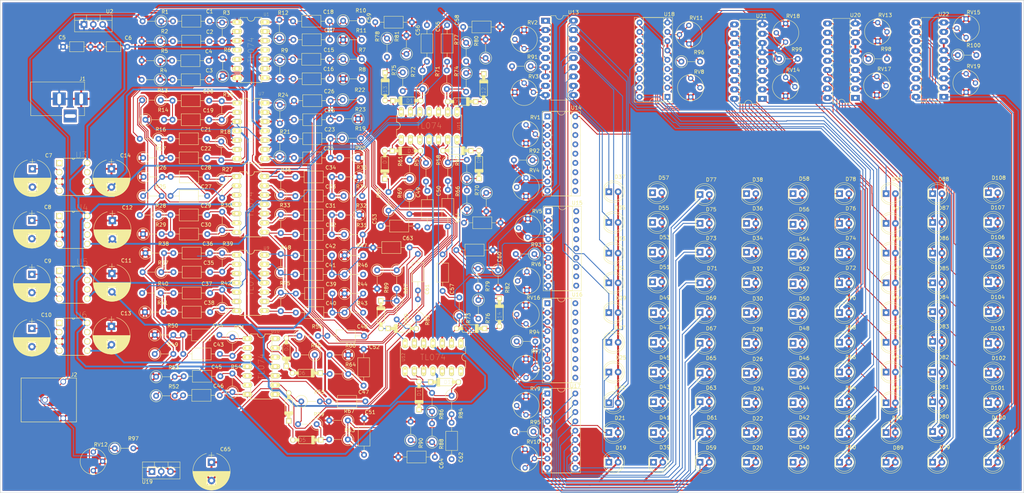
<source format=kicad_pcb>
(kicad_pcb (version 4) (host pcbnew 4.0.7)
  (layers (0 F.Cu mixed) (1 In1.Cu mixed hide) (2 In2.Cu mixed hide) (31 B.Cu mixed hide) (34 B.Paste user) (35 F.Paste user) (36 B.SilkS user) (37 F.SilkS user) (38 B.Mask user) (39 F.Mask user) (44 Edge.Cuts user))
  (net 0 "")
  (net 1 "Net-(C1-Pad1)")
  (net 2 "Net-(C1-Pad2)")
  (net 3 "Net-(C2-Pad1)")
  (net 4 /10Hz-100nF/Audio10Hz)
  (net 5 "Net-(C3-Pad2)")
  (net 6 "Net-(C4-Pad1)")
  (net 7 +12V)
  (net 8 GND)
  (net 9 /+8V)
  (net 10 "Net-(C7-Pad1)")
  (net 11 "Net-(C7-Pad2)")
  (net 12 "Net-(C8-Pad1)")
  (net 13 "Net-(C8-Pad2)")
  (net 14 "Net-(C9-Pad1)")
  (net 15 "Net-(C9-Pad2)")
  (net 16 "Net-(C10-Pad1)")
  (net 17 "Net-(C10-Pad2)")
  (net 18 /-8V_2)
  (net 19 /-8V_1)
  (net 20 /-8V_3)
  (net 21 /-8V)
  (net 22 "Net-(C15-Pad1)")
  (net 23 "Net-(C15-Pad2)")
  (net 24 "Net-(C16-Pad1)")
  (net 25 "Net-(C17-Pad1)")
  (net 26 "Net-(C17-Pad2)")
  (net 27 "/50Hz - 220 nF/Audio50Hz")
  (net 28 "Net-(C19-Pad1)")
  (net 29 "Net-(C19-Pad2)")
  (net 30 "Net-(C20-Pad1)")
  (net 31 "Net-(C21-Pad1)")
  (net 32 "Net-(C21-Pad2)")
  (net 33 "/200Hz - 47nF/Audio200Hz")
  (net 34 "Net-(C23-Pad1)")
  (net 35 "Net-(C23-Pad2)")
  (net 36 "Net-(C24-Pad1)")
  (net 37 "Net-(C25-Pad1)")
  (net 38 "Net-(C25-Pad2)")
  (net 39 "/500Hz - 22 nF/Audio500Hz")
  (net 40 "Net-(C27-Pad1)")
  (net 41 "Net-(C27-Pad2)")
  (net 42 "Net-(C28-Pad1)")
  (net 43 "Net-(C29-Pad1)")
  (net 44 "Net-(C29-Pad2)")
  (net 45 "/1kHz -10 nF/Audio1kHz")
  (net 46 "Net-(C31-Pad1)")
  (net 47 "Net-(C31-Pad2)")
  (net 48 "Net-(C32-Pad1)")
  (net 49 "Net-(C33-Pad1)")
  (net 50 "Net-(C33-Pad2)")
  (net 51 "/2.5 kHz- 4.7 nF/Audio2.5kHz")
  (net 52 "Net-(C35-Pad1)")
  (net 53 "Net-(C35-Pad2)")
  (net 54 "Net-(C36-Pad1)")
  (net 55 "Net-(C37-Pad1)")
  (net 56 "Net-(C37-Pad2)")
  (net 57 "/4.5kHz - 2.2 nF/Audio4.5kHz")
  (net 58 "Net-(C39-Pad1)")
  (net 59 "Net-(C39-Pad2)")
  (net 60 "Net-(C40-Pad1)")
  (net 61 "Net-(C41-Pad1)")
  (net 62 "Net-(C41-Pad2)")
  (net 63 "/10 kHz - 1 nF/Audio10kHz")
  (net 64 "Net-(C43-Pad1)")
  (net 65 "Net-(C43-Pad2)")
  (net 66 "Net-(C44-Pad1)")
  (net 67 "Net-(C45-Pad1)")
  (net 68 "Net-(C45-Pad2)")
  (net 69 /All_Rectifiers/Audio25Hz)
  (net 70 "Net-(C47-Pad1)")
  (net 71 "Net-(C48-Pad1)")
  (net 72 "Net-(C49-Pad1)")
  (net 73 "Net-(C50-Pad1)")
  (net 74 /10)
  (net 75 /50)
  (net 76 /200)
  (net 77 /500)
  (net 78 "Net-(C55-Pad1)")
  (net 79 "Net-(C56-Pad1)")
  (net 80 "Net-(C57-Pad1)")
  (net 81 /1k)
  (net 82 /4.5k)
  (net 83 /2.5k)
  (net 84 "Net-(C61-Pad1)")
  (net 85 "Net-(C62-Pad1)")
  (net 86 /25k)
  (net 87 /10k)
  (net 88 /All_Indicators/Turpinajums/LED_Supply)
  (net 89 "Net-(D1-PadC)")
  (net 90 "Net-(D1-PadA)")
  (net 91 "Net-(D2-PadC)")
  (net 92 "Net-(D2-PadA)")
  (net 93 "Net-(D3-PadC)")
  (net 94 "Net-(D3-PadA)")
  (net 95 "Net-(D4-PadC)")
  (net 96 "Net-(D4-PadA)")
  (net 97 "Net-(D5-PadC)")
  (net 98 "Net-(D6-PadC)")
  (net 99 "Net-(D7-PadC)")
  (net 100 "Net-(D8-PadC)")
  (net 101 "Net-(D12-PadA)")
  (net 102 "Net-(D9-PadA)")
  (net 103 "Net-(D10-PadC)")
  (net 104 "Net-(D10-PadA)")
  (net 105 "Net-(D11-PadC)")
  (net 106 "Net-(D11-PadA)")
  (net 107 "Net-(D12-PadC)")
  (net 108 "Net-(D13-PadC)")
  (net 109 "Net-(D14-PadC)")
  (net 110 "Net-(D15-PadC)")
  (net 111 "Net-(D15-PadA)")
  (net 112 "Net-(D16-PadC)")
  (net 113 "Net-(D16-PadA)")
  (net 114 "Net-(D17-PadC)")
  (net 115 "Net-(D18-PadC)")
  (net 116 "Net-(D19-Pad1)")
  (net 117 "Net-(D20-Pad1)")
  (net 118 "Net-(D21-Pad1)")
  (net 119 "Net-(D22-Pad1)")
  (net 120 "Net-(D23-Pad1)")
  (net 121 "Net-(D24-Pad1)")
  (net 122 "Net-(D25-Pad1)")
  (net 123 "Net-(D26-Pad1)")
  (net 124 "Net-(D27-Pad1)")
  (net 125 "Net-(D28-Pad1)")
  (net 126 "Net-(D29-Pad1)")
  (net 127 "Net-(D30-Pad1)")
  (net 128 "Net-(D31-Pad1)")
  (net 129 "Net-(D32-Pad1)")
  (net 130 "Net-(D33-Pad1)")
  (net 131 "Net-(D34-Pad1)")
  (net 132 "Net-(D35-Pad1)")
  (net 133 "Net-(D36-Pad1)")
  (net 134 "Net-(D37-Pad1)")
  (net 135 "Net-(D38-Pad1)")
  (net 136 "Net-(D39-Pad1)")
  (net 137 "Net-(D40-Pad1)")
  (net 138 "Net-(D41-Pad1)")
  (net 139 "Net-(D42-Pad1)")
  (net 140 "Net-(D43-Pad1)")
  (net 141 "Net-(D44-Pad1)")
  (net 142 "Net-(D45-Pad1)")
  (net 143 "Net-(D46-Pad1)")
  (net 144 "Net-(D47-Pad1)")
  (net 145 "Net-(D48-Pad1)")
  (net 146 "Net-(D49-Pad1)")
  (net 147 "Net-(D50-Pad1)")
  (net 148 "Net-(D51-Pad1)")
  (net 149 "Net-(D52-Pad1)")
  (net 150 "Net-(D53-Pad1)")
  (net 151 "Net-(D54-Pad1)")
  (net 152 "Net-(D55-Pad1)")
  (net 153 "Net-(D56-Pad1)")
  (net 154 "Net-(D57-Pad1)")
  (net 155 "Net-(D58-Pad1)")
  (net 156 "Net-(D59-Pad1)")
  (net 157 "Net-(D60-Pad1)")
  (net 158 "Net-(D61-Pad1)")
  (net 159 "Net-(D62-Pad1)")
  (net 160 "Net-(D63-Pad1)")
  (net 161 "Net-(D64-Pad1)")
  (net 162 "Net-(D65-Pad1)")
  (net 163 "Net-(D66-Pad1)")
  (net 164 "Net-(D67-Pad1)")
  (net 165 "Net-(D68-Pad1)")
  (net 166 "Net-(D69-Pad1)")
  (net 167 "Net-(D70-Pad1)")
  (net 168 "Net-(D71-Pad1)")
  (net 169 "Net-(D72-Pad1)")
  (net 170 "Net-(D73-Pad1)")
  (net 171 "Net-(D74-Pad1)")
  (net 172 "Net-(D75-Pad1)")
  (net 173 "Net-(D76-Pad1)")
  (net 174 "Net-(D77-Pad1)")
  (net 175 "Net-(D78-Pad1)")
  (net 176 "Net-(D79-Pad1)")
  (net 177 "Net-(D80-Pad1)")
  (net 178 "Net-(D81-Pad1)")
  (net 179 "Net-(D82-Pad1)")
  (net 180 "Net-(D83-Pad1)")
  (net 181 "Net-(D84-Pad1)")
  (net 182 "Net-(D85-Pad1)")
  (net 183 "Net-(D86-Pad1)")
  (net 184 "Net-(D87-Pad1)")
  (net 185 "Net-(D88-Pad1)")
  (net 186 "Net-(D89-Pad1)")
  (net 187 "Net-(D90-Pad1)")
  (net 188 "Net-(D91-Pad1)")
  (net 189 "Net-(D92-Pad1)")
  (net 190 "Net-(D93-Pad1)")
  (net 191 "Net-(D94-Pad1)")
  (net 192 "Net-(D95-Pad1)")
  (net 193 "Net-(D96-Pad1)")
  (net 194 "Net-(D97-Pad1)")
  (net 195 "Net-(D98-Pad1)")
  (net 196 "Net-(D99-Pad1)")
  (net 197 "Net-(D100-Pad1)")
  (net 198 "Net-(D101-Pad1)")
  (net 199 "Net-(D102-Pad1)")
  (net 200 "Net-(D103-Pad1)")
  (net 201 "Net-(D104-Pad1)")
  (net 202 "Net-(D105-Pad1)")
  (net 203 "Net-(D106-Pad1)")
  (net 204 "Net-(D107-Pad1)")
  (net 205 "Net-(D108-Pad1)")
  (net 206 /Audio)
  (net 207 "Net-(R91-Pad1)")
  (net 208 "Net-(R91-Pad2)")
  (net 209 "Net-(R92-Pad1)")
  (net 210 "Net-(R92-Pad2)")
  (net 211 "Net-(R93-Pad1)")
  (net 212 "Net-(R93-Pad2)")
  (net 213 "Net-(R94-Pad1)")
  (net 214 "Net-(R94-Pad2)")
  (net 215 "Net-(R95-Pad1)")
  (net 216 "Net-(R95-Pad2)")
  (net 217 "Net-(R96-Pad1)")
  (net 218 "Net-(R96-Pad2)")
  (net 219 "Net-(R97-Pad1)")
  (net 220 "Net-(R98-Pad1)")
  (net 221 "Net-(R98-Pad2)")
  (net 222 "Net-(R99-Pad1)")
  (net 223 "Net-(R99-Pad2)")
  (net 224 "Net-(R100-Pad1)")
  (net 225 "Net-(R100-Pad2)")
  (net 226 "Net-(RV1-Pad2)")
  (net 227 "Net-(RV2-Pad2)")
  (net 228 "Net-(RV5-Pad2)")
  (net 229 "Net-(RV8-Pad2)")
  (net 230 "Net-(RV9-Pad2)")
  (net 231 "Net-(RV16-Pad2)")
  (net 232 "Net-(RV17-Pad2)")
  (net 233 "Net-(RV18-Pad2)")
  (net 234 "Net-(RV19-Pad2)")
  (net 235 "Net-(U3-Pad1)")
  (net 236 "Net-(U3-Pad6)")
  (net 237 "Net-(U3-Pad7)")
  (net 238 "Net-(U4-Pad1)")
  (net 239 "Net-(U4-Pad6)")
  (net 240 "Net-(U4-Pad7)")
  (net 241 "Net-(U5-Pad1)")
  (net 242 "Net-(U5-Pad3)")
  (net 243 "Net-(U5-Pad6)")
  (net 244 "Net-(U5-Pad7)")
  (net 245 "Net-(U6-Pad1)")
  (net 246 "Net-(U6-Pad6)")
  (net 247 "Net-(U6-Pad7)")
  (module LIBRARIIES:DIP-18_W7.62mm_Socket (layer F.Cu) (at 245.618 72.263 180)
    (fp_text reference U18 (at -0.508 22.606 180) (layer F.SilkS))
    (fp_text value LM3915)
    (pad 1 thru_hole rect (at 0 0 180) (size 1.6 1.6) (drill 0.8) (layers *.Cu *.Mask) (net 157 "Net-(D60-Pad1)"))
    (pad 10 thru_hole oval (at 7.62 20.32 180) (size 1.6 1.6) (drill 0.8) (layers *.Cu *.Mask) (net 175 "Net-(D78-Pad1)"))
    (pad 2 thru_hole oval (at 0 2.54 180) (size 1.6 1.6) (drill 0.8) (layers *.Cu *.Mask) (net 8 GND))
    (pad 11 thru_hole oval (at 7.62 17.78 180) (size 1.6 1.6) (drill 0.8) (layers *.Cu *.Mask) (net 173 "Net-(D76-Pad1)"))
    (pad 3 thru_hole oval (at 0 5.08 180) (size 1.6 1.6) (drill 0.8) (layers *.Cu *.Mask) (net 7 +12V))
    (pad 12 thru_hole oval (at 7.62 15.24 180) (size 1.6 1.6) (drill 0.8) (layers *.Cu *.Mask) (net 171 "Net-(D74-Pad1)"))
    (pad 4 thru_hole oval (at 0 7.62 180) (size 1.6 1.6) (drill 0.8) (layers *.Cu *.Mask) (net 229 "Net-(RV8-Pad2)"))
    (pad 13 thru_hole oval (at 7.62 12.7 180) (size 1.6 1.6) (drill 0.8) (layers *.Cu *.Mask) (net 169 "Net-(D72-Pad1)"))
    (pad 5 thru_hole oval (at 0 10.16 180) (size 1.6 1.6) (drill 0.8) (layers *.Cu *.Mask) (net 83 /2.5k))
    (pad 14 thru_hole oval (at 7.62 10.16 180) (size 1.6 1.6) (drill 0.8) (layers *.Cu *.Mask) (net 167 "Net-(D70-Pad1)"))
    (pad 6 thru_hole oval (at 0 12.7 180) (size 1.6 1.6) (drill 0.8) (layers *.Cu *.Mask) (net 217 "Net-(R96-Pad1)"))
    (pad 15 thru_hole oval (at 7.62 7.62 180) (size 1.6 1.6) (drill 0.8) (layers *.Cu *.Mask) (net 165 "Net-(D68-Pad1)"))
    (pad 7 thru_hole oval (at 0 15.24 180) (size 1.6 1.6) (drill 0.8) (layers *.Cu *.Mask) (net 217 "Net-(R96-Pad1)"))
    (pad 16 thru_hole oval (at 7.62 5.08 180) (size 1.6 1.6) (drill 0.8) (layers *.Cu *.Mask) (net 163 "Net-(D66-Pad1)"))
    (pad 8 thru_hole oval (at 0 17.78 180) (size 1.6 1.6) (drill 0.8) (layers *.Cu *.Mask) (net 218 "Net-(R96-Pad2)"))
    (pad 17 thru_hole oval (at 7.62 2.54 180) (size 1.6 1.6) (drill 0.8) (layers *.Cu *.Mask) (net 161 "Net-(D64-Pad1)"))
    (pad 9 thru_hole oval (at 0 20.32 180) (size 1.6 1.6) (drill 0.8) (layers *.Cu *.Mask) (net 7 +12V))
    (pad 18 thru_hole oval (at 7.62 0 180) (size 1.6 1.6) (drill 0.8) (layers *.Cu *.Mask) (net 159 "Net-(D62-Pad1)"))
  )
  (module Resistors_THT:R_Axial_DIN0309_L9.0mm_D3.2mm_P5.08mm_Vertical (layer F.Cu) (at 169.471112 103.32162 90)
    (fp_text reference R65 (at 4.9 -2.6 270) (layer F.SilkS))
    (fp_text value 1k)
    (pad 1 thru_hole circle (at 0 0 90) (size 1.6 1.6) (drill 0.8) (layers *.Cu *.Mask) (net 76 /200))
    (pad 2 thru_hole oval (at 5.08 0 90) (size 1.6 1.6) (drill 0.8) (layers *.Cu *.Mask) (net 99 "Net-(D7-PadC)"))
  )
  (module Capacitors_THT:C_Axial_L5.1mm_D3.1mm_P10.00mm_Horizontal (layer F.Cu) (at 120.65 51.562 180)
    (fp_text reference C1 (at 0 2.667 180) (layer F.SilkS))
    (fp_text value "100 nF")
    (pad 1 thru_hole circle (at 0 0 180) (size 1.6 1.6) (drill 0.8) (layers *.Cu *.Mask) (net 1 "Net-(C1-Pad1)"))
    (pad 2 thru_hole oval (at 10 0 180) (size 1.6 1.6) (drill 0.8) (layers *.Cu *.Mask) (net 2 "Net-(C1-Pad2)"))
  )
  (module Capacitors_THT:C_Axial_L5.1mm_D3.1mm_P10.00mm_Horizontal (layer F.Cu) (at 120.617 57.023 180)
    (fp_text reference C2 (at -0.033 2.54 180) (layer F.SilkS))
    (fp_text value "100 nF")
    (pad 1 thru_hole circle (at 0 0 180) (size 1.6 1.6) (drill 0.8) (layers *.Cu *.Mask) (net 3 "Net-(C2-Pad1)"))
    (pad 2 thru_hole oval (at 10 0 180) (size 1.6 1.6) (drill 0.8) (layers *.Cu *.Mask) (net 2 "Net-(C1-Pad2)"))
  )
  (module Capacitors_THT:C_Axial_L5.1mm_D3.1mm_P10.00mm_Horizontal (layer F.Cu) (at 120.523 67.564 180)
    (fp_text reference C3 (at 0 2.54 180) (layer F.SilkS))
    (fp_text value "100 nF")
    (pad 1 thru_hole circle (at 0 0 180) (size 1.6 1.6) (drill 0.8) (layers *.Cu *.Mask) (net 4 /10Hz-100nF/Audio10Hz))
    (pad 2 thru_hole oval (at 10 0 180) (size 1.6 1.6) (drill 0.8) (layers *.Cu *.Mask) (net 5 "Net-(C3-Pad2)"))
  )
  (module Capacitors_THT:C_Axial_L5.1mm_D3.1mm_P10.00mm_Horizontal (layer F.Cu) (at 120.396 62.357 180)
    (fp_text reference C4 (at 0 2.54 180) (layer F.SilkS))
    (fp_text value "100 nF")
    (pad 1 thru_hole circle (at 0 0 180) (size 1.6 1.6) (drill 0.8) (layers *.Cu *.Mask) (net 6 "Net-(C4-Pad1)"))
    (pad 2 thru_hole oval (at 10 0 180) (size 1.6 1.6) (drill 0.8) (layers *.Cu *.Mask) (net 5 "Net-(C3-Pad2)"))
  )
  (module Capacitors_THT:C_Axial_L3.8mm_D2.6mm_P7.50mm_Horizontal (layer F.Cu) (at 80.638 58.547)
    (fp_text reference C5 (at -0.254 -2.54) (layer F.SilkS))
    (fp_text value "100 nF")
    (pad 1 thru_hole circle (at 0 0) (size 1.6 1.6) (drill 0.8) (layers *.Cu *.Mask) (net 7 +12V))
    (pad 2 thru_hole oval (at 7.5 0) (size 1.6 1.6) (drill 0.8) (layers *.Cu *.Mask) (net 8 GND))
  )
  (module Capacitors_THT:C_Axial_L3.8mm_D2.6mm_P7.50mm_Horizontal (layer F.Cu) (at 98.178 58.547 180)
    (fp_text reference C6 (at -0.254 2.413 180) (layer F.SilkS))
    (fp_text value "100 nF")
    (pad 1 thru_hole circle (at 0 0 180) (size 1.6 1.6) (drill 0.8) (layers *.Cu *.Mask) (net 9 /+8V))
    (pad 2 thru_hole oval (at 7.5 0 180) (size 1.6 1.6) (drill 0.8) (layers *.Cu *.Mask) (net 8 GND))
  )
  (module Capacitors_THT:CP_Radial_D10.0mm_P5.00mm (layer F.Cu) (at 72.263 91.901 270)
    (fp_text reference C7 (at -3.636 -4.445 360) (layer F.SilkS))
    (fp_text value "10 uF")
    (pad 1 thru_hole rect (at 0 0 270) (size 2 2) (drill 1) (layers *.Cu *.Mask) (net 10 "Net-(C7-Pad1)"))
    (pad 2 thru_hole circle (at 5 0 270) (size 2 2) (drill 1) (layers *.Cu *.Mask) (net 11 "Net-(C7-Pad2)"))
  )
  (module Capacitors_THT:CP_Radial_D10.0mm_P5.00mm (layer F.Cu) (at 72.136 105.998 270)
    (fp_text reference C8 (at -3.636 -4.318 360) (layer F.SilkS))
    (fp_text value "10 uF")
    (pad 1 thru_hole rect (at 0 0 270) (size 2 2) (drill 1) (layers *.Cu *.Mask) (net 12 "Net-(C8-Pad1)"))
    (pad 2 thru_hole circle (at 5 0 270) (size 2 2) (drill 1) (layers *.Cu *.Mask) (net 13 "Net-(C8-Pad2)"))
  )
  (module Capacitors_THT:CP_Radial_D10.0mm_P5.00mm (layer F.Cu) (at 72.136 120.73 270)
    (fp_text reference C9 (at -3.636 -4.318 360) (layer F.SilkS))
    (fp_text value "10 uF")
    (pad 1 thru_hole rect (at 0 0 270) (size 2 2) (drill 1) (layers *.Cu *.Mask) (net 14 "Net-(C9-Pad1)"))
    (pad 2 thru_hole circle (at 5 0 270) (size 2 2) (drill 1) (layers *.Cu *.Mask) (net 15 "Net-(C9-Pad2)"))
  )
  (module Capacitors_THT:CP_Radial_D10.0mm_P5.00mm (layer F.Cu) (at 72.136 135.509 270)
    (fp_text reference C10 (at -3.683 -3.937 360) (layer F.SilkS))
    (fp_text value "10 uF")
    (pad 1 thru_hole rect (at 0 0 270) (size 2 2) (drill 1) (layers *.Cu *.Mask) (net 16 "Net-(C10-Pad1)"))
    (pad 2 thru_hole circle (at 5 0 270) (size 2 2) (drill 1) (layers *.Cu *.Mask) (net 17 "Net-(C10-Pad2)"))
  )
  (module Capacitors_THT:CP_Radial_D10.0mm_P5.00mm (layer F.Cu) (at 93.98 120.523 270)
    (fp_text reference C11 (at -3.556 -3.937 360) (layer F.SilkS))
    (fp_text value "470 uF")
    (pad 1 thru_hole rect (at 0 0 270) (size 2 2) (drill 1) (layers *.Cu *.Mask) (net 8 GND))
    (pad 2 thru_hole circle (at 5 0 270) (size 2 2) (drill 1) (layers *.Cu *.Mask) (net 18 /-8V_2))
  )
  (module Capacitors_THT:CP_Radial_D10.0mm_P5.00mm (layer F.Cu) (at 94.107 106.045 270)
    (fp_text reference C12 (at -3.556 -4.064 360) (layer F.SilkS))
    (fp_text value "470 uF")
    (pad 1 thru_hole rect (at 0 0 270) (size 2 2) (drill 1) (layers *.Cu *.Mask) (net 8 GND))
    (pad 2 thru_hole circle (at 5 0 270) (size 2 2) (drill 1) (layers *.Cu *.Mask) (net 19 /-8V_1))
  )
  (module Capacitors_THT:CP_Radial_D10.0mm_P5.00mm (layer F.Cu) (at 93.853 134.954 270)
    (fp_text reference C13 (at -3.556 -3.937 360) (layer F.SilkS))
    (fp_text value "470 uF")
    (pad 1 thru_hole rect (at 0 0 270) (size 2 2) (drill 1) (layers *.Cu *.Mask) (net 8 GND))
    (pad 2 thru_hole circle (at 5 0 270) (size 2 2) (drill 1) (layers *.Cu *.Mask) (net 20 /-8V_3))
  )
  (module Capacitors_THT:CP_Radial_D10.0mm_P5.00mm (layer F.Cu) (at 93.853 91.901 270)
    (fp_text reference C14 (at -3.636 -3.81 360) (layer F.SilkS))
    (fp_text value "470 uF")
    (pad 1 thru_hole rect (at 0 0 270) (size 2 2) (drill 1) (layers *.Cu *.Mask) (net 8 GND))
    (pad 2 thru_hole circle (at 5 0 270) (size 2 2) (drill 1) (layers *.Cu *.Mask) (net 21 /-8V))
  )
  (module Capacitors_THT:C_Axial_L5.1mm_D3.1mm_P10.00mm_Horizontal (layer F.Cu) (at 143.416 61.976)
    (fp_text reference C15 (at 9.779 -2.54) (layer F.SilkS))
    (fp_text value "220 nF")
    (pad 1 thru_hole circle (at 0 0) (size 1.6 1.6) (drill 0.8) (layers *.Cu *.Mask) (net 22 "Net-(C15-Pad1)"))
    (pad 2 thru_hole oval (at 10 0) (size 1.6 1.6) (drill 0.8) (layers *.Cu *.Mask) (net 23 "Net-(C15-Pad2)"))
  )
  (module Capacitors_THT:C_Axial_L5.1mm_D3.1mm_P10.00mm_Horizontal (layer F.Cu) (at 143.51 67.31)
    (fp_text reference C16 (at 9.619 -2.667) (layer F.SilkS))
    (fp_text value "220 nF")
    (pad 1 thru_hole circle (at 0 0) (size 1.6 1.6) (drill 0.8) (layers *.Cu *.Mask) (net 24 "Net-(C16-Pad1)"))
    (pad 2 thru_hole oval (at 10 0) (size 1.6 1.6) (drill 0.8) (layers *.Cu *.Mask) (net 23 "Net-(C15-Pad2)"))
  )
  (module Capacitors_THT:C_Axial_L5.1mm_D3.1mm_P10.00mm_Horizontal (layer F.Cu) (at 143.51 56.642)
    (fp_text reference C17 (at 9.873 -2.61) (layer F.SilkS))
    (fp_text value "220 nF")
    (pad 1 thru_hole circle (at 0 0) (size 1.6 1.6) (drill 0.8) (layers *.Cu *.Mask) (net 25 "Net-(C17-Pad1)"))
    (pad 2 thru_hole oval (at 10 0) (size 1.6 1.6) (drill 0.8) (layers *.Cu *.Mask) (net 26 "Net-(C17-Pad2)"))
  )
  (module Capacitors_THT:C_Axial_L5.1mm_D3.1mm_P10.00mm_Horizontal (layer F.Cu) (at 143.416 51.562)
    (fp_text reference C18 (at 9.652 -2.54) (layer F.SilkS))
    (fp_text value "220 nF")
    (pad 1 thru_hole circle (at 0 0) (size 1.6 1.6) (drill 0.8) (layers *.Cu *.Mask) (net 27 "/50Hz - 220 nF/Audio50Hz"))
    (pad 2 thru_hole oval (at 10 0) (size 1.6 1.6) (drill 0.8) (layers *.Cu *.Mask) (net 26 "Net-(C17-Pad2)"))
  )
  (module Capacitors_THT:C_Axial_L5.1mm_D3.1mm_P10.00mm_Horizontal (layer F.Cu) (at 120.523 78.486 180)
    (fp_text reference C19 (at 0.254 2.54 180) (layer F.SilkS))
    (fp_text value "47 nF")
    (pad 1 thru_hole circle (at 0 0 180) (size 1.6 1.6) (drill 0.8) (layers *.Cu *.Mask) (net 28 "Net-(C19-Pad1)"))
    (pad 2 thru_hole oval (at 10 0 180) (size 1.6 1.6) (drill 0.8) (layers *.Cu *.Mask) (net 29 "Net-(C19-Pad2)"))
  )
  (module Capacitors_THT:C_Axial_L5.1mm_D3.1mm_P10.00mm_Horizontal (layer F.Cu) (at 120.523 73.279 180)
    (fp_text reference C20 (at 0.254 2.54 180) (layer F.SilkS))
    (fp_text value "47 nF")
    (pad 1 thru_hole circle (at 0 0 180) (size 1.6 1.6) (drill 0.8) (layers *.Cu *.Mask) (net 30 "Net-(C20-Pad1)"))
    (pad 2 thru_hole oval (at 10 0 180) (size 1.6 1.6) (drill 0.8) (layers *.Cu *.Mask) (net 29 "Net-(C19-Pad2)"))
  )
  (module Capacitors_THT:C_Axial_L5.1mm_D3.1mm_P10.00mm_Horizontal (layer F.Cu) (at 119.982 83.693 180)
    (fp_text reference C21 (at 0.348 2.54 180) (layer F.SilkS))
    (fp_text value "47 nF")
    (pad 1 thru_hole circle (at 0 0 180) (size 1.6 1.6) (drill 0.8) (layers *.Cu *.Mask) (net 31 "Net-(C21-Pad1)"))
    (pad 2 thru_hole oval (at 10 0 180) (size 1.6 1.6) (drill 0.8) (layers *.Cu *.Mask) (net 32 "Net-(C21-Pad2)"))
  )
  (module Capacitors_THT:C_Axial_L5.1mm_D3.1mm_P10.00mm_Horizontal (layer F.Cu) (at 119.982 88.9 180)
    (fp_text reference C22 (at 0.348 2.54 180) (layer F.SilkS))
    (fp_text value "47 nF")
    (pad 1 thru_hole circle (at 0 0 180) (size 1.6 1.6) (drill 0.8) (layers *.Cu *.Mask) (net 33 "/200Hz - 47nF/Audio200Hz"))
    (pad 2 thru_hole oval (at 10 0 180) (size 1.6 1.6) (drill 0.8) (layers *.Cu *.Mask) (net 32 "Net-(C21-Pad2)"))
  )
  (module Capacitors_THT:C_Axial_L5.1mm_D3.1mm_P10.00mm_Horizontal (layer F.Cu) (at 143.67 83.693)
    (fp_text reference C23 (at 9.746 -2.54) (layer F.SilkS))
    (fp_text value 22nF)
    (pad 1 thru_hole circle (at 0 0) (size 1.6 1.6) (drill 0.8) (layers *.Cu *.Mask) (net 34 "Net-(C23-Pad1)"))
    (pad 2 thru_hole oval (at 10 0) (size 1.6 1.6) (drill 0.8) (layers *.Cu *.Mask) (net 35 "Net-(C23-Pad2)"))
  )
  (module Capacitors_THT:C_Axial_L5.1mm_D3.1mm_P10.00mm_Horizontal (layer F.Cu) (at 143.67 88.9)
    (fp_text reference C24 (at 9.492 -2.54) (layer F.SilkS))
    (fp_text value 22nF)
    (pad 1 thru_hole circle (at 0 0) (size 1.6 1.6) (drill 0.8) (layers *.Cu *.Mask) (net 36 "Net-(C24-Pad1)"))
    (pad 2 thru_hole oval (at 10 0) (size 1.6 1.6) (drill 0.8) (layers *.Cu *.Mask) (net 35 "Net-(C23-Pad2)"))
  )
  (module Capacitors_THT:C_Axial_L5.1mm_D3.1mm_P10.00mm_Horizontal (layer F.Cu) (at 143.67 78.486)
    (fp_text reference C25 (at 9.746 -2.54) (layer F.SilkS))
    (fp_text value 22nF)
    (pad 1 thru_hole circle (at 0 0) (size 1.6 1.6) (drill 0.8) (layers *.Cu *.Mask) (net 37 "Net-(C25-Pad1)"))
    (pad 2 thru_hole oval (at 10 0) (size 1.6 1.6) (drill 0.8) (layers *.Cu *.Mask) (net 38 "Net-(C25-Pad2)"))
  )
  (module Capacitors_THT:C_Axial_L5.1mm_D3.1mm_P10.00mm_Horizontal (layer F.Cu) (at 143.67 73.279)
    (fp_text reference C26 (at 9.619 -2.54) (layer F.SilkS))
    (fp_text value 22nF)
    (pad 1 thru_hole circle (at 0 0) (size 1.6 1.6) (drill 0.8) (layers *.Cu *.Mask) (net 39 "/500Hz - 22 nF/Audio500Hz"))
    (pad 2 thru_hole oval (at 10 0) (size 1.6 1.6) (drill 0.8) (layers *.Cu *.Mask) (net 38 "Net-(C25-Pad2)"))
  )
  (module Capacitors_THT:C_Axial_L5.1mm_D3.1mm_P10.00mm_Horizontal (layer F.Cu) (at 109.982 99.314)
    (fp_text reference C27 (at 9.746 -2.54) (layer F.SilkS))
    (fp_text value 10nF)
    (pad 1 thru_hole circle (at 0 0) (size 1.6 1.6) (drill 0.8) (layers *.Cu *.Mask) (net 40 "Net-(C27-Pad1)"))
    (pad 2 thru_hole oval (at 10 0) (size 1.6 1.6) (drill 0.8) (layers *.Cu *.Mask) (net 41 "Net-(C27-Pad2)"))
  )
  (module Capacitors_THT:C_Axial_L5.1mm_D3.1mm_P10.00mm_Horizontal (layer F.Cu) (at 120.015 94.107 180)
    (fp_text reference C28 (at 0.381 2.54 180) (layer F.SilkS))
    (fp_text value 10nF)
    (pad 1 thru_hole circle (at 0 0 180) (size 1.6 1.6) (drill 0.8) (layers *.Cu *.Mask) (net 42 "Net-(C28-Pad1)"))
    (pad 2 thru_hole oval (at 10 0 180) (size 1.6 1.6) (drill 0.8) (layers *.Cu *.Mask) (net 41 "Net-(C27-Pad2)"))
  )
  (module Capacitors_THT:C_Axial_L5.1mm_D3.1mm_P10.00mm_Horizontal (layer F.Cu) (at 119.982 104.521 180)
    (fp_text reference C29 (at 0.348 2.54 180) (layer F.SilkS))
    (fp_text value 10nF)
    (pad 1 thru_hole circle (at 0 0 180) (size 1.6 1.6) (drill 0.8) (layers *.Cu *.Mask) (net 43 "Net-(C29-Pad1)"))
    (pad 2 thru_hole oval (at 10 0 180) (size 1.6 1.6) (drill 0.8) (layers *.Cu *.Mask) (net 44 "Net-(C29-Pad2)"))
  )
  (module Capacitors_THT:C_Axial_L5.1mm_D3.1mm_P10.00mm_Horizontal (layer F.Cu) (at 120.015 109.728 180)
    (fp_text reference C30 (at 0.348 2.54 180) (layer F.SilkS))
    (fp_text value 10nF)
    (pad 1 thru_hole circle (at 0 0 180) (size 1.6 1.6) (drill 0.8) (layers *.Cu *.Mask) (net 45 "/1kHz -10 nF/Audio1kHz"))
    (pad 2 thru_hole oval (at 10 0 180) (size 1.6 1.6) (drill 0.8) (layers *.Cu *.Mask) (net 44 "Net-(C29-Pad2)"))
  )
  (module Capacitors_THT:C_Axial_L5.1mm_D3.1mm_P10.00mm_Horizontal (layer F.Cu) (at 144.051 104.521)
    (fp_text reference C31 (at 9.619 -2.54) (layer F.SilkS))
    (fp_text value "4.7 nF")
    (pad 1 thru_hole circle (at 0 0) (size 1.6 1.6) (drill 0.8) (layers *.Cu *.Mask) (net 46 "Net-(C31-Pad1)"))
    (pad 2 thru_hole oval (at 10 0) (size 1.6 1.6) (drill 0.8) (layers *.Cu *.Mask) (net 47 "Net-(C31-Pad2)"))
  )
  (module Capacitors_THT:C_Axial_L5.1mm_D3.1mm_P10.00mm_Horizontal (layer F.Cu) (at 144.018 109.855)
    (fp_text reference C32 (at 9.746 -2.61) (layer F.SilkS))
    (fp_text value "4.7 nF")
    (pad 1 thru_hole circle (at 0 0) (size 1.6 1.6) (drill 0.8) (layers *.Cu *.Mask) (net 48 "Net-(C32-Pad1)"))
    (pad 2 thru_hole oval (at 10 0) (size 1.6 1.6) (drill 0.8) (layers *.Cu *.Mask) (net 47 "Net-(C31-Pad2)"))
  )
  (module Capacitors_THT:C_Axial_L5.1mm_D3.1mm_P10.00mm_Horizontal (layer F.Cu) (at 144.051 99.314)
    (fp_text reference C33 (at 9.619 -2.54) (layer F.SilkS))
    (fp_text value "4.7 nF")
    (pad 1 thru_hole circle (at 0 0) (size 1.6 1.6) (drill 0.8) (layers *.Cu *.Mask) (net 49 "Net-(C33-Pad1)"))
    (pad 2 thru_hole oval (at 10 0) (size 1.6 1.6) (drill 0.8) (layers *.Cu *.Mask) (net 50 "Net-(C33-Pad2)"))
  )
  (module Capacitors_THT:C_Axial_L5.1mm_D3.1mm_P10.00mm_Horizontal (layer F.Cu) (at 144.051 94.107)
    (fp_text reference C34 (at 9.652 -2.54) (layer F.SilkS))
    (fp_text value "4.7 nF")
    (pad 1 thru_hole circle (at 0 0) (size 1.6 1.6) (drill 0.8) (layers *.Cu *.Mask) (net 51 "/2.5 kHz- 4.7 nF/Audio2.5kHz"))
    (pad 2 thru_hole oval (at 10 0) (size 1.6 1.6) (drill 0.8) (layers *.Cu *.Mask) (net 50 "Net-(C33-Pad2)"))
  )
  (module Capacitors_THT:C_Axial_L5.1mm_D3.1mm_P10.00mm_Horizontal (layer F.Cu) (at 120.777 120.142 180)
    (fp_text reference C35 (at 0.381 2.54 180) (layer F.SilkS))
    (fp_text value 2.2nF)
    (pad 1 thru_hole circle (at 0 0 180) (size 1.6 1.6) (drill 0.8) (layers *.Cu *.Mask) (net 52 "Net-(C35-Pad1)"))
    (pad 2 thru_hole oval (at 10 0 180) (size 1.6 1.6) (drill 0.8) (layers *.Cu *.Mask) (net 53 "Net-(C35-Pad2)"))
  )
  (module Capacitors_THT:C_Axial_L5.1mm_D3.1mm_P10.00mm_Horizontal (layer F.Cu) (at 120.744 114.935 180)
    (fp_text reference C36 (at 0.602 2.54 180) (layer F.SilkS))
    (fp_text value 2.2nF)
    (pad 1 thru_hole circle (at 0 0 180) (size 1.6 1.6) (drill 0.8) (layers *.Cu *.Mask) (net 54 "Net-(C36-Pad1)"))
    (pad 2 thru_hole oval (at 10 0 180) (size 1.6 1.6) (drill 0.8) (layers *.Cu *.Mask) (net 53 "Net-(C35-Pad2)"))
  )
  (module Capacitors_THT:C_Axial_L5.1mm_D3.1mm_P10.00mm_Horizontal (layer F.Cu) (at 120.777 125.857 180)
    (fp_text reference C37 (at 0.889 2.54 180) (layer F.SilkS))
    (fp_text value 2.2nF)
    (pad 1 thru_hole circle (at 0 0 180) (size 1.6 1.6) (drill 0.8) (layers *.Cu *.Mask) (net 55 "Net-(C37-Pad1)"))
    (pad 2 thru_hole oval (at 10 0 180) (size 1.6 1.6) (drill 0.8) (layers *.Cu *.Mask) (net 56 "Net-(C37-Pad2)"))
  )
  (module Capacitors_THT:C_Axial_L5.1mm_D3.1mm_P10.00mm_Horizontal (layer F.Cu) (at 120.777 131.064 180)
    (fp_text reference C38 (at 0.254 2.54 180) (layer F.SilkS))
    (fp_text value 2.2nF)
    (pad 1 thru_hole circle (at 0 0 180) (size 1.6 1.6) (drill 0.8) (layers *.Cu *.Mask) (net 57 "/4.5kHz - 2.2 nF/Audio4.5kHz"))
    (pad 2 thru_hole oval (at 10 0 180) (size 1.6 1.6) (drill 0.8) (layers *.Cu *.Mask) (net 56 "Net-(C37-Pad2)"))
  )
  (module Capacitors_THT:C_Axial_L5.1mm_D3.1mm_P10.00mm_Horizontal (layer F.Cu) (at 144.178 125.984)
    (fp_text reference C39 (at 9.619 -2.54) (layer F.SilkS))
    (fp_text value 1nF)
    (pad 1 thru_hole circle (at 0 0) (size 1.6 1.6) (drill 0.8) (layers *.Cu *.Mask) (net 58 "Net-(C39-Pad1)"))
    (pad 2 thru_hole oval (at 10 0) (size 1.6 1.6) (drill 0.8) (layers *.Cu *.Mask) (net 59 "Net-(C39-Pad2)"))
  )
  (module Capacitors_THT:C_Axial_L5.1mm_D3.1mm_P10.00mm_Horizontal (layer F.Cu) (at 144.178 131.191)
    (fp_text reference C40 (at 9.619 -2.54) (layer F.SilkS))
    (fp_text value 1nF)
    (pad 1 thru_hole circle (at 0 0) (size 1.6 1.6) (drill 0.8) (layers *.Cu *.Mask) (net 60 "Net-(C40-Pad1)"))
    (pad 2 thru_hole oval (at 10 0) (size 1.6 1.6) (drill 0.8) (layers *.Cu *.Mask) (net 59 "Net-(C39-Pad2)"))
  )
  (module Capacitors_THT:C_Axial_L5.1mm_D3.1mm_P10.00mm_Horizontal (layer F.Cu) (at 144.018 120.777)
    (fp_text reference C41 (at 9.652 -2.54) (layer F.SilkS))
    (fp_text value 1nF)
    (pad 1 thru_hole circle (at 0 0) (size 1.6 1.6) (drill 0.8) (layers *.Cu *.Mask) (net 61 "Net-(C41-Pad1)"))
    (pad 2 thru_hole oval (at 10 0) (size 1.6 1.6) (drill 0.8) (layers *.Cu *.Mask) (net 62 "Net-(C41-Pad2)"))
  )
  (module Capacitors_THT:C_Axial_L5.1mm_D3.1mm_P10.00mm_Horizontal (layer F.Cu) (at 144.051 115.57)
    (fp_text reference C42 (at 9.619 -2.54) (layer F.SilkS))
    (fp_text value 1nF)
    (pad 1 thru_hole circle (at 0 0) (size 1.6 1.6) (drill 0.8) (layers *.Cu *.Mask) (net 63 "/10 kHz - 1 nF/Audio10kHz"))
    (pad 2 thru_hole oval (at 10 0) (size 1.6 1.6) (drill 0.8) (layers *.Cu *.Mask) (net 62 "Net-(C41-Pad2)"))
  )
  (module Capacitors_THT:C_Axial_L5.1mm_D3.1mm_P10.00mm_Horizontal (layer F.Cu) (at 123.444 142.494 180)
    (fp_text reference C43 (at 0.381 2.54 180) (layer F.SilkS))
    (fp_text value "470 pF")
    (pad 1 thru_hole circle (at 0 0 180) (size 1.6 1.6) (drill 0.8) (layers *.Cu *.Mask) (net 64 "Net-(C43-Pad1)"))
    (pad 2 thru_hole oval (at 10 0 180) (size 1.6 1.6) (drill 0.8) (layers *.Cu *.Mask) (net 65 "Net-(C43-Pad2)"))
  )
  (module Capacitors_THT:C_Axial_L5.1mm_D3.1mm_P10.00mm_Horizontal (layer F.Cu) (at 123.317 137.287 180)
    (fp_text reference C44 (at 0.381 2.54 180) (layer F.SilkS))
    (fp_text value "470 pF")
    (pad 1 thru_hole circle (at 0 0 180) (size 1.6 1.6) (drill 0.8) (layers *.Cu *.Mask) (net 66 "Net-(C44-Pad1)"))
    (pad 2 thru_hole oval (at 10 0 180) (size 1.6 1.6) (drill 0.8) (layers *.Cu *.Mask) (net 65 "Net-(C43-Pad2)"))
  )
  (module Capacitors_THT:C_Axial_L5.1mm_D3.1mm_P10.00mm_Horizontal (layer F.Cu) (at 123.571 148.59 180)
    (fp_text reference C45 (at 1.016 2.54 180) (layer F.SilkS))
    (fp_text value "470 pF")
    (pad 1 thru_hole circle (at 0 0 180) (size 1.6 1.6) (drill 0.8) (layers *.Cu *.Mask) (net 67 "Net-(C45-Pad1)"))
    (pad 2 thru_hole oval (at 10 0 180) (size 1.6 1.6) (drill 0.8) (layers *.Cu *.Mask) (net 68 "Net-(C45-Pad2)"))
  )
  (module Capacitors_THT:C_Axial_L5.1mm_D3.1mm_P10.00mm_Horizontal (layer F.Cu) (at 123.411 153.797 180)
    (fp_text reference C46 (at 0.348 2.54 180) (layer F.SilkS))
    (fp_text value "470 pF")
    (pad 1 thru_hole circle (at 0 0 180) (size 1.6 1.6) (drill 0.8) (layers *.Cu *.Mask) (net 69 /All_Rectifiers/Audio25Hz))
    (pad 2 thru_hole oval (at 10 0 180) (size 1.6 1.6) (drill 0.8) (layers *.Cu *.Mask) (net 68 "Net-(C45-Pad2)"))
  )
  (module Capacitors_THT:C_Axial_L5.1mm_D3.1mm_P10.00mm_Horizontal (layer F.Cu) (at 153.162 155.448)
    (fp_text reference C47 (at 9.525 -2.54) (layer F.SilkS))
    (fp_text value "1 uF")
    (pad 1 thru_hole circle (at 0 0) (size 1.6 1.6) (drill 0.8) (layers *.Cu *.Mask) (net 70 "Net-(C47-Pad1)"))
    (pad 2 thru_hole oval (at 10 0) (size 1.6 1.6) (drill 0.8) (layers *.Cu *.Mask) (net 4 /10Hz-100nF/Audio10Hz))
  )
  (module Capacitors_THT:C_Axial_L5.1mm_D3.1mm_P10.00mm_Horizontal (layer F.Cu) (at 152.781 137.541)
    (fp_text reference C48 (at 9.525 -2.54) (layer F.SilkS))
    (fp_text value "1 uF")
    (pad 1 thru_hole circle (at 0 0) (size 1.6 1.6) (drill 0.8) (layers *.Cu *.Mask) (net 71 "Net-(C48-Pad1)"))
    (pad 2 thru_hole oval (at 10 0) (size 1.6 1.6) (drill 0.8) (layers *.Cu *.Mask) (net 27 "/50Hz - 220 nF/Audio50Hz"))
  )
  (module Capacitors_THT:C_Axial_L5.1mm_D3.1mm_P10.00mm_Horizontal (layer F.Cu) (at 180.086 97.94162 270)
    (fp_text reference C49 (at 0.4 2.5 270) (layer F.SilkS))
    (fp_text value "1 uF")
    (pad 1 thru_hole circle (at 0 0 270) (size 1.6 1.6) (drill 0.8) (layers *.Cu *.Mask) (net 72 "Net-(C49-Pad1)"))
    (pad 2 thru_hole oval (at 10 0 270) (size 1.6 1.6) (drill 0.8) (layers *.Cu *.Mask) (net 33 "/200Hz - 47nF/Audio200Hz"))
  )
  (module Capacitors_THT:C_Axial_L5.1mm_D3.1mm_P10.00mm_Horizontal (layer F.Cu) (at 185.671112 97.64162 270)
    (fp_text reference C50 (at 0.3 2.5 270) (layer F.SilkS))
    (fp_text value "1 uF")
    (pad 1 thru_hole circle (at 0 0 270) (size 1.6 1.6) (drill 0.8) (layers *.Cu *.Mask) (net 73 "Net-(C50-Pad1)"))
    (pad 2 thru_hole oval (at 10 0 270) (size 1.6 1.6) (drill 0.8) (layers *.Cu *.Mask) (net 39 "/500Hz - 22 nF/Audio500Hz"))
  )
  (module Capacitors_THT:C_Axial_L5.1mm_D3.1mm_P10.00mm_Horizontal (layer F.Cu) (at 162.814 170.053 90)
    (fp_text reference C51 (at 11.651 1.651 360) (layer F.SilkS))
    (fp_text value "1 uF")
    (pad 1 thru_hole circle (at 0 0 90) (size 1.6 1.6) (drill 0.8) (layers *.Cu *.Mask) (net 74 /10))
    (pad 2 thru_hole oval (at 10 0 90) (size 1.6 1.6) (drill 0.8) (layers *.Cu *.Mask) (net 8 GND))
  )
  (module Capacitors_THT:C_Axial_L5.1mm_D3.1mm_P10.00mm_Horizontal (layer F.Cu) (at 162.687 151.13 90)
    (fp_text reference C52 (at 10.541 2.921 180) (layer F.SilkS))
    (fp_text value "1 uF")
    (pad 1 thru_hole circle (at 0 0 90) (size 1.6 1.6) (drill 0.8) (layers *.Cu *.Mask) (net 75 /50))
    (pad 2 thru_hole oval (at 10 0 90) (size 1.6 1.6) (drill 0.8) (layers *.Cu *.Mask) (net 8 GND))
  )
  (module Capacitors_THT:C_Axial_L5.1mm_D3.1mm_P10.00mm_Horizontal (layer F.Cu) (at 167.371112 107.54162)
    (fp_text reference C53 (at -1.7 -1.9 270) (layer F.SilkS))
    (fp_text value "1 uF")
    (pad 1 thru_hole circle (at 0 0) (size 1.6 1.6) (drill 0.8) (layers *.Cu *.Mask) (net 76 /200))
    (pad 2 thru_hole oval (at 10 0) (size 1.6 1.6) (drill 0.8) (layers *.Cu *.Mask) (net 8 GND))
  )
  (module Capacitors_THT:C_Axial_L5.1mm_D3.1mm_P10.00mm_Horizontal (layer F.Cu) (at 190.071112 106.64162)
    (fp_text reference C54 (at -1.7 -1.4 90) (layer F.SilkS))
    (fp_text value "1 uF")
    (pad 1 thru_hole circle (at 0 0) (size 1.6 1.6) (drill 0.8) (layers *.Cu *.Mask) (net 77 /500))
    (pad 2 thru_hole oval (at 10 0) (size 1.6 1.6) (drill 0.8) (layers *.Cu *.Mask) (net 8 GND))
  )
  (module Capacitors_THT:C_Axial_L5.1mm_D3.1mm_P10.00mm_Horizontal (layer F.Cu) (at 185.471112 62.64162 90)
    (fp_text reference C55 (at 9.6 -2.5 90) (layer F.SilkS))
    (fp_text value "1 uF")
    (pad 1 thru_hole circle (at 0 0 90) (size 1.6 1.6) (drill 0.8) (layers *.Cu *.Mask) (net 78 "Net-(C55-Pad1)"))
    (pad 2 thru_hole oval (at 10 0 90) (size 1.6 1.6) (drill 0.8) (layers *.Cu *.Mask) (net 45 "/1kHz -10 nF/Audio1kHz"))
  )
  (module Capacitors_THT:C_Axial_L5.1mm_D3.1mm_P10.00mm_Horizontal (layer F.Cu) (at 179.971112 62.64162 90)
    (fp_text reference C56 (at 8.6 -2.5 90) (layer F.SilkS))
    (fp_text value "1 uF")
    (pad 1 thru_hole circle (at 0 0 90) (size 1.6 1.6) (drill 0.8) (layers *.Cu *.Mask) (net 79 "Net-(C56-Pad1)"))
    (pad 2 thru_hole oval (at 10 0 90) (size 1.6 1.6) (drill 0.8) (layers *.Cu *.Mask) (net 57 "/4.5kHz - 2.2 nF/Audio4.5kHz"))
  )
  (module Capacitors_THT:C_Axial_L5.1mm_D3.1mm_P10.00mm_Horizontal (layer F.Cu) (at 184.25691 125.282688 90)
    (fp_text reference C57 (at 0.574 2.572 90) (layer F.SilkS))
    (fp_text value "1 uF")
    (pad 1 thru_hole circle (at 0 0 90) (size 1.6 1.6) (drill 0.8) (layers *.Cu *.Mask) (net 80 "Net-(C57-Pad1)"))
    (pad 2 thru_hole oval (at 10 0 90) (size 1.6 1.6) (drill 0.8) (layers *.Cu *.Mask) (net 51 "/2.5 kHz- 4.7 nF/Audio2.5kHz"))
  )
  (module Capacitors_THT:C_Axial_L5.1mm_D3.1mm_P10.00mm_Horizontal (layer F.Cu) (at 189.871112 53.14162)
    (fp_text reference C58 (at -1.7 -1.9 90) (layer F.SilkS))
    (fp_text value "1 uF")
    (pad 1 thru_hole circle (at 0 0) (size 1.6 1.6) (drill 0.8) (layers *.Cu *.Mask) (net 81 /1k))
    (pad 2 thru_hole oval (at 10 0) (size 1.6 1.6) (drill 0.8) (layers *.Cu *.Mask) (net 8 GND))
  )
  (module Capacitors_THT:C_Axial_L5.1mm_D3.1mm_P10.00mm_Horizontal (layer F.Cu) (at 165.871112 51.84162)
    (fp_text reference C59 (at -1.7 -1.1 90) (layer F.SilkS))
    (fp_text value "1 uF")
    (pad 1 thru_hole circle (at 0 0) (size 1.6 1.6) (drill 0.8) (layers *.Cu *.Mask) (net 82 /4.5k))
    (pad 2 thru_hole oval (at 10 0) (size 1.6 1.6) (drill 0.8) (layers *.Cu *.Mask) (net 8 GND))
  )
  (module Capacitors_THT:C_Axial_L5.1mm_D3.1mm_P10.00mm_Horizontal (layer F.Cu) (at 187.97291 114.106688)
    (fp_text reference C60 (at 11.776917 1.877255 90) (layer F.SilkS))
    (fp_text value "1 uF")
    (pad 1 thru_hole circle (at 0 0) (size 1.6 1.6) (drill 0.8) (layers *.Cu *.Mask) (net 83 /2.5k))
    (pad 2 thru_hole oval (at 10 0) (size 1.6 1.6) (drill 0.8) (layers *.Cu *.Mask) (net 8 GND))
  )
  (module Capacitors_THT:C_Axial_L5.1mm_D3.1mm_P10.00mm_Horizontal (layer F.Cu) (at 177.507993 125.141433 90)
    (fp_text reference C61 (at 0.3 2.5 90) (layer F.SilkS))
    (fp_text value "1 uF")
    (pad 1 thru_hole circle (at 0 0 90) (size 1.6 1.6) (drill 0.8) (layers *.Cu *.Mask) (net 84 "Net-(C61-Pad1)"))
    (pad 2 thru_hole oval (at 10 0 90) (size 1.6 1.6) (drill 0.8) (layers *.Cu *.Mask) (net 69 /All_Rectifiers/Audio25Hz))
  )
  (module Capacitors_THT:C_Axial_L5.1mm_D3.1mm_P10.00mm_Horizontal (layer F.Cu) (at 186.703993 161.251433 270)
    (fp_text reference C62 (at 9.492 -2.54 270) (layer F.SilkS))
    (fp_text value "1 uF")
    (pad 1 thru_hole circle (at 0 0 270) (size 1.6 1.6) (drill 0.8) (layers *.Cu *.Mask) (net 85 "Net-(C62-Pad1)"))
    (pad 2 thru_hole oval (at 10 0 270) (size 1.6 1.6) (drill 0.8) (layers *.Cu *.Mask) (net 63 "/10 kHz - 1 nF/Audio10kHz"))
  )
  (module Capacitors_THT:C_Axial_L5.1mm_D3.1mm_P10.00mm_Horizontal (layer F.Cu) (at 175.26 113.411 180)
    (fp_text reference C63 (at 0.508 2.54 360) (layer F.SilkS))
    (fp_text value "1 uF")
    (pad 1 thru_hole circle (at 0 0 180) (size 1.6 1.6) (drill 0.8) (layers *.Cu *.Mask) (net 86 /25k))
    (pad 2 thru_hole oval (at 10 0 180) (size 1.6 1.6) (drill 0.8) (layers *.Cu *.Mask) (net 8 GND))
  )
  (module Capacitors_THT:C_Axial_L5.1mm_D3.1mm_P10.00mm_Horizontal (layer F.Cu) (at 182.131993 170.649433 180)
    (fp_text reference C64 (at -1.778 -1.778 270) (layer F.SilkS))
    (fp_text value "1 uF")
    (pad 1 thru_hole circle (at 0 0 180) (size 1.6 1.6) (drill 0.8) (layers *.Cu *.Mask) (net 87 /10k))
    (pad 2 thru_hole oval (at 10 0 180) (size 1.6 1.6) (drill 0.8) (layers *.Cu *.Mask) (net 8 GND))
  )
  (module Capacitors_THT:CP_Radial_D10.0mm_P5.00mm (layer F.Cu) (at 121.158 172.085 270)
    (fp_text reference C65 (at -3.556 -3.81 360) (layer F.SilkS))
    (fp_text value "10 uF")
    (pad 1 thru_hole rect (at 0 0 270) (size 2 2) (drill 1) (layers *.Cu *.Mask) (net 88 /All_Indicators/Turpinajums/LED_Supply))
    (pad 2 thru_hole circle (at 5 0 270) (size 2 2) (drill 1) (layers *.Cu *.Mask) (net 8 GND))
  )
  (module 1N4148:DO35-3 (layer F.Cu) (at 142.24 156.972 90)
    (fp_text reference D1 (at 1.27102 0 90) (layer F.SilkS) (effects (font (size 1.00081 1.00081) (thickness 0.05))))
    (fp_text value 1N4148 hide)
    (pad C thru_hole rect (at -3.81 0 90) (size 1.408 1.408) (drill 0.9) (layers *.Cu *.Mask F.SilkS) (net 89 "Net-(D1-PadC)"))
    (pad A thru_hole circle (at 3.81 0 90) (size 1.408 1.408) (drill 0.9) (layers *.Cu *.Mask F.SilkS) (net 90 "Net-(D1-PadA)"))
  )
  (module 1N4148:DO35-3 (layer F.Cu) (at 141.605 141.986 90)
    (fp_text reference D2 (at 1.27102 0 90) (layer F.SilkS) (effects (font (size 1.00081 1.00081) (thickness 0.05))))
    (fp_text value 1N4148 hide)
    (pad C thru_hole rect (at -3.81 0 90) (size 1.408 1.408) (drill 0.9) (layers *.Cu *.Mask F.SilkS) (net 91 "Net-(D2-PadC)"))
    (pad A thru_hole circle (at 3.81 0 90) (size 1.408 1.408) (drill 0.9) (layers *.Cu *.Mask F.SilkS) (net 92 "Net-(D2-PadA)"))
  )
  (module 1N4148:DO35-3 (layer F.Cu) (at 174.344112 86.99562)
    (fp_text reference D3 (at 1.27102 0) (layer F.SilkS) (effects (font (size 1.00081 1.00081) (thickness 0.05))))
    (fp_text value 1N4148 hide)
    (pad C thru_hole rect (at -3.81 0) (size 1.408 1.408) (drill 0.9) (layers *.Cu *.Mask F.SilkS) (net 93 "Net-(D3-PadC)"))
    (pad A thru_hole circle (at 3.81 0) (size 1.408 1.408) (drill 0.9) (layers *.Cu *.Mask F.SilkS) (net 94 "Net-(D3-PadA)"))
  )
  (module 1N4148:DO35-3 (layer F.Cu) (at 188.161112 86.94162 180)
    (fp_text reference D4 (at 1.27102 0 180) (layer F.SilkS) (effects (font (size 1.00081 1.00081) (thickness 0.05))))
    (fp_text value 1N4148 hide)
    (pad C thru_hole rect (at -3.81 0 180) (size 1.408 1.408) (drill 0.9) (layers *.Cu *.Mask F.SilkS) (net 95 "Net-(D4-PadC)"))
    (pad A thru_hole circle (at 3.81 0 180) (size 1.408 1.408) (drill 0.9) (layers *.Cu *.Mask F.SilkS) (net 96 "Net-(D4-PadA)"))
  )
  (module 1N4148:DO35-3 (layer F.Cu) (at 147.193 165.989 180)
    (fp_text reference D5 (at 1.27102 0 180) (layer F.SilkS) (effects (font (size 1.00081 1.00081) (thickness 0.05))))
    (fp_text value 1N4148 hide)
    (pad C thru_hole rect (at -3.81 0 180) (size 1.408 1.408) (drill 0.9) (layers *.Cu *.Mask F.SilkS) (net 97 "Net-(D5-PadC)"))
    (pad A thru_hole circle (at 3.81 0 180) (size 1.408 1.408) (drill 0.9) (layers *.Cu *.Mask F.SilkS) (net 89 "Net-(D1-PadC)"))
  )
  (module 1N4148:DO35-3 (layer F.Cu) (at 147.066 147.701 180)
    (fp_text reference D6 (at 1.27102 0 180) (layer F.SilkS) (effects (font (size 1.00081 1.00081) (thickness 0.05))))
    (fp_text value 1N4148 hide)
    (pad C thru_hole rect (at -3.81 0 180) (size 1.408 1.408) (drill 0.9) (layers *.Cu *.Mask F.SilkS) (net 98 "Net-(D6-PadC)"))
    (pad A thru_hole circle (at 3.81 0 180) (size 1.408 1.408) (drill 0.9) (layers *.Cu *.Mask F.SilkS) (net 91 "Net-(D2-PadC)"))
  )
  (module 1N4148:DO35-3 (layer F.Cu) (at 168.471112 90.84162 90)
    (fp_text reference D7 (at 1.27102 0 90) (layer F.SilkS) (effects (font (size 1.00081 1.00081) (thickness 0.05))))
    (fp_text value 1N4148 hide)
    (pad C thru_hole rect (at -3.81 0 90) (size 1.408 1.408) (drill 0.9) (layers *.Cu *.Mask F.SilkS) (net 99 "Net-(D7-PadC)"))
    (pad A thru_hole circle (at 3.81 0 90) (size 1.408 1.408) (drill 0.9) (layers *.Cu *.Mask F.SilkS) (net 93 "Net-(D3-PadC)"))
  )
  (module 1N4148:DO35-3 (layer F.Cu) (at 194.171112 90.74162 90)
    (fp_text reference D8 (at 1.27 0 90) (layer F.SilkS) (effects (font (size 1.00081 1.00081) (thickness 0.05))))
    (fp_text value 1N4148 hide)
    (pad C thru_hole rect (at -3.81 0 90) (size 1.408 1.408) (drill 0.9) (layers *.Cu *.Mask F.SilkS) (net 100 "Net-(D8-PadC)"))
    (pad A thru_hole circle (at 3.81 0 90) (size 1.408 1.408) (drill 0.9) (layers *.Cu *.Mask F.SilkS) (net 95 "Net-(D4-PadC)"))
  )
  (module 1N4148:DO35-3 (layer F.Cu) (at 189.457112 73.53362 180)
    (fp_text reference D9 (at 1.27102 0 180) (layer F.SilkS) (effects (font (size 1.00081 1.00081) (thickness 0.05))))
    (fp_text value 1N4148 hide)
    (pad C thru_hole rect (at -3.81 0 180) (size 1.408 1.408) (drill 0.9) (layers *.Cu *.Mask F.SilkS) (net 101 "Net-(D12-PadA)"))
    (pad A thru_hole circle (at 3.81 0 180) (size 1.408 1.408) (drill 0.9) (layers *.Cu *.Mask F.SilkS) (net 102 "Net-(D9-PadA)"))
  )
  (module 1N4148:DO35-3 (layer F.Cu) (at 174.471112 73.27962)
    (fp_text reference D10 (at 1.27102 0) (layer F.SilkS) (effects (font (size 1.00081 1.00081) (thickness 0.05))))
    (fp_text value 1N4148 hide)
    (pad C thru_hole rect (at -3.81 0) (size 1.408 1.408) (drill 0.9) (layers *.Cu *.Mask F.SilkS) (net 103 "Net-(D10-PadC)"))
    (pad A thru_hole circle (at 3.81 0) (size 1.408 1.408) (drill 0.9) (layers *.Cu *.Mask F.SilkS) (net 104 "Net-(D10-PadA)"))
  )
  (module 1N4148:DO35-3 (layer F.Cu) (at 191.87691 135.531396 180)
    (fp_text reference D11 (at 1.27102 0 180) (layer F.SilkS) (effects (font (size 1.00081 1.00081) (thickness 0.05))))
    (fp_text value 1N4148 hide)
    (pad C thru_hole rect (at -3.81 0 180) (size 1.408 1.408) (drill 0.9) (layers *.Cu *.Mask F.SilkS) (net 105 "Net-(D11-PadC)"))
    (pad A thru_hole circle (at 3.81 0 180) (size 1.408 1.408) (drill 0.9) (layers *.Cu *.Mask F.SilkS) (net 106 "Net-(D11-PadA)"))
  )
  (module 1N4148:DO35-3 (layer F.Cu) (at 195.471112 69.74162 270)
    (fp_text reference D12 (at 1.27102 0 270) (layer F.SilkS) (effects (font (size 1.00081 1.00081) (thickness 0.05))))
    (fp_text value 1N4148 hide)
    (pad C thru_hole rect (at -3.81 0 270) (size 1.408 1.408) (drill 0.9) (layers *.Cu *.Mask F.SilkS) (net 107 "Net-(D12-PadC)"))
    (pad A thru_hole circle (at 3.81 0 270) (size 1.408 1.408) (drill 0.9) (layers *.Cu *.Mask F.SilkS) (net 101 "Net-(D12-PadA)"))
  )
  (module 1N4148:DO35-3 (layer F.Cu) (at 168.571112 69.44162 270)
    (fp_text reference D13 (at 1.27102 0 270) (layer F.SilkS) (effects (font (size 1.00081 1.00081) (thickness 0.05))))
    (fp_text value 1N4148 hide)
    (pad C thru_hole rect (at -3.81 0 270) (size 1.408 1.408) (drill 0.9) (layers *.Cu *.Mask F.SilkS) (net 108 "Net-(D13-PadC)"))
    (pad A thru_hole circle (at 3.81 0 270) (size 1.408 1.408) (drill 0.9) (layers *.Cu *.Mask F.SilkS) (net 103 "Net-(D10-PadC)"))
  )
  (module 1N4148:DO35-3 (layer F.Cu) (at 199.75091 131.124688 270)
    (fp_text reference D14 (at 1.27102 0 270) (layer F.SilkS) (effects (font (size 1.00081 1.00081) (thickness 0.05))))
    (fp_text value 1N4148 hide)
    (pad C thru_hole rect (at -3.81 0 270) (size 1.408 1.408) (drill 0.9) (layers *.Cu *.Mask F.SilkS) (net 109 "Net-(D14-PadC)"))
    (pad A thru_hole circle (at 3.81 0 270) (size 1.408 1.408) (drill 0.9) (layers *.Cu *.Mask F.SilkS) (net 105 "Net-(D11-PadC)"))
  )
  (module 1N4148:DO35-3 (layer F.Cu) (at 173.207993 135.541433)
    (fp_text reference D15 (at 1.27102 0) (layer F.SilkS) (effects (font (size 1.00081 1.00081) (thickness 0.05))))
    (fp_text value 1N4148 hide)
    (pad C thru_hole rect (at -3.81 0) (size 1.408 1.408) (drill 0.9) (layers *.Cu *.Mask F.SilkS) (net 110 "Net-(D15-PadC)"))
    (pad A thru_hole circle (at 3.81 0) (size 1.408 1.408) (drill 0.9) (layers *.Cu *.Mask F.SilkS) (net 111 "Net-(D15-PadA)"))
  )
  (module 1N4148:DO35-3 (layer F.Cu) (at 184.76491 150.174688)
    (fp_text reference D16 (at 1.27102 0) (layer F.SilkS) (effects (font (size 1.00081 1.00081) (thickness 0.05))))
    (fp_text value 1N4148 hide)
    (pad C thru_hole rect (at -3.81 0) (size 1.408 1.408) (drill 0.9) (layers *.Cu *.Mask F.SilkS) (net 112 "Net-(D16-PadC)"))
    (pad A thru_hole circle (at 3.81 0) (size 1.408 1.408) (drill 0.9) (layers *.Cu *.Mask F.SilkS) (net 113 "Net-(D16-PadA)"))
  )
  (module 1N4148:DO35-3 (layer F.Cu) (at 167.407993 131.751433 270)
    (fp_text reference D17 (at 1.27102 0 270) (layer F.SilkS) (effects (font (size 1.00081 1.00081) (thickness 0.05))))
    (fp_text value 1N4148 hide)
    (pad C thru_hole rect (at -3.81 0 270) (size 1.408 1.408) (drill 0.9) (layers *.Cu *.Mask F.SilkS) (net 114 "Net-(D17-PadC)"))
    (pad A thru_hole circle (at 3.81 0 270) (size 1.408 1.408) (drill 0.9) (layers *.Cu *.Mask F.SilkS) (net 110 "Net-(D15-PadC)"))
  )
  (module 1N4148:DO35-3 (layer F.Cu) (at 177.813993 153.885433 90)
    (fp_text reference D18 (at 1.27102 0 90) (layer F.SilkS) (effects (font (size 1.00081 1.00081) (thickness 0.05))))
    (fp_text value 1N4148 hide)
    (pad C thru_hole rect (at -3.81 0 90) (size 1.408 1.408) (drill 0.9) (layers *.Cu *.Mask F.SilkS) (net 115 "Net-(D18-PadC)"))
    (pad A thru_hole circle (at 3.81 0 90) (size 1.408 1.408) (drill 0.9) (layers *.Cu *.Mask F.SilkS) (net 112 "Net-(D16-PadC)"))
  )
  (module LEDs:LED_D5.0mm (layer F.Cu) (at 229.616 172.085)
    (fp_text reference D19 (at 3.302 -3.96) (layer F.SilkS))
    (fp_text value LED)
    (pad 1 thru_hole rect (at 0 0) (size 1.8 1.8) (drill 0.9) (layers *.Cu *.Mask) (net 116 "Net-(D19-Pad1)"))
    (pad 2 thru_hole circle (at 2.54 0) (size 1.8 1.8) (drill 0.9) (layers *.Cu *.Mask) (net 88 /All_Indicators/Turpinajums/LED_Supply))
  )
  (module LEDs:LED_D5.0mm (layer F.Cu) (at 267.208 172.085)
    (fp_text reference D20 (at 3.048 -3.96) (layer F.SilkS))
    (fp_text value LED)
    (pad 1 thru_hole rect (at 0 0) (size 1.8 1.8) (drill 0.9) (layers *.Cu *.Mask) (net 117 "Net-(D20-Pad1)"))
    (pad 2 thru_hole circle (at 2.54 0) (size 1.8 1.8) (drill 0.9) (layers *.Cu *.Mask) (net 88 /All_Indicators/Turpinajums/LED_Supply))
  )
  (module LEDs:LED_D5.0mm (layer F.Cu) (at 229.616 163.957)
    (fp_text reference D21 (at 3.048 -3.96) (layer F.SilkS))
    (fp_text value LED)
    (pad 1 thru_hole rect (at 0 0) (size 1.8 1.8) (drill 0.9) (layers *.Cu *.Mask) (net 118 "Net-(D21-Pad1)"))
    (pad 2 thru_hole circle (at 2.54 0) (size 1.8 1.8) (drill 0.9) (layers *.Cu *.Mask) (net 88 /All_Indicators/Turpinajums/LED_Supply))
  )
  (module LEDs:LED_D5.0mm (layer F.Cu) (at 267.208 163.957)
    (fp_text reference D22 (at 3.048 -3.81) (layer F.SilkS))
    (fp_text value LED)
    (pad 1 thru_hole rect (at 0 0) (size 1.8 1.8) (drill 0.9) (layers *.Cu *.Mask) (net 119 "Net-(D22-Pad1)"))
    (pad 2 thru_hole circle (at 2.54 0) (size 1.8 1.8) (drill 0.9) (layers *.Cu *.Mask) (net 88 /All_Indicators/Turpinajums/LED_Supply))
  )
  (module LEDs:LED_D5.0mm (layer F.Cu) (at 229.616 155.829)
    (fp_text reference D23 (at 3.048 -4.064) (layer F.SilkS))
    (fp_text value LED)
    (pad 1 thru_hole rect (at 0 0) (size 1.8 1.8) (drill 0.9) (layers *.Cu *.Mask) (net 120 "Net-(D23-Pad1)"))
    (pad 2 thru_hole circle (at 2.54 0) (size 1.8 1.8) (drill 0.9) (layers *.Cu *.Mask) (net 88 /All_Indicators/Turpinajums/LED_Supply))
  )
  (module LEDs:LED_D5.0mm (layer F.Cu) (at 267.208 155.829)
    (fp_text reference D24 (at 3.302 -3.81) (layer F.SilkS))
    (fp_text value LED)
    (pad 1 thru_hole rect (at 0 0) (size 1.8 1.8) (drill 0.9) (layers *.Cu *.Mask) (net 121 "Net-(D24-Pad1)"))
    (pad 2 thru_hole circle (at 2.54 0) (size 1.8 1.8) (drill 0.9) (layers *.Cu *.Mask) (net 88 /All_Indicators/Turpinajums/LED_Supply))
  )
  (module LEDs:LED_D5.0mm (layer F.Cu) (at 229.616 147.447)
    (fp_text reference D25 (at 3.302 -3.96) (layer F.SilkS))
    (fp_text value LED)
    (pad 1 thru_hole rect (at 0 0) (size 1.8 1.8) (drill 0.9) (layers *.Cu *.Mask) (net 122 "Net-(D25-Pad1)"))
    (pad 2 thru_hole circle (at 2.54 0) (size 1.8 1.8) (drill 0.9) (layers *.Cu *.Mask) (net 88 /All_Indicators/Turpinajums/LED_Supply))
  )
  (module LEDs:LED_D5.0mm (layer F.Cu) (at 267.208 147.701)
    (fp_text reference D26 (at 3.048 -3.81) (layer F.SilkS))
    (fp_text value LED)
    (pad 1 thru_hole rect (at 0 0) (size 1.8 1.8) (drill 0.9) (layers *.Cu *.Mask) (net 123 "Net-(D26-Pad1)"))
    (pad 2 thru_hole circle (at 2.54 0) (size 1.8 1.8) (drill 0.9) (layers *.Cu *.Mask) (net 88 /All_Indicators/Turpinajums/LED_Supply))
  )
  (module LEDs:LED_D5.0mm (layer F.Cu) (at 229.616 139.319)
    (fp_text reference D27 (at 3.048 -3.96) (layer F.SilkS))
    (fp_text value LED)
    (pad 1 thru_hole rect (at 0 0) (size 1.8 1.8) (drill 0.9) (layers *.Cu *.Mask) (net 124 "Net-(D27-Pad1)"))
    (pad 2 thru_hole circle (at 2.54 0) (size 1.8 1.8) (drill 0.9) (layers *.Cu *.Mask) (net 88 /All_Indicators/Turpinajums/LED_Supply))
  )
  (module LEDs:LED_D5.0mm (layer F.Cu) (at 267.208 139.573)
    (fp_text reference D28 (at 3.048 -3.81) (layer F.SilkS))
    (fp_text value LED)
    (pad 1 thru_hole rect (at 0 0) (size 1.8 1.8) (drill 0.9) (layers *.Cu *.Mask) (net 125 "Net-(D28-Pad1)"))
    (pad 2 thru_hole circle (at 2.54 0) (size 1.8 1.8) (drill 0.9) (layers *.Cu *.Mask) (net 88 /All_Indicators/Turpinajums/LED_Supply))
  )
  (module LEDs:LED_D5.0mm (layer F.Cu) (at 229.616 131.191)
    (fp_text reference D29 (at 3.302 -3.96) (layer F.SilkS))
    (fp_text value LED)
    (pad 1 thru_hole rect (at 0 0) (size 1.8 1.8) (drill 0.9) (layers *.Cu *.Mask) (net 126 "Net-(D29-Pad1)"))
    (pad 2 thru_hole circle (at 2.54 0) (size 1.8 1.8) (drill 0.9) (layers *.Cu *.Mask) (net 88 /All_Indicators/Turpinajums/LED_Supply))
  )
  (module LEDs:LED_D5.0mm (layer F.Cu) (at 267.208 131.191)
    (fp_text reference D30 (at 3.048 -3.81) (layer F.SilkS))
    (fp_text value LED)
    (pad 1 thru_hole rect (at 0 0) (size 1.8 1.8) (drill 0.9) (layers *.Cu *.Mask) (net 127 "Net-(D30-Pad1)"))
    (pad 2 thru_hole circle (at 2.54 0) (size 1.8 1.8) (drill 0.9) (layers *.Cu *.Mask) (net 88 /All_Indicators/Turpinajums/LED_Supply))
  )
  (module LEDs:LED_D5.0mm (layer F.Cu) (at 229.616 123.063)
    (fp_text reference D31 (at 3.048 -4.064) (layer F.SilkS))
    (fp_text value LED)
    (pad 1 thru_hole rect (at 0 0) (size 1.8 1.8) (drill 0.9) (layers *.Cu *.Mask) (net 128 "Net-(D31-Pad1)"))
    (pad 2 thru_hole circle (at 2.54 0) (size 1.8 1.8) (drill 0.9) (layers *.Cu *.Mask) (net 88 /All_Indicators/Turpinajums/LED_Supply))
  )
  (module LEDs:LED_D5.0mm (layer F.Cu) (at 267.208 123.063)
    (fp_text reference D32 (at 3.048 -3.81) (layer F.SilkS))
    (fp_text value LED)
    (pad 1 thru_hole rect (at 0 0) (size 1.8 1.8) (drill 0.9) (layers *.Cu *.Mask) (net 129 "Net-(D32-Pad1)"))
    (pad 2 thru_hole circle (at 2.54 0) (size 1.8 1.8) (drill 0.9) (layers *.Cu *.Mask) (net 88 /All_Indicators/Turpinajums/LED_Supply))
  )
  (module LEDs:LED_D5.0mm (layer F.Cu) (at 229.616 114.935)
    (fp_text reference D33 (at 3.048 -3.96) (layer F.SilkS))
    (fp_text value LED)
    (pad 1 thru_hole rect (at 0 0) (size 1.8 1.8) (drill 0.9) (layers *.Cu *.Mask) (net 130 "Net-(D33-Pad1)"))
    (pad 2 thru_hole circle (at 2.54 0) (size 1.8 1.8) (drill 0.9) (layers *.Cu *.Mask) (net 88 /All_Indicators/Turpinajums/LED_Supply))
  )
  (module LEDs:LED_D5.0mm (layer F.Cu) (at 267.208 114.681)
    (fp_text reference D34 (at 3.048 -3.81) (layer F.SilkS))
    (fp_text value LED)
    (pad 1 thru_hole rect (at 0 0) (size 1.8 1.8) (drill 0.9) (layers *.Cu *.Mask) (net 131 "Net-(D34-Pad1)"))
    (pad 2 thru_hole circle (at 2.54 0) (size 1.8 1.8) (drill 0.9) (layers *.Cu *.Mask) (net 88 /All_Indicators/Turpinajums/LED_Supply))
  )
  (module LEDs:LED_D5.0mm (layer F.Cu) (at 229.616 106.553)
    (fp_text reference D35 (at 3.048 -4.064) (layer F.SilkS))
    (fp_text value LED)
    (pad 1 thru_hole rect (at 0 0) (size 1.8 1.8) (drill 0.9) (layers *.Cu *.Mask) (net 132 "Net-(D35-Pad1)"))
    (pad 2 thru_hole circle (at 2.54 0) (size 1.8 1.8) (drill 0.9) (layers *.Cu *.Mask) (net 88 /All_Indicators/Turpinajums/LED_Supply))
  )
  (module LEDs:LED_D5.0mm (layer F.Cu) (at 267.208 106.807)
    (fp_text reference D36 (at 3.048 -4.064) (layer F.SilkS))
    (fp_text value LED)
    (pad 1 thru_hole rect (at 0 0) (size 1.8 1.8) (drill 0.9) (layers *.Cu *.Mask) (net 133 "Net-(D36-Pad1)"))
    (pad 2 thru_hole circle (at 2.54 0) (size 1.8 1.8) (drill 0.9) (layers *.Cu *.Mask) (net 88 /All_Indicators/Turpinajums/LED_Supply))
  )
  (module LEDs:LED_D5.0mm (layer F.Cu) (at 229.616 98.171)
    (fp_text reference D37 (at 3.048 -4.064) (layer F.SilkS))
    (fp_text value LED)
    (pad 1 thru_hole rect (at 0 0) (size 1.8 1.8) (drill 0.9) (layers *.Cu *.Mask) (net 134 "Net-(D37-Pad1)"))
    (pad 2 thru_hole circle (at 2.54 0) (size 1.8 1.8) (drill 0.9) (layers *.Cu *.Mask) (net 88 /All_Indicators/Turpinajums/LED_Supply))
  )
  (module LEDs:LED_D5.0mm (layer F.Cu) (at 267.208 98.679)
    (fp_text reference D38 (at 3.048 -3.81) (layer F.SilkS))
    (fp_text value LED)
    (pad 1 thru_hole rect (at 0 0) (size 1.8 1.8) (drill 0.9) (layers *.Cu *.Mask) (net 135 "Net-(D38-Pad1)"))
    (pad 2 thru_hole circle (at 2.54 0) (size 1.8 1.8) (drill 0.9) (layers *.Cu *.Mask) (net 88 /All_Indicators/Turpinajums/LED_Supply))
  )
  (module LEDs:LED_D5.0mm (layer F.Cu) (at 241.808 172.085)
    (fp_text reference D39 (at 3.048 -4.064) (layer F.SilkS))
    (fp_text value LED)
    (pad 1 thru_hole rect (at 0 0) (size 1.8 1.8) (drill 0.9) (layers *.Cu *.Mask) (net 136 "Net-(D39-Pad1)"))
    (pad 2 thru_hole circle (at 2.54 0) (size 1.8 1.8) (drill 0.9) (layers *.Cu *.Mask) (net 88 /All_Indicators/Turpinajums/LED_Supply))
  )
  (module LEDs:LED_D5.0mm (layer F.Cu) (at 279.908 172.085)
    (fp_text reference D40 (at 3.048 -4.064) (layer F.SilkS))
    (fp_text value LED)
    (pad 1 thru_hole rect (at 0 0) (size 1.8 1.8) (drill 0.9) (layers *.Cu *.Mask) (net 137 "Net-(D40-Pad1)"))
    (pad 2 thru_hole circle (at 2.54 0) (size 1.8 1.8) (drill 0.9) (layers *.Cu *.Mask) (net 88 /All_Indicators/Turpinajums/LED_Supply))
  )
  (module LEDs:LED_D5.0mm (layer F.Cu) (at 241.808 163.957)
    (fp_text reference D41 (at 3.048 -4.064) (layer F.SilkS))
    (fp_text value LED)
    (pad 1 thru_hole rect (at 0 0) (size 1.8 1.8) (drill 0.9) (layers *.Cu *.Mask) (net 138 "Net-(D41-Pad1)"))
    (pad 2 thru_hole circle (at 2.54 0) (size 1.8 1.8) (drill 0.9) (layers *.Cu *.Mask) (net 88 /All_Indicators/Turpinajums/LED_Supply))
  )
  (module LEDs:LED_D5.0mm (layer F.Cu) (at 279.908 163.957)
    (fp_text reference D42 (at 3.048 -4.064) (layer F.SilkS))
    (fp_text value LED)
    (pad 1 thru_hole rect (at 0 0) (size 1.8 1.8) (drill 0.9) (layers *.Cu *.Mask) (net 139 "Net-(D42-Pad1)"))
    (pad 2 thru_hole circle (at 2.54 0) (size 1.8 1.8) (drill 0.9) (layers *.Cu *.Mask) (net 88 /All_Indicators/Turpinajums/LED_Supply))
  )
  (module LEDs:LED_D5.0mm (layer F.Cu) (at 241.808 155.575)
    (fp_text reference D43 (at 3.048 -4.064) (layer F.SilkS))
    (fp_text value LED)
    (pad 1 thru_hole rect (at 0 0) (size 1.8 1.8) (drill 0.9) (layers *.Cu *.Mask) (net 140 "Net-(D43-Pad1)"))
    (pad 2 thru_hole circle (at 2.54 0) (size 1.8 1.8) (drill 0.9) (layers *.Cu *.Mask) (net 88 /All_Indicators/Turpinajums/LED_Supply))
  )
  (module LEDs:LED_D5.0mm (layer F.Cu) (at 279.908 155.829)
    (fp_text reference D44 (at 3.048 -4.064) (layer F.SilkS))
    (fp_text value LED)
    (pad 1 thru_hole rect (at 0 0) (size 1.8 1.8) (drill 0.9) (layers *.Cu *.Mask) (net 141 "Net-(D44-Pad1)"))
    (pad 2 thru_hole circle (at 2.54 0) (size 1.8 1.8) (drill 0.9) (layers *.Cu *.Mask) (net 88 /All_Indicators/Turpinajums/LED_Supply))
  )
  (module LEDs:LED_D5.0mm (layer F.Cu) (at 241.808 147.447)
    (fp_text reference D45 (at 3.048 -3.96) (layer F.SilkS))
    (fp_text value LED)
    (pad 1 thru_hole rect (at 0 0) (size 1.8 1.8) (drill 0.9) (layers *.Cu *.Mask) (net 142 "Net-(D45-Pad1)"))
    (pad 2 thru_hole circle (at 2.54 0) (size 1.8 1.8) (drill 0.9) (layers *.Cu *.Mask) (net 88 /All_Indicators/Turpinajums/LED_Supply))
  )
  (module LEDs:LED_D5.0mm (layer F.Cu) (at 279.908 147.701)
    (fp_text reference D46 (at 3.048 -4.064) (layer F.SilkS))
    (fp_text value LED)
    (pad 1 thru_hole rect (at 0 0) (size 1.8 1.8) (drill 0.9) (layers *.Cu *.Mask) (net 143 "Net-(D46-Pad1)"))
    (pad 2 thru_hole circle (at 2.54 0) (size 1.8 1.8) (drill 0.9) (layers *.Cu *.Mask) (net 88 /All_Indicators/Turpinajums/LED_Supply))
  )
  (module LEDs:LED_D5.0mm (layer F.Cu) (at 241.808 139.319)
    (fp_text reference D47 (at 3.048 -4.064) (layer F.SilkS))
    (fp_text value LED)
    (pad 1 thru_hole rect (at 0 0) (size 1.8 1.8) (drill 0.9) (layers *.Cu *.Mask) (net 144 "Net-(D47-Pad1)"))
    (pad 2 thru_hole circle (at 2.54 0) (size 1.8 1.8) (drill 0.9) (layers *.Cu *.Mask) (net 88 /All_Indicators/Turpinajums/LED_Supply))
  )
  (module LEDs:LED_D5.0mm (layer F.Cu) (at 279.908 139.573)
    (fp_text reference D48 (at 3.048 -4.064) (layer F.SilkS))
    (fp_text value LED)
    (pad 1 thru_hole rect (at 0 0) (size 1.8 1.8) (drill 0.9) (layers *.Cu *.Mask) (net 145 "Net-(D48-Pad1)"))
    (pad 2 thru_hole circle (at 2.54 0) (size 1.8 1.8) (drill 0.9) (layers *.Cu *.Mask) (net 88 /All_Indicators/Turpinajums/LED_Supply))
  )
  (module LEDs:LED_D5.0mm (layer F.Cu) (at 241.808 131.191)
    (fp_text reference D49 (at 3.048 -4.064) (layer F.SilkS))
    (fp_text value LED)
    (pad 1 thru_hole rect (at 0 0) (size 1.8 1.8) (drill 0.9) (layers *.Cu *.Mask) (net 146 "Net-(D49-Pad1)"))
    (pad 2 thru_hole circle (at 2.54 0) (size 1.8 1.8) (drill 0.9) (layers *.Cu *.Mask) (net 88 /All_Indicators/Turpinajums/LED_Supply))
  )
  (module LEDs:LED_D5.0mm (layer F.Cu) (at 279.908 131.445)
    (fp_text reference D50 (at 3.048 -4.064) (layer F.SilkS))
    (fp_text value LED)
    (pad 1 thru_hole rect (at 0 0) (size 1.8 1.8) (drill 0.9) (layers *.Cu *.Mask) (net 147 "Net-(D50-Pad1)"))
    (pad 2 thru_hole circle (at 2.54 0) (size 1.8 1.8) (drill 0.9) (layers *.Cu *.Mask) (net 88 /All_Indicators/Turpinajums/LED_Supply))
  )
  (module LEDs:LED_D5.0mm (layer F.Cu) (at 241.554 122.809)
    (fp_text reference D51 (at 3.302 -4.064) (layer F.SilkS))
    (fp_text value LED)
    (pad 1 thru_hole rect (at 0 0) (size 1.8 1.8) (drill 0.9) (layers *.Cu *.Mask) (net 148 "Net-(D51-Pad1)"))
    (pad 2 thru_hole circle (at 2.54 0) (size 1.8 1.8) (drill 0.9) (layers *.Cu *.Mask) (net 88 /All_Indicators/Turpinajums/LED_Supply))
  )
  (module LEDs:LED_D5.0mm (layer F.Cu) (at 279.908 123.317)
    (fp_text reference D52 (at 3.048 -4.064) (layer F.SilkS))
    (fp_text value LED)
    (pad 1 thru_hole rect (at 0 0) (size 1.8 1.8) (drill 0.9) (layers *.Cu *.Mask) (net 149 "Net-(D52-Pad1)"))
    (pad 2 thru_hole circle (at 2.54 0) (size 1.8 1.8) (drill 0.9) (layers *.Cu *.Mask) (net 88 /All_Indicators/Turpinajums/LED_Supply))
  )
  (module LEDs:LED_D5.0mm (layer F.Cu) (at 241.554 114.681)
    (fp_text reference D53 (at 3.302 -4.064) (layer F.SilkS))
    (fp_text value LED)
    (pad 1 thru_hole rect (at 0 0) (size 1.8 1.8) (drill 0.9) (layers *.Cu *.Mask) (net 150 "Net-(D53-Pad1)"))
    (pad 2 thru_hole circle (at 2.54 0) (size 1.8 1.8) (drill 0.9) (layers *.Cu *.Mask) (net 88 /All_Indicators/Turpinajums/LED_Supply))
  )
  (module LEDs:LED_D5.0mm (layer F.Cu) (at 279.908 115.189)
    (fp_text reference D54 (at 3.048 -4.064) (layer F.SilkS))
    (fp_text value LED)
    (pad 1 thru_hole rect (at 0 0) (size 1.8 1.8) (drill 0.9) (layers *.Cu *.Mask) (net 151 "Net-(D54-Pad1)"))
    (pad 2 thru_hole circle (at 2.54 0) (size 1.8 1.8) (drill 0.9) (layers *.Cu *.Mask) (net 88 /All_Indicators/Turpinajums/LED_Supply))
  )
  (module LEDs:LED_D5.0mm (layer F.Cu) (at 241.554 106.553)
    (fp_text reference D55 (at 3.048 -3.96) (layer F.SilkS))
    (fp_text value LED)
    (pad 1 thru_hole rect (at 0 0) (size 1.8 1.8) (drill 0.9) (layers *.Cu *.Mask) (net 152 "Net-(D55-Pad1)"))
    (pad 2 thru_hole circle (at 2.54 0) (size 1.8 1.8) (drill 0.9) (layers *.Cu *.Mask) (net 88 /All_Indicators/Turpinajums/LED_Supply))
  )
  (module LEDs:LED_D5.0mm (layer F.Cu) (at 279.908 107.061)
    (fp_text reference D56 (at 3.048 -4.064) (layer F.SilkS))
    (fp_text value LED)
    (pad 1 thru_hole rect (at 0 0) (size 1.8 1.8) (drill 0.9) (layers *.Cu *.Mask) (net 153 "Net-(D56-Pad1)"))
    (pad 2 thru_hole circle (at 2.54 0) (size 1.8 1.8) (drill 0.9) (layers *.Cu *.Mask) (net 88 /All_Indicators/Turpinajums/LED_Supply))
  )
  (module LEDs:LED_D5.0mm (layer F.Cu) (at 241.554 98.425)
    (fp_text reference D57 (at 3.048 -4.064) (layer F.SilkS))
    (fp_text value LED)
    (pad 1 thru_hole rect (at 0 0) (size 1.8 1.8) (drill 0.9) (layers *.Cu *.Mask) (net 154 "Net-(D57-Pad1)"))
    (pad 2 thru_hole circle (at 2.54 0) (size 1.8 1.8) (drill 0.9) (layers *.Cu *.Mask) (net 88 /All_Indicators/Turpinajums/LED_Supply))
  )
  (module LEDs:LED_D5.0mm (layer F.Cu) (at 279.908 98.679)
    (fp_text reference D58 (at 3.048 -4.064) (layer F.SilkS))
    (fp_text value LED)
    (pad 1 thru_hole rect (at 0 0) (size 1.8 1.8) (drill 0.9) (layers *.Cu *.Mask) (net 155 "Net-(D58-Pad1)"))
    (pad 2 thru_hole circle (at 2.54 0) (size 1.8 1.8) (drill 0.9) (layers *.Cu *.Mask) (net 88 /All_Indicators/Turpinajums/LED_Supply))
  )
  (module LEDs:LED_D5.0mm (layer F.Cu) (at 254.508 172.085)
    (fp_text reference D59 (at 3.048 -3.96) (layer F.SilkS))
    (fp_text value LED)
    (pad 1 thru_hole rect (at 0 0) (size 1.8 1.8) (drill 0.9) (layers *.Cu *.Mask) (net 156 "Net-(D59-Pad1)"))
    (pad 2 thru_hole circle (at 2.54 0) (size 1.8 1.8) (drill 0.9) (layers *.Cu *.Mask) (net 88 /All_Indicators/Turpinajums/LED_Supply))
  )
  (module LEDs:LED_D5.0mm (layer F.Cu) (at 292.608 172.085)
    (fp_text reference D60 (at 3.048 -4.064) (layer F.SilkS))
    (fp_text value LED)
    (pad 1 thru_hole rect (at 0 0) (size 1.8 1.8) (drill 0.9) (layers *.Cu *.Mask) (net 157 "Net-(D60-Pad1)"))
    (pad 2 thru_hole circle (at 2.54 0) (size 1.8 1.8) (drill 0.9) (layers *.Cu *.Mask) (net 88 /All_Indicators/Turpinajums/LED_Supply))
  )
  (module LEDs:LED_D5.0mm (layer F.Cu) (at 254.508 163.957)
    (fp_text reference D61 (at 3.302 -4.064) (layer F.SilkS))
    (fp_text value LED)
    (pad 1 thru_hole rect (at 0 0) (size 1.8 1.8) (drill 0.9) (layers *.Cu *.Mask) (net 158 "Net-(D61-Pad1)"))
    (pad 2 thru_hole circle (at 2.54 0) (size 1.8 1.8) (drill 0.9) (layers *.Cu *.Mask) (net 88 /All_Indicators/Turpinajums/LED_Supply))
  )
  (module LEDs:LED_D5.0mm (layer F.Cu) (at 292.608 163.957)
    (fp_text reference D62 (at 3.048 -4.064) (layer F.SilkS))
    (fp_text value LED)
    (pad 1 thru_hole rect (at 0 0) (size 1.8 1.8) (drill 0.9) (layers *.Cu *.Mask) (net 159 "Net-(D62-Pad1)"))
    (pad 2 thru_hole circle (at 2.54 0) (size 1.8 1.8) (drill 0.9) (layers *.Cu *.Mask) (net 88 /All_Indicators/Turpinajums/LED_Supply))
  )
  (module LEDs:LED_D5.0mm (layer F.Cu) (at 254.508 155.575)
    (fp_text reference D63 (at 3.048 -3.81) (layer F.SilkS))
    (fp_text value LED)
    (pad 1 thru_hole rect (at 0 0) (size 1.8 1.8) (drill 0.9) (layers *.Cu *.Mask) (net 160 "Net-(D63-Pad1)"))
    (pad 2 thru_hole circle (at 2.54 0) (size 1.8 1.8) (drill 0.9) (layers *.Cu *.Mask) (net 88 /All_Indicators/Turpinajums/LED_Supply))
  )
  (module LEDs:LED_D5.0mm (layer F.Cu) (at 292.608 155.829)
    (fp_text reference D64 (at 3.048 -4.064) (layer F.SilkS))
    (fp_text value LED)
    (pad 1 thru_hole rect (at 0 0) (size 1.8 1.8) (drill 0.9) (layers *.Cu *.Mask) (net 161 "Net-(D64-Pad1)"))
    (pad 2 thru_hole circle (at 2.54 0) (size 1.8 1.8) (drill 0.9) (layers *.Cu *.Mask) (net 88 /All_Indicators/Turpinajums/LED_Supply))
  )
  (module LEDs:LED_D5.0mm (layer F.Cu) (at 254.508 147.701)
    (fp_text reference D65 (at 3.048 -4.064) (layer F.SilkS))
    (fp_text value LED)
    (pad 1 thru_hole rect (at 0 0) (size 1.8 1.8) (drill 0.9) (layers *.Cu *.Mask) (net 162 "Net-(D65-Pad1)"))
    (pad 2 thru_hole circle (at 2.54 0) (size 1.8 1.8) (drill 0.9) (layers *.Cu *.Mask) (net 88 /All_Indicators/Turpinajums/LED_Supply))
  )
  (module LEDs:LED_D5.0mm (layer F.Cu) (at 292.608 147.447)
    (fp_text reference D66 (at 3.048 -4.064) (layer F.SilkS))
    (fp_text value LED)
    (pad 1 thru_hole rect (at 0 0) (size 1.8 1.8) (drill 0.9) (layers *.Cu *.Mask) (net 163 "Net-(D66-Pad1)"))
    (pad 2 thru_hole circle (at 2.54 0) (size 1.8 1.8) (drill 0.9) (layers *.Cu *.Mask) (net 88 /All_Indicators/Turpinajums/LED_Supply))
  )
  (module LEDs:LED_D5.0mm (layer F.Cu) (at 254.508 139.573)
    (fp_text reference D67 (at 3.048 -4.064) (layer F.SilkS))
    (fp_text value LED)
    (pad 1 thru_hole rect (at 0 0) (size 1.8 1.8) (drill 0.9) (layers *.Cu *.Mask) (net 164 "Net-(D67-Pad1)"))
    (pad 2 thru_hole circle (at 2.54 0) (size 1.8 1.8) (drill 0.9) (layers *.Cu *.Mask) (net 88 /All_Indicators/Turpinajums/LED_Supply))
  )
  (module LEDs:LED_D5.0mm (layer F.Cu) (at 292.608 139.319)
    (fp_text reference D68 (at 3.048 -4.064) (layer F.SilkS))
    (fp_text value LED)
    (pad 1 thru_hole rect (at 0 0) (size 1.8 1.8) (drill 0.9) (layers *.Cu *.Mask) (net 165 "Net-(D68-Pad1)"))
    (pad 2 thru_hole circle (at 2.54 0) (size 1.8 1.8) (drill 0.9) (layers *.Cu *.Mask) (net 88 /All_Indicators/Turpinajums/LED_Supply))
  )
  (module LEDs:LED_D5.0mm (layer F.Cu) (at 254.508 131.191)
    (fp_text reference D69 (at 3.048 -3.96) (layer F.SilkS))
    (fp_text value LED)
    (pad 1 thru_hole rect (at 0 0) (size 1.8 1.8) (drill 0.9) (layers *.Cu *.Mask) (net 166 "Net-(D69-Pad1)"))
    (pad 2 thru_hole circle (at 2.54 0) (size 1.8 1.8) (drill 0.9) (layers *.Cu *.Mask) (net 88 /All_Indicators/Turpinajums/LED_Supply))
  )
  (module LEDs:LED_D5.0mm (layer F.Cu) (at 292.608 131.191)
    (fp_text reference D70 (at 3.048 -3.96) (layer F.SilkS))
    (fp_text value LED)
    (pad 1 thru_hole rect (at 0 0) (size 1.8 1.8) (drill 0.9) (layers *.Cu *.Mask) (net 167 "Net-(D70-Pad1)"))
    (pad 2 thru_hole circle (at 2.54 0) (size 1.8 1.8) (drill 0.9) (layers *.Cu *.Mask) (net 88 /All_Indicators/Turpinajums/LED_Supply))
  )
  (module LEDs:LED_D5.0mm (layer F.Cu) (at 254.508 123.063)
    (fp_text reference D71 (at 3.302 -3.96) (layer F.SilkS))
    (fp_text value LED)
    (pad 1 thru_hole rect (at 0 0) (size 1.8 1.8) (drill 0.9) (layers *.Cu *.Mask) (net 168 "Net-(D71-Pad1)"))
    (pad 2 thru_hole circle (at 2.54 0) (size 1.8 1.8) (drill 0.9) (layers *.Cu *.Mask) (net 88 /All_Indicators/Turpinajums/LED_Supply))
  )
  (module LEDs:LED_D5.0mm (layer F.Cu) (at 292.608 123.063)
    (fp_text reference D72 (at 3.048 -4.064) (layer F.SilkS))
    (fp_text value LED)
    (pad 1 thru_hole rect (at 0 0) (size 1.8 1.8) (drill 0.9) (layers *.Cu *.Mask) (net 169 "Net-(D72-Pad1)"))
    (pad 2 thru_hole circle (at 2.54 0) (size 1.8 1.8) (drill 0.9) (layers *.Cu *.Mask) (net 88 /All_Indicators/Turpinajums/LED_Supply))
  )
  (module LEDs:LED_D5.0mm (layer F.Cu) (at 254.508 114.681)
    (fp_text reference D73 (at 3.048 -3.81) (layer F.SilkS))
    (fp_text value LED)
    (pad 1 thru_hole rect (at 0 0) (size 1.8 1.8) (drill 0.9) (layers *.Cu *.Mask) (net 170 "Net-(D73-Pad1)"))
    (pad 2 thru_hole circle (at 2.54 0) (size 1.8 1.8) (drill 0.9) (layers *.Cu *.Mask) (net 88 /All_Indicators/Turpinajums/LED_Supply))
  )
  (module LEDs:LED_D5.0mm (layer F.Cu) (at 292.608 114.935)
    (fp_text reference D74 (at 3.048 -4.064) (layer F.SilkS))
    (fp_text value LED)
    (pad 1 thru_hole rect (at 0 0) (size 1.8 1.8) (drill 0.9) (layers *.Cu *.Mask) (net 171 "Net-(D74-Pad1)"))
    (pad 2 thru_hole circle (at 2.54 0) (size 1.8 1.8) (drill 0.9) (layers *.Cu *.Mask) (net 88 /All_Indicators/Turpinajums/LED_Supply))
  )
  (module LEDs:LED_D5.0mm (layer F.Cu) (at 254.508 106.807)
    (fp_text reference D75 (at 3.048 -3.81) (layer F.SilkS))
    (fp_text value LED)
    (pad 1 thru_hole rect (at 0 0) (size 1.8 1.8) (drill 0.9) (layers *.Cu *.Mask) (net 172 "Net-(D75-Pad1)"))
    (pad 2 thru_hole circle (at 2.54 0) (size 1.8 1.8) (drill 0.9) (layers *.Cu *.Mask) (net 88 /All_Indicators/Turpinajums/LED_Supply))
  )
  (module LEDs:LED_D5.0mm (layer F.Cu) (at 292.608 106.807)
    (fp_text reference D76 (at 3.048 -4.064) (layer F.SilkS))
    (fp_text value LED)
    (pad 1 thru_hole rect (at 0 0) (size 1.8 1.8) (drill 0.9) (layers *.Cu *.Mask) (net 173 "Net-(D76-Pad1)"))
    (pad 2 thru_hole circle (at 2.54 0) (size 1.8 1.8) (drill 0.9) (layers *.Cu *.Mask) (net 88 /All_Indicators/Turpinajums/LED_Supply))
  )
  (module LEDs:LED_D5.0mm (layer F.Cu) (at 254.508 98.933)
    (fp_text reference D77 (at 3.048 -4.064) (layer F.SilkS))
    (fp_text value LED)
    (pad 1 thru_hole rect (at 0 0) (size 1.8 1.8) (drill 0.9) (layers *.Cu *.Mask) (net 174 "Net-(D77-Pad1)"))
    (pad 2 thru_hole circle (at 2.54 0) (size 1.8 1.8) (drill 0.9) (layers *.Cu *.Mask) (net 88 /All_Indicators/Turpinajums/LED_Supply))
  )
  (module LEDs:LED_D5.0mm (layer F.Cu) (at 292.608 98.679)
    (fp_text reference D78 (at 3.048 -3.96) (layer F.SilkS))
    (fp_text value LED)
    (pad 1 thru_hole rect (at 0 0) (size 1.8 1.8) (drill 0.9) (layers *.Cu *.Mask) (net 175 "Net-(D78-Pad1)"))
    (pad 2 thru_hole circle (at 2.54 0) (size 1.8 1.8) (drill 0.9) (layers *.Cu *.Mask) (net 88 /All_Indicators/Turpinajums/LED_Supply))
  )
  (module LEDs:LED_D5.0mm (layer F.Cu) (at 318.008 172.085)
    (fp_text reference D79 (at 3.302 -4.064) (layer F.SilkS))
    (fp_text value LED)
    (pad 1 thru_hole rect (at 0 0) (size 1.8 1.8) (drill 0.9) (layers *.Cu *.Mask) (net 176 "Net-(D79-Pad1)"))
    (pad 2 thru_hole circle (at 2.54 0) (size 1.8 1.8) (drill 0.9) (layers *.Cu *.Mask) (net 88 /All_Indicators/Turpinajums/LED_Supply))
  )
  (module LEDs:LED_D5.0mm (layer F.Cu) (at 318.008 163.703)
    (fp_text reference D80 (at 3.048 -4.064) (layer F.SilkS))
    (fp_text value LED)
    (pad 1 thru_hole rect (at 0 0) (size 1.8 1.8) (drill 0.9) (layers *.Cu *.Mask) (net 177 "Net-(D80-Pad1)"))
    (pad 2 thru_hole circle (at 2.54 0) (size 1.8 1.8) (drill 0.9) (layers *.Cu *.Mask) (net 88 /All_Indicators/Turpinajums/LED_Supply))
  )
  (module LEDs:LED_D5.0mm (layer F.Cu) (at 318.008 155.575)
    (fp_text reference D81 (at 3.048 -4.064) (layer F.SilkS))
    (fp_text value LED)
    (pad 1 thru_hole rect (at 0 0) (size 1.8 1.8) (drill 0.9) (layers *.Cu *.Mask) (net 178 "Net-(D81-Pad1)"))
    (pad 2 thru_hole circle (at 2.54 0) (size 1.8 1.8) (drill 0.9) (layers *.Cu *.Mask) (net 88 /All_Indicators/Turpinajums/LED_Supply))
  )
  (module LEDs:LED_D5.0mm (layer F.Cu) (at 318.008 147.447)
    (fp_text reference D82 (at 3.048 -4.064) (layer F.SilkS))
    (fp_text value LED)
    (pad 1 thru_hole rect (at 0 0) (size 1.8 1.8) (drill 0.9) (layers *.Cu *.Mask) (net 179 "Net-(D82-Pad1)"))
    (pad 2 thru_hole circle (at 2.54 0) (size 1.8 1.8) (drill 0.9) (layers *.Cu *.Mask) (net 88 /All_Indicators/Turpinajums/LED_Supply))
  )
  (module LEDs:LED_D5.0mm (layer F.Cu) (at 318.008 139.065)
    (fp_text reference D83 (at 3.048 -4.064) (layer F.SilkS))
    (fp_text value LED)
    (pad 1 thru_hole rect (at 0 0) (size 1.8 1.8) (drill 0.9) (layers *.Cu *.Mask) (net 180 "Net-(D83-Pad1)"))
    (pad 2 thru_hole circle (at 2.54 0) (size 1.8 1.8) (drill 0.9) (layers *.Cu *.Mask) (net 88 /All_Indicators/Turpinajums/LED_Supply))
  )
  (module LEDs:LED_D5.0mm (layer F.Cu) (at 318.008 130.937)
    (fp_text reference D84 (at 3.048 -3.96) (layer F.SilkS))
    (fp_text value LED)
    (pad 1 thru_hole rect (at 0 0) (size 1.8 1.8) (drill 0.9) (layers *.Cu *.Mask) (net 181 "Net-(D84-Pad1)"))
    (pad 2 thru_hole circle (at 2.54 0) (size 1.8 1.8) (drill 0.9) (layers *.Cu *.Mask) (net 88 /All_Indicators/Turpinajums/LED_Supply))
  )
  (module LEDs:LED_D5.0mm (layer F.Cu) (at 318.008 123.063)
    (fp_text reference D85 (at 3.048 -3.96) (layer F.SilkS))
    (fp_text value LED)
    (pad 1 thru_hole rect (at 0 0) (size 1.8 1.8) (drill 0.9) (layers *.Cu *.Mask) (net 182 "Net-(D85-Pad1)"))
    (pad 2 thru_hole circle (at 2.54 0) (size 1.8 1.8) (drill 0.9) (layers *.Cu *.Mask) (net 88 /All_Indicators/Turpinajums/LED_Supply))
  )
  (module LEDs:LED_D5.0mm (layer F.Cu) (at 318.008 114.935)
    (fp_text reference D86 (at 3.048 -4.064) (layer F.SilkS))
    (fp_text value LED)
    (pad 1 thru_hole rect (at 0 0) (size 1.8 1.8) (drill 0.9) (layers *.Cu *.Mask) (net 183 "Net-(D86-Pad1)"))
    (pad 2 thru_hole circle (at 2.54 0) (size 1.8 1.8) (drill 0.9) (layers *.Cu *.Mask) (net 88 /All_Indicators/Turpinajums/LED_Supply))
  )
  (module LEDs:LED_D5.0mm (layer F.Cu) (at 318.008 106.553)
    (fp_text reference D87 (at 3.048 -3.96) (layer F.SilkS))
    (fp_text value LED)
    (pad 1 thru_hole rect (at 0 0) (size 1.8 1.8) (drill 0.9) (layers *.Cu *.Mask) (net 184 "Net-(D87-Pad1)"))
    (pad 2 thru_hole circle (at 2.54 0) (size 1.8 1.8) (drill 0.9) (layers *.Cu *.Mask) (net 88 /All_Indicators/Turpinajums/LED_Supply))
  )
  (module LEDs:LED_D5.0mm (layer F.Cu) (at 318.008 98.679)
    (fp_text reference D88 (at 3.048 -3.96) (layer F.SilkS))
    (fp_text value LED)
    (pad 1 thru_hole rect (at 0 0) (size 1.8 1.8) (drill 0.9) (layers *.Cu *.Mask) (net 185 "Net-(D88-Pad1)"))
    (pad 2 thru_hole circle (at 2.54 0) (size 1.8 1.8) (drill 0.9) (layers *.Cu *.Mask) (net 88 /All_Indicators/Turpinajums/LED_Supply))
  )
  (module LEDs:LED_D5.0mm (layer F.Cu) (at 305.308 172.085)
    (fp_text reference D89 (at 3.302 -3.96) (layer F.SilkS))
    (fp_text value LED)
    (pad 1 thru_hole rect (at 0 0) (size 1.8 1.8) (drill 0.9) (layers *.Cu *.Mask) (net 186 "Net-(D89-Pad1)"))
    (pad 2 thru_hole circle (at 2.54 0) (size 1.8 1.8) (drill 0.9) (layers *.Cu *.Mask) (net 88 /All_Indicators/Turpinajums/LED_Supply))
  )
  (module LEDs:LED_D5.0mm (layer F.Cu) (at 305.308 163.957)
    (fp_text reference D90 (at 3.048 -3.96) (layer F.SilkS))
    (fp_text value LED)
    (pad 1 thru_hole rect (at 0 0) (size 1.8 1.8) (drill 0.9) (layers *.Cu *.Mask) (net 187 "Net-(D90-Pad1)"))
    (pad 2 thru_hole circle (at 2.54 0) (size 1.8 1.8) (drill 0.9) (layers *.Cu *.Mask) (net 88 /All_Indicators/Turpinajums/LED_Supply))
  )
  (module LEDs:LED_D5.0mm (layer F.Cu) (at 305.308 155.829)
    (fp_text reference D91 (at 3.048 -4.064) (layer F.SilkS))
    (fp_text value LED)
    (pad 1 thru_hole rect (at 0 0) (size 1.8 1.8) (drill 0.9) (layers *.Cu *.Mask) (net 188 "Net-(D91-Pad1)"))
    (pad 2 thru_hole circle (at 2.54 0) (size 1.8 1.8) (drill 0.9) (layers *.Cu *.Mask) (net 88 /All_Indicators/Turpinajums/LED_Supply))
  )
  (module LEDs:LED_D5.0mm (layer F.Cu) (at 305.308 147.447)
    (fp_text reference D92 (at 3.048 -4.064) (layer F.SilkS))
    (fp_text value LED)
    (pad 1 thru_hole rect (at 0 0) (size 1.8 1.8) (drill 0.9) (layers *.Cu *.Mask) (net 189 "Net-(D92-Pad1)"))
    (pad 2 thru_hole circle (at 2.54 0) (size 1.8 1.8) (drill 0.9) (layers *.Cu *.Mask) (net 88 /All_Indicators/Turpinajums/LED_Supply))
  )
  (module LEDs:LED_D5.0mm (layer F.Cu) (at 305.308 139.319)
    (fp_text reference D93 (at 3.048 -4.064) (layer F.SilkS))
    (fp_text value LED)
    (pad 1 thru_hole rect (at 0 0) (size 1.8 1.8) (drill 0.9) (layers *.Cu *.Mask) (net 190 "Net-(D93-Pad1)"))
    (pad 2 thru_hole circle (at 2.54 0) (size 1.8 1.8) (drill 0.9) (layers *.Cu *.Mask) (net 88 /All_Indicators/Turpinajums/LED_Supply))
  )
  (module LEDs:LED_D5.0mm (layer F.Cu) (at 305.308 131.191)
    (fp_text reference D94 (at 3.048 -4.064) (layer F.SilkS))
    (fp_text value LED)
    (pad 1 thru_hole rect (at 0 0) (size 1.8 1.8) (drill 0.9) (layers *.Cu *.Mask) (net 191 "Net-(D94-Pad1)"))
    (pad 2 thru_hole circle (at 2.54 0) (size 1.8 1.8) (drill 0.9) (layers *.Cu *.Mask) (net 88 /All_Indicators/Turpinajums/LED_Supply))
  )
  (module LEDs:LED_D5.0mm (layer F.Cu) (at 305.308 123.063)
    (fp_text reference D95 (at 3.048 -4.064) (layer F.SilkS))
    (fp_text value LED)
    (pad 1 thru_hole rect (at 0 0) (size 1.8 1.8) (drill 0.9) (layers *.Cu *.Mask) (net 192 "Net-(D95-Pad1)"))
    (pad 2 thru_hole circle (at 2.54 0) (size 1.8 1.8) (drill 0.9) (layers *.Cu *.Mask) (net 88 /All_Indicators/Turpinajums/LED_Supply))
  )
  (module LEDs:LED_D5.0mm (layer F.Cu) (at 305.308 114.935)
    (fp_text reference D96 (at 3.048 -3.96) (layer F.SilkS))
    (fp_text value LED)
    (pad 1 thru_hole rect (at 0 0) (size 1.8 1.8) (drill 0.9) (layers *.Cu *.Mask) (net 193 "Net-(D96-Pad1)"))
    (pad 2 thru_hole circle (at 2.54 0) (size 1.8 1.8) (drill 0.9) (layers *.Cu *.Mask) (net 88 /All_Indicators/Turpinajums/LED_Supply))
  )
  (module LEDs:LED_D5.0mm (layer F.Cu) (at 305.308 106.807)
    (fp_text reference D97 (at 3.048 -4.064) (layer F.SilkS))
    (fp_text value LED)
    (pad 1 thru_hole rect (at 0 0) (size 1.8 1.8) (drill 0.9) (layers *.Cu *.Mask) (net 194 "Net-(D97-Pad1)"))
    (pad 2 thru_hole circle (at 2.54 0) (size 1.8 1.8) (drill 0.9) (layers *.Cu *.Mask) (net 88 /All_Indicators/Turpinajums/LED_Supply))
  )
  (module LEDs:LED_D5.0mm (layer F.Cu) (at 305.308 98.679)
    (fp_text reference D98 (at 3.048 -3.96) (layer F.SilkS))
    (fp_text value LED)
    (pad 1 thru_hole rect (at 0 0) (size 1.8 1.8) (drill 0.9) (layers *.Cu *.Mask) (net 195 "Net-(D98-Pad1)"))
    (pad 2 thru_hole circle (at 2.54 0) (size 1.8 1.8) (drill 0.9) (layers *.Cu *.Mask) (net 88 /All_Indicators/Turpinajums/LED_Supply))
  )
  (module LEDs:LED_D5.0mm (layer F.Cu) (at 333.248 172.085)
    (fp_text reference D99 (at 3.048 -3.96) (layer F.SilkS))
    (fp_text value LED)
    (pad 1 thru_hole rect (at 0 0) (size 1.8 1.8) (drill 0.9) (layers *.Cu *.Mask) (net 196 "Net-(D99-Pad1)"))
    (pad 2 thru_hole circle (at 2.54 0) (size 1.8 1.8) (drill 0.9) (layers *.Cu *.Mask) (net 88 /All_Indicators/Turpinajums/LED_Supply))
  )
  (module LEDs:LED_D5.0mm (layer F.Cu) (at 333.248 163.957)
    (fp_text reference D100 (at 2.794 -4.064) (layer F.SilkS))
    (fp_text value LED)
    (pad 1 thru_hole rect (at 0 0) (size 1.8 1.8) (drill 0.9) (layers *.Cu *.Mask) (net 197 "Net-(D100-Pad1)"))
    (pad 2 thru_hole circle (at 2.54 0) (size 1.8 1.8) (drill 0.9) (layers *.Cu *.Mask) (net 88 /All_Indicators/Turpinajums/LED_Supply))
  )
  (module LEDs:LED_D5.0mm (layer F.Cu) (at 333.248 155.829)
    (fp_text reference D101 (at 2.54 -4.064) (layer F.SilkS))
    (fp_text value LED)
    (pad 1 thru_hole rect (at 0 0) (size 1.8 1.8) (drill 0.9) (layers *.Cu *.Mask) (net 198 "Net-(D101-Pad1)"))
    (pad 2 thru_hole circle (at 2.54 0) (size 1.8 1.8) (drill 0.9) (layers *.Cu *.Mask) (net 88 /All_Indicators/Turpinajums/LED_Supply))
  )
  (module LEDs:LED_D5.0mm (layer F.Cu) (at 333.248 147.701)
    (fp_text reference D102 (at 2.794 -4.064) (layer F.SilkS))
    (fp_text value LED)
    (pad 1 thru_hole rect (at 0 0) (size 1.8 1.8) (drill 0.9) (layers *.Cu *.Mask) (net 199 "Net-(D102-Pad1)"))
    (pad 2 thru_hole circle (at 2.54 0) (size 1.8 1.8) (drill 0.9) (layers *.Cu *.Mask) (net 88 /All_Indicators/Turpinajums/LED_Supply))
  )
  (module LEDs:LED_D5.0mm (layer F.Cu) (at 333.248 139.573)
    (fp_text reference D103 (at 2.54 -4.064) (layer F.SilkS))
    (fp_text value LED)
    (pad 1 thru_hole rect (at 0 0) (size 1.8 1.8) (drill 0.9) (layers *.Cu *.Mask) (net 200 "Net-(D103-Pad1)"))
    (pad 2 thru_hole circle (at 2.54 0) (size 1.8 1.8) (drill 0.9) (layers *.Cu *.Mask) (net 88 /All_Indicators/Turpinajums/LED_Supply))
  )
  (module LEDs:LED_D5.0mm (layer F.Cu) (at 333.248 130.937)
    (fp_text reference D104 (at 2.54 -3.96) (layer F.SilkS))
    (fp_text value LED)
    (pad 1 thru_hole rect (at 0 0) (size 1.8 1.8) (drill 0.9) (layers *.Cu *.Mask) (net 201 "Net-(D104-Pad1)"))
    (pad 2 thru_hole circle (at 2.54 0) (size 1.8 1.8) (drill 0.9) (layers *.Cu *.Mask) (net 88 /All_Indicators/Turpinajums/LED_Supply))
  )
  (module LEDs:LED_D5.0mm (layer F.Cu) (at 333.248 122.809)
    (fp_text reference D105 (at 2.54 -4.064) (layer F.SilkS))
    (fp_text value LED)
    (pad 1 thru_hole rect (at 0 0) (size 1.8 1.8) (drill 0.9) (layers *.Cu *.Mask) (net 202 "Net-(D105-Pad1)"))
    (pad 2 thru_hole circle (at 2.54 0) (size 1.8 1.8) (drill 0.9) (layers *.Cu *.Mask) (net 88 /All_Indicators/Turpinajums/LED_Supply))
  )
  (module LEDs:LED_D5.0mm (layer F.Cu) (at 333.248 114.681)
    (fp_text reference D106 (at 2.54 -4.064) (layer F.SilkS))
    (fp_text value LED)
    (pad 1 thru_hole rect (at 0 0) (size 1.8 1.8) (drill 0.9) (layers *.Cu *.Mask) (net 203 "Net-(D106-Pad1)"))
    (pad 2 thru_hole circle (at 2.54 0) (size 1.8 1.8) (drill 0.9) (layers *.Cu *.Mask) (net 88 /All_Indicators/Turpinajums/LED_Supply))
  )
  (module LEDs:LED_D5.0mm (layer F.Cu) (at 333.248 106.553)
    (fp_text reference D107 (at 2.54 -4.064) (layer F.SilkS))
    (fp_text value LED)
    (pad 1 thru_hole rect (at 0 0) (size 1.8 1.8) (drill 0.9) (layers *.Cu *.Mask) (net 204 "Net-(D107-Pad1)"))
    (pad 2 thru_hole circle (at 2.54 0) (size 1.8 1.8) (drill 0.9) (layers *.Cu *.Mask) (net 88 /All_Indicators/Turpinajums/LED_Supply))
  )
  (module LEDs:LED_D5.0mm (layer F.Cu) (at 333.248 98.425)
    (fp_text reference D108 (at 2.794 -4.064) (layer F.SilkS))
    (fp_text value LED)
    (pad 1 thru_hole rect (at 0 0) (size 1.8 1.8) (drill 0.9) (layers *.Cu *.Mask) (net 205 "Net-(D108-Pad1)"))
    (pad 2 thru_hole circle (at 2.54 0) (size 1.8 1.8) (drill 0.9) (layers *.Cu *.Mask) (net 88 /All_Indicators/Turpinajums/LED_Supply))
  )
  (module Connectors:BARREL_JACK (layer F.Cu) (at 85.598 72.771)
    (fp_text reference J1 (at 0.35 -5.461 180) (layer F.SilkS))
    (fp_text value Barosana)
    (pad 1 thru_hole rect (at 0 0) (size 3.5 3.5) (drill oval 1 3) (layers *.Cu *.Mask) (net 8 GND))
    (pad 2 thru_hole rect (at -6 0) (size 3.5 3.5) (drill oval 1 3) (layers *.Cu *.Mask) (net 7 +12V))
    (pad 3 thru_hole rect (at -3 4.7) (size 3.5 3.5) (drill oval 3 1) (layers *.Cu *.Mask))
  )
  (module Audio_Jack:Audio_Jack_3.5_mm_Stereo (layer F.Cu) (at 75.692 155.067)
    (fp_text reference J2 (at 7.954 -6.905) (layer F.SilkS))
    (fp_text value Audio-Jack-3)
    (pad 1 thru_hole circle (at 0 0) (size 1.524 1.524) (drill 1.1) (layers *.Cu *.Mask) (net 206 /Audio))
    (pad 2 thru_hole circle (at 5 -5) (size 1.524 1.524) (drill 1.1) (layers *.Cu *.Mask) (net 206 /Audio))
    (pad 3 thru_hole circle (at 5 5) (size 1.524 1.524) (drill 1.1) (layers *.Cu *.Mask) (net 8 GND))
  )
  (module Resistors_THT:R_Axial_DIN0309_L9.0mm_D3.2mm_P5.08mm_Vertical (layer F.Cu) (at 107.442 51.562 180)
    (fp_text reference R1 (at -1.016 2.54 180) (layer F.SilkS))
    (fp_text value 6,8k)
    (pad 1 thru_hole circle (at 0 0 180) (size 1.6 1.6) (drill 0.8) (layers *.Cu *.Mask) (net 2 "Net-(C1-Pad2)"))
    (pad 2 thru_hole oval (at 5.08 0 180) (size 1.6 1.6) (drill 0.8) (layers *.Cu *.Mask) (net 206 /Audio))
  )
  (module Resistors_THT:R_Axial_DIN0309_L9.0mm_D3.2mm_P5.08mm_Vertical (layer F.Cu) (at 107.188 57.023 180)
    (fp_text reference R2 (at -1.143 2.667 180) (layer F.SilkS))
    (fp_text value 5,1k)
    (pad 1 thru_hole circle (at 0 0 180) (size 1.6 1.6) (drill 0.8) (layers *.Cu *.Mask) (net 2 "Net-(C1-Pad2)"))
    (pad 2 thru_hole oval (at 5.08 0 180) (size 1.6 1.6) (drill 0.8) (layers *.Cu *.Mask) (net 8 GND))
  )
  (module Resistors_THT:R_Axial_DIN0309_L9.0mm_D3.2mm_P5.08mm_Vertical (layer F.Cu) (at 124.079 51.943 270)
    (fp_text reference R3 (at -2.667 -1.143 360) (layer F.SilkS))
    (fp_text value 62k)
    (pad 1 thru_hole circle (at 0 0 270) (size 1.6 1.6) (drill 0.8) (layers *.Cu *.Mask) (net 1 "Net-(C1-Pad1)"))
    (pad 2 thru_hole oval (at 5.08 0 270) (size 1.6 1.6) (drill 0.8) (layers *.Cu *.Mask) (net 3 "Net-(C2-Pad1)"))
  )
  (module Resistors_THT:R_Axial_DIN0309_L9.0mm_D3.2mm_P5.08mm_Vertical (layer F.Cu) (at 107.188 67.564 180)
    (fp_text reference R4 (at -0.889 2.54 180) (layer F.SilkS))
    (fp_text value 6,8k)
    (pad 1 thru_hole circle (at 0 0 180) (size 1.6 1.6) (drill 0.8) (layers *.Cu *.Mask) (net 5 "Net-(C3-Pad2)"))
    (pad 2 thru_hole oval (at 5.08 0 180) (size 1.6 1.6) (drill 0.8) (layers *.Cu *.Mask) (net 1 "Net-(C1-Pad1)"))
  )
  (module Resistors_THT:R_Axial_DIN0309_L9.0mm_D3.2mm_P5.08mm_Vertical (layer F.Cu) (at 107.188 62.357 180)
    (fp_text reference R5 (at -1.143 2.667 180) (layer F.SilkS))
    (fp_text value 5,1k)
    (pad 1 thru_hole circle (at 0 0 180) (size 1.6 1.6) (drill 0.8) (layers *.Cu *.Mask) (net 5 "Net-(C3-Pad2)"))
    (pad 2 thru_hole oval (at 5.08 0 180) (size 1.6 1.6) (drill 0.8) (layers *.Cu *.Mask) (net 8 GND))
  )
  (module Resistors_THT:R_Axial_DIN0309_L9.0mm_D3.2mm_P5.08mm_Vertical (layer F.Cu) (at 124.206 66.548 90)
    (fp_text reference R6 (at 7.112 1.27 180) (layer F.SilkS))
    (fp_text value 62k)
    (pad 1 thru_hole circle (at 0 0 90) (size 1.6 1.6) (drill 0.8) (layers *.Cu *.Mask) (net 4 /10Hz-100nF/Audio10Hz))
    (pad 2 thru_hole oval (at 5.08 0 90) (size 1.6 1.6) (drill 0.8) (layers *.Cu *.Mask) (net 6 "Net-(C4-Pad1)"))
  )
  (module Resistors_THT:R_Axial_DIN0309_L9.0mm_D3.2mm_P5.08mm_Vertical (layer F.Cu) (at 157.099 61.97092)
    (fp_text reference R7 (at 5.207 -2.53492) (layer F.SilkS))
    (fp_text value "6.8 k")
    (pad 1 thru_hole circle (at 0 0) (size 1.6 1.6) (drill 0.8) (layers *.Cu *.Mask) (net 23 "Net-(C15-Pad2)"))
    (pad 2 thru_hole oval (at 5.08 0) (size 1.6 1.6) (drill 0.8) (layers *.Cu *.Mask) (net 206 /Audio))
  )
  (module Resistors_THT:R_Axial_DIN0309_L9.0mm_D3.2mm_P5.08mm_Vertical (layer F.Cu) (at 157.099 67.31)
    (fp_text reference R8 (at 5.207 -2.54) (layer F.SilkS))
    (fp_text value "5.1 k")
    (pad 1 thru_hole circle (at 0 0) (size 1.6 1.6) (drill 0.8) (layers *.Cu *.Mask) (net 8 GND))
    (pad 2 thru_hole oval (at 5.08 0) (size 1.6 1.6) (drill 0.8) (layers *.Cu *.Mask) (net 23 "Net-(C15-Pad2)"))
  )
  (module Resistors_THT:R_Axial_DIN0309_L9.0mm_D3.2mm_P5.08mm_Vertical (layer F.Cu) (at 139.827 62.23 270)
    (fp_text reference R9 (at -2.667 -1.27 360) (layer F.SilkS))
    (fp_text value 62k)
    (pad 1 thru_hole circle (at 0 0 270) (size 1.6 1.6) (drill 0.8) (layers *.Cu *.Mask) (net 22 "Net-(C15-Pad1)"))
    (pad 2 thru_hole oval (at 5.08 0 270) (size 1.6 1.6) (drill 0.8) (layers *.Cu *.Mask) (net 24 "Net-(C16-Pad1)"))
  )
  (module Resistors_THT:R_Axial_DIN0309_L9.0mm_D3.2mm_P5.08mm_Vertical (layer F.Cu) (at 157.099 51.435)
    (fp_text reference R10 (at 4.826 -2.794) (layer F.SilkS))
    (fp_text value "6.8 k")
    (pad 1 thru_hole circle (at 0 0) (size 1.6 1.6) (drill 0.8) (layers *.Cu *.Mask) (net 26 "Net-(C17-Pad2)"))
    (pad 2 thru_hole oval (at 5.08 0) (size 1.6 1.6) (drill 0.8) (layers *.Cu *.Mask) (net 24 "Net-(C16-Pad1)"))
  )
  (module Resistors_THT:R_Axial_DIN0309_L9.0mm_D3.2mm_P5.08mm_Vertical (layer F.Cu) (at 157.099 56.642)
    (fp_text reference R11 (at 4.953 -2.54) (layer F.SilkS))
    (fp_text value "5.1 k")
    (pad 1 thru_hole circle (at 0 0) (size 1.6 1.6) (drill 0.8) (layers *.Cu *.Mask) (net 8 GND))
    (pad 2 thru_hole oval (at 5.08 0) (size 1.6 1.6) (drill 0.8) (layers *.Cu *.Mask) (net 26 "Net-(C17-Pad2)"))
  )
  (module Resistors_THT:R_Axial_DIN0309_L9.0mm_D3.2mm_P5.08mm_Vertical (layer F.Cu) (at 139.7 56.261 90)
    (fp_text reference R12 (at 6.985 1.016 180) (layer F.SilkS))
    (fp_text value 62k)
    (pad 1 thru_hole circle (at 0 0 90) (size 1.6 1.6) (drill 0.8) (layers *.Cu *.Mask) (net 25 "Net-(C17-Pad1)"))
    (pad 2 thru_hole oval (at 5.08 0 90) (size 1.6 1.6) (drill 0.8) (layers *.Cu *.Mask) (net 27 "/50Hz - 220 nF/Audio50Hz"))
  )
  (module Resistors_THT:R_Axial_DIN0309_L9.0mm_D3.2mm_P5.08mm_Vertical (layer F.Cu) (at 107.315 73.152 180)
    (fp_text reference R13 (at -0.508 2.667 180) (layer F.SilkS))
    (fp_text value 6.8k)
    (pad 1 thru_hole circle (at 0 0 180) (size 1.6 1.6) (drill 0.8) (layers *.Cu *.Mask) (net 29 "Net-(C19-Pad2)"))
    (pad 2 thru_hole oval (at 5.08 0 180) (size 1.6 1.6) (drill 0.8) (layers *.Cu *.Mask) (net 206 /Audio))
  )
  (module Resistors_THT:R_Axial_DIN0309_L9.0mm_D3.2mm_P5.08mm_Vertical (layer F.Cu) (at 103.124 78.486)
    (fp_text reference R14 (at 4.826 -2.66) (layer F.SilkS))
    (fp_text value 5.1k)
    (pad 1 thru_hole circle (at 0 0) (size 1.6 1.6) (drill 0.8) (layers *.Cu *.Mask) (net 8 GND))
    (pad 2 thru_hole oval (at 5.08 0) (size 1.6 1.6) (drill 0.8) (layers *.Cu *.Mask) (net 29 "Net-(C19-Pad2)"))
  )
  (module Resistors_THT:R_Axial_DIN0309_L9.0mm_D3.2mm_P5.08mm_Vertical (layer F.Cu) (at 123.952 78.486 90)
    (fp_text reference R15 (at 6.858 1.778 180) (layer F.SilkS))
    (fp_text value 62k)
    (pad 1 thru_hole circle (at 0 0 90) (size 1.6 1.6) (drill 0.8) (layers *.Cu *.Mask) (net 28 "Net-(C19-Pad1)"))
    (pad 2 thru_hole oval (at 5.08 0 90) (size 1.6 1.6) (drill 0.8) (layers *.Cu *.Mask) (net 30 "Net-(C20-Pad1)"))
  )
  (module Resistors_THT:R_Axial_DIN0309_L9.0mm_D3.2mm_P5.08mm_Vertical (layer F.Cu) (at 106.68 83.693 180)
    (fp_text reference R16 (at -0.635 2.54 360) (layer F.SilkS))
    (fp_text value 6.8k)
    (pad 1 thru_hole circle (at 0 0 180) (size 1.6 1.6) (drill 0.8) (layers *.Cu *.Mask) (net 32 "Net-(C21-Pad2)"))
    (pad 2 thru_hole oval (at 5.08 0 180) (size 1.6 1.6) (drill 0.8) (layers *.Cu *.Mask) (net 30 "Net-(C20-Pad1)"))
  )
  (module Resistors_THT:R_Axial_DIN0309_L9.0mm_D3.2mm_P5.08mm_Vertical (layer F.Cu) (at 102.489 88.9)
    (fp_text reference R17 (at 4.826 -2.54) (layer F.SilkS))
    (fp_text value 5.1k)
    (pad 1 thru_hole circle (at 0 0) (size 1.6 1.6) (drill 0.8) (layers *.Cu *.Mask) (net 8 GND))
    (pad 2 thru_hole oval (at 5.08 0) (size 1.6 1.6) (drill 0.8) (layers *.Cu *.Mask) (net 32 "Net-(C21-Pad2)"))
  )
  (module Resistors_THT:R_Axial_DIN0309_L9.0mm_D3.2mm_P5.08mm_Vertical (layer F.Cu) (at 123.825 84.455 270)
    (fp_text reference R18 (at -2.667 -1.143 360) (layer F.SilkS))
    (fp_text value 62k)
    (pad 1 thru_hole circle (at 0 0 270) (size 1.6 1.6) (drill 0.8) (layers *.Cu *.Mask) (net 31 "Net-(C21-Pad1)"))
    (pad 2 thru_hole oval (at 5.08 0 270) (size 1.6 1.6) (drill 0.8) (layers *.Cu *.Mask) (net 33 "/200Hz - 47nF/Audio200Hz"))
  )
  (module Resistors_THT:R_Axial_DIN0309_L9.0mm_D3.2mm_P5.08mm_Vertical (layer F.Cu) (at 156.845 83.566)
    (fp_text reference R19 (at 4.953 -2.66) (layer F.SilkS))
    (fp_text value 6.8k)
    (pad 1 thru_hole circle (at 0 0) (size 1.6 1.6) (drill 0.8) (layers *.Cu *.Mask) (net 35 "Net-(C23-Pad2)"))
    (pad 2 thru_hole oval (at 5.08 0) (size 1.6 1.6) (drill 0.8) (layers *.Cu *.Mask) (net 206 /Audio))
  )
  (module Resistors_THT:R_Axial_DIN0309_L9.0mm_D3.2mm_P5.08mm_Vertical (layer F.Cu) (at 161.163 88.9 180)
    (fp_text reference R20 (at -0.635 2.667 180) (layer F.SilkS))
    (fp_text value 5.1k)
    (pad 1 thru_hole circle (at 0 0 180) (size 1.6 1.6) (drill 0.8) (layers *.Cu *.Mask) (net 8 GND))
    (pad 2 thru_hole oval (at 5.08 0 180) (size 1.6 1.6) (drill 0.8) (layers *.Cu *.Mask) (net 35 "Net-(C23-Pad2)"))
  )
  (module Resistors_THT:R_Axial_DIN0309_L9.0mm_D3.2mm_P5.08mm_Vertical (layer F.Cu) (at 139.827 88.646 90)
    (fp_text reference R21 (at 6.858 1.397 180) (layer F.SilkS))
    (fp_text value 62k)
    (pad 1 thru_hole circle (at 0 0 90) (size 1.6 1.6) (drill 0.8) (layers *.Cu *.Mask) (net 36 "Net-(C24-Pad1)"))
    (pad 2 thru_hole oval (at 5.08 0 90) (size 1.6 1.6) (drill 0.8) (layers *.Cu *.Mask) (net 34 "Net-(C23-Pad1)"))
  )
  (module Resistors_THT:R_Axial_DIN0309_L9.0mm_D3.2mm_P5.08mm_Vertical (layer F.Cu) (at 156.972 73.025)
    (fp_text reference R22 (at 4.699 -2.667) (layer F.SilkS))
    (fp_text value 6.8k)
    (pad 1 thru_hole circle (at 0 0) (size 1.6 1.6) (drill 0.8) (layers *.Cu *.Mask) (net 38 "Net-(C25-Pad2)"))
    (pad 2 thru_hole oval (at 5.08 0) (size 1.6 1.6) (drill 0.8) (layers *.Cu *.Mask) (net 36 "Net-(C24-Pad1)"))
  )
  (module Resistors_THT:R_Axial_DIN0309_L9.0mm_D3.2mm_P5.08mm_Vertical (layer F.Cu) (at 161.163 78.232 180)
    (fp_text reference R23 (at -0.635 2.54 180) (layer F.SilkS))
    (fp_text value 5.1k)
    (pad 1 thru_hole circle (at 0 0 180) (size 1.6 1.6) (drill 0.8) (layers *.Cu *.Mask) (net 8 GND))
    (pad 2 thru_hole oval (at 5.08 0 180) (size 1.6 1.6) (drill 0.8) (layers *.Cu *.Mask) (net 38 "Net-(C25-Pad2)"))
  )
  (module Resistors_THT:R_Axial_DIN0309_L9.0mm_D3.2mm_P5.08mm_Vertical (layer F.Cu) (at 139.827 74.422 270)
    (fp_text reference R24 (at -2.667 -0.889 360) (layer F.SilkS))
    (fp_text value 62k)
    (pad 1 thru_hole circle (at 0 0 270) (size 1.6 1.6) (drill 0.8) (layers *.Cu *.Mask) (net 39 "/500Hz - 22 nF/Audio500Hz"))
    (pad 2 thru_hole oval (at 5.08 0 270) (size 1.6 1.6) (drill 0.8) (layers *.Cu *.Mask) (net 37 "Net-(C25-Pad1)"))
  )
  (module Resistors_THT:R_Axial_DIN0309_L9.0mm_D3.2mm_P5.08mm_Vertical (layer F.Cu) (at 102.489 99.314)
    (fp_text reference R25 (at 4.826 -2.54) (layer F.SilkS))
    (fp_text value 6.8k)
    (pad 1 thru_hole circle (at 0 0) (size 1.6 1.6) (drill 0.8) (layers *.Cu *.Mask) (net 41 "Net-(C27-Pad2)"))
    (pad 2 thru_hole oval (at 5.08 0) (size 1.6 1.6) (drill 0.8) (layers *.Cu *.Mask) (net 206 /Audio))
  )
  (module Resistors_THT:R_Axial_DIN0309_L9.0mm_D3.2mm_P5.08mm_Vertical (layer F.Cu) (at 102.616 94.107)
    (fp_text reference R26 (at 4.826 -2.54 180) (layer F.SilkS))
    (fp_text value 5.1k)
    (pad 1 thru_hole circle (at 0 0) (size 1.6 1.6) (drill 0.8) (layers *.Cu *.Mask) (net 8 GND))
    (pad 2 thru_hole oval (at 5.08 0) (size 1.6 1.6) (drill 0.8) (layers *.Cu *.Mask) (net 41 "Net-(C27-Pad2)"))
  )
  (module Resistors_THT:R_Axial_DIN0309_L9.0mm_D3.2mm_P5.08mm_Vertical (layer F.Cu) (at 124.079 94.742 270)
    (fp_text reference R27 (at -2.667 -1.397 360) (layer F.SilkS))
    (fp_text value 62k)
    (pad 1 thru_hole circle (at 0 0 270) (size 1.6 1.6) (drill 0.8) (layers *.Cu *.Mask) (net 42 "Net-(C28-Pad1)"))
    (pad 2 thru_hole oval (at 5.08 0 270) (size 1.6 1.6) (drill 0.8) (layers *.Cu *.Mask) (net 40 "Net-(C27-Pad1)"))
  )
  (module Resistors_THT:R_Axial_DIN0309_L9.0mm_D3.2mm_P5.08mm_Vertical (layer F.Cu) (at 106.68 104.521 180)
    (fp_text reference R28 (at -0.635 2.54 180) (layer F.SilkS))
    (fp_text value 6.8k)
    (pad 1 thru_hole circle (at 0 0 180) (size 1.6 1.6) (drill 0.8) (layers *.Cu *.Mask) (net 44 "Net-(C29-Pad2)"))
    (pad 2 thru_hole oval (at 5.08 0 180) (size 1.6 1.6) (drill 0.8) (layers *.Cu *.Mask) (net 42 "Net-(C28-Pad1)"))
  )
  (module Resistors_THT:R_Axial_DIN0309_L9.0mm_D3.2mm_P5.08mm_Vertical (layer F.Cu) (at 102.489 109.728)
    (fp_text reference R29 (at 4.826 -2.54) (layer F.SilkS))
    (fp_text value 5.1k)
    (pad 1 thru_hole circle (at 0 0) (size 1.6 1.6) (drill 0.8) (layers *.Cu *.Mask) (net 8 GND))
    (pad 2 thru_hole oval (at 5.08 0) (size 1.6 1.6) (drill 0.8) (layers *.Cu *.Mask) (net 44 "Net-(C29-Pad2)"))
  )
  (module Resistors_THT:R_Axial_DIN0309_L9.0mm_D3.2mm_P5.08mm_Vertical (layer F.Cu) (at 124.079 108.712 90)
    (fp_text reference R30 (at 6.858 1.016 180) (layer F.SilkS))
    (fp_text value 62k)
    (pad 1 thru_hole circle (at 0 0 90) (size 1.6 1.6) (drill 0.8) (layers *.Cu *.Mask) (net 45 "/1kHz -10 nF/Audio1kHz"))
    (pad 2 thru_hole oval (at 5.08 0 90) (size 1.6 1.6) (drill 0.8) (layers *.Cu *.Mask) (net 43 "Net-(C29-Pad1)"))
  )
  (module Resistors_THT:R_Axial_DIN0309_L9.0mm_D3.2mm_P5.08mm_Vertical (layer F.Cu) (at 157.353 109.855)
    (fp_text reference R31 (at 4.826 -2.54) (layer F.SilkS))
    (fp_text value 6.8k)
    (pad 1 thru_hole circle (at 0 0) (size 1.6 1.6) (drill 0.8) (layers *.Cu *.Mask) (net 47 "Net-(C31-Pad2)"))
    (pad 2 thru_hole oval (at 5.08 0) (size 1.6 1.6) (drill 0.8) (layers *.Cu *.Mask) (net 206 /Audio))
  )
  (module Resistors_THT:R_Axial_DIN0309_L9.0mm_D3.2mm_P5.08mm_Vertical (layer F.Cu) (at 161.544 104.521 180)
    (fp_text reference R32 (at -0.508 2.54 180) (layer F.SilkS))
    (fp_text value 5.1k)
    (pad 1 thru_hole circle (at 0 0 180) (size 1.6 1.6) (drill 0.8) (layers *.Cu *.Mask) (net 8 GND))
    (pad 2 thru_hole oval (at 5.08 0 180) (size 1.6 1.6) (drill 0.8) (layers *.Cu *.Mask) (net 47 "Net-(C31-Pad2)"))
  )
  (module Resistors_THT:R_Axial_DIN0309_L9.0mm_D3.2mm_P5.08mm_Vertical (layer F.Cu) (at 140.081 104.394 270)
    (fp_text reference R33 (at -2.54 -1.143 360) (layer F.SilkS))
    (fp_text value 62k)
    (pad 1 thru_hole circle (at 0 0 270) (size 1.6 1.6) (drill 0.8) (layers *.Cu *.Mask) (net 46 "Net-(C31-Pad1)"))
    (pad 2 thru_hole oval (at 5.08 0 270) (size 1.6 1.6) (drill 0.8) (layers *.Cu *.Mask) (net 48 "Net-(C32-Pad1)"))
  )
  (module Resistors_THT:R_Axial_DIN0309_L9.0mm_D3.2mm_P5.08mm_Vertical (layer F.Cu) (at 157.226 99.314)
    (fp_text reference R34 (at 4.826 -2.54) (layer F.SilkS))
    (fp_text value 6.8k)
    (pad 1 thru_hole circle (at 0 0) (size 1.6 1.6) (drill 0.8) (layers *.Cu *.Mask) (net 50 "Net-(C33-Pad2)"))
    (pad 2 thru_hole oval (at 5.08 0) (size 1.6 1.6) (drill 0.8) (layers *.Cu *.Mask) (net 48 "Net-(C32-Pad1)"))
  )
  (module Resistors_THT:R_Axial_DIN0309_L9.0mm_D3.2mm_P5.08mm_Vertical (layer F.Cu) (at 161.544 94.107 180)
    (fp_text reference R35 (at -0.635 2.54 180) (layer F.SilkS))
    (fp_text value 5.1k)
    (pad 1 thru_hole circle (at 0 0 180) (size 1.6 1.6) (drill 0.8) (layers *.Cu *.Mask) (net 8 GND))
    (pad 2 thru_hole oval (at 5.08 0 180) (size 1.6 1.6) (drill 0.8) (layers *.Cu *.Mask) (net 50 "Net-(C33-Pad2)"))
  )
  (module Resistors_THT:R_Axial_DIN0309_L9.0mm_D3.2mm_P5.08mm_Vertical (layer F.Cu) (at 140.081 99.06 90)
    (fp_text reference R36 (at 6.858 1.397 180) (layer F.SilkS))
    (fp_text value 62k)
    (pad 1 thru_hole circle (at 0 0 90) (size 1.6 1.6) (drill 0.8) (layers *.Cu *.Mask) (net 49 "Net-(C33-Pad1)"))
    (pad 2 thru_hole oval (at 5.08 0 90) (size 1.6 1.6) (drill 0.8) (layers *.Cu *.Mask) (net 51 "/2.5 kHz- 4.7 nF/Audio2.5kHz"))
  )
  (module Resistors_THT:R_Axial_DIN0309_L9.0mm_D3.2mm_P5.08mm_Vertical (layer F.Cu) (at 107.442 120.142 180)
    (fp_text reference R37 (at -0.508 2.54 180) (layer F.SilkS))
    (fp_text value 6.8k)
    (pad 1 thru_hole circle (at 0 0 180) (size 1.6 1.6) (drill 0.8) (layers *.Cu *.Mask) (net 53 "Net-(C35-Pad2)"))
    (pad 2 thru_hole oval (at 5.08 0 180) (size 1.6 1.6) (drill 0.8) (layers *.Cu *.Mask) (net 206 /Audio))
  )
  (module Resistors_THT:R_Axial_DIN0309_L9.0mm_D3.2mm_P5.08mm_Vertical (layer F.Cu) (at 103.124 114.935)
    (fp_text reference R38 (at 4.953 -2.54) (layer F.SilkS))
    (fp_text value 5.1k)
    (pad 1 thru_hole circle (at 0 0) (size 1.6 1.6) (drill 0.8) (layers *.Cu *.Mask) (net 8 GND))
    (pad 2 thru_hole oval (at 5.08 0) (size 1.6 1.6) (drill 0.8) (layers *.Cu *.Mask) (net 53 "Net-(C35-Pad2)"))
  )
  (module Resistors_THT:R_Axial_DIN0309_L9.0mm_D3.2mm_P5.08mm_Vertical (layer F.Cu) (at 124.079 114.935 270)
    (fp_text reference R39 (at -2.54 -1.524 360) (layer F.SilkS))
    (fp_text value 62k)
    (pad 1 thru_hole circle (at 0 0 270) (size 1.6 1.6) (drill 0.8) (layers *.Cu *.Mask) (net 54 "Net-(C36-Pad1)"))
    (pad 2 thru_hole oval (at 5.08 0 270) (size 1.6 1.6) (drill 0.8) (layers *.Cu *.Mask) (net 52 "Net-(C35-Pad1)"))
  )
  (module Resistors_THT:R_Axial_DIN0309_L9.0mm_D3.2mm_P5.08mm_Vertical (layer F.Cu) (at 107.315 125.857 180)
    (fp_text reference R40 (at -0.635 2.54 180) (layer F.SilkS))
    (fp_text value 6.8k)
    (pad 1 thru_hole circle (at 0 0 180) (size 1.6 1.6) (drill 0.8) (layers *.Cu *.Mask) (net 56 "Net-(C37-Pad2)"))
    (pad 2 thru_hole oval (at 5.08 0 180) (size 1.6 1.6) (drill 0.8) (layers *.Cu *.Mask) (net 54 "Net-(C36-Pad1)"))
  )
  (module Resistors_THT:R_Axial_DIN0309_L9.0mm_D3.2mm_P5.08mm_Vertical (layer F.Cu) (at 102.997 131.064)
    (fp_text reference R41 (at 4.826 -2.54) (layer F.SilkS))
    (fp_text value 5.1k)
    (pad 1 thru_hole circle (at 0 0) (size 1.6 1.6) (drill 0.8) (layers *.Cu *.Mask) (net 8 GND))
    (pad 2 thru_hole oval (at 5.08 0) (size 1.6 1.6) (drill 0.8) (layers *.Cu *.Mask) (net 56 "Net-(C37-Pad2)"))
  )
  (module Resistors_THT:R_Axial_DIN0309_L9.0mm_D3.2mm_P5.08mm_Vertical (layer F.Cu) (at 124.079 130.048 90)
    (fp_text reference R42 (at 6.858 1.016 180) (layer F.SilkS))
    (fp_text value 62k)
    (pad 1 thru_hole circle (at 0 0 90) (size 1.6 1.6) (drill 0.8) (layers *.Cu *.Mask) (net 57 "/4.5kHz - 2.2 nF/Audio4.5kHz"))
    (pad 2 thru_hole oval (at 5.08 0 90) (size 1.6 1.6) (drill 0.8) (layers *.Cu *.Mask) (net 55 "Net-(C37-Pad1)"))
  )
  (module Resistors_THT:R_Axial_DIN0309_L9.0mm_D3.2mm_P5.08mm_Vertical (layer F.Cu) (at 157.48 131.191)
    (fp_text reference R43 (at 4.826 -2.54) (layer F.SilkS))
    (fp_text value 6.8k)
    (pad 1 thru_hole circle (at 0 0) (size 1.6 1.6) (drill 0.8) (layers *.Cu *.Mask) (net 59 "Net-(C39-Pad2)"))
    (pad 2 thru_hole oval (at 5.08 0) (size 1.6 1.6) (drill 0.8) (layers *.Cu *.Mask) (net 206 /Audio))
  )
  (module Resistors_THT:R_Axial_DIN0309_L9.0mm_D3.2mm_P5.08mm_Vertical (layer F.Cu) (at 157.48 125.984)
    (fp_text reference R44 (at 4.826 -2.54) (layer F.SilkS))
    (fp_text value 5.1k)
    (pad 1 thru_hole circle (at 0 0) (size 1.6 1.6) (drill 0.8) (layers *.Cu *.Mask) (net 8 GND))
    (pad 2 thru_hole oval (at 5.08 0) (size 1.6 1.6) (drill 0.8) (layers *.Cu *.Mask) (net 59 "Net-(C39-Pad2)"))
  )
  (module Resistors_THT:R_Axial_DIN0309_L9.0mm_D3.2mm_P5.08mm_Vertical (layer F.Cu) (at 140.081 125.73 270)
    (fp_text reference R45 (at -2.54 -1.143 360) (layer F.SilkS))
    (fp_text value 62k)
    (pad 1 thru_hole circle (at 0 0 270) (size 1.6 1.6) (drill 0.8) (layers *.Cu *.Mask) (net 58 "Net-(C39-Pad1)"))
    (pad 2 thru_hole oval (at 5.08 0 270) (size 1.6 1.6) (drill 0.8) (layers *.Cu *.Mask) (net 60 "Net-(C40-Pad1)"))
  )
  (module Resistors_THT:R_Axial_DIN0309_L9.0mm_D3.2mm_P5.08mm_Vertical (layer F.Cu) (at 157.48 120.777)
    (fp_text reference R46 (at 4.953 -2.54) (layer F.SilkS))
    (fp_text value 6.8k)
    (pad 1 thru_hole circle (at 0 0) (size 1.6 1.6) (drill 0.8) (layers *.Cu *.Mask) (net 62 "Net-(C41-Pad2)"))
    (pad 2 thru_hole oval (at 5.08 0) (size 1.6 1.6) (drill 0.8) (layers *.Cu *.Mask) (net 60 "Net-(C40-Pad1)"))
  )
  (module Resistors_THT:R_Axial_DIN0309_L9.0mm_D3.2mm_P5.08mm_Vertical (layer F.Cu) (at 157.48 115.57)
    (fp_text reference R47 (at 4.699 -2.667) (layer F.SilkS))
    (fp_text value 5.1k)
    (pad 1 thru_hole circle (at 0 0) (size 1.6 1.6) (drill 0.8) (layers *.Cu *.Mask) (net 8 GND))
    (pad 2 thru_hole oval (at 5.08 0) (size 1.6 1.6) (drill 0.8) (layers *.Cu *.Mask) (net 62 "Net-(C41-Pad2)"))
  )
  (module Resistors_THT:R_Axial_DIN0309_L9.0mm_D3.2mm_P5.08mm_Vertical (layer F.Cu) (at 140.081 120.269 90)
    (fp_text reference R48 (at 6.858 1.397 180) (layer F.SilkS))
    (fp_text value 62k)
    (pad 1 thru_hole circle (at 0 0 90) (size 1.6 1.6) (drill 0.8) (layers *.Cu *.Mask) (net 61 "Net-(C41-Pad1)"))
    (pad 2 thru_hole oval (at 5.08 0 90) (size 1.6 1.6) (drill 0.8) (layers *.Cu *.Mask) (net 63 "/10 kHz - 1 nF/Audio10kHz"))
  )
  (module Resistors_THT:R_Axial_DIN0309_L9.0mm_D3.2mm_P5.08mm_Vertical (layer F.Cu) (at 105.664 142.494)
    (fp_text reference R49 (at 4.953 -2.54) (layer F.SilkS))
    (fp_text value 6.8k)
    (pad 1 thru_hole circle (at 0 0) (size 1.6 1.6) (drill 0.8) (layers *.Cu *.Mask) (net 65 "Net-(C43-Pad2)"))
    (pad 2 thru_hole oval (at 5.08 0) (size 1.6 1.6) (drill 0.8) (layers *.Cu *.Mask) (net 206 /Audio))
  )
  (module Resistors_THT:R_Axial_DIN0309_L9.0mm_D3.2mm_P5.08mm_Vertical (layer F.Cu) (at 105.664 137.287)
    (fp_text reference R50 (at 4.953 -2.54) (layer F.SilkS))
    (fp_text value 5.1k)
    (pad 1 thru_hole circle (at 0 0) (size 1.6 1.6) (drill 0.8) (layers *.Cu *.Mask) (net 8 GND))
    (pad 2 thru_hole oval (at 5.08 0) (size 1.6 1.6) (drill 0.8) (layers *.Cu *.Mask) (net 65 "Net-(C43-Pad2)"))
  )
  (module Resistors_THT:R_Axial_DIN0309_L9.0mm_D3.2mm_P5.08mm_Vertical (layer F.Cu) (at 106.045 153.924)
    (fp_text reference R52 (at 4.826 -2.54) (layer F.SilkS))
    (fp_text value 6.8k)
    (pad 1 thru_hole circle (at 0 0) (size 1.6 1.6) (drill 0.8) (layers *.Cu *.Mask) (net 68 "Net-(C45-Pad2)"))
    (pad 2 thru_hole oval (at 5.08 0) (size 1.6 1.6) (drill 0.8) (layers *.Cu *.Mask) (net 66 "Net-(C44-Pad1)"))
  )
  (module Resistors_THT:R_Axial_DIN0309_L9.0mm_D3.2mm_P5.08mm_Vertical (layer F.Cu) (at 106.045 148.717)
    (fp_text reference R53 (at 4.826 -2.54) (layer F.SilkS))
    (fp_text value 5.1k)
    (pad 1 thru_hole circle (at 0 0) (size 1.6 1.6) (drill 0.8) (layers *.Cu *.Mask) (net 8 GND))
    (pad 2 thru_hole oval (at 5.08 0) (size 1.6 1.6) (drill 0.8) (layers *.Cu *.Mask) (net 68 "Net-(C45-Pad2)"))
  )
  (module Resistors_THT:R_Axial_DIN0309_L9.0mm_D3.2mm_P5.08mm_Vertical (layer F.Cu) (at 126.873 152.908 90)
    (fp_text reference R54 (at 6.858 1.016 180) (layer F.SilkS))
    (fp_text value 62k)
    (pad 1 thru_hole circle (at 0 0 90) (size 1.6 1.6) (drill 0.8) (layers *.Cu *.Mask) (net 69 /All_Rectifiers/Audio25Hz))
    (pad 2 thru_hole oval (at 5.08 0 90) (size 1.6 1.6) (drill 0.8) (layers *.Cu *.Mask) (net 67 "Net-(C45-Pad1)"))
  )
  (module Resistors_THT:R_Axial_DIN0309_L9.0mm_D3.2mm_P5.08mm_Vertical (layer F.Cu) (at 145.669 155.448)
    (fp_text reference R55 (at 4.953 -2.54) (layer F.SilkS))
    (fp_text value 22k)
    (pad 1 thru_hole circle (at 0 0) (size 1.6 1.6) (drill 0.8) (layers *.Cu *.Mask) (net 90 "Net-(D1-PadA)"))
    (pad 2 thru_hole oval (at 5.08 0) (size 1.6 1.6) (drill 0.8) (layers *.Cu *.Mask) (net 70 "Net-(C47-Pad1)"))
  )
  (module Resistors_THT:R_Axial_DIN0309_L9.0mm_D3.2mm_P5.08mm_Vertical (layer F.Cu) (at 145.161 137.541)
    (fp_text reference R56 (at 4.826 -2.54) (layer F.SilkS))
    (fp_text value 22k)
    (pad 1 thru_hole circle (at 0 0) (size 1.6 1.6) (drill 0.8) (layers *.Cu *.Mask) (net 92 "Net-(D2-PadA)"))
    (pad 2 thru_hole oval (at 5.08 0) (size 1.6 1.6) (drill 0.8) (layers *.Cu *.Mask) (net 71 "Net-(C48-Pad1)"))
  )
  (module Resistors_THT:R_Axial_DIN0309_L9.0mm_D3.2mm_P5.08mm_Vertical (layer F.Cu) (at 179.705 90.297 270)
    (fp_text reference R57 (at -0.508 2.54 270) (layer F.SilkS))
    (fp_text value 22k)
    (pad 1 thru_hole circle (at 0 0 270) (size 1.6 1.6) (drill 0.8) (layers *.Cu *.Mask) (net 94 "Net-(D3-PadA)"))
    (pad 2 thru_hole oval (at 5.08 0 270) (size 1.6 1.6) (drill 0.8) (layers *.Cu *.Mask) (net 72 "Net-(C49-Pad1)"))
  )
  (module Resistors_THT:R_Axial_DIN0309_L9.0mm_D3.2mm_P5.08mm_Vertical (layer F.Cu) (at 185.671112 90.16162 270)
    (fp_text reference R58 (at -0.635 2.54 270) (layer F.SilkS))
    (fp_text value 22k)
    (pad 1 thru_hole circle (at 0 0 270) (size 1.6 1.6) (drill 0.8) (layers *.Cu *.Mask) (net 96 "Net-(D4-PadA)"))
    (pad 2 thru_hole oval (at 5.08 0 270) (size 1.6 1.6) (drill 0.8) (layers *.Cu *.Mask) (net 73 "Net-(C50-Pad1)"))
  )
  (module Resistors_THT:R_Axial_DIN0309_L9.0mm_D3.2mm_P5.08mm_Vertical (layer F.Cu) (at 149.86 161.671 180)
    (fp_text reference R59 (at -0.635 2.667 180) (layer F.SilkS))
    (fp_text value 220k)
    (pad 1 thru_hole circle (at 0 0 180) (size 1.6 1.6) (drill 0.8) (layers *.Cu *.Mask) (net 97 "Net-(D5-PadC)"))
    (pad 2 thru_hole oval (at 5.08 0 180) (size 1.6 1.6) (drill 0.8) (layers *.Cu *.Mask) (net 90 "Net-(D1-PadA)"))
  )
  (module Resistors_THT:R_Axial_DIN0309_L9.0mm_D3.2mm_P5.08mm_Vertical (layer F.Cu) (at 149.352 142.748 180)
    (fp_text reference R60 (at -0.381 2.54 180) (layer F.SilkS))
    (fp_text value 220k)
    (pad 1 thru_hole circle (at 0 0 180) (size 1.6 1.6) (drill 0.8) (layers *.Cu *.Mask) (net 98 "Net-(D6-PadC)"))
    (pad 2 thru_hole oval (at 5.08 0 180) (size 1.6 1.6) (drill 0.8) (layers *.Cu *.Mask) (net 92 "Net-(D2-PadA)"))
  )
  (module Resistors_THT:R_Axial_DIN0309_L9.0mm_D3.2mm_P5.08mm_Vertical (layer F.Cu) (at 175.233112 94.61562 90)
    (fp_text reference R61 (at 4.826 -2.54 90) (layer F.SilkS))
    (fp_text value 220k)
    (pad 1 thru_hole circle (at 0 0 90) (size 1.6 1.6) (drill 0.8) (layers *.Cu *.Mask) (net 99 "Net-(D7-PadC)"))
    (pad 2 thru_hole oval (at 5.08 0 90) (size 1.6 1.6) (drill 0.8) (layers *.Cu *.Mask) (net 94 "Net-(D3-PadA)"))
  )
  (module Resistors_THT:R_Axial_DIN0309_L9.0mm_D3.2mm_P5.08mm_Vertical (layer F.Cu) (at 190.854112 94.48862 90)
    (fp_text reference R62 (at 4.826 -2.54 90) (layer F.SilkS))
    (fp_text value 220k)
    (pad 1 thru_hole circle (at 0 0 90) (size 1.6 1.6) (drill 0.8) (layers *.Cu *.Mask) (net 100 "Net-(D8-PadC)"))
    (pad 2 thru_hole oval (at 5.08 0 90) (size 1.6 1.6) (drill 0.8) (layers *.Cu *.Mask) (net 96 "Net-(D4-PadA)"))
  )
  (module Resistors_THT:R_Axial_DIN0309_L9.0mm_D3.2mm_P5.08mm_Vertical (layer F.Cu) (at 158.369 165.862 180)
    (fp_text reference R63 (at -0.508 2.54 180) (layer F.SilkS))
    (fp_text value 1k)
    (pad 1 thru_hole circle (at 0 0 180) (size 1.6 1.6) (drill 0.8) (layers *.Cu *.Mask) (net 74 /10))
    (pad 2 thru_hole oval (at 5.08 0 180) (size 1.6 1.6) (drill 0.8) (layers *.Cu *.Mask) (net 97 "Net-(D5-PadC)"))
  )
  (module Resistors_THT:R_Axial_DIN0309_L9.0mm_D3.2mm_P5.08mm_Vertical (layer F.Cu) (at 158.496 147.955 180)
    (fp_text reference R64 (at -0.635 2.54 180) (layer F.SilkS))
    (fp_text value 1k)
    (pad 1 thru_hole circle (at 0 0 180) (size 1.6 1.6) (drill 0.8) (layers *.Cu *.Mask) (net 75 /50))
    (pad 2 thru_hole oval (at 5.08 0 180) (size 1.6 1.6) (drill 0.8) (layers *.Cu *.Mask) (net 98 "Net-(D6-PadC)"))
  )
  (module Resistors_THT:R_Axial_DIN0309_L9.0mm_D3.2mm_P5.08mm_Vertical (layer F.Cu) (at 190.871112 102.94162 90)
    (fp_text reference R66 (at 4.9 -2.5 270) (layer F.SilkS))
    (fp_text value 1k)
    (pad 1 thru_hole circle (at 0 0 90) (size 1.6 1.6) (drill 0.8) (layers *.Cu *.Mask) (net 77 /500))
    (pad 2 thru_hole oval (at 5.08 0 90) (size 1.6 1.6) (drill 0.8) (layers *.Cu *.Mask) (net 100 "Net-(D8-PadC)"))
  )
  (module Resistors_THT:R_Axial_DIN0309_L9.0mm_D3.2mm_P5.08mm_Vertical (layer F.Cu) (at 158.369 160.655 180)
    (fp_text reference R67 (at -0.381 2.54 180) (layer F.SilkS))
    (fp_text value 47k)
    (pad 1 thru_hole circle (at 0 0 180) (size 1.6 1.6) (drill 0.8) (layers *.Cu *.Mask) (net 74 /10))
    (pad 2 thru_hole oval (at 5.08 0 180) (size 1.6 1.6) (drill 0.8) (layers *.Cu *.Mask) (net 8 GND))
  )
  (module Resistors_THT:R_Axial_DIN0309_L9.0mm_D3.2mm_P5.08mm_Vertical (layer F.Cu) (at 158.496 142.748 180)
    (fp_text reference R68 (at -0.635 2.54 180) (layer F.SilkS))
    (fp_text value 47k)
    (pad 1 thru_hole circle (at 0 0 180) (size 1.6 1.6) (drill 0.8) (layers *.Cu *.Mask) (net 8 GND))
    (pad 2 thru_hole oval (at 5.08 0 180) (size 1.6 1.6) (drill 0.8) (layers *.Cu *.Mask) (net 75 /50))
  )
  (module Resistors_THT:R_Axial_DIN0309_L9.0mm_D3.2mm_P5.08mm_Vertical (layer F.Cu) (at 175.171112 99.16162 270)
    (fp_text reference R69 (at -0.7 2.6 270) (layer F.SilkS))
    (fp_text value 47k)
    (pad 1 thru_hole circle (at 0 0 270) (size 1.6 1.6) (drill 0.8) (layers *.Cu *.Mask) (net 76 /200))
    (pad 2 thru_hole oval (at 5.08 0 270) (size 1.6 1.6) (drill 0.8) (layers *.Cu *.Mask) (net 8 GND))
  )
  (module Resistors_THT:R_Axial_DIN0309_L9.0mm_D3.2mm_P5.08mm_Vertical (layer F.Cu) (at 196.171112 98.46162 270)
    (fp_text reference R70 (at -0.7 2.5 270) (layer F.SilkS))
    (fp_text value 47k)
    (pad 1 thru_hole circle (at 0 0 270) (size 1.6 1.6) (drill 0.8) (layers *.Cu *.Mask) (net 77 /500))
    (pad 2 thru_hole oval (at 5.08 0 270) (size 1.6 1.6) (drill 0.8) (layers *.Cu *.Mask) (net 8 GND))
  )
  (module Resistors_THT:R_Axial_DIN0309_L9.0mm_D3.2mm_P5.08mm_Vertical (layer F.Cu) (at 185.393112 70.10462 90)
    (fp_text reference R71 (at 4.826 -2.54 90) (layer F.SilkS))
    (fp_text value 22k)
    (pad 1 thru_hole circle (at 0 0 90) (size 1.6 1.6) (drill 0.8) (layers *.Cu *.Mask) (net 102 "Net-(D9-PadA)"))
    (pad 2 thru_hole oval (at 5.08 0 90) (size 1.6 1.6) (drill 0.8) (layers *.Cu *.Mask) (net 78 "Net-(C55-Pad1)"))
  )
  (module Resistors_THT:R_Axial_DIN0309_L9.0mm_D3.2mm_P5.08mm_Vertical (layer F.Cu) (at 178.771112 70.12162 90)
    (fp_text reference R72 (at 4.699 -2.54 270) (layer F.SilkS))
    (fp_text value 22k)
    (pad 1 thru_hole circle (at 0 0 90) (size 1.6 1.6) (drill 0.8) (layers *.Cu *.Mask) (net 104 "Net-(D10-PadA)"))
    (pad 2 thru_hole oval (at 5.08 0 90) (size 1.6 1.6) (drill 0.8) (layers *.Cu *.Mask) (net 79 "Net-(C56-Pad1)"))
  )
  (module Resistors_THT:R_Axial_DIN0309_L9.0mm_D3.2mm_P5.08mm_Vertical (layer F.Cu) (at 188.803993 132.121433 90)
    (fp_text reference R73 (at -0.62 2.5 270) (layer F.SilkS))
    (fp_text value 22k)
    (pad 1 thru_hole circle (at 0 0 90) (size 1.6 1.6) (drill 0.8) (layers *.Cu *.Mask) (net 106 "Net-(D11-PadA)"))
    (pad 2 thru_hole oval (at 5.08 0 90) (size 1.6 1.6) (drill 0.8) (layers *.Cu *.Mask) (net 80 "Net-(C57-Pad1)"))
  )
  (module Resistors_THT:R_Axial_DIN0309_L9.0mm_D3.2mm_P5.08mm_Vertical (layer F.Cu) (at 190.671112 65.76162 270)
    (fp_text reference R74 (at -0.518 2.594 270) (layer F.SilkS))
    (fp_text value 220k)
    (pad 1 thru_hole circle (at 0 0 270) (size 1.6 1.6) (drill 0.8) (layers *.Cu *.Mask) (net 107 "Net-(D12-PadC)"))
    (pad 2 thru_hole oval (at 5.08 0 270) (size 1.6 1.6) (drill 0.8) (layers *.Cu *.Mask) (net 102 "Net-(D9-PadA)"))
  )
  (module Resistors_THT:R_Axial_DIN0309_L9.0mm_D3.2mm_P5.08mm_Vertical (layer F.Cu) (at 173.371112 65.56162 270)
    (fp_text reference R75 (at -0.6 2.4 270) (layer F.SilkS))
    (fp_text value 220k)
    (pad 1 thru_hole circle (at 0 0 270) (size 1.6 1.6) (drill 0.8) (layers *.Cu *.Mask) (net 108 "Net-(D13-PadC)"))
    (pad 2 thru_hole oval (at 5.08 0 270) (size 1.6 1.6) (drill 0.8) (layers *.Cu *.Mask) (net 104 "Net-(D10-PadA)"))
  )
  (module Resistors_THT:R_Axial_DIN0309_L9.0mm_D3.2mm_P5.08mm_Vertical (layer F.Cu) (at 194.003993 127.761433 270)
    (fp_text reference R76 (at 4.98 -2.6 270) (layer F.SilkS))
    (fp_text value 220k)
    (pad 1 thru_hole circle (at 0 0 270) (size 1.6 1.6) (drill 0.8) (layers *.Cu *.Mask) (net 109 "Net-(D14-PadC)"))
    (pad 2 thru_hole oval (at 5.08 0 270) (size 1.6 1.6) (drill 0.8) (layers *.Cu *.Mask) (net 106 "Net-(D11-PadA)"))
  )
  (module Resistors_THT:R_Axial_DIN0309_L9.0mm_D3.2mm_P5.08mm_Vertical (layer F.Cu) (at 190.671112 57.44162 270)
    (fp_text reference R77 (at -0.82 2.6 270) (layer F.SilkS))
    (fp_text value 1k)
    (pad 1 thru_hole circle (at 0 0 270) (size 1.6 1.6) (drill 0.8) (layers *.Cu *.Mask) (net 81 /1k))
    (pad 2 thru_hole oval (at 5.08 0 270) (size 1.6 1.6) (drill 0.8) (layers *.Cu *.Mask) (net 107 "Net-(D12-PadC)"))
  )
  (module Resistors_THT:R_Axial_DIN0309_L9.0mm_D3.2mm_P5.08mm_Vertical (layer F.Cu) (at 169.071112 56.26162 270)
    (fp_text reference R78 (at -0.52 2.6 450) (layer F.SilkS))
    (fp_text value 1k)
    (pad 1 thru_hole circle (at 0 0 270) (size 1.6 1.6) (drill 0.8) (layers *.Cu *.Mask) (net 82 /4.5k))
    (pad 2 thru_hole oval (at 5.08 0 270) (size 1.6 1.6) (drill 0.8) (layers *.Cu *.Mask) (net 108 "Net-(D13-PadC)"))
  )
  (module Resistors_THT:R_Axial_DIN0309_L9.0mm_D3.2mm_P5.08mm_Vertical (layer F.Cu) (at 193.90891 119.186688 270)
    (fp_text reference R79 (at 4.826 -2.66 270) (layer F.SilkS))
    (fp_text value 1k)
    (pad 1 thru_hole circle (at 0 0 270) (size 1.6 1.6) (drill 0.8) (layers *.Cu *.Mask) (net 83 /2.5k))
    (pad 2 thru_hole oval (at 5.08 0 270) (size 1.6 1.6) (drill 0.8) (layers *.Cu *.Mask) (net 109 "Net-(D14-PadC)"))
  )
  (module Resistors_THT:R_Axial_DIN0309_L9.0mm_D3.2mm_P5.08mm_Vertical (layer F.Cu) (at 195.971112 61.64162 90)
    (fp_text reference R80 (at 4.68 -2.5 90) (layer F.SilkS))
    (fp_text value 47k)
    (pad 1 thru_hole circle (at 0 0 90) (size 1.6 1.6) (drill 0.8) (layers *.Cu *.Mask) (net 81 /1k))
    (pad 2 thru_hole oval (at 5.08 0 90) (size 1.6 1.6) (drill 0.8) (layers *.Cu *.Mask) (net 8 GND))
  )
  (module Resistors_THT:R_Axial_DIN0309_L9.0mm_D3.2mm_P5.08mm_Vertical (layer F.Cu) (at 174.371112 60.52162 90)
    (fp_text reference R81 (at 4.78 -2.6 90) (layer F.SilkS))
    (fp_text value 47k)
    (pad 1 thru_hole circle (at 0 0 90) (size 1.6 1.6) (drill 0.8) (layers *.Cu *.Mask) (net 82 /4.5k))
    (pad 2 thru_hole oval (at 5.08 0 90) (size 1.6 1.6) (drill 0.8) (layers *.Cu *.Mask) (net 8 GND))
  )
  (module Resistors_THT:R_Axial_DIN0309_L9.0mm_D3.2mm_P5.08mm_Vertical (layer F.Cu) (at 199.403993 119.595433 270)
    (fp_text reference R82 (at 4.826 -2.54 270) (layer F.SilkS))
    (fp_text value 47k)
    (pad 1 thru_hole circle (at 0 0 270) (size 1.6 1.6) (drill 0.8) (layers *.Cu *.Mask) (net 83 /2.5k))
    (pad 2 thru_hole oval (at 5.08 0 270) (size 1.6 1.6) (drill 0.8) (layers *.Cu *.Mask) (net 8 GND))
  )
  (module Resistors_THT:R_Axial_DIN0309_L9.0mm_D3.2mm_P5.08mm_Vertical (layer F.Cu) (at 177.507993 132.621433 90)
    (fp_text reference R83 (at -0.62 2.6 90) (layer F.SilkS))
    (fp_text value 22k)
    (pad 1 thru_hole circle (at 0 0 90) (size 1.6 1.6) (drill 0.8) (layers *.Cu *.Mask) (net 111 "Net-(D15-PadA)"))
    (pad 2 thru_hole oval (at 5.08 0 90) (size 1.6 1.6) (drill 0.8) (layers *.Cu *.Mask) (net 84 "Net-(C61-Pad1)"))
  )
  (module Resistors_THT:R_Axial_DIN0309_L9.0mm_D3.2mm_P5.08mm_Vertical (layer F.Cu) (at 186.703993 153.885433 270)
    (fp_text reference R84 (at 4.826 -2.54 270) (layer F.SilkS))
    (fp_text value 22k)
    (pad 1 thru_hole circle (at 0 0 270) (size 1.6 1.6) (drill 0.8) (layers *.Cu *.Mask) (net 113 "Net-(D16-PadA)"))
    (pad 2 thru_hole oval (at 5.08 0 270) (size 1.6 1.6) (drill 0.8) (layers *.Cu *.Mask) (net 85 "Net-(C62-Pad1)"))
  )
  (module Resistors_THT:R_Axial_DIN0309_L9.0mm_D3.2mm_P5.08mm_Vertical (layer F.Cu) (at 171.717993 127.977433 270)
    (fp_text reference R85 (at 4.826 -2.66 270) (layer F.SilkS))
    (fp_text value 220k)
    (pad 1 thru_hole circle (at 0 0 270) (size 1.6 1.6) (drill 0.8) (layers *.Cu *.Mask) (net 114 "Net-(D17-PadC)"))
    (pad 2 thru_hole oval (at 5.08 0 270) (size 1.6 1.6) (drill 0.8) (layers *.Cu *.Mask) (net 111 "Net-(D15-PadA)"))
  )
  (module Resistors_THT:R_Axial_DIN0309_L9.0mm_D3.2mm_P5.08mm_Vertical (layer F.Cu) (at 181.369993 158.203433 90)
    (fp_text reference R86 (at -0.762 2.54 90) (layer F.SilkS))
    (fp_text value 220k)
    (pad 1 thru_hole circle (at 0 0 90) (size 1.6 1.6) (drill 0.8) (layers *.Cu *.Mask) (net 115 "Net-(D18-PadC)"))
    (pad 2 thru_hole oval (at 5.08 0 90) (size 1.6 1.6) (drill 0.8) (layers *.Cu *.Mask) (net 113 "Net-(D16-PadA)"))
  )
  (module Resistors_THT:R_Axial_DIN0309_L9.0mm_D3.2mm_P5.08mm_Vertical (layer F.Cu) (at 171.717993 119.595433 270)
    (fp_text reference R87 (at 5.08 -2.54 270) (layer F.SilkS))
    (fp_text value 1k)
    (pad 1 thru_hole circle (at 0 0 270) (size 1.6 1.6) (drill 0.8) (layers *.Cu *.Mask) (net 86 /25k))
    (pad 2 thru_hole oval (at 5.08 0 270) (size 1.6 1.6) (drill 0.8) (layers *.Cu *.Mask) (net 114 "Net-(D17-PadC)"))
  )
  (module Resistors_THT:R_Axial_DIN0309_L9.0mm_D3.2mm_P5.08mm_Vertical (layer F.Cu) (at 181.369993 166.585433 90)
    (fp_text reference R88 (at -0.508 2.54 90) (layer F.SilkS))
    (fp_text value 1k)
    (pad 1 thru_hole circle (at 0 0 90) (size 1.6 1.6) (drill 0.8) (layers *.Cu *.Mask) (net 87 /10k))
    (pad 2 thru_hole oval (at 5.08 0 90) (size 1.6 1.6) (drill 0.8) (layers *.Cu *.Mask) (net 115 "Net-(D18-PadC)"))
  )
  (module Resistors_THT:R_Axial_DIN0309_L9.0mm_D3.2mm_P5.08mm_Vertical (layer F.Cu) (at 166.383993 119.595433 270)
    (fp_text reference R89 (at 4.826 -2.54 270) (layer F.SilkS))
    (fp_text value 47k)
    (pad 1 thru_hole circle (at 0 0 270) (size 1.6 1.6) (drill 0.8) (layers *.Cu *.Mask) (net 86 /25k))
    (pad 2 thru_hole oval (at 5.08 0 270) (size 1.6 1.6) (drill 0.8) (layers *.Cu *.Mask) (net 8 GND))
  )
  (module Resistors_THT:R_Axial_DIN0309_L9.0mm_D3.2mm_P5.08mm_Vertical (layer F.Cu) (at 175.527993 166.077433 90)
    (fp_text reference R90 (at -0.762 2.794 90) (layer F.SilkS))
    (fp_text value 47k)
    (pad 1 thru_hole circle (at 0 0 90) (size 1.6 1.6) (drill 0.8) (layers *.Cu *.Mask) (net 87 /10k))
    (pad 2 thru_hole oval (at 5.08 0 90) (size 1.6 1.6) (drill 0.8) (layers *.Cu *.Mask) (net 8 GND))
  )
  (module Resistors_THT:R_Axial_DIN0309_L9.0mm_D3.2mm_P5.08mm_Vertical (layer F.Cu) (at 208.28 63.881 180)
    (fp_text reference R91 (at -0.508 2.54 180) (layer F.SilkS))
    (fp_text value 1.2k)
    (pad 1 thru_hole circle (at 0 0 180) (size 1.6 1.6) (drill 0.8) (layers *.Cu *.Mask) (net 207 "Net-(R91-Pad1)"))
    (pad 2 thru_hole oval (at 5.08 0 180) (size 1.6 1.6) (drill 0.8) (layers *.Cu *.Mask) (net 208 "Net-(R91-Pad2)"))
  )
  (module Resistors_THT:R_Axial_DIN0309_L9.0mm_D3.2mm_P5.08mm_Vertical (layer F.Cu) (at 208.788 89.535 180)
    (fp_text reference R92 (at -0.508 2.54 180) (layer F.SilkS))
    (fp_text value 1.2k)
    (pad 1 thru_hole circle (at 0 0 180) (size 1.6 1.6) (drill 0.8) (layers *.Cu *.Mask) (net 209 "Net-(R92-Pad1)"))
    (pad 2 thru_hole oval (at 5.08 0 180) (size 1.6 1.6) (drill 0.8) (layers *.Cu *.Mask) (net 210 "Net-(R92-Pad2)"))
  )
  (module Resistors_THT:R_Axial_DIN0309_L9.0mm_D3.2mm_P5.08mm_Vertical (layer F.Cu) (at 209.296 115.189 180)
    (fp_text reference R93 (at -0.508 2.54 180) (layer F.SilkS))
    (fp_text value 1.2k)
    (pad 1 thru_hole circle (at 0 0 180) (size 1.6 1.6) (drill 0.8) (layers *.Cu *.Mask) (net 211 "Net-(R93-Pad1)"))
    (pad 2 thru_hole oval (at 5.08 0 180) (size 1.6 1.6) (drill 0.8) (layers *.Cu *.Mask) (net 212 "Net-(R93-Pad2)"))
  )
  (module Resistors_THT:R_Axial_DIN0309_L9.0mm_D3.2mm_P5.08mm_Vertical (layer F.Cu) (at 204.47 139.065)
    (fp_text reference R94 (at 4.826 -2.54) (layer F.SilkS))
    (fp_text value 1.2k)
    (pad 1 thru_hole circle (at 0 0) (size 1.6 1.6) (drill 0.8) (layers *.Cu *.Mask) (net 213 "Net-(R94-Pad1)"))
    (pad 2 thru_hole oval (at 5.08 0) (size 1.6 1.6) (drill 0.8) (layers *.Cu *.Mask) (net 214 "Net-(R94-Pad2)"))
  )
  (module Resistors_THT:R_Axial_DIN0309_L9.0mm_D3.2mm_P5.08mm_Vertical (layer F.Cu) (at 209.042 163.703 180)
    (fp_text reference R95 (at -0.508 2.54 180) (layer F.SilkS))
    (fp_text value 1.2k)
    (pad 1 thru_hole circle (at 0 0 180) (size 1.6 1.6) (drill 0.8) (layers *.Cu *.Mask) (net 215 "Net-(R95-Pad1)"))
    (pad 2 thru_hole oval (at 5.08 0 180) (size 1.6 1.6) (drill 0.8) (layers *.Cu *.Mask) (net 216 "Net-(R95-Pad2)"))
  )
  (module Resistors_THT:R_Axial_DIN0309_L9.0mm_D3.2mm_P5.08mm_Vertical (layer F.Cu) (at 249.428 62.611)
    (fp_text reference R96 (at 4.826 -2.54) (layer F.SilkS))
    (fp_text value 1.2k)
    (pad 1 thru_hole circle (at 0 0) (size 1.6 1.6) (drill 0.8) (layers *.Cu *.Mask) (net 217 "Net-(R96-Pad1)"))
    (pad 2 thru_hole oval (at 5.08 0) (size 1.6 1.6) (drill 0.8) (layers *.Cu *.Mask) (net 218 "Net-(R96-Pad2)"))
  )
  (module Resistors_THT:R_Axial_DIN0309_L9.0mm_D3.2mm_P5.08mm_Vertical (layer F.Cu) (at 300.482 61.849)
    (fp_text reference R98 (at 4.826 -2.66) (layer F.SilkS))
    (fp_text value 1.2k)
    (pad 1 thru_hole circle (at 0 0) (size 1.6 1.6) (drill 0.8) (layers *.Cu *.Mask) (net 220 "Net-(R98-Pad1)"))
    (pad 2 thru_hole oval (at 5.08 0) (size 1.6 1.6) (drill 0.8) (layers *.Cu *.Mask) (net 221 "Net-(R98-Pad2)"))
  )
  (module Resistors_THT:R_Axial_DIN0309_L9.0mm_D3.2mm_P5.08mm_Vertical (layer F.Cu) (at 276.098 61.849)
    (fp_text reference R99 (at 4.826 -2.54) (layer F.SilkS))
    (fp_text value 1.2k)
    (pad 1 thru_hole circle (at 0 0) (size 1.6 1.6) (drill 0.8) (layers *.Cu *.Mask) (net 222 "Net-(R99-Pad1)"))
    (pad 2 thru_hole oval (at 5.08 0) (size 1.6 1.6) (drill 0.8) (layers *.Cu *.Mask) (net 223 "Net-(R99-Pad2)"))
  )
  (module Resistors_THT:R_Axial_DIN0309_L9.0mm_D3.2mm_P5.08mm_Vertical (layer F.Cu) (at 324.866 60.833)
    (fp_text reference R100 (at 4.318 -2.66) (layer F.SilkS))
    (fp_text value 1.2k)
    (pad 1 thru_hole circle (at 0 0) (size 1.6 1.6) (drill 0.8) (layers *.Cu *.Mask) (net 224 "Net-(R100-Pad1)"))
    (pad 2 thru_hole oval (at 5.08 0) (size 1.6 1.6) (drill 0.8) (layers *.Cu *.Mask) (net 225 "Net-(R100-Pad2)"))
  )
  (module Potentiometers:Potentiometer_Trimmer_Vishay_T7YA_Horizontal (layer F.Cu) (at 207.01 84.963)
    (fp_text reference RV1 (at 2.54 -7.112) (layer F.SilkS))
    (fp_text value 10k)
    (pad 3 thru_hole circle (at 0 -5.08) (size 1.44 1.44) (drill 0.8) (layers *.Cu *.Mask) (net 226 "Net-(RV1-Pad2)"))
    (pad 2 thru_hole circle (at 2.54 -2.54) (size 1.44 1.44) (drill 0.8) (layers *.Cu *.Mask) (net 226 "Net-(RV1-Pad2)"))
    (pad 1 thru_hole circle (at 0 0) (size 1.44 1.44) (drill 0.8) (layers *.Cu *.Mask) (net 8 GND))
  )
  (module Potentiometers:Potentiometer_Trimmer_Vishay_T7YA_Horizontal (layer F.Cu) (at 206.502 53.975 180)
    (fp_text reference RV2 (at -2.286 2.032 180) (layer F.SilkS))
    (fp_text value 10k)
    (pad 3 thru_hole circle (at 0 -5.08 180) (size 1.44 1.44) (drill 0.8) (layers *.Cu *.Mask) (net 227 "Net-(RV2-Pad2)"))
    (pad 2 thru_hole circle (at 2.54 -2.54 180) (size 1.44 1.44) (drill 0.8) (layers *.Cu *.Mask) (net 227 "Net-(RV2-Pad2)"))
    (pad 1 thru_hole circle (at 0 0 180) (size 1.44 1.44) (drill 0.8) (layers *.Cu *.Mask) (net 8 GND))
  )
  (module Potentiometers:Potentiometer_Trimmer_Vishay_T7YA_Horizontal (layer F.Cu) (at 209.042 70.993 90)
    (fp_text reference RV3 (at 4.318 0 180) (layer F.SilkS))
    (fp_text value 10k)
    (pad 3 thru_hole circle (at 0 -5.08 90) (size 1.44 1.44) (drill 0.8) (layers *.Cu *.Mask) (net 8 GND))
    (pad 2 thru_hole circle (at 2.54 -2.54 90) (size 1.44 1.44) (drill 0.8) (layers *.Cu *.Mask) (net 208 "Net-(R91-Pad2)"))
    (pad 1 thru_hole circle (at 0 0 90) (size 1.44 1.44) (drill 0.8) (layers *.Cu *.Mask) (net 208 "Net-(R91-Pad2)"))
  )
  (module Potentiometers:Potentiometer_Trimmer_Vishay_T7YA_Horizontal (layer F.Cu) (at 207.01 94.361 180)
    (fp_text reference RV4 (at -2.286 2.032 180) (layer F.SilkS))
    (fp_text value 10k)
    (pad 3 thru_hole circle (at 0 -5.08 180) (size 1.44 1.44) (drill 0.8) (layers *.Cu *.Mask) (net 8 GND))
    (pad 2 thru_hole circle (at 2.54 -2.54 180) (size 1.44 1.44) (drill 0.8) (layers *.Cu *.Mask) (net 210 "Net-(R92-Pad2)"))
    (pad 1 thru_hole circle (at 0 0 180) (size 1.44 1.44) (drill 0.8) (layers *.Cu *.Mask) (net 210 "Net-(R92-Pad2)"))
  )
  (module Potentiometers:Potentiometer_Trimmer_Vishay_T7YA_Horizontal (layer F.Cu) (at 207.518 105.537 180)
    (fp_text reference RV5 (at -2.54 2.032 180) (layer F.SilkS))
    (fp_text value 10k)
    (pad 3 thru_hole circle (at 0 -5.08 180) (size 1.44 1.44) (drill 0.8) (layers *.Cu *.Mask) (net 228 "Net-(RV5-Pad2)"))
    (pad 2 thru_hole circle (at 2.54 -2.54 180) (size 1.44 1.44) (drill 0.8) (layers *.Cu *.Mask) (net 228 "Net-(RV5-Pad2)"))
    (pad 1 thru_hole circle (at 0 0 180) (size 1.44 1.44) (drill 0.8) (layers *.Cu *.Mask) (net 8 GND))
  )
  (module Potentiometers:Potentiometer_Trimmer_Vishay_T7YA_Horizontal (layer F.Cu) (at 207.264 120.015 180)
    (fp_text reference RV6 (at -2.54 2.032 180) (layer F.SilkS))
    (fp_text value 10k)
    (pad 3 thru_hole circle (at 0 -5.08 180) (size 1.44 1.44) (drill 0.8) (layers *.Cu *.Mask) (net 8 GND))
    (pad 2 thru_hole circle (at 2.54 -2.54 180) (size 1.44 1.44) (drill 0.8) (layers *.Cu *.Mask) (net 212 "Net-(R93-Pad2)"))
    (pad 1 thru_hole circle (at 0 0 180) (size 1.44 1.44) (drill 0.8) (layers *.Cu *.Mask) (net 212 "Net-(R93-Pad2)"))
  )
  (module Potentiometers:Potentiometer_Trimmer_Vishay_T7YA_Horizontal (layer F.Cu) (at 207.01 148.971)
    (fp_text reference RV7 (at 2.794 -7.112) (layer F.SilkS))
    (fp_text value 4.7k)
    (pad 3 thru_hole circle (at 0 -5.08) (size 1.44 1.44) (drill 0.8) (layers *.Cu *.Mask) (net 8 GND))
    (pad 2 thru_hole circle (at 2.54 -2.54) (size 1.44 1.44) (drill 0.8) (layers *.Cu *.Mask) (net 214 "Net-(R94-Pad2)"))
    (pad 1 thru_hole circle (at 0 0) (size 1.44 1.44) (drill 0.8) (layers *.Cu *.Mask) (net 214 "Net-(R94-Pad2)"))
  )
  (module Potentiometers:Potentiometer_Trimmer_Vishay_T7YA_Horizontal (layer F.Cu) (at 251.968 72.263)
    (fp_text reference RV8 (at 2.286 -6.858) (layer F.SilkS))
    (fp_text value 10k)
    (pad 3 thru_hole circle (at 0 -5.08) (size 1.44 1.44) (drill 0.8) (layers *.Cu *.Mask) (net 229 "Net-(RV8-Pad2)"))
    (pad 2 thru_hole circle (at 2.54 -2.54) (size 1.44 1.44) (drill 0.8) (layers *.Cu *.Mask) (net 229 "Net-(RV8-Pad2)"))
    (pad 1 thru_hole circle (at 0 0) (size 1.44 1.44) (drill 0.8) (layers *.Cu *.Mask) (net 8 GND))
  )
  (module Potentiometers:Potentiometer_Trimmer_Vishay_T7YA_Horizontal (layer F.Cu) (at 207.01 154.051 180)
    (fp_text reference RV9 (at -2.54 2.032 180) (layer F.SilkS))
    (fp_text value 10k)
    (pad 3 thru_hole circle (at 0 -5.08 180) (size 1.44 1.44) (drill 0.8) (layers *.Cu *.Mask) (net 230 "Net-(RV9-Pad2)"))
    (pad 2 thru_hole circle (at 2.54 -2.54 180) (size 1.44 1.44) (drill 0.8) (layers *.Cu *.Mask) (net 230 "Net-(RV9-Pad2)"))
    (pad 1 thru_hole circle (at 0 0 180) (size 1.44 1.44) (drill 0.8) (layers *.Cu *.Mask) (net 8 GND))
  )
  (module Potentiometers:Potentiometer_Trimmer_Vishay_T7YA_Horizontal (layer F.Cu) (at 206.756 173.609)
    (fp_text reference RV10 (at 2.286 -7.112) (layer F.SilkS))
    (fp_text value 10k)
    (pad 3 thru_hole circle (at 0 -5.08) (size 1.44 1.44) (drill 0.8) (layers *.Cu *.Mask) (net 8 GND))
    (pad 2 thru_hole circle (at 2.54 -2.54) (size 1.44 1.44) (drill 0.8) (layers *.Cu *.Mask) (net 216 "Net-(R95-Pad2)"))
    (pad 1 thru_hole circle (at 0 0) (size 1.44 1.44) (drill 0.8) (layers *.Cu *.Mask) (net 216 "Net-(R95-Pad2)"))
  )
  (module Potentiometers:Potentiometer_Trimmer_Vishay_T7YA_Horizontal (layer F.Cu) (at 251.46 52.705 180)
    (fp_text reference RV11 (at -2.032 2.032 180) (layer F.SilkS))
    (fp_text value 10k)
    (pad 3 thru_hole circle (at 0 -5.08 180) (size 1.44 1.44) (drill 0.8) (layers *.Cu *.Mask) (net 8 GND))
    (pad 2 thru_hole circle (at 2.54 -2.54 180) (size 1.44 1.44) (drill 0.8) (layers *.Cu *.Mask) (net 218 "Net-(R96-Pad2)"))
    (pad 1 thru_hole circle (at 0 0 180) (size 1.44 1.44) (drill 0.8) (layers *.Cu *.Mask) (net 218 "Net-(R96-Pad2)"))
  )
  (module Potentiometers:Potentiometer_Trimmer_Vishay_T7YA_Horizontal (layer F.Cu) (at 88.9 174.371)
    (fp_text reference RV12 (at 2.032 -7.112) (layer F.SilkS))
    (fp_text value 4.7k)
    (pad 3 thru_hole circle (at 0 -5.08) (size 1.44 1.44) (drill 0.8) (layers *.Cu *.Mask) (net 219 "Net-(R97-Pad1)"))
    (pad 2 thru_hole circle (at 2.54 -2.54) (size 1.44 1.44) (drill 0.8) (layers *.Cu *.Mask) (net 8 GND))
    (pad 1 thru_hole circle (at 0 0) (size 1.44 1.44) (drill 0.8) (layers *.Cu *.Mask) (net 8 GND))
  )
  (module Potentiometers:Potentiometer_Trimmer_Vishay_T7YA_Horizontal (layer F.Cu) (at 303.022 57.023)
    (fp_text reference RV13 (at 2.032 -7.112) (layer F.SilkS))
    (fp_text value 10k)
    (pad 3 thru_hole circle (at 0 -5.08) (size 1.44 1.44) (drill 0.8) (layers *.Cu *.Mask) (net 221 "Net-(R98-Pad2)"))
    (pad 2 thru_hole circle (at 2.54 -2.54) (size 1.44 1.44) (drill 0.8) (layers *.Cu *.Mask) (net 221 "Net-(R98-Pad2)"))
    (pad 1 thru_hole circle (at 0 0) (size 1.44 1.44) (drill 0.8) (layers *.Cu *.Mask) (net 8 GND))
  )
  (module Potentiometers:Potentiometer_Trimmer_Vishay_T7YA_Horizontal (layer F.Cu) (at 277.876 72.009)
    (fp_text reference RV14 (at 2.032 -7.112) (layer F.SilkS))
    (fp_text value 10k)
    (pad 3 thru_hole circle (at 0 -5.08) (size 1.44 1.44) (drill 0.8) (layers *.Cu *.Mask) (net 223 "Net-(R99-Pad2)"))
    (pad 2 thru_hole circle (at 2.54 -2.54) (size 1.44 1.44) (drill 0.8) (layers *.Cu *.Mask) (net 223 "Net-(R99-Pad2)"))
    (pad 1 thru_hole circle (at 0 0) (size 1.44 1.44) (drill 0.8) (layers *.Cu *.Mask) (net 8 GND))
  )
  (module Potentiometers:Potentiometer_Trimmer_Vishay_T7YA_Horizontal (layer F.Cu) (at 327.152 50.927 180)
    (fp_text reference RV15 (at -2.032 1.778 180) (layer F.SilkS))
    (fp_text value 10k)
    (pad 3 thru_hole circle (at 0 -5.08 180) (size 1.44 1.44) (drill 0.8) (layers *.Cu *.Mask) (net 225 "Net-(R100-Pad2)"))
    (pad 2 thru_hole circle (at 2.54 -2.54 180) (size 1.44 1.44) (drill 0.8) (layers *.Cu *.Mask) (net 225 "Net-(R100-Pad2)"))
    (pad 1 thru_hole circle (at 0 0 180) (size 1.44 1.44) (drill 0.8) (layers *.Cu *.Mask) (net 8 GND))
  )
  (module Potentiometers:Potentiometer_Trimmer_Vishay_T7YA_Horizontal (layer F.Cu) (at 207.01 129.159 180)
    (fp_text reference RV16 (at -2.032 2.032 180) (layer F.SilkS))
    (fp_text value 10k)
    (pad 3 thru_hole circle (at 0 -5.08 180) (size 1.44 1.44) (drill 0.8) (layers *.Cu *.Mask) (net 231 "Net-(RV16-Pad2)"))
    (pad 2 thru_hole circle (at 2.54 -2.54 180) (size 1.44 1.44) (drill 0.8) (layers *.Cu *.Mask) (net 231 "Net-(RV16-Pad2)"))
    (pad 1 thru_hole circle (at 0 0 180) (size 1.44 1.44) (drill 0.8) (layers *.Cu *.Mask) (net 8 GND))
  )
  (module Potentiometers:Potentiometer_Trimmer_Vishay_T7YA_Horizontal (layer F.Cu) (at 302.768 71.755)
    (fp_text reference RV17 (at 2.032 -7.112) (layer F.SilkS))
    (fp_text value 10k)
    (pad 3 thru_hole circle (at 0 -5.08) (size 1.44 1.44) (drill 0.8) (layers *.Cu *.Mask) (net 232 "Net-(RV17-Pad2)"))
    (pad 2 thru_hole circle (at 2.54 -2.54) (size 1.44 1.44) (drill 0.8) (layers *.Cu *.Mask) (net 232 "Net-(RV17-Pad2)"))
    (pad 1 thru_hole circle (at 0 0) (size 1.44 1.44) (drill 0.8) (layers *.Cu *.Mask) (net 8 GND))
  )
  (module Potentiometers:Potentiometer_Trimmer_Vishay_T7YA_Horizontal (layer F.Cu) (at 277.876 52.197 180)
    (fp_text reference RV18 (at -2.032 2.032 180) (layer F.SilkS))
    (fp_text value 10k)
    (pad 3 thru_hole circle (at 0 -5.08 180) (size 1.44 1.44) (drill 0.8) (layers *.Cu *.Mask) (net 233 "Net-(RV18-Pad2)"))
    (pad 2 thru_hole circle (at 2.54 -2.54 180) (size 1.44 1.44) (drill 0.8) (layers *.Cu *.Mask) (net 233 "Net-(RV18-Pad2)"))
    (pad 1 thru_hole circle (at 0 0 180) (size 1.44 1.44) (drill 0.8) (layers *.Cu *.Mask) (net 8 GND))
  )
  (module Potentiometers:Potentiometer_Trimmer_Vishay_T7YA_Horizontal (layer F.Cu) (at 327.152 70.993)
    (fp_text reference RV19 (at 2.032 -7.112) (layer F.SilkS))
    (fp_text value 10k)
    (pad 3 thru_hole circle (at 0 -5.08) (size 1.44 1.44) (drill 0.8) (layers *.Cu *.Mask) (net 234 "Net-(RV19-Pad2)"))
    (pad 2 thru_hole circle (at 2.54 -2.54) (size 1.44 1.44) (drill 0.8) (layers *.Cu *.Mask) (net 234 "Net-(RV19-Pad2)"))
    (pad 1 thru_hole circle (at 0 0) (size 1.44 1.44) (drill 0.8) (layers *.Cu *.Mask) (net 8 GND))
  )
  (module TL074:DIL14 (layer F.Cu) (at 131.953 59.436 270)
    (fp_text reference U1 (at -9.779 -4.191 360) (layer F.SilkS) (effects (font (size 0.803501 0.803501) (thickness 0.05))))
    (fp_text value TL074 (at -0.015046 -0.019058 270) (layer F.SilkS) (effects (font (size 1.60491 1.60491) (thickness 0.05))))
    (pad 1 thru_hole oval (at -7.62 3.81) (size 2.6416 1.3208) (drill 0.8128) (layers *.Cu *.Mask F.SilkS) (net 1 "Net-(C1-Pad1)"))
    (pad 2 thru_hole oval (at -5.08 3.81) (size 2.6416 1.3208) (drill 0.8128) (layers *.Cu *.Mask F.SilkS) (net 3 "Net-(C2-Pad1)"))
    (pad 7 thru_hole oval (at 7.62 3.81) (size 2.6416 1.3208) (drill 0.8128) (layers *.Cu *.Mask F.SilkS) (net 4 /10Hz-100nF/Audio10Hz))
    (pad 8 thru_hole oval (at 7.62 -3.81) (size 2.6416 1.3208) (drill 0.8128) (layers *.Cu *.Mask F.SilkS) (net 24 "Net-(C16-Pad1)"))
    (pad 3 thru_hole oval (at -2.54 3.81) (size 2.6416 1.3208) (drill 0.8128) (layers *.Cu *.Mask F.SilkS) (net 8 GND))
    (pad 4 thru_hole oval (at 0 3.81) (size 2.6416 1.3208) (drill 0.8128) (layers *.Cu *.Mask F.SilkS) (net 9 /+8V))
    (pad 6 thru_hole oval (at 5.08 3.81) (size 2.6416 1.3208) (drill 0.8128) (layers *.Cu *.Mask F.SilkS) (net 6 "Net-(C4-Pad1)"))
    (pad 5 thru_hole oval (at 2.54 3.81) (size 2.6416 1.3208) (drill 0.8128) (layers *.Cu *.Mask F.SilkS) (net 8 GND))
    (pad 9 thru_hole oval (at 5.08 -3.81) (size 2.6416 1.3208) (drill 0.8128) (layers *.Cu *.Mask F.SilkS) (net 22 "Net-(C15-Pad1)"))
    (pad 10 thru_hole oval (at 2.54 -3.81) (size 2.6416 1.3208) (drill 0.8128) (layers *.Cu *.Mask F.SilkS) (net 8 GND))
    (pad 11 thru_hole oval (at 0 -3.81) (size 2.6416 1.3208) (drill 0.8128) (layers *.Cu *.Mask F.SilkS) (net 21 /-8V))
    (pad 12 thru_hole oval (at -2.54 -3.81) (size 2.6416 1.3208) (drill 0.8128) (layers *.Cu *.Mask F.SilkS) (net 8 GND))
    (pad 13 thru_hole oval (at -5.08 -3.81) (size 2.6416 1.3208) (drill 0.8128) (layers *.Cu *.Mask F.SilkS) (net 25 "Net-(C17-Pad1)"))
    (pad 14 thru_hole oval (at -7.62 -3.81) (size 2.6416 1.3208) (drill 0.8128) (layers *.Cu *.Mask F.SilkS) (net 27 "/50Hz - 220 nF/Audio50Hz"))
  )
  (module TO_SOT_Packages_THT:TO-220_Vertical (layer F.Cu) (at 86.36 52.451)
    (fp_text reference U2 (at 6.985 -3.556) (layer F.SilkS))
    (fp_text value L7808)
    (pad 1 thru_hole rect (at 0 0) (size 1.8 1.8) (drill 1) (layers *.Cu *.Mask) (net 7 +12V))
    (pad 2 thru_hole oval (at 2.54 0) (size 1.8 1.8) (drill 1) (layers *.Cu *.Mask) (net 8 GND))
    (pad 3 thru_hole oval (at 5.08 0) (size 1.8 1.8) (drill 1) (layers *.Cu *.Mask) (net 9 /+8V))
  )
  (module ICL7660SIPAZ:DIP254P762X533-8 (layer F.Cu) (at 87.249 97.917)
    (fp_text reference U3 (at -1.651 -9.779) (layer F.SilkS) (effects (font (size 1.64635 1.64635) (thickness 0.05))))
    (fp_text value ICL7660SIPAZ hide)
    (pad 1 thru_hole rect (at -7.62 -7.62) (size 1.6764 1.6764) (drill 1.1176) (layers *.Cu *.Mask F.SilkS) (net 235 "Net-(U3-Pad1)"))
    (pad 2 thru_hole circle (at -7.62 -5.08) (size 1.6764 1.6764) (drill 1.1176) (layers *.Cu *.Mask F.SilkS) (net 10 "Net-(C7-Pad1)"))
    (pad 3 thru_hole circle (at -7.62 -2.54) (size 1.6764 1.6764) (drill 1.1176) (layers *.Cu *.Mask F.SilkS) (net 8 GND))
    (pad 4 thru_hole circle (at -7.62 0) (size 1.6764 1.6764) (drill 1.1176) (layers *.Cu *.Mask F.SilkS) (net 11 "Net-(C7-Pad2)"))
    (pad 5 thru_hole circle (at 0 0) (size 1.6764 1.6764) (drill 1.1176) (layers *.Cu *.Mask F.SilkS) (net 21 /-8V))
    (pad 6 thru_hole circle (at 0 -2.54) (size 1.6764 1.6764) (drill 1.1176) (layers *.Cu *.Mask F.SilkS) (net 236 "Net-(U3-Pad6)"))
    (pad 7 thru_hole circle (at 0 -5.08) (size 1.6764 1.6764) (drill 1.1176) (layers *.Cu *.Mask F.SilkS) (net 237 "Net-(U3-Pad7)"))
    (pad 8 thru_hole circle (at 0 -7.62) (size 1.6764 1.6764) (drill 1.1176) (layers *.Cu *.Mask F.SilkS) (net 9 /+8V))
  )
  (module ICL7660SIPAZ:DIP254P762X533-8 (layer F.Cu) (at 87.249 112.395)
    (fp_text reference U4 (at -1.397 -9.906) (layer F.SilkS) (effects (font (size 1.64635 1.64635) (thickness 0.05))))
    (fp_text value ICL7660SIPAZ hide)
    (pad 1 thru_hole rect (at -7.62 -7.62) (size 1.6764 1.6764) (drill 1.1176) (layers *.Cu *.Mask F.SilkS) (net 238 "Net-(U4-Pad1)"))
    (pad 2 thru_hole circle (at -7.62 -5.08) (size 1.6764 1.6764) (drill 1.1176) (layers *.Cu *.Mask F.SilkS) (net 12 "Net-(C8-Pad1)"))
    (pad 3 thru_hole circle (at -7.62 -2.54) (size 1.6764 1.6764) (drill 1.1176) (layers *.Cu *.Mask F.SilkS) (net 8 GND))
    (pad 4 thru_hole circle (at -7.62 0) (size 1.6764 1.6764) (drill 1.1176) (layers *.Cu *.Mask F.SilkS) (net 13 "Net-(C8-Pad2)"))
    (pad 5 thru_hole circle (at 0 0) (size 1.6764 1.6764) (drill 1.1176) (layers *.Cu *.Mask F.SilkS) (net 19 /-8V_1))
    (pad 6 thru_hole circle (at 0 -2.54) (size 1.6764 1.6764) (drill 1.1176) (layers *.Cu *.Mask F.SilkS) (net 239 "Net-(U4-Pad6)"))
    (pad 7 thru_hole circle (at 0 -5.08) (size 1.6764 1.6764) (drill 1.1176) (layers *.Cu *.Mask F.SilkS) (net 240 "Net-(U4-Pad7)"))
    (pad 8 thru_hole circle (at 0 -7.62) (size 1.6764 1.6764) (drill 1.1176) (layers *.Cu *.Mask F.SilkS) (net 9 /+8V))
  )
  (module ICL7660SIPAZ:DIP254P762X533-8 (layer F.Cu) (at 87.249 127.381)
    (fp_text reference U5 (at -1.397 -10.033) (layer F.SilkS) (effects (font (size 1.64635 1.64635) (thickness 0.05))))
    (fp_text value ICL7660SIPAZ hide)
    (pad 1 thru_hole rect (at -7.62 -7.62) (size 1.6764 1.6764) (drill 1.1176) (layers *.Cu *.Mask F.SilkS) (net 241 "Net-(U5-Pad1)"))
    (pad 2 thru_hole circle (at -7.62 -5.08) (size 1.6764 1.6764) (drill 1.1176) (layers *.Cu *.Mask F.SilkS) (net 14 "Net-(C9-Pad1)"))
    (pad 3 thru_hole circle (at -7.62 -2.54) (size 1.6764 1.6764) (drill 1.1176) (layers *.Cu *.Mask F.SilkS) (net 242 "Net-(U5-Pad3)"))
    (pad 4 thru_hole circle (at -7.62 0) (size 1.6764 1.6764) (drill 1.1176) (layers *.Cu *.Mask F.SilkS) (net 15 "Net-(C9-Pad2)"))
    (pad 5 thru_hole circle (at 0 0) (size 1.6764 1.6764) (drill 1.1176) (layers *.Cu *.Mask F.SilkS) (net 18 /-8V_2))
    (pad 6 thru_hole circle (at 0 -2.54) (size 1.6764 1.6764) (drill 1.1176) (layers *.Cu *.Mask F.SilkS) (net 243 "Net-(U5-Pad6)"))
    (pad 7 thru_hole circle (at 0 -5.08) (size 1.6764 1.6764) (drill 1.1176) (layers *.Cu *.Mask F.SilkS) (net 244 "Net-(U5-Pad7)"))
    (pad 8 thru_hole circle (at 0 -7.62) (size 1.6764 1.6764) (drill 1.1176) (layers *.Cu *.Mask F.SilkS) (net 9 /+8V))
  )
  (module ICL7660SIPAZ:DIP254P762X533-8 (layer F.Cu) (at 87.249 141.605)
    (fp_text reference U6 (at -1.651 -9.779) (layer F.SilkS) (effects (font (size 1.64635 1.64635) (thickness 0.05))))
    (fp_text value ICL7660SIPAZ hide)
    (pad 1 thru_hole rect (at -7.62 -7.62) (size 1.6764 1.6764) (drill 1.1176) (layers *.Cu *.Mask F.SilkS) (net 245 "Net-(U6-Pad1)"))
    (pad 2 thru_hole circle (at -7.62 -5.08) (size 1.6764 1.6764) (drill 1.1176) (layers *.Cu *.Mask F.SilkS) (net 16 "Net-(C10-Pad1)"))
    (pad 3 thru_hole circle (at -7.62 -2.54) (size 1.6764 1.6764) (drill 1.1176) (layers *.Cu *.Mask F.SilkS) (net 8 GND))
    (pad 4 thru_hole circle (at -7.62 0) (size 1.6764 1.6764) (drill 1.1176) (layers *.Cu *.Mask F.SilkS) (net 17 "Net-(C10-Pad2)"))
    (pad 5 thru_hole circle (at 0 0) (size 1.6764 1.6764) (drill 1.1176) (layers *.Cu *.Mask F.SilkS) (net 20 /-8V_3))
    (pad 6 thru_hole circle (at 0 -2.54) (size 1.6764 1.6764) (drill 1.1176) (layers *.Cu *.Mask F.SilkS) (net 246 "Net-(U6-Pad6)"))
    (pad 7 thru_hole circle (at 0 -5.08) (size 1.6764 1.6764) (drill 1.1176) (layers *.Cu *.Mask F.SilkS) (net 247 "Net-(U6-Pad7)"))
    (pad 8 thru_hole circle (at 0 -7.62) (size 1.6764 1.6764) (drill 1.1176) (layers *.Cu *.Mask F.SilkS) (net 9 /+8V))
  )
  (module TL074:DIL14 (layer F.Cu) (at 131.953 81.534 270)
    (fp_text reference U7 (at -10.16 -2.794 360) (layer F.SilkS) (effects (font (size 0.803501 0.803501) (thickness 0.05))))
    (fp_text value TL074 (at -0.015046 -0.019058 270) (layer F.SilkS) (effects (font (size 1.60491 1.60491) (thickness 0.05))))
    (pad 1 thru_hole oval (at -7.62 3.81) (size 2.6416 1.3208) (drill 0.8128) (layers *.Cu *.Mask F.SilkS) (net 30 "Net-(C20-Pad1)"))
    (pad 2 thru_hole oval (at -5.08 3.81) (size 2.6416 1.3208) (drill 0.8128) (layers *.Cu *.Mask F.SilkS) (net 28 "Net-(C19-Pad1)"))
    (pad 7 thru_hole oval (at 7.62 3.81) (size 2.6416 1.3208) (drill 0.8128) (layers *.Cu *.Mask F.SilkS) (net 33 "/200Hz - 47nF/Audio200Hz"))
    (pad 8 thru_hole oval (at 7.62 -3.81) (size 2.6416 1.3208) (drill 0.8128) (layers *.Cu *.Mask F.SilkS) (net 36 "Net-(C24-Pad1)"))
    (pad 3 thru_hole oval (at -2.54 3.81) (size 2.6416 1.3208) (drill 0.8128) (layers *.Cu *.Mask F.SilkS) (net 8 GND))
    (pad 4 thru_hole oval (at 0 3.81) (size 2.6416 1.3208) (drill 0.8128) (layers *.Cu *.Mask F.SilkS) (net 9 /+8V))
    (pad 6 thru_hole oval (at 5.08 3.81) (size 2.6416 1.3208) (drill 0.8128) (layers *.Cu *.Mask F.SilkS) (net 31 "Net-(C21-Pad1)"))
    (pad 5 thru_hole oval (at 2.54 3.81) (size 2.6416 1.3208) (drill 0.8128) (layers *.Cu *.Mask F.SilkS) (net 8 GND))
    (pad 9 thru_hole oval (at 5.08 -3.81) (size 2.6416 1.3208) (drill 0.8128) (layers *.Cu *.Mask F.SilkS) (net 34 "Net-(C23-Pad1)"))
    (pad 10 thru_hole oval (at 2.54 -3.81) (size 2.6416 1.3208) (drill 0.8128) (layers *.Cu *.Mask F.SilkS) (net 8 GND))
    (pad 11 thru_hole oval (at 0 -3.81) (size 2.6416 1.3208) (drill 0.8128) (layers *.Cu *.Mask F.SilkS) (net 21 /-8V))
    (pad 12 thru_hole oval (at -2.54 -3.81) (size 2.6416 1.3208) (drill 0.8128) (layers *.Cu *.Mask F.SilkS) (net 8 GND))
    (pad 13 thru_hole oval (at -5.08 -3.81) (size 2.6416 1.3208) (drill 0.8128) (layers *.Cu *.Mask F.SilkS) (net 37 "Net-(C25-Pad1)"))
    (pad 14 thru_hole oval (at -7.62 -3.81) (size 2.6416 1.3208) (drill 0.8128) (layers *.Cu *.Mask F.SilkS) (net 39 "/500Hz - 22 nF/Audio500Hz"))
  )
  (module TL074:DIL14 (layer F.Cu) (at 131.826 101.6 270)
    (fp_text reference U8 (at -9.779 -2.921 360) (layer F.SilkS) (effects (font (size 0.803501 0.803501) (thickness 0.05))))
    (fp_text value TL074 (at -0.015046 -0.019058 270) (layer F.SilkS) (effects (font (size 1.60491 1.60491) (thickness 0.05))))
    (pad 1 thru_hole oval (at -7.62 3.81) (size 2.6416 1.3208) (drill 0.8128) (layers *.Cu *.Mask F.SilkS) (net 42 "Net-(C28-Pad1)"))
    (pad 2 thru_hole oval (at -5.08 3.81) (size 2.6416 1.3208) (drill 0.8128) (layers *.Cu *.Mask F.SilkS) (net 40 "Net-(C27-Pad1)"))
    (pad 7 thru_hole oval (at 7.62 3.81) (size 2.6416 1.3208) (drill 0.8128) (layers *.Cu *.Mask F.SilkS) (net 45 "/1kHz -10 nF/Audio1kHz"))
    (pad 8 thru_hole oval (at 7.62 -3.81) (size 2.6416 1.3208) (drill 0.8128) (layers *.Cu *.Mask F.SilkS) (net 48 "Net-(C32-Pad1)"))
    (pad 3 thru_hole oval (at -2.54 3.81) (size 2.6416 1.3208) (drill 0.8128) (layers *.Cu *.Mask F.SilkS) (net 8 GND))
    (pad 4 thru_hole oval (at 0 3.81) (size 2.6416 1.3208) (drill 0.8128) (layers *.Cu *.Mask F.SilkS) (net 9 /+8V))
    (pad 6 thru_hole oval (at 5.08 3.81) (size 2.6416 1.3208) (drill 0.8128) (layers *.Cu *.Mask F.SilkS) (net 43 "Net-(C29-Pad1)"))
    (pad 5 thru_hole oval (at 2.54 3.81) (size 2.6416 1.3208) (drill 0.8128) (layers *.Cu *.Mask F.SilkS) (net 8 GND))
    (pad 9 thru_hole oval (at 5.08 -3.81) (size 2.6416 1.3208) (drill 0.8128) (layers *.Cu *.Mask F.SilkS) (net 46 "Net-(C31-Pad1)"))
    (pad 10 thru_hole oval (at 2.54 -3.81) (size 2.6416 1.3208) (drill 0.8128) (layers *.Cu *.Mask F.SilkS) (net 8 GND))
    (pad 11 thru_hole oval (at 0 -3.81) (size 2.6416 1.3208) (drill 0.8128) (layers *.Cu *.Mask F.SilkS) (net 19 /-8V_1))
    (pad 12 thru_hole oval (at -2.54 -3.81) (size 2.6416 1.3208) (drill 0.8128) (layers *.Cu *.Mask F.SilkS) (net 8 GND))
    (pad 13 thru_hole oval (at -5.08 -3.81) (size 2.6416 1.3208) (drill 0.8128) (layers *.Cu *.Mask F.SilkS) (net 49 "Net-(C33-Pad1)"))
    (pad 14 thru_hole oval (at -7.62 -3.81) (size 2.6416 1.3208) (drill 0.8128) (layers *.Cu *.Mask F.SilkS) (net 51 "/2.5 kHz- 4.7 nF/Audio2.5kHz"))
  )
  (module TL074:DIL14 (layer F.Cu) (at 131.826 123.063 270)
    (fp_text reference U9 (at -9.525 -4.318 360) (layer F.SilkS) (effects (font (size 0.803501 0.803501) (thickness 0.05))))
    (fp_text value TL074 (at -0.015046 -0.019058 270) (layer F.SilkS) (effects (font (size 1.60491 1.60491) (thickness 0.05))))
    (pad 1 thru_hole oval (at -7.62 3.81) (size 2.6416 1.3208) (drill 0.8128) (layers *.Cu *.Mask F.SilkS) (net 54 "Net-(C36-Pad1)"))
    (pad 2 thru_hole oval (at -5.08 3.81) (size 2.6416 1.3208) (drill 0.8128) (layers *.Cu *.Mask F.SilkS) (net 52 "Net-(C35-Pad1)"))
    (pad 7 thru_hole oval (at 7.62 3.81) (size 2.6416 1.3208) (drill 0.8128) (layers *.Cu *.Mask F.SilkS) (net 57 "/4.5kHz - 2.2 nF/Audio4.5kHz"))
    (pad 8 thru_hole oval (at 7.62 -3.81) (size 2.6416 1.3208) (drill 0.8128) (layers *.Cu *.Mask F.SilkS) (net 60 "Net-(C40-Pad1)"))
    (pad 3 thru_hole oval (at -2.54 3.81) (size 2.6416 1.3208) (drill 0.8128) (layers *.Cu *.Mask F.SilkS) (net 8 GND))
    (pad 4 thru_hole oval (at 0 3.81) (size 2.6416 1.3208) (drill 0.8128) (layers *.Cu *.Mask F.SilkS) (net 9 /+8V))
    (pad 6 thru_hole oval (at 5.08 3.81) (size 2.6416 1.3208) (drill 0.8128) (layers *.Cu *.Mask F.SilkS) (net 55 "Net-(C37-Pad1)"))
    (pad 5 thru_hole oval (at 2.54 3.81) (size 2.6416 1.3208) (drill 0.8128) (layers *.Cu *.Mask F.SilkS) (net 8 GND))
    (pad 9 thru_hole oval (at 5.08 -3.81) (size 2.6416 1.3208) (drill 0.8128) (layers *.Cu *.Mask F.SilkS) (net 58 "Net-(C39-Pad1)"))
    (pad 10 thru_hole oval (at 2.54 -3.81) (size 2.6416 1.3208) (drill 0.8128) (layers *.Cu *.Mask F.SilkS) (net 8 GND))
    (pad 11 thru_hole oval (at 0 -3.81) (size 2.6416 1.3208) (drill 0.8128) (layers *.Cu *.Mask F.SilkS) (net 19 /-8V_1))
    (pad 12 thru_hole oval (at -2.54 -3.81) (size 2.6416 1.3208) (drill 0.8128) (layers *.Cu *.Mask F.SilkS) (net 8 GND))
    (pad 13 thru_hole oval (at -5.08 -3.81) (size 2.6416 1.3208) (drill 0.8128) (layers *.Cu *.Mask F.SilkS) (net 61 "Net-(C41-Pad1)"))
    (pad 14 thru_hole oval (at -7.62 -3.81) (size 2.6416 1.3208) (drill 0.8128) (layers *.Cu *.Mask F.SilkS) (net 63 "/10 kHz - 1 nF/Audio10kHz"))
  )
  (module TL074:DIL14 (layer F.Cu) (at 134.747 145.923 270)
    (fp_text reference U10 (at -9.652 -3.81 360) (layer F.SilkS) (effects (font (size 0.803501 0.803501) (thickness 0.05))))
    (fp_text value TL074 (at -0.015046 -0.019058 270) (layer F.SilkS) (effects (font (size 1.60491 1.60491) (thickness 0.05))))
    (pad 1 thru_hole oval (at -7.62 3.81) (size 2.6416 1.3208) (drill 0.8128) (layers *.Cu *.Mask F.SilkS) (net 66 "Net-(C44-Pad1)"))
    (pad 2 thru_hole oval (at -5.08 3.81) (size 2.6416 1.3208) (drill 0.8128) (layers *.Cu *.Mask F.SilkS) (net 64 "Net-(C43-Pad1)"))
    (pad 7 thru_hole oval (at 7.62 3.81) (size 2.6416 1.3208) (drill 0.8128) (layers *.Cu *.Mask F.SilkS) (net 69 /All_Rectifiers/Audio25Hz))
    (pad 8 thru_hole oval (at 7.62 -3.81) (size 2.6416 1.3208) (drill 0.8128) (layers *.Cu *.Mask F.SilkS) (net 89 "Net-(D1-PadC)"))
    (pad 3 thru_hole oval (at -2.54 3.81) (size 2.6416 1.3208) (drill 0.8128) (layers *.Cu *.Mask F.SilkS) (net 8 GND))
    (pad 4 thru_hole oval (at 0 3.81) (size 2.6416 1.3208) (drill 0.8128) (layers *.Cu *.Mask F.SilkS) (net 9 /+8V))
    (pad 6 thru_hole oval (at 5.08 3.81) (size 2.6416 1.3208) (drill 0.8128) (layers *.Cu *.Mask F.SilkS) (net 67 "Net-(C45-Pad1)"))
    (pad 5 thru_hole oval (at 2.54 3.81) (size 2.6416 1.3208) (drill 0.8128) (layers *.Cu *.Mask F.SilkS) (net 8 GND))
    (pad 9 thru_hole oval (at 5.08 -3.81) (size 2.6416 1.3208) (drill 0.8128) (layers *.Cu *.Mask F.SilkS) (net 90 "Net-(D1-PadA)"))
    (pad 10 thru_hole oval (at 2.54 -3.81) (size 2.6416 1.3208) (drill 0.8128) (layers *.Cu *.Mask F.SilkS) (net 8 GND))
    (pad 11 thru_hole oval (at 0 -3.81) (size 2.6416 1.3208) (drill 0.8128) (layers *.Cu *.Mask F.SilkS) (net 18 /-8V_2))
    (pad 12 thru_hole oval (at -2.54 -3.81) (size 2.6416 1.3208) (drill 0.8128) (layers *.Cu *.Mask F.SilkS) (net 8 GND))
    (pad 13 thru_hole oval (at -5.08 -3.81) (size 2.6416 1.3208) (drill 0.8128) (layers *.Cu *.Mask F.SilkS) (net 92 "Net-(D2-PadA)"))
    (pad 14 thru_hole oval (at -7.62 -3.81) (size 2.6416 1.3208) (drill 0.8128) (layers *.Cu *.Mask F.SilkS) (net 91 "Net-(D2-PadC)"))
  )
  (module TL074:DIL14 (layer F.Cu) (at 180.567112 80.13762)
    (fp_text reference U11 (at 8.09028 0.021092 90) (layer F.SilkS) (effects (font (size 0.803501 0.803501) (thickness 0.05))))
    (fp_text value TL074 (at -0.015046 -0.019058) (layer F.SilkS) (effects (font (size 1.60491 1.60491) (thickness 0.05))))
    (pad 1 thru_hole oval (at -7.62 3.81 90) (size 2.6416 1.3208) (drill 0.8128) (layers *.Cu *.Mask F.SilkS) (net 93 "Net-(D3-PadC)"))
    (pad 2 thru_hole oval (at -5.08 3.81 90) (size 2.6416 1.3208) (drill 0.8128) (layers *.Cu *.Mask F.SilkS) (net 94 "Net-(D3-PadA)"))
    (pad 7 thru_hole oval (at 7.62 3.81 90) (size 2.6416 1.3208) (drill 0.8128) (layers *.Cu *.Mask F.SilkS) (net 95 "Net-(D4-PadC)"))
    (pad 8 thru_hole oval (at 7.62 -3.81 90) (size 2.6416 1.3208) (drill 0.8128) (layers *.Cu *.Mask F.SilkS) (net 101 "Net-(D12-PadA)"))
    (pad 3 thru_hole oval (at -2.54 3.81 90) (size 2.6416 1.3208) (drill 0.8128) (layers *.Cu *.Mask F.SilkS) (net 8 GND))
    (pad 4 thru_hole oval (at 0 3.81 90) (size 2.6416 1.3208) (drill 0.8128) (layers *.Cu *.Mask F.SilkS) (net 9 /+8V))
    (pad 6 thru_hole oval (at 5.08 3.81 90) (size 2.6416 1.3208) (drill 0.8128) (layers *.Cu *.Mask F.SilkS) (net 96 "Net-(D4-PadA)"))
    (pad 5 thru_hole oval (at 2.54 3.81 90) (size 2.6416 1.3208) (drill 0.8128) (layers *.Cu *.Mask F.SilkS) (net 8 GND))
    (pad 9 thru_hole oval (at 5.08 -3.81 90) (size 2.6416 1.3208) (drill 0.8128) (layers *.Cu *.Mask F.SilkS) (net 102 "Net-(D9-PadA)"))
    (pad 10 thru_hole oval (at 2.54 -3.81 90) (size 2.6416 1.3208) (drill 0.8128) (layers *.Cu *.Mask F.SilkS) (net 8 GND))
    (pad 11 thru_hole oval (at 0 -3.81 90) (size 2.6416 1.3208) (drill 0.8128) (layers *.Cu *.Mask F.SilkS) (net 18 /-8V_2))
    (pad 12 thru_hole oval (at -2.54 -3.81 90) (size 2.6416 1.3208) (drill 0.8128) (layers *.Cu *.Mask F.SilkS) (net 8 GND))
    (pad 13 thru_hole oval (at -5.08 -3.81 90) (size 2.6416 1.3208) (drill 0.8128) (layers *.Cu *.Mask F.SilkS) (net 104 "Net-(D10-PadA)"))
    (pad 14 thru_hole oval (at -7.62 -3.81 90) (size 2.6416 1.3208) (drill 0.8128) (layers *.Cu *.Mask F.SilkS) (net 103 "Net-(D10-PadC)"))
  )
  (module TL074:DIL14 (layer F.Cu) (at 181.61 143.383 180)
    (fp_text reference U12 (at 8.09028 0.021092 270) (layer F.SilkS) (effects (font (size 0.803501 0.803501) (thickness 0.05))))
    (fp_text value TL074 (at -0.015046 -0.019058 180) (layer F.SilkS) (effects (font (size 1.60491 1.60491) (thickness 0.05))))
    (pad 1 thru_hole oval (at -7.62 3.81 270) (size 2.6416 1.3208) (drill 0.8128) (layers *.Cu *.Mask F.SilkS) (net 105 "Net-(D11-PadC)"))
    (pad 2 thru_hole oval (at -5.08 3.81 270) (size 2.6416 1.3208) (drill 0.8128) (layers *.Cu *.Mask F.SilkS) (net 106 "Net-(D11-PadA)"))
    (pad 7 thru_hole oval (at 7.62 3.81 270) (size 2.6416 1.3208) (drill 0.8128) (layers *.Cu *.Mask F.SilkS) (net 110 "Net-(D15-PadC)"))
    (pad 8 thru_hole oval (at 7.62 -3.81 270) (size 2.6416 1.3208) (drill 0.8128) (layers *.Cu *.Mask F.SilkS) (net 112 "Net-(D16-PadC)"))
    (pad 3 thru_hole oval (at -2.54 3.81 270) (size 2.6416 1.3208) (drill 0.8128) (layers *.Cu *.Mask F.SilkS) (net 8 GND))
    (pad 4 thru_hole oval (at 0 3.81 270) (size 2.6416 1.3208) (drill 0.8128) (layers *.Cu *.Mask F.SilkS) (net 9 /+8V))
    (pad 6 thru_hole oval (at 5.08 3.81 270) (size 2.6416 1.3208) (drill 0.8128) (layers *.Cu *.Mask F.SilkS) (net 111 "Net-(D15-PadA)"))
    (pad 5 thru_hole oval (at 2.54 3.81 270) (size 2.6416 1.3208) (drill 0.8128) (layers *.Cu *.Mask F.SilkS) (net 8 GND))
    (pad 9 thru_hole oval (at 5.08 -3.81 270) (size 2.6416 1.3208) (drill 0.8128) (layers *.Cu *.Mask F.SilkS) (net 113 "Net-(D16-PadA)"))
    (pad 10 thru_hole oval (at 2.54 -3.81 270) (size 2.6416 1.3208) (drill 0.8128) (layers *.Cu *.Mask F.SilkS) (net 8 GND))
    (pad 11 thru_hole oval (at 0 -3.81 270) (size 2.6416 1.3208) (drill 0.8128) (layers *.Cu *.Mask F.SilkS) (net 20 /-8V_3))
    (pad 12 thru_hole oval (at -2.54 -3.81 270) (size 2.6416 1.3208) (drill 0.8128) (layers *.Cu *.Mask F.SilkS))
    (pad 13 thru_hole oval (at -5.08 -3.81 270) (size 2.6416 1.3208) (drill 0.8128) (layers *.Cu *.Mask F.SilkS))
    (pad 14 thru_hole oval (at -7.62 -3.81 270) (size 2.6416 1.3208) (drill 0.8128) (layers *.Cu *.Mask F.SilkS))
  )
  (module Housings_DIP:DIP-18_W7.62mm_LongPads (layer F.Cu) (at 212.344 51.435)
    (fp_text reference U13 (at 7.62 -2.286) (layer F.SilkS))
    (fp_text value LM3915)
    (pad 1 thru_hole rect (at 0 0) (size 2.4 1.6) (drill 0.8) (layers *.Cu *.Mask) (net 116 "Net-(D19-Pad1)"))
    (pad 10 thru_hole oval (at 7.62 20.32) (size 2.4 1.6) (drill 0.8) (layers *.Cu *.Mask) (net 134 "Net-(D37-Pad1)"))
    (pad 2 thru_hole oval (at 0 2.54) (size 2.4 1.6) (drill 0.8) (layers *.Cu *.Mask) (net 8 GND))
    (pad 11 thru_hole oval (at 7.62 17.78) (size 2.4 1.6) (drill 0.8) (layers *.Cu *.Mask) (net 132 "Net-(D35-Pad1)"))
    (pad 3 thru_hole oval (at 0 5.08) (size 2.4 1.6) (drill 0.8) (layers *.Cu *.Mask) (net 7 +12V))
    (pad 12 thru_hole oval (at 7.62 15.24) (size 2.4 1.6) (drill 0.8) (layers *.Cu *.Mask) (net 130 "Net-(D33-Pad1)"))
    (pad 4 thru_hole oval (at 0 7.62) (size 2.4 1.6) (drill 0.8) (layers *.Cu *.Mask) (net 227 "Net-(RV2-Pad2)"))
    (pad 13 thru_hole oval (at 7.62 12.7) (size 2.4 1.6) (drill 0.8) (layers *.Cu *.Mask) (net 128 "Net-(D31-Pad1)"))
    (pad 5 thru_hole oval (at 0 10.16) (size 2.4 1.6) (drill 0.8) (layers *.Cu *.Mask) (net 74 /10))
    (pad 14 thru_hole oval (at 7.62 10.16) (size 2.4 1.6) (drill 0.8) (layers *.Cu *.Mask) (net 126 "Net-(D29-Pad1)"))
    (pad 6 thru_hole oval (at 0 12.7) (size 2.4 1.6) (drill 0.8) (layers *.Cu *.Mask) (net 207 "Net-(R91-Pad1)"))
    (pad 15 thru_hole oval (at 7.62 7.62) (size 2.4 1.6) (drill 0.8) (layers *.Cu *.Mask) (net 124 "Net-(D27-Pad1)"))
    (pad 7 thru_hole oval (at 0 15.24) (size 2.4 1.6) (drill 0.8) (layers *.Cu *.Mask) (net 207 "Net-(R91-Pad1)"))
    (pad 16 thru_hole oval (at 7.62 5.08) (size 2.4 1.6) (drill 0.8) (layers *.Cu *.Mask) (net 122 "Net-(D25-Pad1)"))
    (pad 8 thru_hole oval (at 0 17.78) (size 2.4 1.6) (drill 0.8) (layers *.Cu *.Mask) (net 208 "Net-(R91-Pad2)"))
    (pad 17 thru_hole oval (at 7.62 2.54) (size 2.4 1.6) (drill 0.8) (layers *.Cu *.Mask) (net 120 "Net-(D23-Pad1)"))
    (pad 9 thru_hole oval (at 0 20.32) (size 2.4 1.6) (drill 0.8) (layers *.Cu *.Mask) (net 7 +12V))
    (pad 18 thru_hole oval (at 7.62 0) (size 2.4 1.6) (drill 0.8) (layers *.Cu *.Mask) (net 118 "Net-(D21-Pad1)"))
  )
  (module LIBRARIIES:DIP-18_W7.62mm_Socket (layer F.Cu) (at 212.852 77.597)
    (fp_text reference U14 (at 7.874 -2.39) (layer F.SilkS))
    (fp_text value LM3915)
    (pad 1 thru_hole rect (at 0 0) (size 1.6 1.6) (drill 0.8) (layers *.Cu *.Mask) (net 117 "Net-(D20-Pad1)"))
    (pad 10 thru_hole oval (at 7.62 20.32) (size 1.6 1.6) (drill 0.8) (layers *.Cu *.Mask) (net 135 "Net-(D38-Pad1)"))
    (pad 2 thru_hole oval (at 0 2.54) (size 1.6 1.6) (drill 0.8) (layers *.Cu *.Mask) (net 8 GND))
    (pad 11 thru_hole oval (at 7.62 17.78) (size 1.6 1.6) (drill 0.8) (layers *.Cu *.Mask) (net 133 "Net-(D36-Pad1)"))
    (pad 3 thru_hole oval (at 0 5.08) (size 1.6 1.6) (drill 0.8) (layers *.Cu *.Mask) (net 7 +12V))
    (pad 12 thru_hole oval (at 7.62 15.24) (size 1.6 1.6) (drill 0.8) (layers *.Cu *.Mask) (net 131 "Net-(D34-Pad1)"))
    (pad 4 thru_hole oval (at 0 7.62) (size 1.6 1.6) (drill 0.8) (layers *.Cu *.Mask) (net 226 "Net-(RV1-Pad2)"))
    (pad 13 thru_hole oval (at 7.62 12.7) (size 1.6 1.6) (drill 0.8) (layers *.Cu *.Mask) (net 129 "Net-(D32-Pad1)"))
    (pad 5 thru_hole oval (at 0 10.16) (size 1.6 1.6) (drill 0.8) (layers *.Cu *.Mask) (net 77 /500))
    (pad 14 thru_hole oval (at 7.62 10.16) (size 1.6 1.6) (drill 0.8) (layers *.Cu *.Mask) (net 127 "Net-(D30-Pad1)"))
    (pad 6 thru_hole oval (at 0 12.7) (size 1.6 1.6) (drill 0.8) (layers *.Cu *.Mask) (net 209 "Net-(R92-Pad1)"))
    (pad 15 thru_hole oval (at 7.62 7.62) (size 1.6 1.6) (drill 0.8) (layers *.Cu *.Mask) (net 125 "Net-(D28-Pad1)"))
    (pad 7 thru_hole oval (at 0 15.24) (size 1.6 1.6) (drill 0.8) (layers *.Cu *.Mask) (net 209 "Net-(R92-Pad1)"))
    (pad 16 thru_hole oval (at 7.62 5.08) (size 1.6 1.6) (drill 0.8) (layers *.Cu *.Mask) (net 123 "Net-(D26-Pad1)"))
    (pad 8 thru_hole oval (at 0 17.78) (size 1.6 1.6) (drill 0.8) (layers *.Cu *.Mask) (net 210 "Net-(R92-Pad2)"))
    (pad 17 thru_hole oval (at 7.62 2.54) (size 1.6 1.6) (drill 0.8) (layers *.Cu *.Mask) (net 121 "Net-(D24-Pad1)"))
    (pad 9 thru_hole oval (at 0 20.32) (size 1.6 1.6) (drill 0.8) (layers *.Cu *.Mask) (net 7 +12V))
    (pad 18 thru_hole oval (at 7.62 0) (size 1.6 1.6) (drill 0.8) (layers *.Cu *.Mask) (net 119 "Net-(D22-Pad1)"))
  )
  (module LIBRARIIES:DIP-18_W7.62mm_Socket (layer F.Cu) (at 213.106 103.505)
    (fp_text reference U15 (at 7.874 -2.286) (layer F.SilkS))
    (fp_text value LM3915)
    (pad 1 thru_hole rect (at 0 0) (size 1.6 1.6) (drill 0.8) (layers *.Cu *.Mask) (net 136 "Net-(D39-Pad1)"))
    (pad 10 thru_hole oval (at 7.62 20.32) (size 1.6 1.6) (drill 0.8) (layers *.Cu *.Mask) (net 154 "Net-(D57-Pad1)"))
    (pad 2 thru_hole oval (at 0 2.54) (size 1.6 1.6) (drill 0.8) (layers *.Cu *.Mask) (net 8 GND))
    (pad 11 thru_hole oval (at 7.62 17.78) (size 1.6 1.6) (drill 0.8) (layers *.Cu *.Mask) (net 152 "Net-(D55-Pad1)"))
    (pad 3 thru_hole oval (at 0 5.08) (size 1.6 1.6) (drill 0.8) (layers *.Cu *.Mask) (net 7 +12V))
    (pad 12 thru_hole oval (at 7.62 15.24) (size 1.6 1.6) (drill 0.8) (layers *.Cu *.Mask) (net 150 "Net-(D53-Pad1)"))
    (pad 4 thru_hole oval (at 0 7.62) (size 1.6 1.6) (drill 0.8) (layers *.Cu *.Mask) (net 228 "Net-(RV5-Pad2)"))
    (pad 13 thru_hole oval (at 7.62 12.7) (size 1.6 1.6) (drill 0.8) (layers *.Cu *.Mask) (net 148 "Net-(D51-Pad1)"))
    (pad 5 thru_hole oval (at 0 10.16) (size 1.6 1.6) (drill 0.8) (layers *.Cu *.Mask) (net 75 /50))
    (pad 14 thru_hole oval (at 7.62 10.16) (size 1.6 1.6) (drill 0.8) (layers *.Cu *.Mask) (net 146 "Net-(D49-Pad1)"))
    (pad 6 thru_hole oval (at 0 12.7) (size 1.6 1.6) (drill 0.8) (layers *.Cu *.Mask) (net 211 "Net-(R93-Pad1)"))
    (pad 15 thru_hole oval (at 7.62 7.62) (size 1.6 1.6) (drill 0.8) (layers *.Cu *.Mask) (net 144 "Net-(D47-Pad1)"))
    (pad 7 thru_hole oval (at 0 15.24) (size 1.6 1.6) (drill 0.8) (layers *.Cu *.Mask) (net 211 "Net-(R93-Pad1)"))
    (pad 16 thru_hole oval (at 7.62 5.08) (size 1.6 1.6) (drill 0.8) (layers *.Cu *.Mask) (net 142 "Net-(D45-Pad1)"))
    (pad 8 thru_hole oval (at 0 17.78) (size 1.6 1.6) (drill 0.8) (layers *.Cu *.Mask) (net 212 "Net-(R93-Pad2)"))
    (pad 17 thru_hole oval (at 7.62 2.54) (size 1.6 1.6) (drill 0.8) (layers *.Cu *.Mask) (net 140 "Net-(D43-Pad1)"))
    (pad 9 thru_hole oval (at 0 20.32) (size 1.6 1.6) (drill 0.8) (layers *.Cu *.Mask) (net 7 +12V))
    (pad 18 thru_hole oval (at 7.62 0) (size 1.6 1.6) (drill 0.8) (layers *.Cu *.Mask) (net 138 "Net-(D41-Pad1)"))
  )
  (module LIBRARIIES:DIP-18_W7.62mm_Socket (layer F.Cu) (at 212.852 128.651)
    (fp_text reference U16 (at 8.128 -2.39) (layer F.SilkS))
    (fp_text value LM3915)
    (pad 1 thru_hole rect (at 0 0) (size 1.6 1.6) (drill 0.8) (layers *.Cu *.Mask) (net 137 "Net-(D40-Pad1)"))
    (pad 10 thru_hole oval (at 7.62 20.32) (size 1.6 1.6) (drill 0.8) (layers *.Cu *.Mask) (net 155 "Net-(D58-Pad1)"))
    (pad 2 thru_hole oval (at 0 2.54) (size 1.6 1.6) (drill 0.8) (layers *.Cu *.Mask) (net 8 GND))
    (pad 11 thru_hole oval (at 7.62 17.78) (size 1.6 1.6) (drill 0.8) (layers *.Cu *.Mask) (net 153 "Net-(D56-Pad1)"))
    (pad 3 thru_hole oval (at 0 5.08) (size 1.6 1.6) (drill 0.8) (layers *.Cu *.Mask) (net 7 +12V))
    (pad 12 thru_hole oval (at 7.62 15.24) (size 1.6 1.6) (drill 0.8) (layers *.Cu *.Mask) (net 151 "Net-(D54-Pad1)"))
    (pad 4 thru_hole oval (at 0 7.62) (size 1.6 1.6) (drill 0.8) (layers *.Cu *.Mask) (net 231 "Net-(RV16-Pad2)"))
    (pad 13 thru_hole oval (at 7.62 12.7) (size 1.6 1.6) (drill 0.8) (layers *.Cu *.Mask) (net 149 "Net-(D52-Pad1)"))
    (pad 5 thru_hole oval (at 0 10.16) (size 1.6 1.6) (drill 0.8) (layers *.Cu *.Mask) (net 81 /1k))
    (pad 14 thru_hole oval (at 7.62 10.16) (size 1.6 1.6) (drill 0.8) (layers *.Cu *.Mask) (net 147 "Net-(D50-Pad1)"))
    (pad 6 thru_hole oval (at 0 12.7) (size 1.6 1.6) (drill 0.8) (layers *.Cu *.Mask) (net 213 "Net-(R94-Pad1)"))
    (pad 15 thru_hole oval (at 7.62 7.62) (size 1.6 1.6) (drill 0.8) (layers *.Cu *.Mask) (net 145 "Net-(D48-Pad1)"))
    (pad 7 thru_hole oval (at 0 15.24) (size 1.6 1.6) (drill 0.8) (layers *.Cu *.Mask) (net 213 "Net-(R94-Pad1)"))
    (pad 16 thru_hole oval (at 7.62 5.08) (size 1.6 1.6) (drill 0.8) (layers *.Cu *.Mask) (net 143 "Net-(D46-Pad1)"))
    (pad 8 thru_hole oval (at 0 17.78) (size 1.6 1.6) (drill 0.8) (layers *.Cu *.Mask) (net 214 "Net-(R94-Pad2)"))
    (pad 17 thru_hole oval (at 7.62 2.54) (size 1.6 1.6) (drill 0.8) (layers *.Cu *.Mask) (net 141 "Net-(D44-Pad1)"))
    (pad 9 thru_hole oval (at 0 20.32) (size 1.6 1.6) (drill 0.8) (layers *.Cu *.Mask) (net 7 +12V))
    (pad 18 thru_hole oval (at 7.62 0) (size 1.6 1.6) (drill 0.8) (layers *.Cu *.Mask) (net 139 "Net-(D42-Pad1)"))
  )
  (module LIBRARIIES:DIP-18_W7.62mm_Socket (layer F.Cu) (at 212.852 153.289)
    (fp_text reference U17 (at 7.62 -2.032) (layer F.SilkS))
    (fp_text value LM3915)
    (pad 1 thru_hole rect (at 0 0) (size 1.6 1.6) (drill 0.8) (layers *.Cu *.Mask) (net 156 "Net-(D59-Pad1)"))
    (pad 10 thru_hole oval (at 7.62 20.32) (size 1.6 1.6) (drill 0.8) (layers *.Cu *.Mask) (net 174 "Net-(D77-Pad1)"))
    (pad 2 thru_hole oval (at 0 2.54) (size 1.6 1.6) (drill 0.8) (layers *.Cu *.Mask) (net 8 GND))
    (pad 11 thru_hole oval (at 7.62 17.78) (size 1.6 1.6) (drill 0.8) (layers *.Cu *.Mask) (net 172 "Net-(D75-Pad1)"))
    (pad 3 thru_hole oval (at 0 5.08) (size 1.6 1.6) (drill 0.8) (layers *.Cu *.Mask) (net 7 +12V))
    (pad 12 thru_hole oval (at 7.62 15.24) (size 1.6 1.6) (drill 0.8) (layers *.Cu *.Mask) (net 170 "Net-(D73-Pad1)"))
    (pad 4 thru_hole oval (at 0 7.62) (size 1.6 1.6) (drill 0.8) (layers *.Cu *.Mask) (net 230 "Net-(RV9-Pad2)"))
    (pad 13 thru_hole oval (at 7.62 12.7) (size 1.6 1.6) (drill 0.8) (layers *.Cu *.Mask) (net 168 "Net-(D71-Pad1)"))
    (pad 5 thru_hole oval (at 0 10.16) (size 1.6 1.6) (drill 0.8) (layers *.Cu *.Mask) (net 76 /200))
    (pad 14 thru_hole oval (at 7.62 10.16) (size 1.6 1.6) (drill 0.8) (layers *.Cu *.Mask) (net 166 "Net-(D69-Pad1)"))
    (pad 6 thru_hole oval (at 0 12.7) (size 1.6 1.6) (drill 0.8) (layers *.Cu *.Mask) (net 215 "Net-(R95-Pad1)"))
    (pad 15 thru_hole oval (at 7.62 7.62) (size 1.6 1.6) (drill 0.8) (layers *.Cu *.Mask) (net 164 "Net-(D67-Pad1)"))
    (pad 7 thru_hole oval (at 0 15.24) (size 1.6 1.6) (drill 0.8) (layers *.Cu *.Mask) (net 215 "Net-(R95-Pad1)"))
    (pad 16 thru_hole oval (at 7.62 5.08) (size 1.6 1.6) (drill 0.8) (layers *.Cu *.Mask) (net 162 "Net-(D65-Pad1)"))
    (pad 8 thru_hole oval (at 0 17.78) (size 1.6 1.6) (drill 0.8) (layers *.Cu *.Mask) (net 216 "Net-(R95-Pad2)"))
    (pad 17 thru_hole oval (at 7.62 2.54) (size 1.6 1.6) (drill 0.8) (layers *.Cu *.Mask) (net 160 "Net-(D63-Pad1)"))
    (pad 9 thru_hole oval (at 0 20.32) (size 1.6 1.6) (drill 0.8) (layers *.Cu *.Mask) (net 7 +12V))
    (pad 18 thru_hole oval (at 7.62 0) (size 1.6 1.6) (drill 0.8) (layers *.Cu *.Mask) (net 158 "Net-(D61-Pad1)"))
  )
  (module TO_SOT_Packages_THT:TO-220_Vertical (layer F.Cu) (at 104.902 174.625)
    (fp_text reference U19 (at -1.27 2.794) (layer F.SilkS))
    (fp_text value LM317_TO3)
    (pad 1 thru_hole rect (at 0 0) (size 1.8 1.8) (drill 1) (layers *.Cu *.Mask) (net 219 "Net-(R97-Pad1)"))
    (pad 2 thru_hole oval (at 2.54 0) (size 1.8 1.8) (drill 1) (layers *.Cu *.Mask) (net 7 +12V))
    (pad 3 thru_hole oval (at 5.08 0) (size 1.8 1.8) (drill 1) (layers *.Cu *.Mask) (net 88 /All_Indicators/Turpinajums/LED_Supply))
  )
  (module Housings_DIP:DIP-18_W7.62mm_LongPads (layer F.Cu) (at 296.926 72.517 180)
    (fp_text reference U20 (at 0 22.606 180) (layer F.SilkS))
    (fp_text value LM3915)
    (pad 1 thru_hole rect (at 0 0 180) (size 2.4 1.6) (drill 0.8) (layers *.Cu *.Mask) (net 176 "Net-(D79-Pad1)"))
    (pad 10 thru_hole oval (at 7.62 20.32 180) (size 2.4 1.6) (drill 0.8) (layers *.Cu *.Mask) (net 185 "Net-(D88-Pad1)"))
    (pad 2 thru_hole oval (at 0 2.54 180) (size 2.4 1.6) (drill 0.8) (layers *.Cu *.Mask) (net 8 GND))
    (pad 11 thru_hole oval (at 7.62 17.78 180) (size 2.4 1.6) (drill 0.8) (layers *.Cu *.Mask) (net 184 "Net-(D87-Pad1)"))
    (pad 3 thru_hole oval (at 0 5.08 180) (size 2.4 1.6) (drill 0.8) (layers *.Cu *.Mask) (net 7 +12V))
    (pad 12 thru_hole oval (at 7.62 15.24 180) (size 2.4 1.6) (drill 0.8) (layers *.Cu *.Mask) (net 183 "Net-(D86-Pad1)"))
    (pad 4 thru_hole oval (at 0 7.62 180) (size 2.4 1.6) (drill 0.8) (layers *.Cu *.Mask) (net 232 "Net-(RV17-Pad2)"))
    (pad 13 thru_hole oval (at 7.62 12.7 180) (size 2.4 1.6) (drill 0.8) (layers *.Cu *.Mask) (net 182 "Net-(D85-Pad1)"))
    (pad 5 thru_hole oval (at 0 10.16 180) (size 2.4 1.6) (drill 0.8) (layers *.Cu *.Mask) (net 87 /10k))
    (pad 14 thru_hole oval (at 7.62 10.16 180) (size 2.4 1.6) (drill 0.8) (layers *.Cu *.Mask) (net 181 "Net-(D84-Pad1)"))
    (pad 6 thru_hole oval (at 0 12.7 180) (size 2.4 1.6) (drill 0.8) (layers *.Cu *.Mask) (net 220 "Net-(R98-Pad1)"))
    (pad 15 thru_hole oval (at 7.62 7.62 180) (size 2.4 1.6) (drill 0.8) (layers *.Cu *.Mask) (net 180 "Net-(D83-Pad1)"))
    (pad 7 thru_hole oval (at 0 15.24 180) (size 2.4 1.6) (drill 0.8) (layers *.Cu *.Mask) (net 220 "Net-(R98-Pad1)"))
    (pad 16 thru_hole oval (at 7.62 5.08 180) (size 2.4 1.6) (drill 0.8) (layers *.Cu *.Mask) (net 179 "Net-(D82-Pad1)"))
    (pad 8 thru_hole oval (at 0 17.78 180) (size 2.4 1.6) (drill 0.8) (layers *.Cu *.Mask) (net 221 "Net-(R98-Pad2)"))
    (pad 17 thru_hole oval (at 7.62 2.54 180) (size 2.4 1.6) (drill 0.8) (layers *.Cu *.Mask) (net 178 "Net-(D81-Pad1)"))
    (pad 9 thru_hole oval (at 0 20.32 180) (size 2.4 1.6) (drill 0.8) (layers *.Cu *.Mask) (net 7 +12V))
    (pad 18 thru_hole oval (at 7.62 0 180) (size 2.4 1.6) (drill 0.8) (layers *.Cu *.Mask) (net 177 "Net-(D80-Pad1)"))
  )
  (module Housings_DIP:DIP-18_W7.62mm_LongPads (layer F.Cu) (at 271.526 72.771 180)
    (fp_text reference U21 (at 0.254 22.606 180) (layer F.SilkS))
    (fp_text value LM3915)
    (pad 1 thru_hole rect (at 0 0 180) (size 2.4 1.6) (drill 0.8) (layers *.Cu *.Mask) (net 186 "Net-(D89-Pad1)"))
    (pad 10 thru_hole oval (at 7.62 20.32 180) (size 2.4 1.6) (drill 0.8) (layers *.Cu *.Mask) (net 195 "Net-(D98-Pad1)"))
    (pad 2 thru_hole oval (at 0 2.54 180) (size 2.4 1.6) (drill 0.8) (layers *.Cu *.Mask) (net 8 GND))
    (pad 11 thru_hole oval (at 7.62 17.78 180) (size 2.4 1.6) (drill 0.8) (layers *.Cu *.Mask) (net 194 "Net-(D97-Pad1)"))
    (pad 3 thru_hole oval (at 0 5.08 180) (size 2.4 1.6) (drill 0.8) (layers *.Cu *.Mask) (net 7 +12V))
    (pad 12 thru_hole oval (at 7.62 15.24 180) (size 2.4 1.6) (drill 0.8) (layers *.Cu *.Mask) (net 193 "Net-(D96-Pad1)"))
    (pad 4 thru_hole oval (at 0 7.62 180) (size 2.4 1.6) (drill 0.8) (layers *.Cu *.Mask) (net 233 "Net-(RV18-Pad2)"))
    (pad 13 thru_hole oval (at 7.62 12.7 180) (size 2.4 1.6) (drill 0.8) (layers *.Cu *.Mask) (net 192 "Net-(D95-Pad1)"))
    (pad 5 thru_hole oval (at 0 10.16 180) (size 2.4 1.6) (drill 0.8) (layers *.Cu *.Mask) (net 82 /4.5k))
    (pad 14 thru_hole oval (at 7.62 10.16 180) (size 2.4 1.6) (drill 0.8) (layers *.Cu *.Mask) (net 191 "Net-(D94-Pad1)"))
    (pad 6 thru_hole oval (at 0 12.7 180) (size 2.4 1.6) (drill 0.8) (layers *.Cu *.Mask) (net 222 "Net-(R99-Pad1)"))
    (pad 15 thru_hole oval (at 7.62 7.62 180) (size 2.4 1.6) (drill 0.8) (layers *.Cu *.Mask) (net 190 "Net-(D93-Pad1)"))
    (pad 7 thru_hole oval (at 0 15.24 180) (size 2.4 1.6) (drill 0.8) (layers *.Cu *.Mask) (net 222 "Net-(R99-Pad1)"))
    (pad 16 thru_hole oval (at 7.62 5.08 180) (size 2.4 1.6) (drill 0.8) (layers *.Cu *.Mask) (net 189 "Net-(D92-Pad1)"))
    (pad 8 thru_hole oval (at 0 17.78 180) (size 2.4 1.6) (drill 0.8) (layers *.Cu *.Mask) (net 223 "Net-(R99-Pad2)"))
    (pad 17 thru_hole oval (at 7.62 2.54 180) (size 2.4 1.6) (drill 0.8) (layers *.Cu *.Mask) (net 188 "Net-(D91-Pad1)"))
    (pad 9 thru_hole oval (at 0 20.32 180) (size 2.4 1.6) (drill 0.8) (layers *.Cu *.Mask) (net 7 +12V))
    (pad 18 thru_hole oval (at 7.62 0 180) (size 2.4 1.6) (drill 0.8) (layers *.Cu *.Mask) (net 187 "Net-(D90-Pad1)"))
  )
  (module Housings_DIP:DIP-18_W7.62mm_LongPads (layer F.Cu) (at 321.056 72.263 180)
    (fp_text reference U22 (at 0 22.606 180) (layer F.SilkS))
    (fp_text value LM3915)
    (pad 1 thru_hole rect (at 0 0 180) (size 2.4 1.6) (drill 0.8) (layers *.Cu *.Mask) (net 196 "Net-(D99-Pad1)"))
    (pad 10 thru_hole oval (at 7.62 20.32 180) (size 2.4 1.6) (drill 0.8) (layers *.Cu *.Mask) (net 205 "Net-(D108-Pad1)"))
    (pad 2 thru_hole oval (at 0 2.54 180) (size 2.4 1.6) (drill 0.8) (layers *.Cu *.Mask) (net 8 GND))
    (pad 11 thru_hole oval (at 7.62 17.78 180) (size 2.4 1.6) (drill 0.8) (layers *.Cu *.Mask) (net 204 "Net-(D107-Pad1)"))
    (pad 3 thru_hole oval (at 0 5.08 180) (size 2.4 1.6) (drill 0.8) (layers *.Cu *.Mask) (net 7 +12V))
    (pad 12 thru_hole oval (at 7.62 15.24 180) (size 2.4 1.6) (drill 0.8) (layers *.Cu *.Mask) (net 203 "Net-(D106-Pad1)"))
    (pad 4 thru_hole oval (at 0 7.62 180) (size 2.4 1.6) (drill 0.8) (layers *.Cu *.Mask) (net 234 "Net-(RV19-Pad2)"))
    (pad 13 thru_hole oval (at 7.62 12.7 180) (size 2.4 1.6) (drill 0.8) (layers *.Cu *.Mask) (net 202 "Net-(D105-Pad1)"))
    (pad 5 thru_hole oval (at 0 10.16 180) (size 2.4 1.6) (drill 0.8) (layers *.Cu *.Mask) (net 86 /25k))
    (pad 14 thru_hole oval (at 7.62 10.16 180) (size 2.4 1.6) (drill 0.8) (layers *.Cu *.Mask) (net 201 "Net-(D104-Pad1)"))
    (pad 6 thru_hole oval (at 0 12.7 180) (size 2.4 1.6) (drill 0.8) (layers *.Cu *.Mask) (net 224 "Net-(R100-Pad1)"))
    (pad 15 thru_hole oval (at 7.62 7.62 180) (size 2.4 1.6) (drill 0.8) (layers *.Cu *.Mask) (net 200 "Net-(D103-Pad1)"))
    (pad 7 thru_hole oval (at 0 15.24 180) (size 2.4 1.6) (drill 0.8) (layers *.Cu *.Mask) (net 224 "Net-(R100-Pad1)"))
    (pad 16 thru_hole oval (at 7.62 5.08 180) (size 2.4 1.6) (drill 0.8) (layers *.Cu *.Mask) (net 199 "Net-(D102-Pad1)"))
    (pad 8 thru_hole oval (at 0 17.78 180) (size 2.4 1.6) (drill 0.8) (layers *.Cu *.Mask) (net 225 "Net-(R100-Pad2)"))
    (pad 17 thru_hole oval (at 7.62 2.54 180) (size 2.4 1.6) (drill 0.8) (layers *.Cu *.Mask) (net 198 "Net-(D101-Pad1)"))
    (pad 9 thru_hole oval (at 0 20.32 180) (size 2.4 1.6) (drill 0.8) (layers *.Cu *.Mask) (net 7 +12V))
    (pad 18 thru_hole oval (at 7.62 0 180) (size 2.4 1.6) (drill 0.8) (layers *.Cu *.Mask) (net 197 "Net-(D100-Pad1)"))
  )
  (module Resistors_THT:R_Axial_DIN0309_L9.0mm_D3.2mm_P5.08mm_Vertical (layer F.Cu) (at 126.873 137.922 270)
    (fp_text reference R51 (at -2.667 -1.905 360) (layer F.SilkS))
    (fp_text value 62k)
    (pad 1 thru_hole circle (at 0 0 270) (size 1.6 1.6) (drill 0.8) (layers *.Cu *.Mask) (net 66 "Net-(C44-Pad1)"))
    (pad 2 thru_hole oval (at 5.08 0 270) (size 1.6 1.6) (drill 0.8) (layers *.Cu *.Mask) (net 64 "Net-(C43-Pad1)"))
  )
  (module Resistors_THT:R_Axial_DIN0309_L9.0mm_D3.2mm_P5.08mm_Vertical (layer F.Cu) (at 94.742 168.275)
    (fp_text reference R97 (at 5.08 -2.66) (layer F.SilkS))
    (fp_text value 240)
    (pad 1 thru_hole circle (at 0 0) (size 1.6 1.6) (drill 0.8) (layers *.Cu *.Mask) (net 219 "Net-(R97-Pad1)"))
    (pad 2 thru_hole oval (at 5.08 0) (size 1.6 1.6) (drill 0.8) (layers *.Cu *.Mask) (net 88 /All_Indicators/Turpinajums/LED_Supply))
  )
  (gr_line (start 342.9 45.847) (end 63.5 45.847) (layer Edge.Cuts) (width 0.15))
  (gr_line (start 342.9 180.467) (end 342.9 45.847) (layer Edge.Cuts) (width 0.15))
  (gr_line (start 63.5 180.467) (end 342.9 180.467) (layer Edge.Cuts) (width 0.15))
  (gr_line (start 63.5 45.847) (end 63.5 180.467) (layer Edge.Cuts) (width 0.15))
  (segment (start 210.450089 112.754011) (end 208.623194 112.754011) (width 0.25) (layer B.Cu) (net 0))
  (segment (start 208.623194 112.754011) (end 200.152761 121.224444) (width 0.25) (layer B.Cu) (net 0))
  (segment (start 200.152761 121.224444) (end 191.614065 121.224444) (width 0.25) (layer B.Cu) (net 0))
  (segment (start 191.614065 121.224444) (end 187.624992 125.213517) (width 0.25) (layer B.Cu) (net 0))
  (segment (start 214.62601 149.187747) (end 214.62601 122.594746) (width 0.25) (layer B.Cu) (net 0))
  (segment (start 187.624992 125.213517) (end 187.624992 129.19751) (width 0.25) (layer B.Cu) (net 0))
  (segment (start 213.568767 150.24499) (end 214.62601 149.187747) (width 0.25) (layer B.Cu) (net 0))
  (segment (start 187.624992 129.19751) (end 189.982994 131.555512) (width 0.25) (layer B.Cu) (net 0))
  (segment (start 189.982994 131.555512) (end 189.982994 133.913514) (width 0.25) (layer B.Cu) (net 0))
  (segment (start 183.515 48.387) (end 183.594271 48.387) (width 0.25) (layer B.Cu) (net 0))
  (segment (start 189.982994 133.913514) (end 206.31447 150.24499) (width 0.25) (layer B.Cu) (net 0))
  (segment (start 213.568767 150.24499) (end 214.285001 149.528756) (width 0.25) (layer B.Cu) (net 0))
  (segment (start 183.594271 48.387) (end 188.617649 53.410378) (width 0.25) (layer B.Cu) (net 0))
  (segment (start 189.226522 75.236683) (end 189.226522 85.038557) (width 0.25) (layer B.Cu) (net 0))
  (segment (start 188.617649 53.410378) (end 188.617649 74.62781) (width 0.25) (layer B.Cu) (net 0))
  (segment (start 188.617649 74.62781) (end 189.226522 75.236683) (width 0.25) (layer B.Cu) (net 0))
  (segment (start 189.226522 85.038557) (end 188.892111 85.372968) (width 0.25) (layer B.Cu) (net 0))
  (segment (start 212.540079 114.844001) (end 210.450089 112.754011) (width 0.25) (layer B.Cu) (net 0))
  (segment (start 188.892111 85.372968) (end 188.892111 113.280967) (width 0.25) (layer B.Cu) (net 0))
  (segment (start 188.892111 113.280967) (end 189.982994 114.37185) (width 0.25) (layer B.Cu) (net 0))
  (segment (start 189.982994 114.37185) (end 189.982994 133.913514) (width 0.25) (layer B.Cu) (net 0))
  (segment (start 206.31447 150.24499) (end 213.568767 150.24499) (width 0.25) (layer B.Cu) (net 0))
  (segment (start 214.285001 149.528756) (end 214.285001 115.457081) (width 0.25) (layer B.Cu) (net 0))
  (segment (start 214.285001 115.457081) (end 213.671921 114.844001) (width 0.25) (layer B.Cu) (net 0))
  (segment (start 213.671921 114.844001) (end 212.540079 114.844001) (width 0.25) (layer B.Cu) (net 0))
  (segment (start 100.33 50.673) (end 100.33 65.786) (width 0.5) (layer F.Cu) (net 1))
  (segment (start 100.33 65.786) (end 102.108 67.564) (width 0.5) (layer F.Cu) (net 1))
  (segment (start 101.7444 49.2586) (end 100.33 50.673) (width 0.5) (layer F.Cu) (net 1))
  (segment (start 126.746 49.2586) (end 101.7444 49.2586) (width 0.5) (layer F.Cu) (net 1))
  (segment (start 128.143 51.816) (end 128.143 50.6556) (width 0.5) (layer F.Cu) (net 1))
  (segment (start 128.143 50.6556) (end 126.746 49.2586) (width 0.5) (layer F.Cu) (net 1))
  (segment (start 128.143 51.816) (end 124.206 51.816) (width 0.25) (layer F.Cu) (net 1))
  (segment (start 124.206 51.816) (end 124.079 51.943) (width 0.25) (layer F.Cu) (net 1))
  (segment (start 124.079 51.943) (end 121.031 51.943) (width 0.25) (layer F.Cu) (net 1))
  (segment (start 121.031 51.943) (end 120.65 51.562) (width 0.25) (layer F.Cu) (net 1))
  (segment (start 107.442 51.562) (end 110.65 51.562) (width 0.25) (layer F.Cu) (net 2))
  (segment (start 107.188 57.023) (end 108.31937 57.023) (width 0.25) (layer F.Cu) (net 2))
  (segment (start 108.31937 57.023) (end 110.617 57.023) (width 0.25) (layer F.Cu) (net 2))
  (segment (start 107.442 51.562) (end 107.442 56.769) (width 0.25) (layer F.Cu) (net 2))
  (segment (start 107.442 56.769) (end 107.188 57.023) (width 0.25) (layer F.Cu) (net 2))
  (segment (start 128.143 54.356) (end 127.4826 54.356) (width 0.25) (layer F.Cu) (net 3))
  (segment (start 127.4826 54.356) (end 124.8156 57.023) (width 0.25) (layer F.Cu) (net 3))
  (segment (start 124.8156 57.023) (end 124.079 57.023) (width 0.25) (layer F.Cu) (net 3))
  (segment (start 124.079 57.023) (end 120.617 57.023) (width 0.25) (layer F.Cu) (net 3))
  (segment (start 163.162 155.448) (end 155.121998 155.448) (width 0.5) (layer F.Cu) (net 4))
  (segment (start 155.121998 155.448) (end 152.165999 152.492001) (width 0.5) (layer F.Cu) (net 4))
  (segment (start 145.542 135.255) (end 133.604 135.255) (width 0.5) (layer F.Cu) (net 4))
  (segment (start 130.81 132.461) (end 130.81 70.8834) (width 0.5) (layer F.Cu) (net 4))
  (segment (start 152.165999 152.492001) (end 152.165999 141.878999) (width 0.5) (layer F.Cu) (net 4))
  (segment (start 152.165999 141.878999) (end 145.542 135.255) (width 0.5) (layer F.Cu) (net 4))
  (segment (start 133.604 135.255) (end 130.81 132.461) (width 0.5) (layer F.Cu) (net 4))
  (segment (start 128.143 68.2164) (end 128.143 67.056) (width 0.5) (layer F.Cu) (net 4))
  (segment (start 130.81 70.8834) (end 128.143 68.2164) (width 0.5) (layer F.Cu) (net 4))
  (segment (start 124.206 66.548) (end 127.635 66.548) (width 0.5) (layer F.Cu) (net 4))
  (segment (start 127.635 66.548) (end 128.143 67.056) (width 0.5) (layer F.Cu) (net 4))
  (segment (start 120.523 67.564) (end 123.19 67.564) (width 0.5) (layer F.Cu) (net 4))
  (segment (start 123.19 67.564) (end 124.206 66.548) (width 0.5) (layer F.Cu) (net 4))
  (segment (start 107.188 67.564) (end 110.523 67.564) (width 0.5) (layer F.Cu) (net 5))
  (segment (start 107.188 62.357) (end 107.188 67.564) (width 0.5) (layer F.Cu) (net 5))
  (segment (start 110.396 62.357) (end 107.188 62.357) (width 0.5) (layer F.Cu) (net 5))
  (segment (start 124.206 61.468) (end 121.285 61.468) (width 0.5) (layer F.Cu) (net 6))
  (segment (start 121.285 61.468) (end 120.396 62.357) (width 0.5) (layer F.Cu) (net 6))
  (segment (start 128.143 64.516) (end 127.4826 64.516) (width 0.5) (layer F.Cu) (net 6))
  (segment (start 127.4826 64.516) (end 124.4346 61.468) (width 0.5) (layer F.Cu) (net 6))
  (segment (start 124.4346 61.468) (end 124.206 61.468) (width 0.5) (layer F.Cu) (net 6))
  (segment (start 160.799999 83.025999) (end 164.14199 79.684008) (width 0.25) (layer B.Cu) (net 7))
  (segment (start 160.799999 84.106001) (end 160.799999 83.025999) (width 0.25) (layer B.Cu) (net 7))
  (segment (start 212.344 56.515) (end 210.894 56.515) (width 0.25) (layer B.Cu) (net 7))
  (segment (start 86.435001 51.225999) (end 86.36 51.301) (width 0.25) (layer B.Cu) (net 7))
  (segment (start 201.55399 47.17499) (end 176.38993 47.17499) (width 0.25) (layer B.Cu) (net 7))
  (segment (start 210.894 56.515) (end 201.55399 47.17499) (width 0.25) (layer B.Cu) (net 7))
  (segment (start 145.906412 52.80141) (end 131.18239 52.80141) (width 0.25) (layer B.Cu) (net 7))
  (segment (start 165.042009 82.113993) (end 162.465001 84.691001) (width 0.25) (layer B.Cu) (net 7))
  (segment (start 123.059003 50.817999) (end 121.190001 52.687001) (width 0.25) (layer B.Cu) (net 7))
  (segment (start 176.38993 47.17499) (end 165.042009 58.522911) (width 0.25) (layer B.Cu) (net 7))
  (segment (start 165.042009 58.522911) (end 165.042009 82.113993) (width 0.25) (layer B.Cu) (net 7))
  (segment (start 162.465001 84.691001) (end 161.384999 84.691001) (width 0.25) (layer B.Cu) (net 7))
  (segment (start 161.384999 84.691001) (end 160.799999 84.106001) (width 0.25) (layer B.Cu) (net 7))
  (segment (start 129.198979 50.817999) (end 123.059003 50.817999) (width 0.25) (layer B.Cu) (net 7))
  (segment (start 95.232001 52.687001) (end 93.770999 51.225999) (width 0.25) (layer B.Cu) (net 7))
  (segment (start 164.14199 79.684008) (end 164.14199 71.036988) (width 0.25) (layer B.Cu) (net 7))
  (segment (start 131.18239 52.80141) (end 129.198979 50.817999) (width 0.25) (layer B.Cu) (net 7))
  (segment (start 164.14199 71.036988) (end 145.906412 52.80141) (width 0.25) (layer B.Cu) (net 7))
  (segment (start 121.190001 52.687001) (end 95.232001 52.687001) (width 0.25) (layer B.Cu) (net 7))
  (segment (start 93.770999 51.225999) (end 86.435001 51.225999) (width 0.25) (layer B.Cu) (net 7))
  (segment (start 86.36 51.301) (end 86.36 52.451) (width 0.25) (layer B.Cu) (net 7))
  (segment (start 134.11719 70.3398) (end 133.985 70.20761) (width 0.25) (layer F.Cu) (net 8))
  (segment (start 133.985 70.20761) (end 129.30037 65.52298) (width 0.25) (layer F.Cu) (net 8))
  (segment (start 145.034 61.928998) (end 145.034 67.451002) (width 0.25) (layer F.Cu) (net 8))
  (segment (start 145.034 67.451002) (end 142.277392 70.20761) (width 0.25) (layer F.Cu) (net 8))
  (segment (start 142.277392 70.20761) (end 133.985 70.20761) (width 0.25) (layer F.Cu) (net 8))
  (segment (start 139.2388 60.071) (end 143.176002 60.071) (width 0.25) (layer F.Cu) (net 8))
  (segment (start 143.176002 60.071) (end 145.034 61.928998) (width 0.25) (layer F.Cu) (net 8))
  (segment (start 135.763 61.976) (end 137.3338 61.976) (width 0.25) (layer F.Cu) (net 8))
  (segment (start 137.3338 61.976) (end 139.2388 60.071) (width 0.25) (layer F.Cu) (net 8))
  (segment (start 127.4826 78.994) (end 125.73 80.7466) (width 0.25) (layer B.Cu) (net 8))
  (segment (start 125.73 80.7466) (end 125.3236 81.153) (width 0.25) (layer B.Cu) (net 8))
  (segment (start 126.49719 81.12583) (end 126.10923 81.12583) (width 0.25) (layer B.Cu) (net 8))
  (segment (start 126.10923 81.12583) (end 125.73 80.7466) (width 0.25) (layer B.Cu) (net 8))
  (segment (start 128.143 84.074) (end 127.4826 84.074) (width 0.25) (layer B.Cu) (net 8))
  (segment (start 127.4826 84.074) (end 126.49719 83.08859) (width 0.25) (layer B.Cu) (net 8))
  (segment (start 126.49719 83.08859) (end 126.49719 81.12583) (width 0.25) (layer B.Cu) (net 8))
  (segment (start 126.49719 81.12583) (end 127.07443 80.54859) (width 0.25) (layer B.Cu) (net 8))
  (segment (start 127.07443 80.54859) (end 129.667 80.54859) (width 0.25) (layer B.Cu) (net 8))
  (segment (start 80.692 160.067) (end 76.779001 156.154001) (width 0.25) (layer B.Cu) (net 8))
  (segment (start 76.779001 156.154001) (end 75.170239 156.154001) (width 0.25) (layer B.Cu) (net 8))
  (segment (start 75.170239 156.154001) (end 74.604999 155.588761) (width 0.25) (layer B.Cu) (net 8))
  (segment (start 74.604999 155.588761) (end 74.604999 154.545239) (width 0.25) (layer B.Cu) (net 8))
  (segment (start 74.604999 154.545239) (end 75.099238 154.051) (width 0.25) (layer B.Cu) (net 8))
  (segment (start 83.468001 170.336001) (end 83.468001 162.843001) (width 0.25) (layer B.Cu) (net 8))
  (segment (start 83.468001 162.843001) (end 80.692 160.067) (width 0.25) (layer B.Cu) (net 8))
  (segment (start 91.44 171.831) (end 89.945001 170.336001) (width 0.25) (layer B.Cu) (net 8))
  (segment (start 89.945001 170.336001) (end 83.468001 170.336001) (width 0.25) (layer B.Cu) (net 8))
  (segment (start 125.3236 81.153) (end 105.791 81.153) (width 0.25) (layer B.Cu) (net 8))
  (segment (start 105.791 81.153) (end 103.124 78.486) (width 0.25) (layer B.Cu) (net 8))
  (segment (start 128.143 78.994) (end 127.4826 78.994) (width 0.25) (layer B.Cu) (net 8))
  (segment (start 130.66679 80.54859) (end 129.667 80.54859) (width 0.25) (layer B.Cu) (net 8))
  (segment (start 129.667 80.54859) (end 128.78719 80.54859) (width 0.25) (layer B.Cu) (net 8))
  (segment (start 128.78719 80.54859) (end 128.143 79.9044) (width 0.25) (layer B.Cu) (net 8))
  (segment (start 128.143 79.9044) (end 128.143 78.994) (width 0.25) (layer B.Cu) (net 8))
  (segment (start 160.528 96.25437) (end 160.528 103.505) (width 0.25) (layer B.Cu) (net 8))
  (segment (start 160.528 103.505) (end 161.544 104.521) (width 0.25) (layer B.Cu) (net 8))
  (segment (start 161.544 94.107) (end 161.544 95.23837) (width 0.25) (layer B.Cu) (net 8))
  (segment (start 161.544 95.23837) (end 160.528 96.25437) (width 0.25) (layer B.Cu) (net 8))
  (segment (start 317.5 51.816) (end 317.5 66.567) (width 0.25) (layer B.Cu) (net 8))
  (segment (start 317.5 66.567) (end 320.656 69.723) (width 0.25) (layer B.Cu) (net 8))
  (segment (start 320.656 69.723) (end 321.056 69.723) (width 0.25) (layer B.Cu) (net 8))
  (segment (start 319.108999 50.207001) (end 317.5 51.816) (width 0.25) (layer B.Cu) (net 8))
  (segment (start 327.152 50.927) (end 326.432001 50.207001) (width 0.25) (layer B.Cu) (net 8))
  (segment (start 326.432001 50.207001) (end 319.108999 50.207001) (width 0.25) (layer B.Cu) (net 8))
  (segment (start 135.763 84.074) (end 134.1922 84.074) (width 0.25) (layer B.Cu) (net 8))
  (segment (start 134.1922 84.074) (end 130.66679 80.54859) (width 0.25) (layer B.Cu) (net 8))
  (segment (start 135.763 84.074) (end 134.1922 84.074) (width 0.25) (layer F.Cu) (net 8))
  (segment (start 134.11719 83.99899) (end 134.11719 70.3398) (width 0.25) (layer F.Cu) (net 8))
  (segment (start 74.604999 154.545239) (end 74.604999 154.952351) (width 0.25) (layer F.Cu) (net 8))
  (segment (start 129.30037 65.52298) (end 125.482392 65.52298) (width 0.25) (layer F.Cu) (net 8))
  (segment (start 120.812598 64.97299) (end 116.004597 69.780991) (width 0.25) (layer F.Cu) (net 8))
  (segment (start 125.482392 65.52298) (end 124.932401 64.972989) (width 0.25) (layer F.Cu) (net 8))
  (segment (start 124.932401 64.972989) (end 120.812598 64.97299) (width 0.25) (layer F.Cu) (net 8))
  (segment (start 116.004597 69.780991) (end 101.667599 69.780991) (width 0.25) (layer F.Cu) (net 8))
  (segment (start 101.667599 69.780991) (end 81.142591 90.305999) (width 0.25) (layer F.Cu) (net 8))
  (segment (start 81.142591 90.305999) (end 81.142591 148.007647) (width 0.25) (layer F.Cu) (net 8))
  (segment (start 81.142591 148.007647) (end 74.604999 154.545239) (width 0.25) (layer F.Cu) (net 8))
  (segment (start 274.32 48.641) (end 260.604 48.641) (width 0.25) (layer B.Cu) (net 8))
  (segment (start 260.604 48.641) (end 251.46 57.785) (width 0.25) (layer B.Cu) (net 8))
  (segment (start 277.876 52.197) (end 274.32 48.641) (width 0.25) (layer B.Cu) (net 8))
  (segment (start 165.26 113.411) (end 159.639 113.411) (width 0.25) (layer B.Cu) (net 8))
  (segment (start 159.639 113.411) (end 157.48 115.57) (width 0.25) (layer B.Cu) (net 8))
  (segment (start 102.997 131.064) (end 102.997 134.62) (width 0.25) (layer F.Cu) (net 8))
  (segment (start 102.997 134.62) (end 105.664 137.287) (width 0.25) (layer F.Cu) (net 8))
  (segment (start 180.567112 83.94762) (end 180.567112 85.51842) (width 0.5) (layer B.Cu) (net 9))
  (segment (start 180.567112 85.51842) (end 181.61 86.561308) (width 0.5) (layer B.Cu) (net 9))
  (segment (start 181.61 86.561308) (end 181.61 138.0022) (width 0.5) (layer B.Cu) (net 9))
  (segment (start 181.61 138.0022) (end 181.61 139.573) (width 0.25) (layer B.Cu) (net 9))
  (segment (start 189.738 142.367) (end 183.7436 142.367) (width 0.5) (layer B.Cu) (net 9))
  (segment (start 183.7436 142.367) (end 181.61 140.2334) (width 0.5) (layer B.Cu) (net 9))
  (segment (start 181.61 140.2334) (end 181.61 139.573) (width 0.5) (layer B.Cu) (net 9))
  (segment (start 195.834 148.463) (end 189.738 142.367) (width 0.5) (layer B.Cu) (net 9))
  (segment (start 195.834 151.765) (end 195.834 148.463) (width 0.5) (layer B.Cu) (net 9))
  (segment (start 192.024 155.575) (end 195.834 151.765) (width 0.5) (layer B.Cu) (net 9))
  (segment (start 171.958 155.575) (end 192.024 155.575) (width 0.5) (layer B.Cu) (net 9))
  (segment (start 157.734 169.799) (end 171.958 155.575) (width 0.5) (layer B.Cu) (net 9))
  (segment (start 141.913998 169.799) (end 157.734 169.799) (width 0.5) (layer B.Cu) (net 9))
  (segment (start 118.364 145.923) (end 86.868 145.923) (width 0.5) (layer B.Cu) (net 9))
  (segment (start 130.937 145.923) (end 118.364 145.923) (width 0.5) (layer B.Cu) (net 9))
  (segment (start 118.364 145.923) (end 118.364 146.249002) (width 0.5) (layer B.Cu) (net 9))
  (segment (start 118.364 146.249002) (end 141.913998 169.799) (width 0.5) (layer B.Cu) (net 9))
  (segment (start 86.868 145.923) (end 84.582 143.637) (width 0.5) (layer B.Cu) (net 9))
  (segment (start 84.582 143.637) (end 84.582 136.652) (width 0.5) (layer B.Cu) (net 9))
  (segment (start 84.582 136.652) (end 87.249 133.985) (width 0.5) (layer B.Cu) (net 9))
  (segment (start 84.328 122.682) (end 84.328 131.064) (width 0.5) (layer B.Cu) (net 9))
  (segment (start 84.328 131.064) (end 87.249 133.985) (width 0.5) (layer B.Cu) (net 9))
  (segment (start 87.249 119.761) (end 84.328 122.682) (width 0.5) (layer B.Cu) (net 9))
  (segment (start 87.249 104.775) (end 85.960799 106.063201) (width 0.5) (layer B.Cu) (net 9))
  (segment (start 85.960799 106.063201) (end 85.960799 118.472799) (width 0.5) (layer B.Cu) (net 9))
  (segment (start 85.960799 118.472799) (end 86.410801 118.922801) (width 0.5) (layer B.Cu) (net 9))
  (segment (start 86.410801 118.922801) (end 87.249 119.761) (width 0.5) (layer B.Cu) (net 9))
  (segment (start 84.836 99.441) (end 84.328 99.441) (width 0.5) (layer B.Cu) (net 9))
  (segment (start 94.488 99.441) (end 84.836 99.441) (width 0.5) (layer B.Cu) (net 9))
  (segment (start 84.836 99.441) (end 84.836 102.362) (width 0.5) (layer B.Cu) (net 9))
  (segment (start 84.836 102.362) (end 87.249 104.775) (width 0.5) (layer B.Cu) (net 9))
  (segment (start 128.016 123.063) (end 90.551 123.063) (width 0.5) (layer B.Cu) (net 9))
  (segment (start 90.551 123.063) (end 87.249 119.761) (width 0.5) (layer B.Cu) (net 9))
  (segment (start 100.838 93.091) (end 94.488 99.441) (width 0.5) (layer B.Cu) (net 9))
  (segment (start 84.328 99.441) (end 82.55 97.663) (width 0.5) (layer B.Cu) (net 9))
  (segment (start 82.55 97.663) (end 82.55 94.996) (width 0.5) (layer B.Cu) (net 9))
  (segment (start 82.55 94.996) (end 84.963 92.583) (width 0.5) (layer B.Cu) (net 9))
  (segment (start 84.963 92.583) (end 87.249 90.297) (width 0.5) (layer B.Cu) (net 9))
  (segment (start 128.016 101.6) (end 90.424 101.6) (width 0.5) (layer B.Cu) (net 9))
  (segment (start 90.424 101.6) (end 87.249 104.775) (width 0.5) (layer B.Cu) (net 9))
  (segment (start 102.87 91.059) (end 129.54 91.059) (width 0.5) (layer B.Cu) (net 9))
  (segment (start 100.838 93.091) (end 101.092 92.837) (width 0.5) (layer B.Cu) (net 9))
  (segment (start 102.87 91.059) (end 100.838 93.091) (width 0.5) (layer B.Cu) (net 9))
  (segment (start 131.064 89.535) (end 131.064 83.7946) (width 0.5) (layer B.Cu) (net 9))
  (segment (start 131.064 83.7946) (end 128.8034 81.534) (width 0.5) (layer B.Cu) (net 9))
  (segment (start 128.8034 81.534) (end 128.143 81.534) (width 0.5) (layer B.Cu) (net 9))
  (segment (start 129.54 91.059) (end 131.064 89.535) (width 0.5) (layer B.Cu) (net 9))
  (segment (start 101.346 92.583) (end 102.87 91.059) (width 0.5) (layer B.Cu) (net 9))
  (segment (start 97.378001 70.134999) (end 87.249 80.264) (width 0.5) (layer B.Cu) (net 9))
  (segment (start 87.249 80.264) (end 87.249 90.297) (width 0.5) (layer B.Cu) (net 9))
  (segment (start 98.178 58.547) (end 97.378001 59.346999) (width 0.5) (layer B.Cu) (net 9))
  (segment (start 97.378001 59.346999) (end 97.378001 70.134999) (width 0.5) (layer B.Cu) (net 9))
  (segment (start 98.178 58.547) (end 127.254 58.547) (width 0.5) (layer B.Cu) (net 9))
  (segment (start 127.254 58.547) (end 128.143 59.436) (width 0.5) (layer B.Cu) (net 9))
  (segment (start 91.44 52.451) (end 97.536 58.547) (width 0.5) (layer B.Cu) (net 9))
  (segment (start 97.536 58.547) (end 98.178 58.547) (width 0.5) (layer B.Cu) (net 9))
  (segment (start 92.082 52.451) (end 91.44 52.451) (width 0.25) (layer F.Cu) (net 9))
  (segment (start 72.263 91.901) (end 78.693 91.901) (width 0.25) (layer F.Cu) (net 10))
  (segment (start 78.693 91.901) (end 79.629 92.837) (width 0.25) (layer F.Cu) (net 10))
  (segment (start 72.263 96.901) (end 78.613 96.901) (width 0.25) (layer F.Cu) (net 11))
  (segment (start 78.613 96.901) (end 79.629 97.917) (width 0.25) (layer F.Cu) (net 11))
  (segment (start 72.136 105.998) (end 78.312 105.998) (width 0.25) (layer F.Cu) (net 12))
  (segment (start 78.312 105.998) (end 79.629 107.315) (width 0.25) (layer F.Cu) (net 12))
  (segment (start 72.136 110.998) (end 78.232 110.998) (width 0.25) (layer F.Cu) (net 13))
  (segment (start 78.232 110.998) (end 79.629 112.395) (width 0.25) (layer F.Cu) (net 13))
  (segment (start 72.136 120.73) (end 78.058 120.73) (width 0.25) (layer F.Cu) (net 14))
  (segment (start 78.058 120.73) (end 79.629 122.301) (width 0.25) (layer F.Cu) (net 14))
  (segment (start 72.136 125.73) (end 77.978 125.73) (width 0.25) (layer F.Cu) (net 15))
  (segment (start 77.978 125.73) (end 79.629 127.381) (width 0.25) (layer F.Cu) (net 15))
  (segment (start 72.136 135.509) (end 78.613 135.509) (width 0.25) (layer F.Cu) (net 16))
  (segment (start 78.613 135.509) (end 79.629 136.525) (width 0.25) (layer F.Cu) (net 16))
  (segment (start 72.136 140.509) (end 78.533 140.509) (width 0.25) (layer F.Cu) (net 17))
  (segment (start 78.533 140.509) (end 79.629 141.605) (width 0.25) (layer F.Cu) (net 17))
  (segment (start 132.08 134.493) (end 133.096 135.509) (width 0.5) (layer B.Cu) (net 18))
  (segment (start 133.096 135.509) (end 135.382 137.795) (width 0.5) (layer B.Cu) (net 18))
  (segment (start 180.567112 76.32762) (end 180.567112 76.98802) (width 0.5) (layer B.Cu) (net 18))
  (segment (start 180.567112 76.98802) (end 177.672132 79.883) (width 0.5) (layer B.Cu) (net 18))
  (segment (start 177.672132 79.883) (end 169.418 79.883) (width 0.5) (layer B.Cu) (net 18))
  (segment (start 152.654 86.487) (end 148.082 91.059) (width 0.5) (layer B.Cu) (net 18))
  (segment (start 169.418 79.883) (end 162.814 86.487) (width 0.5) (layer B.Cu) (net 18))
  (segment (start 162.814 86.487) (end 152.654 86.487) (width 0.5) (layer B.Cu) (net 18))
  (segment (start 148.082 91.059) (end 148.082 130.937) (width 0.5) (layer B.Cu) (net 18))
  (segment (start 143.51 135.509) (end 133.096 135.509) (width 0.5) (layer B.Cu) (net 18))
  (segment (start 148.082 130.937) (end 143.51 135.509) (width 0.5) (layer B.Cu) (net 18))
  (segment (start 180.567112 76.32762) (end 180.567112 76.636864) (width 0.5) (layer B.Cu) (net 18))
  (segment (start 180.567112 76.636864) (end 180.086 77.117976) (width 0.5) (layer B.Cu) (net 18))
  (segment (start 138.557 145.923) (end 138.557 146.232244) (width 0.5) (layer B.Cu) (net 18))
  (segment (start 93.98 125.523) (end 102.95 134.493) (width 0.5) (layer B.Cu) (net 18))
  (segment (start 135.382 137.795) (end 135.382 143.4084) (width 0.5) (layer B.Cu) (net 18))
  (segment (start 102.95 134.493) (end 132.08 134.493) (width 0.5) (layer B.Cu) (net 18))
  (segment (start 135.382 143.4084) (end 137.8966 145.923) (width 0.5) (layer B.Cu) (net 18))
  (segment (start 137.8966 145.923) (end 138.557 145.923) (width 0.5) (layer B.Cu) (net 18))
  (segment (start 93.98 125.523) (end 89.107 125.523) (width 0.5) (layer B.Cu) (net 18))
  (segment (start 89.107 125.523) (end 87.249 127.381) (width 0.5) (layer B.Cu) (net 18))
  (segment (start 135.636 123.063) (end 134.9756 123.063) (width 0.5) (layer B.Cu) (net 19))
  (segment (start 134.9756 123.063) (end 131.064 119.1514) (width 0.5) (layer B.Cu) (net 19))
  (segment (start 131.064 119.1514) (end 131.064 109.855) (width 0.5) (layer B.Cu) (net 19))
  (segment (start 87.249 112.395) (end 92.757 112.395) (width 0.5) (layer B.Cu) (net 19))
  (segment (start 92.757 112.395) (end 94.107 111.045) (width 0.5) (layer B.Cu) (net 19))
  (segment (start 128.524 112.395) (end 95.457 112.395) (width 0.5) (layer B.Cu) (net 19))
  (segment (start 95.457 112.395) (end 94.107 111.045) (width 0.5) (layer B.Cu) (net 19))
  (segment (start 131.064 109.855) (end 128.524 112.395) (width 0.5) (layer B.Cu) (net 19))
  (segment (start 131.064 104.013) (end 131.064 109.855) (width 0.5) (layer B.Cu) (net 19))
  (segment (start 133.477 101.6) (end 131.064 104.013) (width 0.5) (layer B.Cu) (net 19))
  (segment (start 135.636 101.6) (end 133.477 101.6) (width 0.5) (layer B.Cu) (net 19))
  (segment (start 93.853 139.954) (end 93.853 141.368213) (width 0.5) (layer B.Cu) (net 20))
  (segment (start 169.845037 156.698001) (end 175.214349 151.328689) (width 0.5) (layer B.Cu) (net 20))
  (segment (start 93.853 141.368213) (end 97.297377 144.81259) (width 0.5) (layer B.Cu) (net 20))
  (segment (start 97.297377 144.81259) (end 132.057346 144.81259) (width 0.5) (layer B.Cu) (net 20))
  (segment (start 144.068079 156.698001) (end 169.845037 156.698001) (width 0.5) (layer B.Cu) (net 20))
  (segment (start 132.057346 144.81259) (end 136.78619 149.541434) (width 0.5) (layer B.Cu) (net 20))
  (segment (start 139.802668 152.43259) (end 144.068079 156.698001) (width 0.5) (layer B.Cu) (net 20))
  (segment (start 136.78619 149.541434) (end 136.78619 151.462946) (width 0.5) (layer B.Cu) (net 20))
  (segment (start 182.018911 151.328689) (end 182.7704 150.5772) (width 0.5) (layer B.Cu) (net 20))
  (segment (start 136.78619 151.462946) (end 137.755834 152.43259) (width 0.5) (layer B.Cu) (net 20))
  (segment (start 137.755834 152.43259) (end 139.802668 152.43259) (width 0.5) (layer B.Cu) (net 20))
  (segment (start 182.7704 148.3534) (end 181.61 147.193) (width 0.5) (layer B.Cu) (net 20))
  (segment (start 175.214349 151.328689) (end 182.018911 151.328689) (width 0.5) (layer B.Cu) (net 20))
  (segment (start 182.7704 150.5772) (end 182.7704 148.3534) (width 0.5) (layer B.Cu) (net 20))
  (segment (start 181.61 147.8534) (end 181.61 147.193) (width 0.25) (layer B.Cu) (net 20))
  (segment (start 93.853 139.954) (end 92.202 141.605) (width 0.5) (layer B.Cu) (net 20))
  (segment (start 92.202 141.605) (end 87.249 141.605) (width 0.5) (layer B.Cu) (net 20))
  (segment (start 181.61 146.5326) (end 181.61 147.193) (width 0.5) (layer B.Cu) (net 20))
  (segment (start 93.853 96.901) (end 88.265 96.901) (width 0.5) (layer B.Cu) (net 21))
  (segment (start 88.265 96.901) (end 87.249 97.917) (width 0.5) (layer B.Cu) (net 21))
  (segment (start 132.334 68.961) (end 131.064 70.231) (width 0.5) (layer B.Cu) (net 21))
  (segment (start 99.822 70.231) (end 98.044 72.009) (width 0.5) (layer B.Cu) (net 21))
  (segment (start 98.044 72.009) (end 98.044 92.71) (width 0.5) (layer B.Cu) (net 21))
  (segment (start 131.064 70.231) (end 99.822 70.231) (width 0.5) (layer B.Cu) (net 21))
  (segment (start 98.044 92.71) (end 93.853 96.901) (width 0.5) (layer B.Cu) (net 21))
  (segment (start 132.588 68.707) (end 132.334 68.961) (width 0.5) (layer B.Cu) (net 21))
  (segment (start 132.334 68.961) (end 132.334 78.7654) (width 0.5) (layer B.Cu) (net 21))
  (segment (start 132.334 78.7654) (end 135.1026 81.534) (width 0.5) (layer B.Cu) (net 21))
  (segment (start 135.1026 81.534) (end 135.763 81.534) (width 0.5) (layer B.Cu) (net 21))
  (segment (start 135.763 59.436) (end 133.9422 59.436) (width 0.5) (layer B.Cu) (net 21))
  (segment (start 133.9422 59.436) (end 132.588 60.7902) (width 0.5) (layer B.Cu) (net 21))
  (segment (start 132.588 60.7902) (end 132.588 68.707) (width 0.5) (layer B.Cu) (net 21))
  (segment (start 135.763 59.436) (end 134.1922 59.436) (width 0.25) (layer F.Cu) (net 21))
  (segment (start 93.853 96.901) (end 92.837 97.917) (width 0.25) (layer F.Cu) (net 21))
  (segment (start 139.827 62.23) (end 138.049 62.23) (width 0.25) (layer F.Cu) (net 22))
  (segment (start 138.049 62.23) (end 137.3338 62.9452) (width 0.25) (layer F.Cu) (net 22))
  (segment (start 137.3338 62.9452) (end 137.3338 63.6056) (width 0.25) (layer F.Cu) (net 22))
  (segment (start 137.3338 63.6056) (end 136.4234 64.516) (width 0.25) (layer F.Cu) (net 22))
  (segment (start 136.4234 64.516) (end 135.763 64.516) (width 0.25) (layer F.Cu) (net 22))
  (segment (start 143.416 61.976) (end 140.081 61.976) (width 0.25) (layer F.Cu) (net 22))
  (segment (start 140.081 61.976) (end 139.827 62.23) (width 0.25) (layer F.Cu) (net 22))
  (segment (start 153.416 61.976) (end 153.416 67.216) (width 0.25) (layer F.Cu) (net 23))
  (segment (start 153.416 67.216) (end 153.51 67.31) (width 0.25) (layer F.Cu) (net 23))
  (segment (start 157.099 61.97092) (end 153.42108 61.97092) (width 0.25) (layer F.Cu) (net 23))
  (segment (start 153.42108 61.97092) (end 153.416 61.976) (width 0.25) (layer F.Cu) (net 23))
  (segment (start 157.099 61.97092) (end 162.179 67.05092) (width 0.25) (layer F.Cu) (net 23))
  (segment (start 162.179 67.05092) (end 162.179 67.31) (width 0.25) (layer F.Cu) (net 23))
  (segment (start 131.318 51.943) (end 133.205001 50.055999) (width 0.25) (layer F.Cu) (net 24))
  (segment (start 133.205001 50.055999) (end 160.799999 50.055999) (width 0.25) (layer F.Cu) (net 24))
  (segment (start 160.799999 50.055999) (end 161.379001 50.635001) (width 0.25) (layer F.Cu) (net 24))
  (segment (start 161.379001 50.635001) (end 162.179 51.435) (width 0.25) (layer F.Cu) (net 24))
  (segment (start 131.318 63.2714) (end 131.318 51.943) (width 0.25) (layer F.Cu) (net 24))
  (segment (start 135.763 67.056) (end 135.1026 67.056) (width 0.25) (layer F.Cu) (net 24))
  (segment (start 135.1026 67.056) (end 131.318 63.2714) (width 0.25) (layer F.Cu) (net 24))
  (segment (start 143.51 67.31) (end 139.827 67.31) (width 0.25) (layer F.Cu) (net 24))
  (segment (start 139.827 67.31) (end 136.017 67.31) (width 0.25) (layer F.Cu) (net 24))
  (segment (start 136.017 67.31) (end 135.763 67.056) (width 0.25) (layer F.Cu) (net 24))
  (segment (start 139.7 56.261) (end 137.668 56.261) (width 0.25) (layer F.Cu) (net 25))
  (segment (start 137.668 56.261) (end 137.3338 55.9268) (width 0.25) (layer F.Cu) (net 25))
  (segment (start 137.3338 55.9268) (end 137.3338 55.2664) (width 0.25) (layer F.Cu) (net 25))
  (segment (start 136.4234 54.356) (end 135.763 54.356) (width 0.25) (layer F.Cu) (net 25))
  (segment (start 137.3338 55.2664) (end 136.4234 54.356) (width 0.25) (layer F.Cu) (net 25))
  (segment (start 143.51 56.642) (end 140.081 56.642) (width 0.25) (layer F.Cu) (net 25))
  (segment (start 140.081 56.642) (end 139.7 56.261) (width 0.25) (layer F.Cu) (net 25))
  (segment (start 157.099 51.435) (end 162.179 56.515) (width 0.25) (layer F.Cu) (net 26))
  (segment (start 162.179 56.515) (end 162.179 56.642) (width 0.25) (layer F.Cu) (net 26))
  (segment (start 153.416 51.562) (end 154.215999 52.361999) (width 0.25) (layer F.Cu) (net 26))
  (segment (start 154.215999 52.361999) (end 156.172001 52.361999) (width 0.25) (layer F.Cu) (net 26))
  (segment (start 156.172001 52.361999) (end 156.299001 52.234999) (width 0.25) (layer F.Cu) (net 26))
  (segment (start 156.299001 52.234999) (end 157.099 51.435) (width 0.25) (layer F.Cu) (net 26))
  (segment (start 153.416 51.562) (end 153.416 56.548) (width 0.25) (layer F.Cu) (net 26))
  (segment (start 153.416 56.548) (end 153.51 56.642) (width 0.25) (layer F.Cu) (net 26))
  (segment (start 149.098 130.683) (end 149.098 57.244) (width 0.25) (layer F.Cu) (net 27))
  (segment (start 149.098 57.244) (end 143.416 51.562) (width 0.25) (layer F.Cu) (net 27))
  (segment (start 151.638 133.223) (end 149.098 130.683) (width 0.25) (layer F.Cu) (net 27))
  (segment (start 154.686 133.223) (end 151.638 133.223) (width 0.25) (layer F.Cu) (net 27))
  (segment (start 158.204001 136.741001) (end 154.686 133.223) (width 0.25) (layer F.Cu) (net 27))
  (segment (start 162.781 137.541) (end 161.981001 136.741001) (width 0.25) (layer F.Cu) (net 27))
  (segment (start 161.981001 136.741001) (end 158.204001 136.741001) (width 0.25) (layer F.Cu) (net 27))
  (segment (start 139.7 51.181) (end 143.035 51.181) (width 0.25) (layer F.Cu) (net 27))
  (segment (start 143.035 51.181) (end 143.416 51.562) (width 0.25) (layer F.Cu) (net 27))
  (segment (start 135.763 51.816) (end 139.065 51.816) (width 0.25) (layer F.Cu) (net 27))
  (segment (start 139.065 51.816) (end 139.7 51.181) (width 0.25) (layer F.Cu) (net 27))
  (segment (start 123.952 78.486) (end 125.984 76.454) (width 0.25) (layer F.Cu) (net 28))
  (segment (start 125.984 76.454) (end 128.143 76.454) (width 0.25) (layer F.Cu) (net 28))
  (segment (start 123.952 78.486) (end 120.523 78.486) (width 0.25) (layer F.Cu) (net 28))
  (segment (start 110.523 78.486) (end 108.204 78.486) (width 0.25) (layer F.Cu) (net 29))
  (segment (start 110.523 73.279) (end 107.442 73.279) (width 0.25) (layer F.Cu) (net 29))
  (segment (start 107.442 73.279) (end 107.315 73.152) (width 0.25) (layer F.Cu) (net 29))
  (segment (start 110.523 73.279) (end 110.523 74.41037) (width 0.25) (layer F.Cu) (net 29))
  (segment (start 110.523 74.41037) (end 110.523 78.486) (width 0.25) (layer F.Cu) (net 29))
  (segment (start 99.822 72.263) (end 99.822 81.915) (width 0.25) (layer F.Cu) (net 30))
  (segment (start 99.822 81.915) (end 101.6 83.693) (width 0.25) (layer F.Cu) (net 30))
  (segment (start 101.854 70.231) (end 99.822 72.263) (width 0.25) (layer F.Cu) (net 30))
  (segment (start 125.3704 70.231) (end 101.854 70.231) (width 0.25) (layer F.Cu) (net 30))
  (segment (start 128.143 73.914) (end 128.143 73.0036) (width 0.25) (layer F.Cu) (net 30))
  (segment (start 128.143 73.0036) (end 125.3704 70.231) (width 0.25) (layer F.Cu) (net 30))
  (segment (start 128.143 73.914) (end 124.46 73.914) (width 0.25) (layer F.Cu) (net 30))
  (segment (start 124.46 73.914) (end 123.952 73.406) (width 0.25) (layer F.Cu) (net 30))
  (segment (start 123.952 73.406) (end 120.65 73.406) (width 0.25) (layer F.Cu) (net 30))
  (segment (start 120.65 73.406) (end 120.523 73.279) (width 0.25) (layer F.Cu) (net 30))
  (segment (start 123.825 84.455) (end 120.744 84.455) (width 0.25) (layer F.Cu) (net 31))
  (segment (start 120.744 84.455) (end 119.982 83.693) (width 0.25) (layer F.Cu) (net 31))
  (segment (start 128.143 86.614) (end 125.984 86.614) (width 0.25) (layer F.Cu) (net 31))
  (segment (start 125.984 86.614) (end 123.825 84.455) (width 0.25) (layer F.Cu) (net 31))
  (segment (start 109.982 88.9) (end 107.569 88.9) (width 0.25) (layer F.Cu) (net 32))
  (segment (start 106.68 83.693) (end 107.569 84.582) (width 0.25) (layer F.Cu) (net 32))
  (segment (start 107.569 84.582) (end 107.569 88.9) (width 0.25) (layer F.Cu) (net 32))
  (segment (start 106.68 83.693) (end 107.81137 83.693) (width 0.25) (layer F.Cu) (net 32))
  (segment (start 107.81137 83.693) (end 109.982 83.693) (width 0.25) (layer F.Cu) (net 32))
  (segment (start 186.796113 107.101619) (end 186.796113 109.877297) (width 0.25) (layer F.Cu) (net 33))
  (segment (start 175.96401 130.476418) (end 172.257994 134.182434) (width 0.25) (layer F.Cu) (net 33))
  (segment (start 180.471112 107.94162) (end 181.896113 106.516619) (width 0.25) (layer F.Cu) (net 33))
  (segment (start 119.982999 68.689001) (end 127.802415 68.689001) (width 0.25) (layer F.Cu) (net 33))
  (segment (start 175.96401 120.7094) (end 175.96401 130.476418) (width 0.25) (layer F.Cu) (net 33))
  (segment (start 181.896113 106.516619) (end 186.211113 106.516619) (width 0.25) (layer F.Cu) (net 33))
  (segment (start 132.334 89.789) (end 132.334 88.28698) (width 0.25) (layer F.Cu) (net 33))
  (segment (start 167.816417 139.116011) (end 156.258191 139.116011) (width 0.25) (layer F.Cu) (net 33))
  (segment (start 119.397999 68.104001) (end 119.982999 68.689001) (width 0.25) (layer F.Cu) (net 33))
  (segment (start 186.211113 106.516619) (end 186.796113 107.101619) (width 0.25) (layer F.Cu) (net 33))
  (segment (start 132.588 88.03298) (end 132.588 69.44702) (width 0.25) (layer F.Cu) (net 33))
  (segment (start 130.23499 88.63281) (end 129.7138 89.154) (width 0.25) (layer F.Cu) (net 33))
  (segment (start 186.796113 109.877297) (end 175.96401 120.7094) (width 0.25) (layer F.Cu) (net 33))
  (segment (start 148.082 91.821) (end 134.366 91.821) (width 0.25) (layer F.Cu) (net 33))
  (segment (start 172.257994 134.182434) (end 172.257994 134.674434) (width 0.25) (layer F.Cu) (net 33))
  (segment (start 172.257994 134.674434) (end 167.816417 139.116011) (width 0.25) (layer F.Cu) (net 33))
  (segment (start 156.258191 139.116011) (end 148.197982 131.055802) (width 0.25) (layer F.Cu) (net 33))
  (segment (start 130.23499 71.121576) (end 130.23499 88.63281) (width 0.25) (layer F.Cu) (net 33))
  (segment (start 148.197982 131.055802) (end 148.197982 91.936982) (width 0.25) (layer F.Cu) (net 33))
  (segment (start 148.197982 91.936982) (end 148.082 91.821) (width 0.25) (layer F.Cu) (net 33))
  (segment (start 134.366 91.821) (end 132.334 89.789) (width 0.25) (layer F.Cu) (net 33))
  (segment (start 132.334 88.28698) (end 132.588 88.03298) (width 0.25) (layer F.Cu) (net 33))
  (segment (start 129.11397 65.97299) (end 125.295992 65.97299) (width 0.25) (layer F.Cu) (net 33))
  (segment (start 132.588 69.44702) (end 129.11397 65.97299) (width 0.25) (layer F.Cu) (net 33))
  (segment (start 125.295992 65.97299) (end 124.746001 65.422999) (width 0.25) (layer F.Cu) (net 33))
  (segment (start 129.7138 89.154) (end 128.143 89.154) (width 0.25) (layer F.Cu) (net 33))
  (segment (start 124.746001 65.422999) (end 120.998999 65.422999) (width 0.25) (layer F.Cu) (net 33))
  (segment (start 120.998999 65.422999) (end 119.397999 67.023999) (width 0.25) (layer F.Cu) (net 33))
  (segment (start 119.397999 67.023999) (end 119.397999 68.104001) (width 0.25) (layer F.Cu) (net 33))
  (segment (start 127.802415 68.689001) (end 130.23499 71.121576) (width 0.25) (layer F.Cu) (net 33))
  (segment (start 123.825 89.535) (end 127.762 89.535) (width 0.25) (layer F.Cu) (net 33))
  (segment (start 127.762 89.535) (end 128.143 89.154) (width 0.25) (layer F.Cu) (net 33))
  (segment (start 119.982 88.9) (end 123.19 88.9) (width 0.25) (layer F.Cu) (net 33))
  (segment (start 123.19 88.9) (end 123.825 89.535) (width 0.25) (layer F.Cu) (net 33))
  (segment (start 139.827 83.566) (end 136.779 86.614) (width 0.25) (layer F.Cu) (net 34))
  (segment (start 136.779 86.614) (end 135.763 86.614) (width 0.25) (layer F.Cu) (net 34))
  (segment (start 143.67 83.693) (end 139.954 83.693) (width 0.25) (layer F.Cu) (net 34))
  (segment (start 139.954 83.693) (end 139.827 83.566) (width 0.25) (layer F.Cu) (net 34))
  (segment (start 153.67 88.9) (end 156.083 88.9) (width 0.25) (layer F.Cu) (net 35))
  (segment (start 153.67 83.693) (end 153.67 88.9) (width 0.25) (layer F.Cu) (net 35))
  (segment (start 153.67 83.693) (end 156.718 83.693) (width 0.25) (layer F.Cu) (net 35))
  (segment (start 156.718 83.693) (end 156.845 83.566) (width 0.25) (layer F.Cu) (net 35))
  (segment (start 139.827 88.646) (end 143.416 88.646) (width 0.25) (layer F.Cu) (net 36))
  (segment (start 143.416 88.646) (end 143.67 88.9) (width 0.25) (layer F.Cu) (net 36))
  (segment (start 139.827 88.646) (end 136.271 88.646) (width 0.25) (layer F.Cu) (net 36))
  (segment (start 136.271 88.646) (end 135.763 89.154) (width 0.25) (layer F.Cu) (net 36))
  (segment (start 135.763 89.154) (end 137.3338 89.154) (width 0.25) (layer B.Cu) (net 36))
  (segment (start 158.38063 75.565) (end 160.92063 73.025) (width 0.25) (layer B.Cu) (net 36))
  (segment (start 137.3338 89.154) (end 138.938 90.7582) (width 0.25) (layer B.Cu) (net 36))
  (segment (start 138.938 90.7582) (end 145.3348 90.7582) (width 0.25) (layer B.Cu) (net 36))
  (segment (start 145.3348 90.7582) (end 149.098 86.995) (width 0.25) (layer B.Cu) (net 36))
  (segment (start 149.098 86.995) (end 149.098 78.613) (width 0.25) (layer B.Cu) (net 36))
  (segment (start 149.098 78.613) (end 152.146 75.565) (width 0.25) (layer B.Cu) (net 36))
  (segment (start 152.146 75.565) (end 158.38063 75.565) (width 0.25) (layer B.Cu) (net 36))
  (segment (start 160.92063 73.025) (end 162.052 73.025) (width 0.25) (layer B.Cu) (net 36))
  (segment (start 139.827 79.502) (end 136.779 76.454) (width 0.25) (layer F.Cu) (net 37))
  (segment (start 136.779 76.454) (end 135.763 76.454) (width 0.25) (layer F.Cu) (net 37))
  (segment (start 143.67 78.486) (end 140.843 78.486) (width 0.25) (layer F.Cu) (net 37))
  (segment (start 140.843 78.486) (end 139.827 79.502) (width 0.25) (layer F.Cu) (net 37))
  (segment (start 153.67 78.486) (end 153.67 73.279) (width 0.25) (layer F.Cu) (net 38))
  (segment (start 156.083 78.232) (end 153.924 78.232) (width 0.25) (layer F.Cu) (net 38))
  (segment (start 153.924 78.232) (end 153.67 78.486) (width 0.25) (layer F.Cu) (net 38))
  (segment (start 156.972 73.025) (end 153.924 73.025) (width 0.25) (layer F.Cu) (net 38))
  (segment (start 153.924 73.025) (end 153.67 73.279) (width 0.25) (layer F.Cu) (net 38))
  (segment (start 175.514 120.523) (end 185.671112 110.365888) (width 0.25) (layer F.Cu) (net 39))
  (segment (start 185.671112 110.365888) (end 185.671112 107.64162) (width 0.25) (layer F.Cu) (net 39))
  (segment (start 175.514 127.127) (end 175.514 120.523) (width 0.25) (layer F.Cu) (net 39))
  (segment (start 170.942 131.699) (end 175.514 127.127) (width 0.25) (layer F.Cu) (net 39))
  (segment (start 169.747504 131.699) (end 170.942 131.699) (width 0.25) (layer F.Cu) (net 39))
  (segment (start 143.67 73.279) (end 144.469999 74.078999) (width 0.25) (layer F.Cu) (net 39))
  (segment (start 144.469999 74.078999) (end 144.469999 75.254999) (width 0.25) (layer F.Cu) (net 39))
  (segment (start 144.469999 75.254999) (end 148.64799 79.43299) (width 0.25) (layer F.Cu) (net 39))
  (segment (start 148.64799 79.43299) (end 148.647991 130.869401) (width 0.25) (layer F.Cu) (net 39))
  (segment (start 148.647991 130.869401) (end 156.444591 138.666001) (width 0.25) (layer F.Cu) (net 39))
  (segment (start 156.444591 138.666001) (end 163.321001 138.666001) (width 0.25) (layer F.Cu) (net 39))
  (segment (start 163.321001 138.666001) (end 163.906001 138.081001) (width 0.25) (layer F.Cu) (net 39))
  (segment (start 163.906001 138.081001) (end 163.906001 137.540503) (width 0.25) (layer F.Cu) (net 39))
  (segment (start 163.906001 137.540503) (end 169.747504 131.699) (width 0.25) (layer F.Cu) (net 39))
  (segment (start 139.827 74.422) (end 142.527 74.422) (width 0.25) (layer F.Cu) (net 39))
  (segment (start 142.527 74.422) (end 143.67 73.279) (width 0.25) (layer F.Cu) (net 39))
  (segment (start 135.763 73.914) (end 139.319 73.914) (width 0.25) (layer F.Cu) (net 39))
  (segment (start 139.319 73.914) (end 139.827 74.422) (width 0.25) (layer F.Cu) (net 39))
  (segment (start 121.666 97.409) (end 111.887 97.409) (width 0.25) (layer B.Cu) (net 40))
  (segment (start 111.887 97.409) (end 109.982 99.314) (width 0.25) (layer B.Cu) (net 40))
  (segment (start 124.079 99.822) (end 121.666 97.409) (width 0.25) (layer B.Cu) (net 40))
  (segment (start 128.016 96.52) (end 127.3556 96.52) (width 0.25) (layer F.Cu) (net 40))
  (segment (start 127.3556 96.52) (end 124.079 99.7966) (width 0.25) (layer F.Cu) (net 40))
  (segment (start 124.079 99.7966) (end 124.079 99.822) (width 0.25) (layer F.Cu) (net 40))
  (segment (start 110.015 94.107) (end 107.696 94.107) (width 0.25) (layer F.Cu) (net 41))
  (segment (start 107.696 94.107) (end 106.896001 94.906999) (width 0.25) (layer B.Cu) (net 41))
  (segment (start 106.896001 94.906999) (end 102.489 99.314) (width 0.25) (layer B.Cu) (net 41))
  (segment (start 110.015 94.107) (end 114.775 94.107) (width 0.25) (layer F.Cu) (net 41))
  (segment (start 114.775 94.107) (end 119.982 99.314) (width 0.25) (layer F.Cu) (net 41))
  (segment (start 128.016 93.98) (end 127.3556 93.98) (width 0.25) (layer F.Cu) (net 42))
  (segment (start 103.360001 73.692001) (end 103.360001 72.611999) (width 0.25) (layer F.Cu) (net 42))
  (segment (start 127.3556 93.98) (end 120.3706 100.965) (width 0.25) (layer F.Cu) (net 42))
  (segment (start 120.3706 100.965) (end 109.805 100.965) (width 0.25) (layer F.Cu) (net 42))
  (segment (start 109.805 100.965) (end 108.694001 99.854001) (width 0.25) (layer F.Cu) (net 42))
  (segment (start 103.82801 83.2526) (end 103.828009 81.474599) (width 0.25) (layer F.Cu) (net 42))
  (segment (start 103.828009 81.474599) (end 101.885011 79.531601) (width 0.25) (layer F.Cu) (net 42))
  (segment (start 108.694001 99.854001) (end 108.694001 98.773999) (width 0.25) (layer F.Cu) (net 42))
  (segment (start 102.775001 72.026999) (end 101.694999 72.026999) (width 0.25) (layer F.Cu) (net 42))
  (segment (start 108.694001 98.773999) (end 106.114009 96.194007) (width 0.25) (layer F.Cu) (net 42))
  (segment (start 106.114009 96.194007) (end 106.114009 85.538599) (width 0.25) (layer F.Cu) (net 42))
  (segment (start 106.114009 85.538599) (end 103.82801 83.2526) (width 0.25) (layer F.Cu) (net 42))
  (segment (start 101.885011 79.531601) (end 101.885011 75.166991) (width 0.25) (layer F.Cu) (net 42))
  (segment (start 101.885011 75.166991) (end 103.360001 73.692001) (width 0.25) (layer F.Cu) (net 42))
  (segment (start 101.694999 72.026999) (end 100.984991 72.737007) (width 0.25) (layer F.Cu) (net 42))
  (segment (start 103.741001 84.438411) (end 103.741001 102.379999) (width 0.25) (layer F.Cu) (net 42))
  (segment (start 103.360001 72.611999) (end 102.775001 72.026999) (width 0.25) (layer F.Cu) (net 42))
  (segment (start 100.984991 72.737007) (end 100.984991 79.904401) (width 0.25) (layer F.Cu) (net 42))
  (segment (start 100.984991 79.904401) (end 102.92799 81.8474) (width 0.25) (layer F.Cu) (net 42))
  (segment (start 102.92799 81.8474) (end 102.92799 83.6254) (width 0.25) (layer F.Cu) (net 42))
  (segment (start 102.92799 83.6254) (end 103.741001 84.438411) (width 0.25) (layer F.Cu) (net 42))
  (segment (start 103.741001 102.379999) (end 102.399999 103.721001) (width 0.25) (layer F.Cu) (net 42))
  (segment (start 102.399999 103.721001) (end 101.6 104.521) (width 0.25) (layer F.Cu) (net 42))
  (segment (start 124.079 94.742) (end 120.65 94.742) (width 0.25) (layer F.Cu) (net 42))
  (segment (start 120.65 94.742) (end 120.015 94.107) (width 0.25) (layer F.Cu) (net 42))
  (segment (start 128.016 93.98) (end 124.841 93.98) (width 0.25) (layer F.Cu) (net 42))
  (segment (start 124.841 93.98) (end 124.079 94.742) (width 0.25) (layer F.Cu) (net 42))
  (segment (start 124.079 103.632) (end 120.871 103.632) (width 0.25) (layer F.Cu) (net 43))
  (segment (start 120.871 103.632) (end 119.982 104.521) (width 0.25) (layer F.Cu) (net 43))
  (segment (start 128.016 106.68) (end 127.127 106.68) (width 0.25) (layer F.Cu) (net 43))
  (segment (start 127.127 106.68) (end 124.878999 104.431999) (width 0.25) (layer F.Cu) (net 43))
  (segment (start 124.878999 104.431999) (end 124.079 103.632) (width 0.25) (layer F.Cu) (net 43))
  (segment (start 110.015 109.728) (end 107.569 109.728) (width 0.25) (layer F.Cu) (net 44))
  (segment (start 109.982 104.521) (end 108.85063 104.521) (width 0.25) (layer F.Cu) (net 44))
  (segment (start 108.85063 104.521) (end 106.68 104.521) (width 0.25) (layer F.Cu) (net 44))
  (segment (start 109.982 104.521) (end 109.982 109.695) (width 0.25) (layer F.Cu) (net 44))
  (segment (start 109.982 109.695) (end 110.015 109.728) (width 0.25) (layer F.Cu) (net 44))
  (segment (start 128.016 109.22) (end 128.6764 109.22) (width 0.25) (layer B.Cu) (net 45))
  (segment (start 128.6764 109.22) (end 130.48899 107.40741) (width 0.25) (layer B.Cu) (net 45))
  (segment (start 144.87641 100.61459) (end 147.50699 97.98401) (width 0.25) (layer B.Cu) (net 45))
  (segment (start 130.48899 107.40741) (end 130.48899 103.774824) (width 0.25) (layer B.Cu) (net 45))
  (segment (start 162.575824 85.91199) (end 169.179824 79.30799) (width 0.25) (layer B.Cu) (net 45))
  (segment (start 130.48899 103.774824) (end 133.649224 100.61459) (width 0.25) (layer B.Cu) (net 45))
  (segment (start 133.649224 100.61459) (end 144.87641 100.61459) (width 0.25) (layer B.Cu) (net 45))
  (segment (start 147.50699 97.98401) (end 147.50699 90.820824) (width 0.25) (layer B.Cu) (net 45))
  (segment (start 147.50699 90.820824) (end 152.415824 85.91199) (width 0.25) (layer B.Cu) (net 45))
  (segment (start 152.415824 85.91199) (end 162.575824 85.91199) (width 0.25) (layer B.Cu) (net 45))
  (segment (start 184.268111 66.289623) (end 184.268111 53.844621) (width 0.25) (layer B.Cu) (net 45))
  (segment (start 184.671113 53.441619) (end 185.471112 52.64162) (width 0.25) (layer B.Cu) (net 45))
  (segment (start 169.179824 79.30799) (end 177.433956 79.30799) (width 0.25) (layer B.Cu) (net 45))
  (segment (start 177.433956 79.30799) (end 179.510992 77.230954) (width 0.25) (layer B.Cu) (net 45))
  (segment (start 179.510992 77.230954) (end 179.510992 71.046742) (width 0.25) (layer B.Cu) (net 45))
  (segment (start 179.510992 71.046742) (end 184.268111 66.289623) (width 0.25) (layer B.Cu) (net 45))
  (segment (start 184.268111 53.844621) (end 184.671113 53.441619) (width 0.25) (layer B.Cu) (net 45))
  (segment (start 124.079 108.712) (end 127.508 108.712) (width 0.25) (layer F.Cu) (net 45))
  (segment (start 127.508 108.712) (end 128.016 109.22) (width 0.25) (layer F.Cu) (net 45))
  (segment (start 120.015 109.728) (end 123.063 109.728) (width 0.25) (layer F.Cu) (net 45))
  (segment (start 123.063 109.728) (end 124.079 108.712) (width 0.25) (layer F.Cu) (net 45))
  (segment (start 140.081 104.394) (end 137.795 106.68) (width 0.25) (layer F.Cu) (net 46))
  (segment (start 137.795 106.68) (end 135.636 106.68) (width 0.25) (layer F.Cu) (net 46))
  (segment (start 144.051 104.521) (end 140.208 104.521) (width 0.25) (layer F.Cu) (net 46))
  (segment (start 140.208 104.521) (end 140.081 104.394) (width 0.25) (layer F.Cu) (net 46))
  (segment (start 156.464 104.521) (end 154.051 104.521) (width 0.25) (layer F.Cu) (net 47))
  (segment (start 154.018 109.855) (end 157.353 109.855) (width 0.25) (layer F.Cu) (net 47))
  (segment (start 154.051 104.521) (end 154.051 109.822) (width 0.25) (layer F.Cu) (net 47))
  (segment (start 154.051 109.822) (end 154.018 109.855) (width 0.25) (layer F.Cu) (net 47))
  (segment (start 140.081 109.474) (end 135.89 109.474) (width 0.25) (layer F.Cu) (net 48))
  (segment (start 135.89 109.474) (end 135.636 109.22) (width 0.25) (layer F.Cu) (net 48))
  (segment (start 144.018 109.855) (end 140.462 109.855) (width 0.25) (layer F.Cu) (net 48))
  (segment (start 140.462 109.855) (end 140.081 109.474) (width 0.25) (layer F.Cu) (net 48))
  (segment (start 174.20949 106.045) (end 186.375904 106.045) (width 0.25) (layer F.Cu) (net 48))
  (segment (start 136.2964 109.22) (end 135.636 109.22) (width 0.25) (layer F.Cu) (net 48))
  (segment (start 186.375904 106.045) (end 187.246123 106.915219) (width 0.25) (layer F.Cu) (net 48))
  (segment (start 153.141018 139.56602) (end 151.655999 138.081001) (width 0.25) (layer F.Cu) (net 48))
  (segment (start 151.655999 135.150229) (end 141.206001 124.700231) (width 0.25) (layer F.Cu) (net 48))
  (segment (start 187.246123 106.915219) (end 187.246122 110.063698) (width 0.25) (layer F.Cu) (net 48))
  (segment (start 187.246122 110.063698) (end 178.632994 118.676826) (width 0.25) (layer F.Cu) (net 48))
  (segment (start 178.632994 118.676826) (end 178.632994 128.935844) (width 0.25) (layer F.Cu) (net 48))
  (segment (start 178.632994 128.935844) (end 168.002818 139.56602) (width 0.25) (layer F.Cu) (net 48))
  (segment (start 168.002818 139.56602) (end 153.141018 139.56602) (width 0.25) (layer F.Cu) (net 48))
  (segment (start 141.206001 114.129601) (end 136.2964 109.22) (width 0.25) (layer F.Cu) (net 48))
  (segment (start 151.655999 138.081001) (end 151.655999 135.150229) (width 0.25) (layer F.Cu) (net 48))
  (segment (start 141.206001 124.700231) (end 141.206001 114.129601) (width 0.25) (layer F.Cu) (net 48))
  (segment (start 164.846 84.821998) (end 164.846 96.68151) (width 0.25) (layer F.Cu) (net 48))
  (segment (start 164.846 96.68151) (end 174.20949 106.045) (width 0.25) (layer F.Cu) (net 48))
  (segment (start 162.306 99.314) (end 162.306 98.18263) (width 0.25) (layer F.Cu) (net 48))
  (segment (start 161.384999 82.440999) (end 162.465001 82.440999) (width 0.25) (layer F.Cu) (net 48))
  (segment (start 162.306 98.18263) (end 163.63399 96.85464) (width 0.25) (layer F.Cu) (net 48))
  (segment (start 163.63399 96.85464) (end 163.63399 87.04277) (width 0.25) (layer F.Cu) (net 48))
  (segment (start 163.63399 87.04277) (end 160.799999 84.208779) (width 0.25) (layer F.Cu) (net 48))
  (segment (start 160.799999 84.208779) (end 160.799999 83.025999) (width 0.25) (layer F.Cu) (net 48))
  (segment (start 160.799999 83.025999) (end 161.384999 82.440999) (width 0.25) (layer F.Cu) (net 48))
  (segment (start 162.465001 82.440999) (end 164.846 84.821998) (width 0.25) (layer F.Cu) (net 48))
  (segment (start 140.081 99.06) (end 143.797 99.06) (width 0.25) (layer F.Cu) (net 49))
  (segment (start 143.797 99.06) (end 144.051 99.314) (width 0.25) (layer F.Cu) (net 49))
  (segment (start 135.636 96.52) (end 137.541 96.52) (width 0.25) (layer F.Cu) (net 49))
  (segment (start 137.541 96.52) (end 140.081 99.06) (width 0.25) (layer F.Cu) (net 49))
  (segment (start 154.051 99.314) (end 155.18237 99.314) (width 0.25) (layer F.Cu) (net 50))
  (segment (start 155.18237 99.314) (end 157.226 99.314) (width 0.25) (layer F.Cu) (net 50))
  (segment (start 154.051 94.107) (end 154.051 99.314) (width 0.25) (layer F.Cu) (net 50))
  (segment (start 156.464 94.107) (end 154.051 94.107) (width 0.25) (layer F.Cu) (net 50))
  (segment (start 182.07673 65.151) (end 182.07673 54.371) (width 0.25) (layer B.Cu) (net 51))
  (segment (start 186.796113 52.301619) (end 186.796113 112.743485) (width 0.25) (layer B.Cu) (net 51))
  (segment (start 182.07673 54.371) (end 184.931111 51.516619) (width 0.25) (layer B.Cu) (net 51))
  (segment (start 184.931111 51.516619) (end 186.011113 51.516619) (width 0.25) (layer B.Cu) (net 51))
  (segment (start 186.011113 51.516619) (end 186.796113 52.301619) (width 0.25) (layer B.Cu) (net 51))
  (segment (start 186.796113 112.743485) (end 185.056909 114.482689) (width 0.25) (layer B.Cu) (net 51))
  (segment (start 185.056909 114.482689) (end 184.25691 115.282688) (width 0.25) (layer B.Cu) (net 51))
  (segment (start 139.1118 92.075) (end 144.65441 92.075) (width 0.25) (layer B.Cu) (net 51))
  (segment (start 169.877974 77.97343) (end 176.464462 77.97343) (width 0.25) (layer B.Cu) (net 51))
  (segment (start 144.65441 92.075) (end 151.26743 85.46198) (width 0.25) (layer B.Cu) (net 51))
  (segment (start 151.26743 85.46198) (end 162.389424 85.46198) (width 0.25) (layer B.Cu) (net 51))
  (segment (start 162.389424 85.46198) (end 169.877974 77.97343) (width 0.25) (layer B.Cu) (net 51))
  (segment (start 176.464462 77.97343) (end 177.041702 77.39619) (width 0.25) (layer B.Cu) (net 51))
  (segment (start 177.041702 77.39619) (end 177.041702 70.186028) (width 0.25) (layer B.Cu) (net 51))
  (segment (start 177.041702 70.186028) (end 182.07673 65.151) (width 0.25) (layer B.Cu) (net 51))
  (segment (start 135.636 93.98) (end 137.2068 93.98) (width 0.25) (layer B.Cu) (net 51))
  (segment (start 137.2068 93.98) (end 139.1118 92.075) (width 0.25) (layer B.Cu) (net 51))
  (segment (start 140.081 93.98) (end 138.94963 93.98) (width 0.25) (layer F.Cu) (net 51))
  (segment (start 138.94963 93.98) (end 135.636 93.98) (width 0.25) (layer F.Cu) (net 51))
  (segment (start 144.051 94.107) (end 140.208 94.107) (width 0.25) (layer F.Cu) (net 51))
  (segment (start 140.208 94.107) (end 140.081 93.98) (width 0.25) (layer F.Cu) (net 51))
  (segment (start 128.016 117.983) (end 126.111 117.983) (width 0.25) (layer F.Cu) (net 52))
  (segment (start 126.111 117.983) (end 124.079 120.015) (width 0.25) (layer F.Cu) (net 52))
  (segment (start 120.777 120.142) (end 123.952 120.142) (width 0.25) (layer F.Cu) (net 52))
  (segment (start 123.952 120.142) (end 124.079 120.015) (width 0.25) (layer F.Cu) (net 52))
  (segment (start 110.744 114.935) (end 108.204 114.935) (width 0.25) (layer F.Cu) (net 53))
  (segment (start 107.442 120.142) (end 110.777 120.142) (width 0.25) (layer F.Cu) (net 53))
  (segment (start 108.204 114.935) (end 108.204 119.38) (width 0.25) (layer F.Cu) (net 53))
  (segment (start 108.204 119.38) (end 107.442 120.142) (width 0.25) (layer F.Cu) (net 53))
  (segment (start 128.016 115.443) (end 128.6764 115.443) (width 0.25) (layer B.Cu) (net 54))
  (segment (start 128.6764 115.443) (end 130.48899 117.25559) (width 0.25) (layer B.Cu) (net 54))
  (segment (start 130.48899 117.25559) (end 130.48899 121.86001) (width 0.25) (layer B.Cu) (net 54))
  (segment (start 130.48899 121.86001) (end 129.69417 122.65483) (width 0.25) (layer B.Cu) (net 54))
  (segment (start 129.69417 122.65483) (end 129.66181 122.65483) (width 0.25) (layer B.Cu) (net 54))
  (segment (start 128.704981 124.427999) (end 125.204001 124.427999) (width 0.25) (layer B.Cu) (net 54))
  (segment (start 129.66181 122.65483) (end 129.66181 123.47117) (width 0.25) (layer B.Cu) (net 54))
  (segment (start 129.66181 123.47117) (end 128.704981 124.427999) (width 0.25) (layer B.Cu) (net 54))
  (segment (start 125.204001 124.427999) (end 124.619001 123.842999) (width 0.25) (layer B.Cu) (net 54))
  (segment (start 124.619001 123.842999) (end 104.249001 123.842999) (width 0.25) (layer B.Cu) (net 54))
  (segment (start 104.249001 123.842999) (end 102.235 125.857) (width 0.25) (layer B.Cu) (net 54))
  (segment (start 120.744 114.935) (end 119.944001 115.734999) (width 0.25) (layer B.Cu) (net 54))
  (segment (start 119.944001 115.734999) (end 117.310001 115.734999) (width 0.25) (layer B.Cu) (net 54))
  (segment (start 124.079 114.935) (end 122.94763 114.935) (width 0.25) (layer F.Cu) (net 54))
  (segment (start 122.94763 114.935) (end 120.744 114.935) (width 0.25) (layer F.Cu) (net 54))
  (segment (start 128.016 115.443) (end 124.587 115.443) (width 0.25) (layer F.Cu) (net 54))
  (segment (start 124.587 115.443) (end 124.079 114.935) (width 0.25) (layer F.Cu) (net 54))
  (segment (start 124.079 124.968) (end 121.666 124.968) (width 0.25) (layer F.Cu) (net 55))
  (segment (start 121.666 124.968) (end 120.777 125.857) (width 0.25) (layer F.Cu) (net 55))
  (segment (start 128.016 128.143) (end 127.254 128.143) (width 0.25) (layer F.Cu) (net 55))
  (segment (start 127.254 128.143) (end 124.878999 125.767999) (width 0.25) (layer F.Cu) (net 55))
  (segment (start 124.878999 125.767999) (end 124.079 124.968) (width 0.25) (layer F.Cu) (net 55))
  (segment (start 110.777 131.064) (end 109.64563 131.064) (width 0.25) (layer F.Cu) (net 56))
  (segment (start 109.64563 131.064) (end 108.077 131.064) (width 0.25) (layer F.Cu) (net 56))
  (segment (start 107.315 125.857) (end 110.777 125.857) (width 0.25) (layer F.Cu) (net 56))
  (segment (start 108.077 131.064) (end 108.077 126.619) (width 0.25) (layer F.Cu) (net 56))
  (segment (start 108.077 126.619) (end 107.315 125.857) (width 0.25) (layer F.Cu) (net 56))
  (segment (start 128.016 130.683) (end 126.4452 130.683) (width 0.25) (layer F.Cu) (net 57))
  (segment (start 69.596 150.579762) (end 69.596 60.833) (width 0.25) (layer F.Cu) (net 57))
  (segment (start 126.4452 130.683) (end 114.569001 142.559199) (width 0.25) (layer F.Cu) (net 57))
  (segment (start 114.569001 142.559199) (end 114.569001 143.034001) (width 0.25) (layer F.Cu) (net 57))
  (segment (start 114.569001 143.034001) (end 100.250002 157.353) (width 0.25) (layer F.Cu) (net 57))
  (segment (start 76.369238 157.353) (end 69.596 150.579762) (width 0.25) (layer F.Cu) (net 57))
  (segment (start 69.596 60.833) (end 81.74541 48.68359) (width 0.25) (layer F.Cu) (net 57))
  (segment (start 100.250002 157.353) (end 76.369238 157.353) (width 0.25) (layer F.Cu) (net 57))
  (segment (start 178.60459 48.68359) (end 179.971112 50.050112) (width 0.25) (layer F.Cu) (net 57))
  (segment (start 81.74541 48.68359) (end 178.60459 48.68359) (width 0.25) (layer F.Cu) (net 57))
  (segment (start 179.971112 50.050112) (end 179.971112 52.64162) (width 0.25) (layer F.Cu) (net 57))
  (segment (start 124.079 130.048) (end 127.381 130.048) (width 0.25) (layer F.Cu) (net 57))
  (segment (start 127.381 130.048) (end 128.016 130.683) (width 0.25) (layer F.Cu) (net 57))
  (segment (start 124.079 130.048) (end 121.793 130.048) (width 0.25) (layer F.Cu) (net 57))
  (segment (start 121.793 130.048) (end 120.777 131.064) (width 0.25) (layer F.Cu) (net 57))
  (segment (start 144.178 125.984) (end 140.335 125.984) (width 0.25) (layer B.Cu) (net 58))
  (segment (start 140.335 125.984) (end 140.081 125.73) (width 0.25) (layer B.Cu) (net 58))
  (segment (start 140.081 125.73) (end 137.668 128.143) (width 0.25) (layer F.Cu) (net 58))
  (segment (start 137.668 128.143) (end 135.636 128.143) (width 0.25) (layer F.Cu) (net 58))
  (segment (start 154.178 131.191) (end 154.178 125.984) (width 0.25) (layer B.Cu) (net 59))
  (segment (start 154.178 131.191) (end 157.48 131.191) (width 0.25) (layer B.Cu) (net 59))
  (segment (start 162.56 125.984) (end 157.48 131.064) (width 0.25) (layer B.Cu) (net 59))
  (segment (start 157.48 131.064) (end 157.48 131.191) (width 0.25) (layer B.Cu) (net 59))
  (segment (start 140.081 130.81) (end 135.763 130.81) (width 0.25) (layer F.Cu) (net 60))
  (segment (start 135.763 130.81) (end 135.636 130.683) (width 0.25) (layer F.Cu) (net 60))
  (segment (start 144.178 131.191) (end 140.462 131.191) (width 0.25) (layer F.Cu) (net 60))
  (segment (start 140.462 131.191) (end 140.081 130.81) (width 0.25) (layer F.Cu) (net 60))
  (segment (start 140.081 120.269) (end 137.795 117.983) (width 0.25) (layer B.Cu) (net 61))
  (segment (start 137.795 117.983) (end 135.636 117.983) (width 0.25) (layer B.Cu) (net 61))
  (segment (start 144.018 120.777) (end 140.589 120.777) (width 0.25) (layer B.Cu) (net 61))
  (segment (start 140.589 120.777) (end 140.081 120.269) (width 0.25) (layer B.Cu) (net 61))
  (segment (start 154.018 120.777) (end 154.018 115.603) (width 0.25) (layer B.Cu) (net 62))
  (segment (start 154.018 115.603) (end 154.051 115.57) (width 0.25) (layer B.Cu) (net 62))
  (segment (start 157.48 120.777) (end 156.34863 120.777) (width 0.25) (layer B.Cu) (net 62))
  (segment (start 156.34863 120.777) (end 154.018 120.777) (width 0.25) (layer B.Cu) (net 62))
  (segment (start 162.56 115.57) (end 157.48 120.65) (width 0.25) (layer B.Cu) (net 62))
  (segment (start 157.48 120.65) (end 157.48 120.777) (width 0.25) (layer B.Cu) (net 62))
  (segment (start 140.081 115.189) (end 135.89 115.189) (width 0.25) (layer B.Cu) (net 63))
  (segment (start 135.89 115.189) (end 135.636 115.443) (width 0.25) (layer B.Cu) (net 63))
  (segment (start 144.051 115.57) (end 140.462 115.57) (width 0.25) (layer B.Cu) (net 63))
  (segment (start 140.462 115.57) (end 140.081 115.189) (width 0.25) (layer B.Cu) (net 63))
  (segment (start 126.873 143.002) (end 123.952 143.002) (width 0.25) (layer F.Cu) (net 64))
  (segment (start 123.952 143.002) (end 123.444 142.494) (width 0.25) (layer F.Cu) (net 64))
  (segment (start 130.937 140.843) (end 129.032 140.843) (width 0.25) (layer F.Cu) (net 64))
  (segment (start 129.032 140.843) (end 126.873 143.002) (width 0.25) (layer F.Cu) (net 64))
  (segment (start 110.744 137.287) (end 105.664 142.367) (width 0.25) (layer B.Cu) (net 65))
  (segment (start 105.664 142.367) (end 105.664 142.494) (width 0.25) (layer B.Cu) (net 65))
  (segment (start 110.744 137.287) (end 111.543999 138.086999) (width 0.25) (layer F.Cu) (net 65))
  (segment (start 111.543999 138.086999) (end 112.517001 138.086999) (width 0.25) (layer F.Cu) (net 65))
  (segment (start 112.517001 138.086999) (end 113.317 137.287) (width 0.25) (layer F.Cu) (net 65))
  (segment (start 113.317 137.287) (end 113.317 142.367) (width 0.25) (layer F.Cu) (net 65))
  (segment (start 113.317 142.367) (end 113.444 142.494) (width 0.25) (layer F.Cu) (net 65))
  (segment (start 118.872 139.319) (end 118.872 146.177) (width 0.25) (layer F.Cu) (net 66))
  (segment (start 118.872 146.177) (end 111.125 153.924) (width 0.25) (layer F.Cu) (net 66))
  (segment (start 123.19 135.001) (end 118.872 139.319) (width 0.25) (layer F.Cu) (net 66))
  (segment (start 128.5454 135.001) (end 123.19 135.001) (width 0.25) (layer F.Cu) (net 66))
  (segment (start 130.937 138.303) (end 130.937 137.3926) (width 0.25) (layer F.Cu) (net 66))
  (segment (start 130.937 137.3926) (end 128.5454 135.001) (width 0.25) (layer F.Cu) (net 66))
  (segment (start 126.873 137.922) (end 123.952 137.922) (width 0.25) (layer F.Cu) (net 66))
  (segment (start 123.952 137.922) (end 123.317 137.287) (width 0.25) (layer F.Cu) (net 66))
  (segment (start 130.937 138.303) (end 127.254 138.303) (width 0.25) (layer F.Cu) (net 66))
  (segment (start 127.254 138.303) (end 126.873 137.922) (width 0.25) (layer F.Cu) (net 66))
  (segment (start 126.873 147.828) (end 130.048 151.003) (width 0.25) (layer F.Cu) (net 67))
  (segment (start 130.048 151.003) (end 130.937 151.003) (width 0.25) (layer F.Cu) (net 67))
  (segment (start 126.873 147.828) (end 124.333 147.828) (width 0.25) (layer F.Cu) (net 67))
  (segment (start 124.333 147.828) (end 123.571 148.59) (width 0.25) (layer F.Cu) (net 67))
  (segment (start 113.411 153.797) (end 112.158999 155.049001) (width 0.25) (layer F.Cu) (net 68))
  (segment (start 112.158999 155.049001) (end 110.584999 155.049001) (width 0.25) (layer F.Cu) (net 68))
  (segment (start 110.584999 155.049001) (end 109.999999 154.464001) (width 0.25) (layer F.Cu) (net 68))
  (segment (start 109.999999 154.464001) (end 109.999999 152.161001) (width 0.25) (layer F.Cu) (net 68))
  (segment (start 109.999999 152.161001) (end 112.771001 149.389999) (width 0.25) (layer F.Cu) (net 68))
  (segment (start 112.771001 149.389999) (end 113.571 148.59) (width 0.25) (layer F.Cu) (net 68))
  (segment (start 111.125 148.717) (end 106.045 153.797) (width 0.25) (layer F.Cu) (net 68))
  (segment (start 106.045 153.797) (end 106.045 153.924) (width 0.25) (layer F.Cu) (net 68))
  (segment (start 113.571 148.59) (end 111.252 148.59) (width 0.25) (layer F.Cu) (net 68))
  (segment (start 111.252 148.59) (end 111.125 148.717) (width 0.25) (layer F.Cu) (net 68))
  (segment (start 146.953002 149.987) (end 135.1534 149.987) (width 0.25) (layer F.Cu) (net 69))
  (segment (start 135.1534 149.987) (end 131.5974 153.543) (width 0.25) (layer F.Cu) (net 69))
  (segment (start 131.5974 153.543) (end 130.937 153.543) (width 0.25) (layer F.Cu) (net 69))
  (segment (start 168.656 151.619002) (end 163.702001 156.573001) (width 0.25) (layer F.Cu) (net 69))
  (segment (start 163.702001 156.573001) (end 152.621999 156.573001) (width 0.25) (layer F.Cu) (net 69))
  (segment (start 152.621999 156.573001) (end 151.874001 155.825003) (width 0.25) (layer F.Cu) (net 69))
  (segment (start 151.874001 155.825003) (end 151.874001 154.907999) (width 0.25) (layer F.Cu) (net 69))
  (segment (start 151.874001 154.907999) (end 146.953002 149.987) (width 0.25) (layer F.Cu) (net 69))
  (segment (start 174.498 126.862428) (end 174.498 118.151426) (width 0.25) (layer F.Cu) (net 69))
  (segment (start 174.498 118.151426) (end 177.507993 115.141433) (width 0.25) (layer F.Cu) (net 69))
  (segment (start 169.022998 130.683) (end 170.677428 130.683) (width 0.25) (layer F.Cu) (net 69))
  (segment (start 170.677428 130.683) (end 174.498 126.862428) (width 0.25) (layer F.Cu) (net 69))
  (segment (start 164.704998 135.001) (end 169.022998 130.683) (width 0.25) (layer F.Cu) (net 69))
  (segment (start 168.656 151.619002) (end 168.656 139.808424) (width 0.25) (layer F.Cu) (net 69))
  (segment (start 187.696132 106.728818) (end 186.562304 105.59499) (width 0.25) (layer F.Cu) (net 69))
  (segment (start 168.656 139.808424) (end 179.083004 129.38142) (width 0.25) (layer F.Cu) (net 69))
  (segment (start 174.39589 105.59499) (end 165.29601 96.49511) (width 0.25) (layer F.Cu) (net 69))
  (segment (start 179.083004 129.38142) (end 179.083004 118.863226) (width 0.25) (layer F.Cu) (net 69))
  (segment (start 165.296009 84.635597) (end 162.651401 81.990989) (width 0.25) (layer F.Cu) (net 69))
  (segment (start 179.083004 118.863226) (end 187.696131 110.250097) (width 0.25) (layer F.Cu) (net 69))
  (segment (start 187.696131 110.250097) (end 187.696132 106.728818) (width 0.25) (layer F.Cu) (net 69))
  (segment (start 162.651401 81.990989) (end 161.198598 81.99099) (width 0.25) (layer F.Cu) (net 69))
  (segment (start 186.562304 105.59499) (end 174.39589 105.59499) (width 0.25) (layer F.Cu) (net 69))
  (segment (start 163.18398 87.22917) (end 163.18398 96.66824) (width 0.25) (layer F.Cu) (net 69))
  (segment (start 165.29601 96.49511) (end 165.296009 84.635597) (width 0.25) (layer F.Cu) (net 69))
  (segment (start 161.198598 81.99099) (end 160.349989 82.839599) (width 0.25) (layer F.Cu) (net 69))
  (segment (start 163.18398 96.66824) (end 160.077991 99.774229) (width 0.25) (layer F.Cu) (net 69))
  (segment (start 160.349989 82.839599) (end 160.34999 84.39518) (width 0.25) (layer F.Cu) (net 69))
  (segment (start 160.34999 84.39518) (end 163.18398 87.22917) (width 0.25) (layer F.Cu) (net 69))
  (segment (start 160.077991 99.774229) (end 160.077991 130.373993) (width 0.25) (layer F.Cu) (net 69))
  (segment (start 160.077991 130.373993) (end 164.704998 135.001) (width 0.25) (layer F.Cu) (net 69))
  (segment (start 130.937 153.543) (end 130.937 154.4534) (width 0.25) (layer F.Cu) (net 69))
  (segment (start 126.873 152.908) (end 124.3 152.908) (width 0.25) (layer F.Cu) (net 69))
  (segment (start 124.3 152.908) (end 123.411 153.797) (width 0.25) (layer F.Cu) (net 69))
  (segment (start 130.937 153.543) (end 127.508 153.543) (width 0.25) (layer F.Cu) (net 69))
  (segment (start 127.508 153.543) (end 126.873 152.908) (width 0.25) (layer F.Cu) (net 69))
  (segment (start 153.162 155.448) (end 150.749 155.448) (width 0.25) (layer B.Cu) (net 70))
  (segment (start 152.781 137.541) (end 150.241 137.541) (width 0.25) (layer B.Cu) (net 71))
  (segment (start 179.705 95.377) (end 179.705 97.56062) (width 0.25) (layer B.Cu) (net 72))
  (segment (start 179.705 97.56062) (end 180.086 97.94162) (width 0.25) (layer B.Cu) (net 72))
  (segment (start 185.671112 95.24162) (end 185.671112 97.64162) (width 0.25) (layer B.Cu) (net 73))
  (segment (start 212.344 61.595) (end 212.744 61.595) (width 0.25) (layer F.Cu) (net 74))
  (segment (start 212.601997 135.145999) (end 213.392001 135.145999) (width 0.25) (layer F.Cu) (net 74))
  (segment (start 213.392001 135.145999) (end 213.977001 135.730999) (width 0.25) (layer F.Cu) (net 74))
  (segment (start 191.803964 162.630434) (end 160.344434 162.630434) (width 0.25) (layer F.Cu) (net 74))
  (segment (start 211.726999 134.271001) (end 212.601997 135.145999) (width 0.25) (layer F.Cu) (net 74))
  (segment (start 213.977001 135.730999) (end 213.977001 144.431001) (width 0.25) (layer F.Cu) (net 74))
  (segment (start 213.977001 144.431001) (end 213.392001 145.016001) (width 0.25) (layer F.Cu) (net 74))
  (segment (start 213.392001 145.016001) (end 209.418397 145.016001) (width 0.25) (layer F.Cu) (net 74))
  (segment (start 209.418397 145.016001) (end 191.803964 162.630434) (width 0.25) (layer F.Cu) (net 74))
  (segment (start 160.344434 162.630434) (end 159.168999 161.454999) (width 0.25) (layer F.Cu) (net 74))
  (segment (start 159.168999 161.454999) (end 158.369 160.655) (width 0.25) (layer F.Cu) (net 74))
  (segment (start 158.369 165.862) (end 158.369 164.73063) (width 0.25) (layer F.Cu) (net 74))
  (segment (start 158.369 164.73063) (end 158.369 160.655) (width 0.25) (layer F.Cu) (net 74))
  (segment (start 162.814 170.053) (end 158.623 165.862) (width 0.25) (layer F.Cu) (net 74))
  (segment (start 158.623 165.862) (end 158.369 165.862) (width 0.25) (layer F.Cu) (net 74))
  (segment (start 162.687 151.13) (end 159.512 147.955) (width 0.25) (layer F.Cu) (net 75))
  (segment (start 159.512 147.955) (end 158.496 147.955) (width 0.25) (layer F.Cu) (net 75))
  (segment (start 158.496 147.955) (end 153.416 142.875) (width 0.25) (layer F.Cu) (net 75))
  (segment (start 153.416 142.875) (end 153.416 142.748) (width 0.25) (layer F.Cu) (net 75))
  (segment (start 177.927 89.154) (end 177.927 96.405732) (width 0.25) (layer B.Cu) (net 76))
  (segment (start 177.927 96.405732) (end 175.171112 99.16162) (width 0.25) (layer B.Cu) (net 76))
  (segment (start 179.315111 87.765889) (end 177.927 89.154) (width 0.25) (layer B.Cu) (net 76))
  (segment (start 179.315111 83.145641) (end 179.315111 87.765889) (width 0.25) (layer B.Cu) (net 76))
  (segment (start 212.852 163.449) (end 211.726999 162.323999) (width 0.25) (layer B.Cu) (net 76))
  (segment (start 211.726999 162.323999) (end 211.726999 160.368999) (width 0.25) (layer B.Cu) (net 76))
  (segment (start 211.726999 160.368999) (end 212.311999 159.783999) (width 0.25) (layer B.Cu) (net 76))
  (segment (start 213.246649 159.783999) (end 214.122 158.908648) (width 0.25) (layer B.Cu) (net 76))
  (segment (start 212.311999 159.783999) (end 213.246649 159.783999) (width 0.25) (layer B.Cu) (net 76))
  (segment (start 214.122 158.908648) (end 214.122 151.511) (width 0.25) (layer B.Cu) (net 76))
  (segment (start 183.131909 128.114351) (end 183.131909 86.595577) (width 0.25) (layer B.Cu) (net 76))
  (segment (start 214.122 151.511) (end 213.36 150.749) (width 0.25) (layer B.Cu) (net 76))
  (segment (start 183.131909 86.595577) (end 181.552522 85.01619) (width 0.25) (layer B.Cu) (net 76))
  (segment (start 213.36 150.749) (end 210.058 150.749) (width 0.25) (layer B.Cu) (net 76))
  (segment (start 210.058 150.749) (end 209.296 151.511) (width 0.25) (layer B.Cu) (net 76))
  (segment (start 209.296 151.511) (end 206.528558 151.511) (width 0.25) (layer B.Cu) (net 76))
  (segment (start 180.158942 82.30181) (end 179.315111 83.145641) (width 0.25) (layer B.Cu) (net 76))
  (segment (start 181.552522 85.01619) (end 181.552522 82.87905) (width 0.25) (layer B.Cu) (net 76))
  (segment (start 206.528558 151.511) (end 183.131909 128.114351) (width 0.25) (layer B.Cu) (net 76))
  (segment (start 181.552522 82.87905) (end 180.975282 82.30181) (width 0.25) (layer B.Cu) (net 76))
  (segment (start 180.975282 82.30181) (end 180.158942 82.30181) (width 0.25) (layer B.Cu) (net 76))
  (segment (start 169.471112 103.32162) (end 171.011112 103.32162) (width 0.25) (layer B.Cu) (net 76))
  (segment (start 171.011112 103.32162) (end 175.171112 99.16162) (width 0.25) (layer B.Cu) (net 76))
  (segment (start 167.371112 107.54162) (end 169.471112 105.44162) (width 0.25) (layer B.Cu) (net 76))
  (segment (start 169.471112 105.44162) (end 169.471112 103.32162) (width 0.25) (layer B.Cu) (net 76))
  (segment (start 190.871112 102.94162) (end 190.871111 105.841621) (width 0.25) (layer F.Cu) (net 77))
  (segment (start 190.871111 105.841621) (end 190.071112 106.64162) (width 0.25) (layer F.Cu) (net 77))
  (segment (start 196.171112 98.46162) (end 191.691112 102.94162) (width 0.25) (layer F.Cu) (net 77))
  (segment (start 191.691112 102.94162) (end 190.871112 102.94162) (width 0.25) (layer F.Cu) (net 77))
  (segment (start 212.852 87.757) (end 208.900998 87.757) (width 0.25) (layer F.Cu) (net 77))
  (segment (start 208.900998 87.757) (end 198.196378 98.46162) (width 0.25) (layer F.Cu) (net 77))
  (segment (start 198.196378 98.46162) (end 197.302482 98.46162) (width 0.25) (layer F.Cu) (net 77))
  (segment (start 197.302482 98.46162) (end 196.171112 98.46162) (width 0.25) (layer F.Cu) (net 77))
  (segment (start 185.471112 62.64162) (end 185.471112 64.94662) (width 0.25) (layer F.Cu) (net 78))
  (segment (start 185.471112 64.94662) (end 185.393112 65.02462) (width 0.25) (layer F.Cu) (net 78))
  (segment (start 179.971112 62.64162) (end 178.771112 63.84162) (width 0.25) (layer F.Cu) (net 79))
  (segment (start 178.771112 63.84162) (end 178.771112 65.04162) (width 0.25) (layer F.Cu) (net 79))
  (segment (start 188.803993 127.041433) (end 186.015655 127.041433) (width 0.25) (layer F.Cu) (net 80))
  (segment (start 186.015655 127.041433) (end 184.25691 125.282688) (width 0.25) (layer F.Cu) (net 80))
  (segment (start 195.971112 61.64162) (end 200.914 66.584508) (width 0.25) (layer F.Cu) (net 81))
  (segment (start 188.946111 111.468485) (end 186.847909 113.566687) (width 0.25) (layer F.Cu) (net 81))
  (segment (start 200.914 66.584508) (end 200.914 91.23373) (width 0.25) (layer F.Cu) (net 81))
  (segment (start 188.946111 103.201619) (end 188.946111 111.468485) (width 0.25) (layer F.Cu) (net 81))
  (segment (start 200.714911 126.285687) (end 203.424999 128.995775) (width 0.25) (layer F.Cu) (net 81))
  (segment (start 200.914 91.23373) (end 188.946111 103.201619) (width 0.25) (layer F.Cu) (net 81))
  (segment (start 212.052001 138.011001) (end 212.852 138.811) (width 0.25) (layer F.Cu) (net 81))
  (segment (start 186.847909 113.566687) (end 186.847909 114.646689) (width 0.25) (layer F.Cu) (net 81))
  (segment (start 198.486907 126.285687) (end 200.714911 126.285687) (width 0.25) (layer F.Cu) (net 81))
  (segment (start 186.847909 114.646689) (end 198.486907 126.285687) (width 0.25) (layer F.Cu) (net 81))
  (segment (start 203.424999 128.995775) (end 203.424999 132.308642) (width 0.25) (layer F.Cu) (net 81))
  (segment (start 203.424999 132.308642) (end 209.056356 137.939999) (width 0.25) (layer F.Cu) (net 81))
  (segment (start 209.056356 137.939999) (end 211.980999 137.939999) (width 0.25) (layer F.Cu) (net 81))
  (segment (start 211.980999 137.939999) (end 212.052001 138.011001) (width 0.25) (layer F.Cu) (net 81))
  (segment (start 190.671112 57.44162) (end 194.871112 61.64162) (width 0.25) (layer F.Cu) (net 81))
  (segment (start 194.871112 61.64162) (end 195.971112 61.64162) (width 0.25) (layer F.Cu) (net 81))
  (segment (start 189.871112 53.14162) (end 189.871113 56.641621) (width 0.25) (layer F.Cu) (net 81))
  (segment (start 189.871113 56.641621) (end 190.671112 57.44162) (width 0.25) (layer F.Cu) (net 81))
  (segment (start 269.24 51.689) (end 269.24 60.725) (width 0.25) (layer F.Cu) (net 82))
  (segment (start 269.24 60.725) (end 271.126 62.611) (width 0.25) (layer F.Cu) (net 82))
  (segment (start 271.126 62.611) (end 271.526 62.611) (width 0.25) (layer F.Cu) (net 82))
  (segment (start 266.192 48.641) (end 269.24 51.689) (width 0.25) (layer F.Cu) (net 82))
  (segment (start 174.371112 60.52162) (end 186.251732 48.641) (width 0.25) (layer F.Cu) (net 82))
  (segment (start 186.251732 48.641) (end 266.192 48.641) (width 0.25) (layer F.Cu) (net 82))
  (segment (start 169.071112 56.26162) (end 173.331112 60.52162) (width 0.25) (layer F.Cu) (net 82))
  (segment (start 173.331112 60.52162) (end 174.371112 60.52162) (width 0.25) (layer F.Cu) (net 82))
  (segment (start 169.071112 56.26162) (end 165.871112 53.06162) (width 0.25) (layer F.Cu) (net 82))
  (segment (start 165.871112 53.06162) (end 165.871112 51.84162) (width 0.25) (layer F.Cu) (net 82))
  (segment (start 219.456 49.951996) (end 237.671998 49.951996) (width 0.25) (layer B.Cu) (net 83))
  (segment (start 237.671998 49.951996) (end 244.492999 56.772997) (width 0.25) (layer B.Cu) (net 83))
  (segment (start 244.492999 56.772997) (end 244.492999 60.977999) (width 0.25) (layer B.Cu) (net 83))
  (segment (start 244.492999 60.977999) (end 244.818001 61.303001) (width 0.25) (layer B.Cu) (net 83))
  (segment (start 244.818001 61.303001) (end 245.618 62.103) (width 0.25) (layer B.Cu) (net 83))
  (segment (start 216.154 96.280002) (end 216.154 53.253996) (width 0.25) (layer B.Cu) (net 83))
  (segment (start 216.154 53.253996) (end 219.456 49.951996) (width 0.25) (layer B.Cu) (net 83))
  (segment (start 199.403993 119.595433) (end 199.403993 111.950007) (width 0.25) (layer B.Cu) (net 83))
  (segment (start 199.403993 111.950007) (end 212.311999 99.042001) (width 0.25) (layer B.Cu) (net 83))
  (segment (start 212.311999 99.042001) (end 213.392001 99.042001) (width 0.25) (layer B.Cu) (net 83))
  (segment (start 213.392001 99.042001) (end 216.154 96.280002) (width 0.25) (layer B.Cu) (net 83))
  (segment (start 193.90891 119.186688) (end 198.995248 119.186688) (width 0.25) (layer F.Cu) (net 83))
  (segment (start 198.995248 119.186688) (end 199.403993 119.595433) (width 0.25) (layer F.Cu) (net 83))
  (segment (start 187.97291 114.106688) (end 193.05291 119.186688) (width 0.25) (layer F.Cu) (net 83))
  (segment (start 193.05291 119.186688) (end 193.90891 119.186688) (width 0.25) (layer F.Cu) (net 83))
  (segment (start 177.507993 127.541433) (end 177.507993 125.141433) (width 0.25) (layer F.Cu) (net 84))
  (segment (start 186.703993 158.965433) (end 186.703993 161.251433) (width 0.25) (layer F.Cu) (net 85))
  (segment (start 87.854999 168.558001) (end 98.60999 157.80301) (width 0.25) (layer F.Cu) (net 86))
  (segment (start 98.60999 157.80301) (end 128.73097 157.80301) (width 0.25) (layer F.Cu) (net 86))
  (segment (start 143.654999 162.211001) (end 144.239999 162.796001) (width 0.25) (layer F.Cu) (net 86))
  (segment (start 128.73097 157.80301) (end 134.54557 151.98841) (width 0.25) (layer F.Cu) (net 86))
  (segment (start 146.662609 162.796001) (end 152.435599 157.023011) (width 0.25) (layer F.Cu) (net 86))
  (segment (start 178.632994 115.681434) (end 178.632994 114.601432) (width 0.25) (layer F.Cu) (net 86))
  (segment (start 134.54557 151.98841) (end 139.543488 151.98841) (width 0.25) (layer F.Cu) (net 86))
  (segment (start 139.543488 151.98841) (end 143.654999 156.099921) (width 0.25) (layer F.Cu) (net 86))
  (segment (start 143.654999 156.099921) (end 143.654999 162.211001) (width 0.25) (layer F.Cu) (net 86))
  (segment (start 144.239999 162.796001) (end 146.662609 162.796001) (width 0.25) (layer F.Cu) (net 86))
  (segment (start 169.209398 131.13301) (end 170.863829 131.133009) (width 0.25) (layer F.Cu) (net 86))
  (segment (start 152.435599 157.023011) (end 163.888402 157.02301) (width 0.25) (layer F.Cu) (net 86))
  (segment (start 163.888402 157.02301) (end 169.10601 151.805402) (width 0.25) (layer F.Cu) (net 86))
  (segment (start 159.627982 82.925196) (end 159.627982 130.560394) (width 0.25) (layer F.Cu) (net 86))
  (segment (start 169.10601 151.805402) (end 169.10601 141.608416) (width 0.25) (layer F.Cu) (net 86))
  (segment (start 169.10601 141.608416) (end 176.967992 133.746434) (width 0.25) (layer F.Cu) (net 86))
  (segment (start 176.967992 133.746434) (end 178.047994 133.746434) (width 0.25) (layer F.Cu) (net 86))
  (segment (start 178.047994 133.746434) (end 183.131909 128.662519) (width 0.25) (layer F.Cu) (net 86))
  (segment (start 159.627982 130.560394) (end 164.518597 135.451009) (width 0.25) (layer F.Cu) (net 86))
  (segment (start 183.131909 128.662519) (end 183.131909 118.072691) (width 0.25) (layer F.Cu) (net 86))
  (segment (start 172.553929 103.116619) (end 165.746018 96.308708) (width 0.25) (layer F.Cu) (net 86))
  (segment (start 183.131909 118.072691) (end 185.381911 115.822689) (width 0.25) (layer F.Cu) (net 86))
  (segment (start 164.518597 135.451009) (end 164.891399 135.451009) (width 0.25) (layer F.Cu) (net 86))
  (segment (start 185.381911 115.822689) (end 185.381911 113.200725) (width 0.25) (layer F.Cu) (net 86))
  (segment (start 185.381911 113.200725) (end 188.14614 110.436496) (width 0.25) (layer F.Cu) (net 86))
  (segment (start 165.746018 96.308708) (end 165.746018 84.449196) (width 0.25) (layer F.Cu) (net 86))
  (segment (start 188.14614 110.436496) (end 188.146141 106.542417) (width 0.25) (layer F.Cu) (net 86))
  (segment (start 170.863829 131.133009) (end 174.94801 127.048828) (width 0.25) (layer F.Cu) (net 86))
  (segment (start 188.146141 106.542417) (end 184.720343 103.116619) (width 0.25) (layer F.Cu) (net 86))
  (segment (start 174.94801 119.366418) (end 178.632994 115.681434) (width 0.25) (layer F.Cu) (net 86))
  (segment (start 184.720343 103.116619) (end 172.553929 103.116619) (width 0.25) (layer F.Cu) (net 86))
  (segment (start 174.94801 127.048828) (end 174.94801 119.366418) (width 0.25) (layer F.Cu) (net 86))
  (segment (start 165.746018 84.449196) (end 162.8378 81.54098) (width 0.25) (layer F.Cu) (net 86))
  (segment (start 161.012197 81.540981) (end 159.627982 82.925196) (width 0.25) (layer F.Cu) (net 86))
  (segment (start 162.8378 81.54098) (end 161.012197 81.540981) (width 0.25) (layer F.Cu) (net 86))
  (segment (start 176.39137 113.411) (end 175.26 113.411) (width 0.25) (layer F.Cu) (net 86))
  (segment (start 164.891399 135.451009) (end 169.209398 131.13301) (width 0.25) (layer F.Cu) (net 86))
  (segment (start 178.632994 114.601432) (end 177.442562 113.411) (width 0.25) (layer F.Cu) (net 86))
  (segment (start 177.442562 113.411) (end 176.39137 113.411) (width 0.25) (layer F.Cu) (net 86))
  (segment (start 90.17 178.943) (end 87.854999 176.627999) (width 0.25) (layer F.Cu) (net 86))
  (segment (start 87.854999 176.627999) (end 87.854999 168.558001) (width 0.25) (layer F.Cu) (net 86))
  (segment (start 331.724 178.943) (end 90.17 178.943) (width 0.25) (layer F.Cu) (net 86))
  (segment (start 339.598 171.069) (end 331.724 178.943) (width 0.25) (layer F.Cu) (net 86))
  (segment (start 339.598 76.812398) (end 339.598 171.069) (width 0.25) (layer F.Cu) (net 86))
  (segment (start 321.056 62.103) (end 324.888602 62.103) (width 0.25) (layer F.Cu) (net 86))
  (segment (start 324.888602 62.103) (end 339.598 76.812398) (width 0.25) (layer F.Cu) (net 86))
  (segment (start 171.717993 119.595433) (end 175.26 116.053426) (width 0.25) (layer F.Cu) (net 86))
  (segment (start 175.26 116.053426) (end 175.26 113.411) (width 0.25) (layer F.Cu) (net 86))
  (segment (start 166.383993 119.595433) (end 171.717993 119.595433) (width 0.25) (layer F.Cu) (net 86))
  (segment (start 181.369993 166.585433) (end 176.035993 166.585433) (width 0.25) (layer F.Cu) (net 87))
  (segment (start 176.035993 166.585433) (end 175.527993 166.077433) (width 0.25) (layer F.Cu) (net 87))
  (segment (start 182.131993 170.649433) (end 182.131993 167.347433) (width 0.25) (layer F.Cu) (net 87))
  (segment (start 182.131993 167.347433) (end 181.369993 166.585433) (width 0.25) (layer F.Cu) (net 87))
  (segment (start 307.848 106.807) (end 307.848 98.679) (width 0.5) (layer F.Cu) (net 88))
  (segment (start 307.848 114.935) (end 307.848 113.662208) (width 0.5) (layer F.Cu) (net 88))
  (segment (start 307.848 113.662208) (end 307.848 106.807) (width 0.5) (layer F.Cu) (net 88))
  (segment (start 307.848 123.063) (end 307.848 114.935) (width 0.5) (layer F.Cu) (net 88))
  (segment (start 307.848 131.191) (end 307.848 123.063) (width 0.5) (layer F.Cu) (net 88))
  (segment (start 307.848 139.319) (end 307.848 131.191) (width 0.5) (layer F.Cu) (net 88))
  (segment (start 307.848 147.447) (end 307.848 139.319) (width 0.5) (layer F.Cu) (net 88))
  (segment (start 307.848 155.829) (end 307.848 147.447) (width 0.5) (layer F.Cu) (net 88))
  (segment (start 307.848 163.957) (end 307.848 155.829) (width 0.5) (layer F.Cu) (net 88))
  (segment (start 307.848 172.085) (end 307.848 163.957) (width 0.5) (layer F.Cu) (net 88))
  (segment (start 320.548 106.553) (end 320.548 105.280208) (width 0.5) (layer F.Cu) (net 88))
  (segment (start 320.548 105.280208) (end 320.548 98.679) (width 0.5) (layer F.Cu) (net 88))
  (segment (start 320.548 114.935) (end 320.548 106.553) (width 0.5) (layer F.Cu) (net 88))
  (segment (start 320.548 123.063) (end 320.548 121.790208) (width 0.5) (layer F.Cu) (net 88))
  (segment (start 320.548 121.790208) (end 320.548 114.935) (width 0.5) (layer F.Cu) (net 88))
  (segment (start 320.548 139.065) (end 320.548 123.063) (width 0.5) (layer F.Cu) (net 88))
  (segment (start 320.548 130.937) (end 320.548 139.065) (width 0.5) (layer F.Cu) (net 88))
  (segment (start 320.548 172.085) (end 320.548 129.921) (width 0.5) (layer F.Cu) (net 88))
  (segment (start 320.548 129.921) (end 320.548 98.679) (width 0.5) (layer F.Cu) (net 88))
  (segment (start 320.548 139.065) (end 320.548 129.921) (width 0.5) (layer F.Cu) (net 88))
  (segment (start 320.548 147.447) (end 320.548 139.065) (width 0.5) (layer F.Cu) (net 88))
  (segment (start 320.548 155.575) (end 320.548 147.447) (width 0.5) (layer F.Cu) (net 88))
  (segment (start 320.548 163.703) (end 320.548 162.430208) (width 0.5) (layer F.Cu) (net 88))
  (segment (start 320.548 162.430208) (end 320.548 155.575) (width 0.5) (layer F.Cu) (net 88))
  (segment (start 320.548 172.085) (end 320.548 170.812208) (width 0.5) (layer F.Cu) (net 88))
  (segment (start 320.548 170.812208) (end 320.548 163.703) (width 0.5) (layer F.Cu) (net 88))
  (segment (start 257.048 106.807) (end 257.048 98.933) (width 0.5) (layer F.Cu) (net 88))
  (segment (start 257.048 114.681) (end 257.048 113.408208) (width 0.5) (layer F.Cu) (net 88))
  (segment (start 257.048 113.408208) (end 257.048 106.807) (width 0.5) (layer F.Cu) (net 88))
  (segment (start 257.048 123.063) (end 257.048 121.790208) (width 0.5) (layer F.Cu) (net 88))
  (segment (start 257.048 121.790208) (end 257.048 114.681) (width 0.5) (layer F.Cu) (net 88))
  (segment (start 257.048 131.191) (end 257.048 129.918208) (width 0.5) (layer F.Cu) (net 88))
  (segment (start 257.048 129.918208) (end 257.048 123.063) (width 0.5) (layer F.Cu) (net 88))
  (segment (start 257.048 139.573) (end 257.048 131.191) (width 0.5) (layer F.Cu) (net 88))
  (segment (start 257.048 147.701) (end 257.048 139.573) (width 0.5) (layer F.Cu) (net 88))
  (segment (start 257.048 155.575) (end 257.048 147.701) (width 0.5) (layer F.Cu) (net 88))
  (segment (start 257.048 163.957) (end 257.048 162.684208) (width 0.5) (layer F.Cu) (net 88))
  (segment (start 257.048 162.684208) (end 257.048 155.575) (width 0.5) (layer F.Cu) (net 88))
  (segment (start 269.748 106.807) (end 269.748 98.679) (width 0.5) (layer F.Cu) (net 88))
  (segment (start 269.748 114.681) (end 269.748 106.807) (width 0.5) (layer F.Cu) (net 88))
  (segment (start 269.748 123.063) (end 269.748 114.681) (width 0.5) (layer F.Cu) (net 88))
  (segment (start 269.748 131.191) (end 269.748 123.063) (width 0.5) (layer F.Cu) (net 88))
  (segment (start 269.748 139.573) (end 269.748 131.191) (width 0.5) (layer F.Cu) (net 88))
  (segment (start 269.748 147.701) (end 269.748 146.428208) (width 0.5) (layer F.Cu) (net 88))
  (segment (start 269.748 146.428208) (end 269.748 139.573) (width 0.5) (layer F.Cu) (net 88))
  (segment (start 269.748 155.829) (end 269.748 147.701) (width 0.5) (layer F.Cu) (net 88))
  (segment (start 269.748 163.957) (end 269.748 155.829) (width 0.5) (layer F.Cu) (net 88))
  (segment (start 269.748 172.085) (end 269.748 170.812208) (width 0.5) (layer F.Cu) (net 88))
  (segment (start 269.748 170.812208) (end 269.748 163.957) (width 0.5) (layer F.Cu) (net 88))
  (segment (start 335.788 106.553) (end 335.788 98.425) (width 0.5) (layer F.Cu) (net 88))
  (segment (start 335.788 114.681) (end 335.788 106.553) (width 0.5) (layer F.Cu) (net 88))
  (segment (start 335.788 122.809) (end 335.788 114.681) (width 0.5) (layer F.Cu) (net 88))
  (segment (start 335.788 130.937) (end 335.788 129.664208) (width 0.5) (layer F.Cu) (net 88))
  (segment (start 335.788 129.664208) (end 335.788 122.809) (width 0.5) (layer F.Cu) (net 88))
  (segment (start 335.788 139.573) (end 335.788 130.937) (width 0.5) (layer F.Cu) (net 88))
  (segment (start 335.788 147.701) (end 335.788 139.573) (width 0.5) (layer F.Cu) (net 88))
  (segment (start 335.788 155.829) (end 335.788 154.556208) (width 0.5) (layer F.Cu) (net 88))
  (segment (start 335.788 154.556208) (end 335.788 147.701) (width 0.5) (layer F.Cu) (net 88))
  (segment (start 335.788 163.957) (end 335.788 162.684208) (width 0.5) (layer F.Cu) (net 88))
  (segment (start 335.788 162.684208) (end 335.788 155.829) (width 0.5) (layer F.Cu) (net 88))
  (segment (start 335.788 172.085) (end 335.788 163.957) (width 0.5) (layer F.Cu) (net 88))
  (segment (start 295.148 106.807) (end 295.148 98.679) (width 0.5) (layer F.Cu) (net 88))
  (segment (start 295.148 114.935) (end 295.148 106.807) (width 0.5) (layer F.Cu) (net 88))
  (segment (start 295.148 123.063) (end 295.148 114.935) (width 0.5) (layer F.Cu) (net 88))
  (segment (start 295.148 131.191) (end 295.148 123.063) (width 0.5) (layer F.Cu) (net 88))
  (segment (start 295.148 139.319) (end 295.148 131.191) (width 0.5) (layer F.Cu) (net 88))
  (segment (start 295.148 147.447) (end 295.148 139.319) (width 0.5) (layer F.Cu) (net 88))
  (segment (start 295.148 155.829) (end 295.148 147.447) (width 0.5) (layer F.Cu) (net 88))
  (segment (start 295.148 163.957) (end 295.148 155.829) (width 0.5) (layer F.Cu) (net 88))
  (segment (start 295.148 172.085) (end 295.148 163.957) (width 0.5) (layer F.Cu) (net 88))
  (segment (start 282.448 172.085) (end 282.448 170.812208) (width 0.5) (layer F.Cu) (net 88))
  (segment (start 232.156 163.957) (end 232.156 172.085) (width 0.5) (layer F.Cu) (net 88))
  (segment (start 232.156 147.447) (end 232.156 163.957) (width 0.5) (layer F.Cu) (net 88))
  (segment (start 232.156 139.319) (end 232.156 147.447) (width 0.5) (layer F.Cu) (net 88))
  (segment (start 232.156 131.191) (end 232.156 139.319) (width 0.5) (layer F.Cu) (net 88))
  (segment (start 232.156 123.571) (end 232.156 131.191) (width 0.5) (layer F.Cu) (net 88))
  (segment (start 232.156 114.935) (end 232.156 123.571) (width 0.5) (layer F.Cu) (net 88))
  (segment (start 232.156 106.553) (end 232.156 107.825792) (width 0.25) (layer F.Cu) (net 88))
  (segment (start 232.156 107.825792) (end 232.156 114.935) (width 0.25) (layer F.Cu) (net 88))
  (segment (start 232.156 98.171) (end 232.156 99.443792) (width 0.25) (layer F.Cu) (net 88))
  (segment (start 232.156 99.443792) (end 232.156 106.553) (width 0.25) (layer F.Cu) (net 88))
  (segment (start 244.094 106.553) (end 244.094 105.280208) (width 0.25) (layer F.Cu) (net 88))
  (segment (start 244.094 105.280208) (end 244.094 98.425) (width 0.25) (layer F.Cu) (net 88))
  (segment (start 244.094 114.681) (end 244.094 113.408208) (width 0.25) (layer F.Cu) (net 88))
  (segment (start 244.094 113.408208) (end 244.094 106.553) (width 0.25) (layer F.Cu) (net 88))
  (segment (start 244.094 122.809) (end 244.094 121.536208) (width 0.25) (layer F.Cu) (net 88))
  (segment (start 244.094 121.536208) (end 244.094 114.681) (width 0.25) (layer F.Cu) (net 88))
  (segment (start 244.348 131.191) (end 244.348 123.063) (width 0.25) (layer F.Cu) (net 88))
  (segment (start 244.348 123.063) (end 244.094 122.809) (width 0.25) (layer F.Cu) (net 88))
  (segment (start 244.348 172.085) (end 244.348 130.302) (width 0.5) (layer F.Cu) (net 88))
  (segment (start 244.348 130.302) (end 244.348 98.679) (width 0.5) (layer F.Cu) (net 88))
  (segment (start 244.348 139.319) (end 244.348 130.302) (width 0.25) (layer F.Cu) (net 88))
  (segment (start 244.348 147.447) (end 244.348 139.319) (width 0.25) (layer F.Cu) (net 88))
  (segment (start 244.348 155.575) (end 244.348 147.447) (width 0.25) (layer F.Cu) (net 88))
  (segment (start 244.348 163.957) (end 244.348 155.575) (width 0.25) (layer F.Cu) (net 88))
  (segment (start 244.348 172.085) (end 244.348 170.812208) (width 0.25) (layer F.Cu) (net 88))
  (segment (start 244.348 170.812208) (end 244.348 163.957) (width 0.25) (layer F.Cu) (net 88))
  (segment (start 282.448 107.061) (end 282.448 98.679) (width 0.5) (layer F.Cu) (net 88))
  (segment (start 282.448 107.061) (end 282.448 115.189) (width 0.5) (layer F.Cu) (net 88))
  (segment (start 282.448 123.317) (end 282.448 122.044208) (width 0.25) (layer F.Cu) (net 88))
  (segment (start 282.448 122.044208) (end 282.448 115.189) (width 0.25) (layer F.Cu) (net 88))
  (segment (start 282.448 131.445) (end 282.448 139.573) (width 0.25) (layer F.Cu) (net 88))
  (segment (start 282.448 131.445) (end 282.448 123.317) (width 0.25) (layer F.Cu) (net 88))
  (segment (start 282.448 147.701) (end 282.448 155.829) (width 0.25) (layer F.Cu) (net 88))
  (segment (start 282.448 139.573) (end 282.448 147.701) (width 0.25) (layer F.Cu) (net 88))
  (segment (start 282.448 155.829) (end 282.448 163.957) (width 0.25) (layer F.Cu) (net 88))
  (segment (start 282.448 170.812208) (end 282.448 163.957) (width 0.25) (layer F.Cu) (net 88))
  (segment (start 335.788 172.085) (end 335.788 98.425) (width 0.5) (layer F.Cu) (net 88))
  (segment (start 315.468 177.165) (end 330.708 177.165) (width 0.5) (layer F.Cu) (net 88))
  (segment (start 330.708 177.165) (end 335.788 172.085) (width 0.5) (layer F.Cu) (net 88))
  (segment (start 307.848 172.085) (end 307.848 98.679) (width 0.5) (layer F.Cu) (net 88))
  (segment (start 295.148 172.085) (end 295.148 170.812208) (width 0.5) (layer F.Cu) (net 88))
  (segment (start 295.148 170.812208) (end 295.148 98.679) (width 0.5) (layer F.Cu) (net 88))
  (segment (start 282.448 170.812208) (end 282.448 98.679) (width 0.5) (layer F.Cu) (net 88))
  (segment (start 269.748 172.085) (end 269.748 106.736998) (width 0.5) (layer F.Cu) (net 88))
  (segment (start 269.748 106.736998) (end 269.748 98.679) (width 0.5) (layer F.Cu) (net 88))
  (segment (start 302.768 177.165) (end 315.468 177.165) (width 0.5) (layer F.Cu) (net 88))
  (segment (start 315.468 177.165) (end 320.548 172.085) (width 0.5) (layer F.Cu) (net 88))
  (segment (start 290.068 177.165) (end 302.768 177.165) (width 0.5) (layer F.Cu) (net 88))
  (segment (start 302.768 177.165) (end 307.848 172.085) (width 0.5) (layer F.Cu) (net 88))
  (segment (start 277.368 177.165) (end 290.068 177.165) (width 0.5) (layer F.Cu) (net 88))
  (segment (start 290.068 177.165) (end 295.148 172.085) (width 0.5) (layer F.Cu) (net 88))
  (segment (start 264.414 177.165) (end 264.668 177.165) (width 0.5) (layer F.Cu) (net 88))
  (segment (start 264.414 177.165) (end 277.368 177.165) (width 0.5) (layer F.Cu) (net 88))
  (segment (start 251.968 177.165) (end 264.414 177.165) (width 0.5) (layer F.Cu) (net 88))
  (segment (start 277.368 177.165) (end 282.448 172.085) (width 0.5) (layer F.Cu) (net 88))
  (segment (start 264.668 177.165) (end 269.748 172.085) (width 0.5) (layer F.Cu) (net 88))
  (segment (start 257.048 163.957) (end 257.048 98.933) (width 0.5) (layer F.Cu) (net 88))
  (segment (start 257.048 172.085) (end 257.048 170.812208) (width 0.5) (layer F.Cu) (net 88))
  (segment (start 257.048 170.812208) (end 257.048 163.957) (width 0.5) (layer F.Cu) (net 88))
  (segment (start 239.268 177.165) (end 251.968 177.165) (width 0.5) (layer F.Cu) (net 88))
  (segment (start 251.968 177.165) (end 257.048 172.085) (width 0.5) (layer F.Cu) (net 88))
  (segment (start 244.348 98.679) (end 244.094 98.425) (width 0.5) (layer F.Cu) (net 88))
  (segment (start 227.076 177.165) (end 239.268 177.165) (width 0.5) (layer F.Cu) (net 88))
  (segment (start 239.268 177.165) (end 244.348 172.085) (width 0.5) (layer F.Cu) (net 88))
  (segment (start 232.156 155.829) (end 232.156 98.171) (width 0.5) (layer F.Cu) (net 88))
  (segment (start 232.156 163.957) (end 232.156 155.829) (width 0.5) (layer F.Cu) (net 88))
  (segment (start 127.738 177.165) (end 227.076 177.165) (width 0.5) (layer F.Cu) (net 88))
  (segment (start 227.076 177.165) (end 232.156 172.085) (width 0.5) (layer F.Cu) (net 88))
  (segment (start 121.158 172.085) (end 122.658 172.085) (width 0.5) (layer F.Cu) (net 88))
  (segment (start 122.658 172.085) (end 127.738 177.165) (width 0.5) (layer F.Cu) (net 88))
  (segment (start 109.982 174.625) (end 120.118 174.625) (width 0.5) (layer F.Cu) (net 88))
  (segment (start 120.118 174.625) (end 121.158 173.585) (width 0.5) (layer F.Cu) (net 88))
  (segment (start 121.158 173.585) (end 121.158 172.085) (width 0.5) (layer F.Cu) (net 88))
  (segment (start 99.822 168.275) (end 103.632 168.275) (width 0.5) (layer F.Cu) (net 88))
  (segment (start 103.632 168.275) (end 109.982 174.625) (width 0.5) (layer F.Cu) (net 88))
  (segment (start 143.383 163.068) (end 142.24 161.925) (width 0.25) (layer F.Cu) (net 89))
  (segment (start 142.24 161.925) (end 142.24 160.782) (width 0.25) (layer F.Cu) (net 89))
  (segment (start 143.383 165.989) (end 143.383 163.068) (width 0.25) (layer F.Cu) (net 89))
  (segment (start 142.24 160.782) (end 142.24 156.5656) (width 0.25) (layer F.Cu) (net 89))
  (segment (start 142.24 156.5656) (end 139.2174 153.543) (width 0.25) (layer F.Cu) (net 89))
  (segment (start 139.2174 153.543) (end 138.557 153.543) (width 0.25) (layer F.Cu) (net 89))
  (segment (start 145.669 155.448) (end 145.669 160.782) (width 0.25) (layer F.Cu) (net 90))
  (segment (start 145.669 160.782) (end 144.78 161.671) (width 0.25) (layer F.Cu) (net 90))
  (segment (start 142.24 153.162) (end 144.526 155.448) (width 0.25) (layer F.Cu) (net 90))
  (segment (start 144.526 155.448) (end 145.669 155.448) (width 0.25) (layer F.Cu) (net 90))
  (segment (start 138.557 151.003) (end 140.081 151.003) (width 0.25) (layer F.Cu) (net 90))
  (segment (start 140.081 151.003) (end 141.536001 152.458001) (width 0.25) (layer F.Cu) (net 90))
  (segment (start 141.536001 152.458001) (end 142.24 153.162) (width 0.25) (layer F.Cu) (net 90))
  (segment (start 136.398 140.73798) (end 136.398 139.8016) (width 0.25) (layer F.Cu) (net 91))
  (segment (start 137.8966 138.303) (end 138.557 138.303) (width 0.25) (layer F.Cu) (net 91))
  (segment (start 136.398 139.8016) (end 137.8966 138.303) (width 0.25) (layer F.Cu) (net 91))
  (segment (start 139.446 141.859) (end 137.51902 141.859) (width 0.25) (layer F.Cu) (net 91))
  (segment (start 137.51902 141.859) (end 136.398 140.73798) (width 0.25) (layer F.Cu) (net 91))
  (segment (start 141.605 144.018) (end 139.446 141.859) (width 0.25) (layer F.Cu) (net 91))
  (segment (start 141.605 145.796) (end 141.605 144.018) (width 0.25) (layer F.Cu) (net 91))
  (segment (start 143.256 147.701) (end 143.256 147.447) (width 0.5) (layer F.Cu) (net 91))
  (segment (start 143.256 147.447) (end 141.605 145.796) (width 0.5) (layer F.Cu) (net 91))
  (segment (start 145.161 137.541) (end 142.24 137.541) (width 0.25) (layer F.Cu) (net 92))
  (segment (start 142.24 137.541) (end 141.605 138.176) (width 0.25) (layer F.Cu) (net 92))
  (segment (start 141.605 138.176) (end 138.938 140.843) (width 0.25) (layer F.Cu) (net 92))
  (segment (start 138.938 140.843) (end 138.557 140.843) (width 0.25) (layer F.Cu) (net 92))
  (segment (start 144.272 142.748) (end 144.272 140.843) (width 0.25) (layer F.Cu) (net 92))
  (segment (start 144.272 140.843) (end 141.605 138.176) (width 0.25) (layer F.Cu) (net 92))
  (segment (start 170.534112 86.99562) (end 168.507112 86.99562) (width 0.25) (layer F.Cu) (net 93))
  (segment (start 168.507112 86.99562) (end 168.471112 87.03162) (width 0.25) (layer F.Cu) (net 93))
  (segment (start 172.947112 83.94762) (end 172.036712 83.94762) (width 0.25) (layer F.Cu) (net 93))
  (segment (start 172.036712 83.94762) (end 170.534112 85.45022) (width 0.25) (layer F.Cu) (net 93))
  (segment (start 170.534112 85.45022) (end 170.534112 86.04162) (width 0.25) (layer F.Cu) (net 93))
  (segment (start 170.534112 86.04162) (end 170.534112 86.99562) (width 0.25) (layer F.Cu) (net 93))
  (segment (start 178.154112 86.99562) (end 178.154112 88.01162) (width 0.25) (layer F.Cu) (net 94))
  (segment (start 178.154112 88.01162) (end 180.440112 90.29762) (width 0.25) (layer F.Cu) (net 94))
  (segment (start 178.154112 86.99562) (end 175.614112 89.53562) (width 0.25) (layer F.Cu) (net 94))
  (segment (start 175.614112 89.53562) (end 175.233112 89.53562) (width 0.25) (layer F.Cu) (net 94))
  (segment (start 175.487112 83.94762) (end 175.487112 84.60802) (width 0.25) (layer F.Cu) (net 94))
  (segment (start 175.487112 84.60802) (end 177.874712 86.99562) (width 0.25) (layer F.Cu) (net 94))
  (segment (start 177.874712 86.99562) (end 178.154112 86.99562) (width 0.25) (layer F.Cu) (net 94))
  (segment (start 191.971112 86.94162) (end 194.161112 86.94162) (width 0.25) (layer F.Cu) (net 95))
  (segment (start 194.161112 86.94162) (end 194.171112 86.93162) (width 0.25) (layer F.Cu) (net 95))
  (segment (start 188.187112 83.94762) (end 188.187112 84.60802) (width 0.25) (layer F.Cu) (net 95))
  (segment (start 188.187112 84.60802) (end 190.520712 86.94162) (width 0.25) (layer F.Cu) (net 95))
  (segment (start 190.520712 86.94162) (end 191.017112 86.94162) (width 0.25) (layer F.Cu) (net 95))
  (segment (start 191.017112 86.94162) (end 191.971112 86.94162) (width 0.25) (layer F.Cu) (net 95))
  (segment (start 184.351112 86.94162) (end 185.647112 85.64562) (width 0.25) (layer F.Cu) (net 96))
  (segment (start 185.647112 85.64562) (end 185.647112 83.94762) (width 0.25) (layer F.Cu) (net 96))
  (segment (start 185.671112 90.16162) (end 185.671112 88.26162) (width 0.25) (layer F.Cu) (net 96))
  (segment (start 185.671112 88.26162) (end 184.351112 86.94162) (width 0.25) (layer F.Cu) (net 96))
  (segment (start 190.854112 89.40862) (end 186.424112 89.40862) (width 0.25) (layer F.Cu) (net 96))
  (segment (start 186.424112 89.40862) (end 185.671112 90.16162) (width 0.25) (layer F.Cu) (net 96))
  (segment (start 153.289 165.862) (end 151.13 165.862) (width 0.25) (layer F.Cu) (net 97))
  (segment (start 151.13 165.862) (end 151.003 165.989) (width 0.25) (layer F.Cu) (net 97))
  (segment (start 151.003 165.989) (end 151.003 162.814) (width 0.25) (layer F.Cu) (net 97))
  (segment (start 151.003 162.814) (end 149.86 161.671) (width 0.25) (layer F.Cu) (net 97))
  (segment (start 153.416 147.955) (end 151.13 147.955) (width 0.25) (layer B.Cu) (net 98))
  (segment (start 151.13 147.955) (end 150.876 147.701) (width 0.25) (layer B.Cu) (net 98))
  (segment (start 150.876 147.701) (end 149.922 147.701) (width 0.25) (layer F.Cu) (net 98))
  (segment (start 149.352 147.131) (end 149.352 143.87937) (width 0.25) (layer F.Cu) (net 98))
  (segment (start 149.922 147.701) (end 149.352 147.131) (width 0.25) (layer F.Cu) (net 98))
  (segment (start 149.352 143.87937) (end 149.352 142.748) (width 0.25) (layer F.Cu) (net 98))
  (segment (start 169.471112 98.24162) (end 169.471112 94.69762) (width 0.25) (layer F.Cu) (net 99))
  (segment (start 169.471112 94.69762) (end 169.425112 94.65162) (width 0.25) (layer F.Cu) (net 99))
  (segment (start 169.425112 94.65162) (end 168.471112 94.65162) (width 0.25) (layer F.Cu) (net 99))
  (segment (start 175.233112 94.61562) (end 173.097112 94.61562) (width 0.25) (layer F.Cu) (net 99))
  (segment (start 173.097112 94.61562) (end 169.471112 98.24162) (width 0.25) (layer F.Cu) (net 99))
  (segment (start 190.871112 97.86162) (end 190.871112 94.50562) (width 0.25) (layer F.Cu) (net 100))
  (segment (start 190.871112 94.50562) (end 190.854112 94.48862) (width 0.25) (layer F.Cu) (net 100))
  (segment (start 194.171112 94.55162) (end 190.917112 94.55162) (width 0.25) (layer F.Cu) (net 100))
  (segment (start 190.917112 94.55162) (end 190.854112 94.48862) (width 0.25) (layer F.Cu) (net 100))
  (segment (start 193.267112 73.53362) (end 195.453112 73.53362) (width 0.25) (layer F.Cu) (net 101))
  (segment (start 195.453112 73.53362) (end 195.471112 73.55162) (width 0.25) (layer F.Cu) (net 101))
  (segment (start 193.267112 73.53362) (end 190.320712 73.53362) (width 0.25) (layer F.Cu) (net 101))
  (segment (start 190.320712 73.53362) (end 188.187112 75.66722) (width 0.25) (layer F.Cu) (net 101))
  (segment (start 188.187112 75.66722) (end 188.187112 76.32762) (width 0.25) (layer F.Cu) (net 101))
  (segment (start 185.393112 70.10462) (end 189.934112 70.10462) (width 0.25) (layer F.Cu) (net 102))
  (segment (start 189.934112 70.10462) (end 190.671112 70.84162) (width 0.25) (layer F.Cu) (net 102))
  (segment (start 185.647112 73.53362) (end 185.647112 74.529226) (width 0.25) (layer F.Cu) (net 102))
  (segment (start 185.647112 74.529226) (end 185.647112 76.32762) (width 0.25) (layer F.Cu) (net 102))
  (segment (start 185.393112 70.10462) (end 185.393112 73.27962) (width 0.25) (layer F.Cu) (net 102))
  (segment (start 185.393112 73.27962) (end 185.647112 73.53362) (width 0.25) (layer F.Cu) (net 102))
  (segment (start 170.661112 73.27962) (end 170.661112 74.23362) (width 0.25) (layer F.Cu) (net 103))
  (segment (start 170.661112 74.23362) (end 172.755112 76.32762) (width 0.25) (layer F.Cu) (net 103))
  (segment (start 172.755112 76.32762) (end 172.947112 76.32762) (width 0.25) (layer F.Cu) (net 103))
  (segment (start 170.661112 73.27962) (end 168.599112 73.27962) (width 0.25) (layer F.Cu) (net 103))
  (segment (start 168.599112 73.27962) (end 168.571112 73.25162) (width 0.25) (layer F.Cu) (net 103))
  (segment (start 178.281112 73.27962) (end 175.487112 76.07362) (width 0.25) (layer F.Cu) (net 104))
  (segment (start 175.487112 76.07362) (end 175.487112 76.32762) (width 0.25) (layer F.Cu) (net 104))
  (segment (start 178.771112 70.12162) (end 178.771112 72.78962) (width 0.25) (layer F.Cu) (net 104))
  (segment (start 178.771112 72.78962) (end 178.281112 73.27962) (width 0.25) (layer F.Cu) (net 104))
  (segment (start 178.771112 70.12162) (end 173.891112 70.12162) (width 0.25) (layer F.Cu) (net 104))
  (segment (start 173.891112 70.12162) (end 173.371112 70.64162) (width 0.25) (layer F.Cu) (net 104))
  (segment (start 195.68691 135.531396) (end 199.154202 135.531396) (width 0.25) (layer F.Cu) (net 105))
  (segment (start 199.154202 135.531396) (end 199.75091 134.934688) (width 0.25) (layer F.Cu) (net 105))
  (segment (start 195.68691 135.531396) (end 192.611204 135.531396) (width 0.25) (layer F.Cu) (net 105))
  (segment (start 192.611204 135.531396) (end 189.23 138.9126) (width 0.25) (layer F.Cu) (net 105))
  (segment (start 189.23 138.9126) (end 189.23 139.573) (width 0.25) (layer F.Cu) (net 105))
  (segment (start 188.803993 132.121433) (end 193.283993 132.121433) (width 0.25) (layer F.Cu) (net 106))
  (segment (start 193.283993 132.121433) (end 194.003993 132.841433) (width 0.25) (layer F.Cu) (net 106))
  (segment (start 188.06691 135.531396) (end 188.803993 134.794313) (width 0.25) (layer F.Cu) (net 106))
  (segment (start 188.803993 134.794313) (end 188.803993 132.121433) (width 0.25) (layer F.Cu) (net 106))
  (segment (start 188.06691 135.531396) (end 186.69 136.908306) (width 0.25) (layer F.Cu) (net 106))
  (segment (start 186.69 136.908306) (end 186.69 139.573) (width 0.25) (layer F.Cu) (net 106))
  (segment (start 190.671112 65.76162) (end 191.471111 64.961621) (width 0.25) (layer F.Cu) (net 107))
  (segment (start 191.471111 64.961621) (end 191.471111 63.321619) (width 0.25) (layer F.Cu) (net 107))
  (segment (start 191.471111 63.321619) (end 190.671112 62.52162) (width 0.25) (layer F.Cu) (net 107))
  (segment (start 195.471112 65.93162) (end 190.841112 65.93162) (width 0.25) (layer F.Cu) (net 107))
  (segment (start 190.841112 65.93162) (end 190.671112 65.76162) (width 0.25) (layer F.Cu) (net 107))
  (segment (start 168.571112 65.63162) (end 173.301112 65.63162) (width 0.25) (layer F.Cu) (net 108))
  (segment (start 173.301112 65.63162) (end 173.371112 65.56162) (width 0.25) (layer F.Cu) (net 108))
  (segment (start 169.071112 61.34162) (end 169.071112 65.13162) (width 0.25) (layer F.Cu) (net 108))
  (segment (start 169.071112 65.13162) (end 168.571112 65.63162) (width 0.25) (layer F.Cu) (net 108))
  (segment (start 194.003993 127.761433) (end 194.003993 124.361771) (width 0.25) (layer F.Cu) (net 109))
  (segment (start 194.003993 124.361771) (end 193.90891 124.266688) (width 0.25) (layer F.Cu) (net 109))
  (segment (start 199.75091 127.314688) (end 194.450738 127.314688) (width 0.25) (layer F.Cu) (net 109))
  (segment (start 194.450738 127.314688) (end 194.003993 127.761433) (width 0.25) (layer F.Cu) (net 109))
  (segment (start 169.397993 135.541433) (end 167.427993 135.541433) (width 0.25) (layer B.Cu) (net 110))
  (segment (start 167.427993 135.541433) (end 167.407993 135.561433) (width 0.25) (layer B.Cu) (net 110))
  (segment (start 173.99 139.573) (end 173.99 138.9126) (width 0.25) (layer B.Cu) (net 110))
  (segment (start 173.99 138.9126) (end 170.618833 135.541433) (width 0.25) (layer B.Cu) (net 110))
  (segment (start 170.618833 135.541433) (end 170.351993 135.541433) (width 0.25) (layer B.Cu) (net 110))
  (segment (start 170.351993 135.541433) (end 169.397993 135.541433) (width 0.25) (layer B.Cu) (net 110))
  (segment (start 177.017993 135.541433) (end 177.017993 133.111433) (width 0.25) (layer B.Cu) (net 111))
  (segment (start 177.017993 133.111433) (end 177.507993 132.621433) (width 0.25) (layer B.Cu) (net 111))
  (segment (start 176.53 139.573) (end 176.53 136.029426) (width 0.25) (layer B.Cu) (net 111))
  (segment (start 176.53 136.029426) (end 177.017993 135.541433) (width 0.25) (layer B.Cu) (net 111))
  (segment (start 177.017993 135.541433) (end 174.201993 135.541433) (width 0.25) (layer B.Cu) (net 111))
  (segment (start 174.201993 135.541433) (end 171.717993 133.057433) (width 0.25) (layer B.Cu) (net 111))
  (segment (start 180.95491 150.174688) (end 177.913248 150.174688) (width 0.25) (layer B.Cu) (net 112))
  (segment (start 177.913248 150.174688) (end 177.813993 150.075433) (width 0.25) (layer B.Cu) (net 112))
  (segment (start 177.813993 150.075433) (end 177.109994 149.371434) (width 0.25) (layer F.Cu) (net 112))
  (segment (start 177.109994 149.371434) (end 175.508034 149.371434) (width 0.25) (layer F.Cu) (net 112))
  (segment (start 175.508034 149.371434) (end 173.99 147.8534) (width 0.25) (layer F.Cu) (net 112))
  (segment (start 173.99 147.8534) (end 173.99 147.193) (width 0.25) (layer F.Cu) (net 112))
  (segment (start 188.57491 150.174688) (end 186.703993 152.045605) (width 0.25) (layer F.Cu) (net 113))
  (segment (start 186.703993 152.045605) (end 186.703993 153.885433) (width 0.25) (layer F.Cu) (net 113))
  (segment (start 181.369993 153.123433) (end 178.842994 150.596434) (width 0.25) (layer F.Cu) (net 113))
  (segment (start 178.842994 150.596434) (end 178.842994 149.505994) (width 0.25) (layer F.Cu) (net 113))
  (segment (start 178.842994 149.505994) (end 178.1008 148.7638) (width 0.25) (layer F.Cu) (net 113))
  (segment (start 178.1008 148.7638) (end 177.4404 148.7638) (width 0.25) (layer F.Cu) (net 113))
  (segment (start 177.4404 148.7638) (end 176.53 147.8534) (width 0.25) (layer F.Cu) (net 113))
  (segment (start 176.53 147.8534) (end 176.53 147.193) (width 0.25) (layer F.Cu) (net 113))
  (segment (start 186.703993 153.885433) (end 182.131993 153.885433) (width 0.25) (layer F.Cu) (net 113))
  (segment (start 182.131993 153.885433) (end 181.369993 153.123433) (width 0.25) (layer F.Cu) (net 113))
  (segment (start 171.717993 124.675433) (end 171.717993 125.806803) (width 0.25) (layer B.Cu) (net 114))
  (segment (start 171.717993 125.806803) (end 171.717993 127.977433) (width 0.25) (layer B.Cu) (net 114))
  (segment (start 171.717993 127.977433) (end 167.443993 127.977433) (width 0.25) (layer B.Cu) (net 114))
  (segment (start 167.443993 127.977433) (end 167.407993 127.941433) (width 0.25) (layer B.Cu) (net 114))
  (segment (start 181.369993 158.203433) (end 181.369993 161.505433) (width 0.25) (layer F.Cu) (net 115))
  (segment (start 177.813993 157.695433) (end 180.861993 157.695433) (width 0.25) (layer F.Cu) (net 115))
  (segment (start 180.861993 157.695433) (end 181.369993 158.203433) (width 0.25) (layer F.Cu) (net 115))
  (segment (start 212.344 51.435) (end 212.744 51.435) (width 0.25) (layer B.Cu) (net 116))
  (segment (start 212.744 51.435) (end 213.977001 52.668001) (width 0.25) (layer B.Cu) (net 116))
  (segment (start 227.940989 138.609009) (end 227.940989 169.259989) (width 0.25) (layer B.Cu) (net 116))
  (segment (start 213.977001 52.668001) (end 213.977001 96.206999) (width 0.25) (layer B.Cu) (net 116))
  (segment (start 213.977001 96.206999) (end 213.392001 96.791999) (width 0.25) (layer B.Cu) (net 116))
  (segment (start 213.392001 96.791999) (end 212.311999 96.791999) (width 0.25) (layer B.Cu) (net 116))
  (segment (start 212.311999 96.791999) (end 196.847909 112.256089) (width 0.25) (layer B.Cu) (net 116))
  (segment (start 196.847909 112.256089) (end 196.847909 118.704351) (width 0.25) (layer B.Cu) (net 116))
  (segment (start 196.847909 118.704351) (end 198.863992 120.720434) (width 0.25) (layer B.Cu) (net 116))
  (segment (start 198.863992 120.720434) (end 199.943994 120.720434) (width 0.25) (layer B.Cu) (net 116))
  (segment (start 200.528994 112.811398) (end 201.090391 112.250001) (width 0.25) (layer B.Cu) (net 116))
  (segment (start 227.940989 169.259989) (end 229.616 170.935) (width 0.25) (layer B.Cu) (net 116))
  (segment (start 199.943994 120.720434) (end 200.528994 120.135434) (width 0.25) (layer B.Cu) (net 116))
  (segment (start 216.60401 62.674006) (end 219.098006 60.18001) (width 0.25) (layer B.Cu) (net 116))
  (segment (start 230.930999 70.281015) (end 230.930999 135.618999) (width 0.25) (layer B.Cu) (net 116))
  (segment (start 200.528994 120.135434) (end 200.528994 112.811398) (width 0.25) (layer B.Cu) (net 116))
  (segment (start 201.090391 112.250001) (end 213.646001 112.250001) (width 0.25) (layer B.Cu) (net 116))
  (segment (start 213.646001 112.250001) (end 216.60401 109.291992) (width 0.25) (layer B.Cu) (net 116))
  (segment (start 216.60401 109.291992) (end 216.60401 62.674006) (width 0.25) (layer B.Cu) (net 116))
  (segment (start 219.098006 60.18001) (end 220.829994 60.18001) (width 0.25) (layer B.Cu) (net 116))
  (segment (start 220.829994 60.18001) (end 230.930999 70.281015) (width 0.25) (layer B.Cu) (net 116))
  (segment (start 230.930999 135.618999) (end 227.940989 138.609009) (width 0.25) (layer B.Cu) (net 116))
  (segment (start 229.616 170.935) (end 229.616 172.085) (width 0.25) (layer B.Cu) (net 116))
  (segment (start 219.964 51.435) (end 219.564 51.435) (width 0.25) (layer F.Cu) (net 118))
  (segment (start 219.564 51.435) (end 218.43899 52.56001) (width 0.25) (layer F.Cu) (net 118))
  (segment (start 218.43899 52.56001) (end 218.43899 160.83099) (width 0.25) (layer F.Cu) (net 118))
  (segment (start 218.43899 160.83099) (end 219.642001 162.034001) (width 0.25) (layer F.Cu) (net 118))
  (segment (start 226.543001 162.034001) (end 228.466 163.957) (width 0.25) (layer F.Cu) (net 118))
  (segment (start 219.642001 162.034001) (end 226.543001 162.034001) (width 0.25) (layer F.Cu) (net 118))
  (segment (start 228.466 163.957) (end 229.616 163.957) (width 0.25) (layer F.Cu) (net 118))
  (segment (start 260.35 91.694) (end 260.35 155.949) (width 0.25) (layer F.Cu) (net 119))
  (segment (start 260.35 155.949) (end 267.208 162.807) (width 0.25) (layer F.Cu) (net 119))
  (segment (start 267.208 162.807) (end 267.208 163.957) (width 0.25) (layer F.Cu) (net 119))
  (segment (start 251.079 82.423) (end 260.35 91.694) (width 0.25) (layer F.Cu) (net 119))
  (segment (start 226.42937 82.423) (end 251.079 82.423) (width 0.25) (layer F.Cu) (net 119))
  (segment (start 220.472 77.597) (end 221.60337 77.597) (width 0.25) (layer F.Cu) (net 119))
  (segment (start 221.60337 77.597) (end 226.42937 82.423) (width 0.25) (layer F.Cu) (net 119))
  (segment (start 219.964 53.975) (end 220.364 53.975) (width 0.25) (layer B.Cu) (net 120))
  (segment (start 220.364 53.975) (end 234.442 68.053) (width 0.25) (layer B.Cu) (net 120))
  (segment (start 234.442 68.053) (end 234.442 149.853) (width 0.25) (layer B.Cu) (net 120))
  (segment (start 234.442 149.853) (end 229.616 154.679) (width 0.25) (layer B.Cu) (net 120))
  (segment (start 229.616 154.679) (end 229.616 155.829) (width 0.25) (layer B.Cu) (net 120))
  (segment (start 234.89201 66.912006) (end 220.540014 52.56001) (width 0.25) (layer B.Cu) (net 122))
  (segment (start 220.540014 52.56001) (end 219.387986 52.56001) (width 0.25) (layer B.Cu) (net 122))
  (segment (start 219.387986 52.56001) (end 218.43899 53.509006) (width 0.25) (layer B.Cu) (net 122))
  (segment (start 218.43899 53.509006) (end 218.43899 55.38999) (width 0.25) (layer B.Cu) (net 122))
  (segment (start 218.43899 55.38999) (end 219.564 56.515) (width 0.25) (layer B.Cu) (net 122))
  (segment (start 219.564 56.515) (end 219.964 56.515) (width 0.25) (layer B.Cu) (net 122))
  (segment (start 229.616 148.597) (end 229.616 147.447) (width 0.25) (layer B.Cu) (net 122))
  (segment (start 230.841001 154.668999) (end 230.841001 156.989001) (width 0.25) (layer B.Cu) (net 122))
  (segment (start 230.776001 157.054001) (end 228.455999 157.054001) (width 0.25) (layer B.Cu) (net 122))
  (segment (start 228.390999 149.822001) (end 229.616 148.597) (width 0.25) (layer B.Cu) (net 122))
  (segment (start 218.43899 53.509006) (end 219.098006 52.84999) (width 0.25) (layer B.Cu) (net 122))
  (segment (start 230.841001 156.989001) (end 230.776001 157.054001) (width 0.25) (layer B.Cu) (net 122))
  (segment (start 228.455999 157.054001) (end 228.390999 156.989001) (width 0.25) (layer B.Cu) (net 122))
  (segment (start 234.89201 66.912006) (end 234.89201 150.61799) (width 0.25) (layer B.Cu) (net 122))
  (segment (start 234.89201 150.61799) (end 230.841001 154.668999) (width 0.25) (layer B.Cu) (net 122))
  (segment (start 228.390999 156.989001) (end 228.390999 149.822001) (width 0.25) (layer B.Cu) (net 122))
  (segment (start 233.381001 135.807999) (end 231.977001 135.807999) (width 0.25) (layer B.Cu) (net 124))
  (segment (start 231.977001 135.807999) (end 229.616 138.169) (width 0.25) (layer B.Cu) (net 124))
  (segment (start 229.616 138.169) (end 229.616 139.319) (width 0.25) (layer B.Cu) (net 124))
  (segment (start 219.964 59.055) (end 220.364 59.055) (width 0.25) (layer B.Cu) (net 124))
  (segment (start 220.364 59.055) (end 233.381001 72.072001) (width 0.25) (layer B.Cu) (net 124))
  (segment (start 233.381001 72.072001) (end 233.381001 135.807999) (width 0.25) (layer B.Cu) (net 124))
  (segment (start 219.964 61.595) (end 219.564 61.595) (width 0.25) (layer B.Cu) (net 126))
  (segment (start 217.08896 114.232962) (end 220.185999 117.330001) (width 0.25) (layer B.Cu) (net 126))
  (segment (start 229.616 130.041) (end 229.616 131.191) (width 0.25) (layer B.Cu) (net 126))
  (segment (start 219.564 61.595) (end 217.08896 64.07004) (width 0.25) (layer B.Cu) (net 126))
  (segment (start 220.976003 117.330001) (end 229.616 125.969998) (width 0.25) (layer B.Cu) (net 126))
  (segment (start 217.08896 64.07004) (end 217.08896 114.232962) (width 0.25) (layer B.Cu) (net 126))
  (segment (start 220.185999 117.330001) (end 220.976003 117.330001) (width 0.25) (layer B.Cu) (net 126))
  (segment (start 229.616 125.969998) (end 229.616 130.041) (width 0.25) (layer B.Cu) (net 126))
  (segment (start 219.964 64.135) (end 219.564 64.135) (width 0.25) (layer B.Cu) (net 128))
  (segment (start 219.564 64.135) (end 217.53897 66.16003) (width 0.25) (layer B.Cu) (net 128))
  (segment (start 229.616 121.913) (end 229.616 123.063) (width 0.25) (layer B.Cu) (net 128))
  (segment (start 217.53897 66.16003) (end 217.53897 112.142972) (width 0.25) (layer B.Cu) (net 128))
  (segment (start 217.53897 112.142972) (end 220.475997 115.079999) (width 0.25) (layer B.Cu) (net 128))
  (segment (start 220.475997 115.079999) (end 222.782999 115.079999) (width 0.25) (layer B.Cu) (net 128))
  (segment (start 222.782999 115.079999) (end 229.616 121.913) (width 0.25) (layer B.Cu) (net 128))
  (segment (start 227.076 81.494414) (end 227.076 111.245) (width 0.25) (layer B.Cu) (net 130))
  (segment (start 227.076 111.245) (end 229.616 113.785) (width 0.25) (layer B.Cu) (net 130))
  (segment (start 229.616 113.785) (end 229.616 114.935) (width 0.25) (layer B.Cu) (net 130))
  (segment (start 217.98898 72.407394) (end 227.076 81.494414) (width 0.25) (layer B.Cu) (net 130))
  (segment (start 219.964 66.675) (end 219.564 66.675) (width 0.25) (layer B.Cu) (net 130))
  (segment (start 219.564 66.675) (end 217.98898 68.25002) (width 0.25) (layer B.Cu) (net 130))
  (segment (start 217.98898 68.25002) (end 217.98898 72.407394) (width 0.25) (layer B.Cu) (net 130))
  (segment (start 219.964 69.215) (end 219.964 70.265) (width 0.25) (layer B.Cu) (net 132))
  (segment (start 219.964 70.265) (end 219.59901 70.62999) (width 0.25) (layer B.Cu) (net 132))
  (segment (start 229.616 105.403) (end 229.616 106.553) (width 0.25) (layer B.Cu) (net 132))
  (segment (start 219.59901 70.62999) (end 219.098006 70.62999) (width 0.25) (layer B.Cu) (net 132))
  (segment (start 219.098006 70.62999) (end 218.43899 71.289006) (width 0.25) (layer B.Cu) (net 132))
  (segment (start 218.43899 71.289006) (end 218.43899 72.220994) (width 0.25) (layer B.Cu) (net 132))
  (segment (start 227.838 103.625) (end 229.616 105.403) (width 0.25) (layer B.Cu) (net 132))
  (segment (start 218.43899 72.220994) (end 227.838 81.620004) (width 0.25) (layer B.Cu) (net 132))
  (segment (start 227.838 81.620004) (end 227.838 103.625) (width 0.25) (layer B.Cu) (net 132))
  (segment (start 219.964 69.215) (end 219.964 69.763996) (width 0.25) (layer B.Cu) (net 132))
  (segment (start 219.964 71.755) (end 219.964 72.805) (width 0.25) (layer B.Cu) (net 134))
  (segment (start 219.964 72.805) (end 229.616 82.457) (width 0.25) (layer B.Cu) (net 134))
  (segment (start 229.616 82.457) (end 229.616 97.021) (width 0.25) (layer B.Cu) (net 134))
  (segment (start 229.616 97.021) (end 229.616 98.171) (width 0.25) (layer B.Cu) (net 134))
  (segment (start 248.405392 180.219608) (end 254.508 174.117) (width 0.25) (layer B.Cu) (net 156))
  (segment (start 254.508 174.117) (end 254.508 172.085) (width 0.25) (layer B.Cu) (net 156))
  (segment (start 211.276989 174.827989) (end 216.668608 180.219608) (width 0.25) (layer B.Cu) (net 156))
  (segment (start 216.668608 180.219608) (end 248.405392 180.219608) (width 0.25) (layer B.Cu) (net 156))
  (segment (start 212.852 153.289) (end 211.802 153.289) (width 0.25) (layer B.Cu) (net 156))
  (segment (start 211.802 153.289) (end 211.276989 153.814011) (width 0.25) (layer B.Cu) (net 156))
  (segment (start 211.276989 153.814011) (end 211.276989 174.827989) (width 0.25) (layer B.Cu) (net 156))
  (segment (start 303.276 91.313) (end 303.276 160.267) (width 0.25) (layer B.Cu) (net 157))
  (segment (start 303.276 160.267) (end 292.608 170.935) (width 0.25) (layer B.Cu) (net 157))
  (segment (start 292.608 170.935) (end 292.608 172.085) (width 0.25) (layer B.Cu) (net 157))
  (segment (start 288.544 76.581) (end 303.276 91.313) (width 0.25) (layer B.Cu) (net 157))
  (segment (start 248.886 76.581) (end 288.544 76.581) (width 0.25) (layer B.Cu) (net 157))
  (segment (start 245.618 72.263) (end 245.618 73.313) (width 0.25) (layer B.Cu) (net 157))
  (segment (start 245.618 73.313) (end 248.886 76.581) (width 0.25) (layer B.Cu) (net 157))
  (segment (start 214.376 159.385) (end 214.376 176.911) (width 0.25) (layer B.Cu) (net 158))
  (segment (start 254.508 165.107) (end 254.508 163.957) (width 0.25) (layer B.Cu) (net 158))
  (segment (start 214.376 176.911) (end 217.17 179.705) (width 0.25) (layer B.Cu) (net 158))
  (segment (start 248.412 179.07141) (end 253.282999 174.200411) (width 0.25) (layer B.Cu) (net 158))
  (segment (start 217.17 179.705) (end 217.678 179.705) (width 0.25) (layer B.Cu) (net 158))
  (segment (start 217.678 179.705) (end 247.968205 179.769205) (width 0.25) (layer B.Cu) (net 158))
  (segment (start 247.968205 179.769205) (end 248.412 179.32541) (width 0.25) (layer B.Cu) (net 158))
  (segment (start 248.412 179.32541) (end 248.412 179.07141) (width 0.25) (layer B.Cu) (net 158))
  (segment (start 253.282999 174.200411) (end 253.282999 166.332001) (width 0.25) (layer B.Cu) (net 158))
  (segment (start 253.282999 166.332001) (end 254.508 165.107) (width 0.25) (layer B.Cu) (net 158))
  (segment (start 214.376 159.385) (end 214.376 159.291058) (width 0.25) (layer B.Cu) (net 158))
  (segment (start 220.472 153.289) (end 214.376 159.385) (width 0.25) (layer B.Cu) (net 158))
  (segment (start 237.998 72.263) (end 243.332 72.263) (width 0.25) (layer B.Cu) (net 159))
  (segment (start 243.332 72.263) (end 248.666 77.597) (width 0.25) (layer B.Cu) (net 159))
  (segment (start 248.666 77.597) (end 288.29 77.597) (width 0.25) (layer B.Cu) (net 159))
  (segment (start 288.29 77.597) (end 302.768 92.075) (width 0.25) (layer B.Cu) (net 159))
  (segment (start 302.768 92.075) (end 302.768 152.647) (width 0.25) (layer B.Cu) (net 159))
  (segment (start 302.768 152.647) (end 292.608 162.807) (width 0.25) (layer B.Cu) (net 159))
  (segment (start 292.608 162.807) (end 292.608 163.957) (width 0.25) (layer B.Cu) (net 159))
  (segment (start 220.472 155.829) (end 219.672001 156.628999) (width 0.25) (layer B.Cu) (net 160))
  (segment (start 219.672001 156.628999) (end 219.672001 156.767018) (width 0.25) (layer B.Cu) (net 160))
  (segment (start 217.678 179.197) (end 247.65 179.197) (width 0.25) (layer B.Cu) (net 160))
  (segment (start 219.672001 156.767018) (end 214.884 161.555019) (width 0.25) (layer B.Cu) (net 160))
  (segment (start 214.884 161.555019) (end 214.884 176.403) (width 0.25) (layer B.Cu) (net 160))
  (segment (start 251.91001 174.93699) (end 251.91001 159.32299) (width 0.25) (layer B.Cu) (net 160))
  (segment (start 214.884 176.403) (end 217.678 179.197) (width 0.25) (layer B.Cu) (net 160))
  (segment (start 247.65 179.197) (end 251.91001 174.93699) (width 0.25) (layer B.Cu) (net 160))
  (segment (start 251.91001 159.32299) (end 254.508 156.725) (width 0.25) (layer B.Cu) (net 160))
  (segment (start 254.508 156.725) (end 254.508 155.575) (width 0.25) (layer B.Cu) (net 160))
  (segment (start 237.998 69.723) (end 236.872999 70.848001) (width 0.25) (layer B.Cu) (net 161))
  (segment (start 236.872999 70.848001) (end 236.872999 72.803001) (width 0.25) (layer B.Cu) (net 161))
  (segment (start 278.13 78.867) (end 278.257 78.74) (width 0.25) (layer B.Cu) (net 161))
  (segment (start 236.872999 72.803001) (end 237.475998 73.406) (width 0.25) (layer B.Cu) (net 161))
  (segment (start 237.475998 73.406) (end 243.83859 73.406) (width 0.25) (layer B.Cu) (net 161))
  (segment (start 288.29 78.74) (end 301.879 92.329) (width 0.25) (layer B.Cu) (net 161))
  (segment (start 243.83859 73.406) (end 249.29959 78.867) (width 0.25) (layer B.Cu) (net 161))
  (segment (start 278.257 78.74) (end 288.29 78.74) (width 0.25) (layer B.Cu) (net 161))
  (segment (start 249.29959 78.867) (end 278.13 78.867) (width 0.25) (layer B.Cu) (net 161))
  (segment (start 301.879 92.329) (end 301.879 145.408) (width 0.25) (layer B.Cu) (net 161))
  (segment (start 301.879 145.408) (end 292.608 154.679) (width 0.25) (layer B.Cu) (net 161))
  (segment (start 292.608 154.679) (end 292.608 155.829) (width 0.25) (layer B.Cu) (net 161))
  (segment (start 220.472 158.369) (end 215.392 163.449) (width 0.25) (layer B.Cu) (net 162))
  (segment (start 215.392 163.449) (end 215.392 175.76941) (width 0.25) (layer B.Cu) (net 162))
  (segment (start 215.392 175.76941) (end 218.04798 178.42539) (width 0.25) (layer B.Cu) (net 162))
  (segment (start 218.04798 178.42539) (end 218.04798 178.435) (width 0.25) (layer B.Cu) (net 162))
  (segment (start 218.04798 178.435) (end 224.536 178.435) (width 0.25) (layer B.Cu) (net 162))
  (segment (start 224.536 178.435) (end 247.396 178.435) (width 0.25) (layer B.Cu) (net 162))
  (segment (start 224.282 178.435) (end 224.536 178.435) (width 0.25) (layer B.Cu) (net 162))
  (segment (start 247.396 178.435) (end 251.46 174.371) (width 0.25) (layer B.Cu) (net 162))
  (segment (start 251.46 174.371) (end 251.46 151.899) (width 0.25) (layer B.Cu) (net 162))
  (segment (start 251.46 151.899) (end 254.508 148.851) (width 0.25) (layer B.Cu) (net 162))
  (segment (start 254.508 148.851) (end 254.508 147.701) (width 0.25) (layer B.Cu) (net 162))
  (segment (start 300.863 94.742) (end 300.863 138.042) (width 0.25) (layer B.Cu) (net 163))
  (segment (start 300.863 138.042) (end 292.608 146.297) (width 0.25) (layer B.Cu) (net 163))
  (segment (start 292.608 146.297) (end 292.608 147.447) (width 0.25) (layer B.Cu) (net 163))
  (segment (start 300.99 92.202) (end 300.99 94.615) (width 0.25) (layer B.Cu) (net 163))
  (segment (start 300.99 94.615) (end 300.863 94.742) (width 0.25) (layer B.Cu) (net 163))
  (segment (start 248.92 79.629) (end 288.417 79.629) (width 0.25) (layer B.Cu) (net 163))
  (segment (start 288.417 79.629) (end 300.99 92.202) (width 0.25) (layer B.Cu) (net 163))
  (segment (start 243.459 74.168) (end 248.92 79.629) (width 0.25) (layer B.Cu) (net 163))
  (segment (start 237.109 74.168) (end 243.459 74.168) (width 0.25) (layer B.Cu) (net 163))
  (segment (start 236.422989 73.481989) (end 237.109 74.168) (width 0.25) (layer B.Cu) (net 163))
  (segment (start 237.998 67.183) (end 237.998 68.057998) (width 0.25) (layer B.Cu) (net 163))
  (segment (start 237.998 68.057998) (end 236.422989 69.633009) (width 0.25) (layer B.Cu) (net 163))
  (segment (start 236.422989 69.633009) (end 236.422989 73.481989) (width 0.25) (layer B.Cu) (net 163))
  (segment (start 215.9 166.751) (end 215.9 175.641) (width 0.25) (layer B.Cu) (net 164))
  (segment (start 250.444 174.117) (end 250.444 144.787) (width 0.25) (layer B.Cu) (net 164))
  (segment (start 215.9 175.641) (end 217.932 177.673) (width 0.25) (layer B.Cu) (net 164))
  (segment (start 217.932 177.673) (end 246.888 177.673) (width 0.25) (layer B.Cu) (net 164))
  (segment (start 246.888 177.673) (end 250.444 174.117) (width 0.25) (layer B.Cu) (net 164))
  (segment (start 250.444 144.787) (end 254.508 140.723) (width 0.25) (layer B.Cu) (net 164))
  (segment (start 254.508 140.723) (end 254.508 139.573) (width 0.25) (layer B.Cu) (net 164))
  (segment (start 215.9 165.735) (end 215.9 166.751) (width 0.25) (layer B.Cu) (net 164))
  (segment (start 215.9 165.481) (end 215.9 166.751) (width 0.25) (layer B.Cu) (net 164))
  (segment (start 220.472 160.909) (end 215.9 165.481) (width 0.25) (layer B.Cu) (net 164))
  (segment (start 299.72 131.318) (end 299.459 131.318) (width 0.25) (layer B.Cu) (net 165))
  (segment (start 299.459 131.318) (end 292.608 138.169) (width 0.25) (layer B.Cu) (net 165))
  (segment (start 292.608 138.169) (end 292.608 139.319) (width 0.25) (layer B.Cu) (net 165))
  (segment (start 288.163 80.391) (end 299.72 91.948) (width 0.25) (layer B.Cu) (net 165))
  (segment (start 299.72 91.948) (end 299.72 131.318) (width 0.25) (layer B.Cu) (net 165))
  (segment (start 249.04559 80.391) (end 288.163 80.391) (width 0.25) (layer B.Cu) (net 165))
  (segment (start 243.078 75.057) (end 247.269 79.248) (width 0.25) (layer B.Cu) (net 165))
  (segment (start 247.269 79.248) (end 247.90259 79.248) (width 0.25) (layer B.Cu) (net 165))
  (segment (start 247.90259 79.248) (end 249.04559 80.391) (width 0.25) (layer B.Cu) (net 165))
  (segment (start 237.36159 75.057) (end 243.078 75.057) (width 0.25) (layer B.Cu) (net 165))
  (segment (start 235.972979 69.446609) (end 235.97298 73.66839) (width 0.25) (layer B.Cu) (net 165))
  (segment (start 235.97298 73.66839) (end 237.36159 75.057) (width 0.25) (layer B.Cu) (net 165))
  (segment (start 236.728 65.913) (end 236.728 68.691588) (width 0.25) (layer B.Cu) (net 165))
  (segment (start 236.728 68.691588) (end 235.972979 69.446609) (width 0.25) (layer B.Cu) (net 165))
  (segment (start 237.998 64.643) (end 236.728 65.913) (width 0.25) (layer B.Cu) (net 165))
  (segment (start 216.408 175.133) (end 218.186 176.911) (width 0.25) (layer B.Cu) (net 166))
  (segment (start 216.408 175.133) (end 216.408 168.275) (width 0.25) (layer B.Cu) (net 166))
  (segment (start 216.408 168.275) (end 216.408 168.021) (width 0.25) (layer B.Cu) (net 166))
  (segment (start 220.472 163.449) (end 216.408 167.513) (width 0.25) (layer B.Cu) (net 166))
  (segment (start 216.408 167.513) (end 216.408 168.275) (width 0.25) (layer B.Cu) (net 166))
  (segment (start 254.508 131.191) (end 254.508 132.341) (width 0.25) (layer B.Cu) (net 166))
  (segment (start 254.508 132.341) (end 249.682 137.167) (width 0.25) (layer B.Cu) (net 166))
  (segment (start 249.682 137.167) (end 249.682 173.609) (width 0.25) (layer B.Cu) (net 166))
  (segment (start 249.682 173.609) (end 246.38 176.911) (width 0.25) (layer B.Cu) (net 166))
  (segment (start 246.38 176.911) (end 218.186 176.911) (width 0.25) (layer B.Cu) (net 166))
  (segment (start 237.998 62.103) (end 235.34202 64.75898) (width 0.25) (layer B.Cu) (net 167))
  (segment (start 235.34202 64.75898) (end 235.34202 73.92502) (width 0.25) (layer B.Cu) (net 167))
  (segment (start 235.34202 73.92502) (end 237.236 75.819) (width 0.25) (layer B.Cu) (net 167))
  (segment (start 237.236 75.819) (end 242.824 75.819) (width 0.25) (layer B.Cu) (net 167))
  (segment (start 298.958 123.317) (end 292.608 129.667) (width 0.25) (layer B.Cu) (net 167))
  (segment (start 242.824 75.819) (end 247.84601 80.84101) (width 0.25) (layer B.Cu) (net 167))
  (segment (start 247.84601 80.84101) (end 287.59701 80.84101) (width 0.25) (layer B.Cu) (net 167))
  (segment (start 287.59701 80.84101) (end 298.958 92.202) (width 0.25) (layer B.Cu) (net 167))
  (segment (start 298.958 92.202) (end 298.958 123.317) (width 0.25) (layer B.Cu) (net 167))
  (segment (start 292.608 129.667) (end 292.608 131.191) (width 0.25) (layer B.Cu) (net 167))
  (segment (start 217.424 169.545) (end 217.424 174.879) (width 0.25) (layer B.Cu) (net 168))
  (segment (start 217.424 174.879) (end 218.694 176.149) (width 0.25) (layer B.Cu) (net 168))
  (segment (start 218.694 176.149) (end 245.872 176.149) (width 0.25) (layer B.Cu) (net 168))
  (segment (start 248.92 173.101) (end 248.92 124.841) (width 0.25) (layer B.Cu) (net 168))
  (segment (start 245.872 176.149) (end 248.92 173.101) (width 0.25) (layer B.Cu) (net 168))
  (segment (start 248.92 124.841) (end 250.698 123.063) (width 0.25) (layer B.Cu) (net 168))
  (segment (start 250.698 123.063) (end 254.508 123.063) (width 0.25) (layer B.Cu) (net 168))
  (segment (start 217.424 169.545) (end 217.424 169.291) (width 0.25) (layer B.Cu) (net 168))
  (segment (start 220.472 165.989) (end 217.424 169.037) (width 0.25) (layer B.Cu) (net 168))
  (segment (start 217.424 169.037) (end 217.424 169.545) (width 0.25) (layer B.Cu) (net 168))
  (segment (start 237.998 59.563) (end 242.443 64.008) (width 0.25) (layer F.Cu) (net 169))
  (segment (start 261.50261 75.83002) (end 290.932989 105.260399) (width 0.25) (layer F.Cu) (net 169))
  (segment (start 242.443 64.008) (end 242.443 74.295) (width 0.25) (layer F.Cu) (net 169))
  (segment (start 242.443 74.295) (end 243.97802 75.83002) (width 0.25) (layer F.Cu) (net 169))
  (segment (start 243.97802 75.83002) (end 261.50261 75.83002) (width 0.25) (layer F.Cu) (net 169))
  (segment (start 290.932989 105.260399) (end 290.932989 120.237989) (width 0.25) (layer F.Cu) (net 169))
  (segment (start 290.932989 120.237989) (end 292.608 121.913) (width 0.25) (layer F.Cu) (net 169))
  (segment (start 292.608 121.913) (end 292.608 123.063) (width 0.25) (layer F.Cu) (net 169))
  (segment (start 247.904 116.967) (end 250.19 114.681) (width 0.25) (layer B.Cu) (net 170))
  (segment (start 250.19 114.681) (end 254.508 114.681) (width 0.25) (layer B.Cu) (net 170))
  (segment (start 247.904 172.593) (end 247.904 116.967) (width 0.25) (layer B.Cu) (net 170))
  (segment (start 244.856 175.641) (end 247.904 172.593) (width 0.25) (layer B.Cu) (net 170))
  (segment (start 219.456 175.641) (end 244.856 175.641) (width 0.25) (layer B.Cu) (net 170))
  (segment (start 218.186 174.371) (end 219.456 175.641) (width 0.25) (layer B.Cu) (net 170))
  (segment (start 218.186 170.815) (end 218.186 174.371) (width 0.25) (layer B.Cu) (net 170))
  (segment (start 220.472 168.529) (end 218.186 170.815) (width 0.25) (layer B.Cu) (net 170))
  (segment (start 261.68901 75.38001) (end 291.382999 105.073999) (width 0.25) (layer F.Cu) (net 171))
  (segment (start 291.382999 105.073999) (end 291.382999 112.559999) (width 0.25) (layer F.Cu) (net 171))
  (segment (start 291.382999 112.559999) (end 292.608 113.785) (width 0.25) (layer F.Cu) (net 171))
  (segment (start 292.608 113.785) (end 292.608 114.935) (width 0.25) (layer F.Cu) (net 171))
  (segment (start 242.951 73.787) (end 244.54401 75.38001) (width 0.25) (layer F.Cu) (net 171))
  (segment (start 244.54401 75.38001) (end 261.68901 75.38001) (width 0.25) (layer F.Cu) (net 171))
  (segment (start 242.951 61.976) (end 242.951 73.787) (width 0.25) (layer F.Cu) (net 171))
  (segment (start 237.998 57.023) (end 242.951 61.976) (width 0.25) (layer F.Cu) (net 171))
  (segment (start 218.694 172.847) (end 218.694 174.081002) (width 0.25) (layer B.Cu) (net 172))
  (segment (start 218.694 174.081002) (end 219.346999 174.734001) (width 0.25) (layer B.Cu) (net 172))
  (segment (start 220.472 171.069) (end 218.694 172.847) (width 0.25) (layer B.Cu) (net 172))
  (segment (start 247.142 109.601) (end 249.936 106.807) (width 0.25) (layer B.Cu) (net 172))
  (segment (start 249.936 106.807) (end 254.508 106.807) (width 0.25) (layer B.Cu) (net 172))
  (segment (start 247.142 172.085) (end 247.142 109.601) (width 0.25) (layer B.Cu) (net 172))
  (segment (start 244.492999 174.734001) (end 247.142 172.085) (width 0.25) (layer B.Cu) (net 172))
  (segment (start 219.346999 174.734001) (end 244.492999 174.734001) (width 0.25) (layer B.Cu) (net 172))
  (segment (start 237.998 54.483) (end 243.586 60.071) (width 0.25) (layer F.Cu) (net 173))
  (segment (start 243.586 60.071) (end 243.586 73.406) (width 0.25) (layer F.Cu) (net 173))
  (segment (start 262.12659 74.93) (end 292.608 105.41141) (width 0.25) (layer F.Cu) (net 173))
  (segment (start 292.608 105.41141) (end 292.608 106.807) (width 0.25) (layer F.Cu) (net 173))
  (segment (start 243.586 73.406) (end 245.11 74.93) (width 0.25) (layer F.Cu) (net 173))
  (segment (start 245.11 74.93) (end 262.12659 74.93) (width 0.25) (layer F.Cu) (net 173))
  (segment (start 246.634 171.612002) (end 246.634 107.957) (width 0.25) (layer B.Cu) (net 174))
  (segment (start 246.634 107.957) (end 254.508 100.083) (width 0.25) (layer B.Cu) (net 174))
  (segment (start 254.508 100.083) (end 254.508 98.933) (width 0.25) (layer B.Cu) (net 174))
  (segment (start 220.472 173.609) (end 244.637002 173.609) (width 0.25) (layer B.Cu) (net 174))
  (segment (start 244.637002 173.609) (end 246.634 171.612002) (width 0.25) (layer B.Cu) (net 174))
  (segment (start 262.001 74.168) (end 286.512 98.679) (width 0.25) (layer F.Cu) (net 175))
  (segment (start 286.512 98.679) (end 292.608 98.679) (width 0.25) (layer F.Cu) (net 175))
  (segment (start 245.337998 74.168) (end 262.001 74.168) (width 0.25) (layer F.Cu) (net 175))
  (segment (start 244.348 59.167998) (end 244.348 73.178002) (width 0.25) (layer F.Cu) (net 175))
  (segment (start 244.348 73.178002) (end 245.337998 74.168) (width 0.25) (layer F.Cu) (net 175))
  (segment (start 237.998 51.943) (end 237.998 52.817998) (width 0.25) (layer F.Cu) (net 175))
  (segment (start 237.998 52.817998) (end 244.348 59.167998) (width 0.25) (layer F.Cu) (net 175))
  (segment (start 318.008 170.935) (end 318.008 172.085) (width 0.25) (layer B.Cu) (net 176))
  (segment (start 323.596 98.787) (end 323.596 165.347) (width 0.25) (layer B.Cu) (net 176))
  (segment (start 323.596 165.347) (end 318.008 170.935) (width 0.25) (layer B.Cu) (net 176))
  (segment (start 296.926 72.517) (end 297.326 72.517) (width 0.25) (layer B.Cu) (net 176))
  (segment (start 297.326 72.517) (end 323.596 98.787) (width 0.25) (layer B.Cu) (net 176))
  (segment (start 298.196 74.549) (end 319.322999 95.675999) (width 0.25) (layer B.Cu) (net 177))
  (segment (start 319.322999 95.675999) (end 319.322999 161.238001) (width 0.25) (layer B.Cu) (net 177))
  (segment (start 319.322999 161.238001) (end 318.008 162.553) (width 0.25) (layer B.Cu) (net 177))
  (segment (start 318.008 162.553) (end 318.008 163.703) (width 0.25) (layer B.Cu) (net 177))
  (segment (start 292.788 74.549) (end 298.196 74.549) (width 0.25) (layer B.Cu) (net 177))
  (segment (start 289.306 72.517) (end 290.756 72.517) (width 0.25) (layer B.Cu) (net 177))
  (segment (start 290.756 72.517) (end 292.788 74.549) (width 0.25) (layer B.Cu) (net 177))
  (segment (start 287.78099 74.54799) (end 309.073001 95.840001) (width 0.25) (layer F.Cu) (net 178))
  (segment (start 309.073001 95.840001) (end 309.073001 145.490001) (width 0.25) (layer F.Cu) (net 178))
  (segment (start 309.073001 145.490001) (end 318.008 154.425) (width 0.25) (layer F.Cu) (net 178))
  (segment (start 318.008 154.425) (end 318.008 155.575) (width 0.25) (layer F.Cu) (net 178))
  (segment (start 289.306 69.977) (end 288.906 69.977) (width 0.25) (layer F.Cu) (net 178))
  (segment (start 288.906 69.977) (end 287.78099 71.10201) (width 0.25) (layer F.Cu) (net 178))
  (segment (start 287.78099 71.10201) (end 287.78099 74.54799) (width 0.25) (layer F.Cu) (net 178))
  (segment (start 309.88 145.415) (end 311.912 147.447) (width 0.25) (layer F.Cu) (net 179))
  (segment (start 311.912 147.447) (end 318.008 147.447) (width 0.25) (layer F.Cu) (net 179))
  (segment (start 309.88 95.62898) (end 309.88 145.415) (width 0.25) (layer F.Cu) (net 179))
  (segment (start 290.83101 76.57999) (end 309.88 95.62898) (width 0.25) (layer F.Cu) (net 179))
  (segment (start 289.306 67.437) (end 289.306 67.985996) (width 0.25) (layer F.Cu) (net 179))
  (segment (start 289.306 67.985996) (end 290.83101 69.511006) (width 0.25) (layer F.Cu) (net 179))
  (segment (start 290.83101 69.511006) (end 290.83101 76.57999) (width 0.25) (layer F.Cu) (net 179))
  (segment (start 290.171994 66.31199) (end 289.67099 66.31199) (width 0.25) (layer F.Cu) (net 180))
  (segment (start 289.67099 66.31199) (end 289.306 65.947) (width 0.25) (layer F.Cu) (net 180))
  (segment (start 289.306 65.947) (end 289.306 64.897) (width 0.25) (layer F.Cu) (net 180))
  (segment (start 289.306 64.897) (end 289.706 64.897) (width 0.25) (layer F.Cu) (net 180))
  (segment (start 311.15 131.057) (end 318.008 137.915) (width 0.25) (layer F.Cu) (net 180))
  (segment (start 291.846 67.985996) (end 291.846 76.073) (width 0.25) (layer F.Cu) (net 180))
  (segment (start 290.171994 66.31199) (end 291.846 67.985996) (width 0.25) (layer F.Cu) (net 180))
  (segment (start 291.846 76.073) (end 310.896 95.123) (width 0.25) (layer F.Cu) (net 180))
  (segment (start 310.896 95.123) (end 310.896 101.84298) (width 0.25) (layer F.Cu) (net 180))
  (segment (start 310.896 101.84298) (end 311.15 102.09698) (width 0.25) (layer F.Cu) (net 180))
  (segment (start 311.15 102.09698) (end 311.15 131.057) (width 0.25) (layer F.Cu) (net 180))
  (segment (start 318.008 137.915) (end 318.008 139.065) (width 0.25) (layer F.Cu) (net 180))
  (segment (start 289.306 62.357) (end 290.756 62.357) (width 0.25) (layer F.Cu) (net 181))
  (segment (start 316.738 130.937) (end 318.008 130.937) (width 0.25) (layer F.Cu) (net 181))
  (segment (start 290.756 62.357) (end 291.338 62.939) (width 0.25) (layer F.Cu) (net 181))
  (segment (start 292.608 67.945) (end 292.608 75.819) (width 0.25) (layer F.Cu) (net 181))
  (segment (start 291.338 62.939) (end 291.338 66.675) (width 0.25) (layer F.Cu) (net 181))
  (segment (start 312.674 131.699) (end 315.976 131.699) (width 0.25) (layer F.Cu) (net 181))
  (segment (start 291.338 66.675) (end 292.608 67.945) (width 0.25) (layer F.Cu) (net 181))
  (segment (start 292.608 75.819) (end 311.912 95.123) (width 0.25) (layer F.Cu) (net 181))
  (segment (start 311.912 95.123) (end 311.912 130.937) (width 0.25) (layer F.Cu) (net 181))
  (segment (start 311.912 130.937) (end 312.674 131.699) (width 0.25) (layer F.Cu) (net 181))
  (segment (start 315.976 131.699) (end 316.738 130.937) (width 0.25) (layer F.Cu) (net 181))
  (segment (start 289.306 59.817) (end 290.756 59.817) (width 0.25) (layer F.Cu) (net 182))
  (segment (start 290.756 59.817) (end 292.1 61.161) (width 0.25) (layer F.Cu) (net 182))
  (segment (start 292.1 61.161) (end 292.1 66.421) (width 0.25) (layer F.Cu) (net 182))
  (segment (start 292.1 66.421) (end 293.37 67.691) (width 0.25) (layer F.Cu) (net 182))
  (segment (start 293.37 67.691) (end 293.37 75.565) (width 0.25) (layer F.Cu) (net 182))
  (segment (start 293.37 75.565) (end 312.674 94.869) (width 0.25) (layer F.Cu) (net 182))
  (segment (start 312.674 94.869) (end 312.674 118.879) (width 0.25) (layer F.Cu) (net 182))
  (segment (start 312.674 118.879) (end 316.858 123.063) (width 0.25) (layer F.Cu) (net 182))
  (segment (start 316.858 123.063) (end 318.008 123.063) (width 0.25) (layer F.Cu) (net 182))
  (segment (start 289.306 57.277) (end 289.706 57.277) (width 0.25) (layer F.Cu) (net 183))
  (segment (start 313.69 94.615) (end 313.69 109.467) (width 0.25) (layer F.Cu) (net 183))
  (segment (start 289.706 57.277) (end 292.862 60.433) (width 0.25) (layer F.Cu) (net 183))
  (segment (start 292.862 60.433) (end 292.862 66.54659) (width 0.25) (layer F.Cu) (net 183))
  (segment (start 292.862 66.54659) (end 293.82001 67.5046) (width 0.25) (layer F.Cu) (net 183))
  (segment (start 293.82001 67.5046) (end 293.82001 67.63301) (width 0.25) (layer F.Cu) (net 183))
  (segment (start 293.82001 67.63301) (end 294.132 67.945) (width 0.25) (layer F.Cu) (net 183))
  (segment (start 294.132 67.945) (end 294.132 75.311) (width 0.25) (layer F.Cu) (net 183))
  (segment (start 294.132 75.311) (end 294.386 75.311) (width 0.25) (layer F.Cu) (net 183))
  (segment (start 294.386 75.311) (end 313.69 94.615) (width 0.25) (layer F.Cu) (net 183))
  (segment (start 313.69 109.467) (end 318.008 113.785) (width 0.25) (layer F.Cu) (net 183))
  (segment (start 318.008 113.785) (end 318.008 114.935) (width 0.25) (layer F.Cu) (net 183))
  (segment (start 314.452 94.107) (end 314.452 101.847) (width 0.25) (layer F.Cu) (net 184))
  (segment (start 314.452 101.847) (end 318.008 105.403) (width 0.25) (layer F.Cu) (net 184))
  (segment (start 318.008 105.403) (end 318.008 106.553) (width 0.25) (layer F.Cu) (net 184))
  (segment (start 294.894 74.549) (end 314.452 94.107) (width 0.25) (layer F.Cu) (net 184))
  (segment (start 294.894 67.94218) (end 294.894 74.549) (width 0.25) (layer F.Cu) (net 184))
  (segment (start 293.624 58.655) (end 293.624 66.67218) (width 0.25) (layer F.Cu) (net 184))
  (segment (start 293.624 66.67218) (end 294.894 67.94218) (width 0.25) (layer F.Cu) (net 184))
  (segment (start 289.306 54.737) (end 289.706 54.737) (width 0.25) (layer F.Cu) (net 184))
  (segment (start 289.706 54.737) (end 293.624 58.655) (width 0.25) (layer F.Cu) (net 184))
  (segment (start 289.306 52.197) (end 290.756 52.197) (width 0.25) (layer F.Cu) (net 185))
  (segment (start 290.756 52.197) (end 295.34401 56.78501) (width 0.25) (layer F.Cu) (net 185))
  (segment (start 308.310998 86.487) (end 308.310998 86.695998) (width 0.25) (layer F.Cu) (net 185))
  (segment (start 295.34401 56.78501) (end 295.34401 73.520012) (width 0.25) (layer F.Cu) (net 185))
  (segment (start 295.34401 73.520012) (end 308.310998 86.487) (width 0.25) (layer F.Cu) (net 185))
  (segment (start 308.310998 86.695998) (end 318.008 96.393) (width 0.25) (layer F.Cu) (net 185))
  (segment (start 318.008 96.393) (end 318.008 98.679) (width 0.25) (layer F.Cu) (net 185))
  (segment (start 285.75 73.787) (end 306.533001 94.570001) (width 0.25) (layer F.Cu) (net 186))
  (segment (start 306.533001 94.570001) (end 306.533001 169.709999) (width 0.25) (layer F.Cu) (net 186))
  (segment (start 306.533001 169.709999) (end 305.308 170.935) (width 0.25) (layer F.Cu) (net 186))
  (segment (start 305.308 170.935) (end 305.308 172.085) (width 0.25) (layer F.Cu) (net 186))
  (segment (start 272.942 73.787) (end 285.75 73.787) (width 0.25) (layer F.Cu) (net 186))
  (segment (start 271.526 72.771) (end 271.926 72.771) (width 0.25) (layer F.Cu) (net 186))
  (segment (start 271.926 72.771) (end 272.942 73.787) (width 0.25) (layer F.Cu) (net 186))
  (segment (start 290.322 74.803) (end 309.073001 93.554001) (width 0.25) (layer B.Cu) (net 187))
  (segment (start 309.073001 93.554001) (end 309.073001 159.041999) (width 0.25) (layer B.Cu) (net 187))
  (segment (start 309.073001 159.041999) (end 305.308 162.807) (width 0.25) (layer B.Cu) (net 187))
  (segment (start 305.308 162.807) (end 305.308 163.957) (width 0.25) (layer B.Cu) (net 187))
  (segment (start 264.888 74.803) (end 290.322 74.803) (width 0.25) (layer B.Cu) (net 187))
  (segment (start 263.906 72.771) (end 263.906 73.821) (width 0.25) (layer B.Cu) (net 187))
  (segment (start 263.906 73.821) (end 264.888 74.803) (width 0.25) (layer B.Cu) (net 187))
  (segment (start 297.18 98.897998) (end 297.18 146.551) (width 0.25) (layer F.Cu) (net 188))
  (segment (start 297.18 146.551) (end 305.308 154.679) (width 0.25) (layer F.Cu) (net 188))
  (segment (start 305.308 154.679) (end 305.308 155.829) (width 0.25) (layer F.Cu) (net 188))
  (segment (start 286.00602 96.901) (end 295.183002 96.901) (width 0.25) (layer F.Cu) (net 188))
  (segment (start 295.183002 96.901) (end 297.18 98.897998) (width 0.25) (layer F.Cu) (net 188))
  (segment (start 265.43101 76.32599) (end 286.00602 96.901) (width 0.25) (layer F.Cu) (net 188))
  (segment (start 263.906 70.231) (end 264.306 70.231) (width 0.25) (layer F.Cu) (net 188))
  (segment (start 264.306 70.231) (end 265.43101 71.35601) (width 0.25) (layer F.Cu) (net 188))
  (segment (start 265.43101 71.35601) (end 265.43101 76.32599) (width 0.25) (layer F.Cu) (net 188))
  (segment (start 263.906 70.231) (end 265.356 70.231) (width 0.25) (layer F.Cu) (net 188))
  (segment (start 295.402 96.139) (end 297.63001 98.36701) (width 0.25) (layer F.Cu) (net 189))
  (segment (start 297.63001 98.36701) (end 297.63001 138.61901) (width 0.25) (layer F.Cu) (net 189))
  (segment (start 297.63001 138.61901) (end 305.308 146.297) (width 0.25) (layer F.Cu) (net 189))
  (segment (start 305.308 146.297) (end 305.308 147.447) (width 0.25) (layer F.Cu) (net 189))
  (segment (start 286.258 96.139) (end 295.402 96.139) (width 0.25) (layer F.Cu) (net 189))
  (segment (start 266.192 76.073) (end 286.258 96.139) (width 0.25) (layer F.Cu) (net 189))
  (segment (start 266.192 69.577) (end 266.192 76.073) (width 0.25) (layer F.Cu) (net 189))
  (segment (start 263.906 67.691) (end 264.306 67.691) (width 0.25) (layer F.Cu) (net 189))
  (segment (start 264.306 67.691) (end 266.192 69.577) (width 0.25) (layer F.Cu) (net 189))
  (segment (start 263.906 65.151) (end 264.306 65.151) (width 0.25) (layer F.Cu) (net 190))
  (segment (start 264.306 65.151) (end 266.954 67.799) (width 0.25) (layer F.Cu) (net 190))
  (segment (start 266.954 67.799) (end 266.954 75.565) (width 0.25) (layer F.Cu) (net 190))
  (segment (start 286.766 95.377) (end 295.91 95.377) (width 0.25) (layer F.Cu) (net 190))
  (segment (start 266.954 75.565) (end 286.766 95.377) (width 0.25) (layer F.Cu) (net 190))
  (segment (start 298.45 131.311) (end 305.308 138.169) (width 0.25) (layer F.Cu) (net 190))
  (segment (start 295.91 95.377) (end 298.45 97.917) (width 0.25) (layer F.Cu) (net 190))
  (segment (start 298.45 97.917) (end 298.45 131.311) (width 0.25) (layer F.Cu) (net 190))
  (segment (start 305.308 138.169) (end 305.308 139.319) (width 0.25) (layer F.Cu) (net 190))
  (segment (start 305.308 131.191) (end 305.308 130.041) (width 0.25) (layer F.Cu) (net 191))
  (segment (start 305.308 130.041) (end 299.466 124.199) (width 0.25) (layer F.Cu) (net 191))
  (segment (start 299.466 124.199) (end 299.466 97.663) (width 0.25) (layer F.Cu) (net 191))
  (segment (start 299.466 97.663) (end 296.418 94.615) (width 0.25) (layer F.Cu) (net 191))
  (segment (start 296.418 94.615) (end 287.274 94.615) (width 0.25) (layer F.Cu) (net 191))
  (segment (start 267.97 75.311) (end 267.97 66.275) (width 0.25) (layer F.Cu) (net 191))
  (segment (start 287.274 94.615) (end 267.97 75.311) (width 0.25) (layer F.Cu) (net 191))
  (segment (start 267.97 66.275) (end 264.306 62.611) (width 0.25) (layer F.Cu) (net 191))
  (segment (start 264.306 62.611) (end 263.906 62.611) (width 0.25) (layer F.Cu) (net 191))
  (segment (start 268.478 74.549) (end 268.478 64.243) (width 0.25) (layer F.Cu) (net 192))
  (segment (start 268.478 64.243) (end 264.306 60.071) (width 0.25) (layer F.Cu) (net 192))
  (segment (start 264.306 60.071) (end 263.906 60.071) (width 0.25) (layer F.Cu) (net 192))
  (segment (start 287.528 93.599) (end 268.478 74.549) (width 0.25) (layer F.Cu) (net 192))
  (segment (start 287.528 93.853) (end 287.528 93.599) (width 0.25) (layer F.Cu) (net 192))
  (segment (start 296.672 93.853) (end 287.528 93.853) (width 0.25) (layer F.Cu) (net 192))
  (segment (start 300.228 97.409) (end 296.672 93.853) (width 0.25) (layer F.Cu) (net 192))
  (segment (start 300.228 119.133) (end 300.228 97.409) (width 0.25) (layer F.Cu) (net 192))
  (segment (start 305.308 123.063) (end 304.158 123.063) (width 0.25) (layer F.Cu) (net 192))
  (segment (start 304.158 123.063) (end 300.228 119.133) (width 0.25) (layer F.Cu) (net 192))
  (segment (start 263.906 57.531) (end 264.306 57.531) (width 0.25) (layer F.Cu) (net 193))
  (segment (start 264.306 57.531) (end 269.24 62.465) (width 0.25) (layer F.Cu) (net 193))
  (segment (start 300.99 96.901) (end 300.99 109.467) (width 0.25) (layer F.Cu) (net 193))
  (segment (start 269.24 62.465) (end 269.24 74.295) (width 0.25) (layer F.Cu) (net 193))
  (segment (start 269.24 74.295) (end 269.748 74.295) (width 0.25) (layer F.Cu) (net 193))
  (segment (start 296.926 92.837) (end 300.99 96.901) (width 0.25) (layer F.Cu) (net 193))
  (segment (start 269.748 74.295) (end 288.29 92.837) (width 0.25) (layer F.Cu) (net 193))
  (segment (start 288.29 92.837) (end 296.926 92.837) (width 0.25) (layer F.Cu) (net 193))
  (segment (start 300.99 109.467) (end 305.308 113.785) (width 0.25) (layer F.Cu) (net 193))
  (segment (start 305.308 113.785) (end 305.308 114.935) (width 0.25) (layer F.Cu) (net 193))
  (segment (start 288.60199 92.38699) (end 269.69001 73.47501) (width 0.25) (layer F.Cu) (net 194))
  (segment (start 264.306 54.991) (end 263.906 54.991) (width 0.25) (layer F.Cu) (net 194))
  (segment (start 269.69001 73.47501) (end 269.69001 61.81142) (width 0.25) (layer F.Cu) (net 194))
  (segment (start 269.69001 61.81142) (end 265.43101 57.55242) (width 0.25) (layer F.Cu) (net 194))
  (segment (start 265.43101 57.55242) (end 265.43101 56.11601) (width 0.25) (layer F.Cu) (net 194))
  (segment (start 265.43101 56.11601) (end 264.306 54.991) (width 0.25) (layer F.Cu) (net 194))
  (segment (start 297.1124 92.38699) (end 288.60199 92.38699) (width 0.25) (layer F.Cu) (net 194))
  (segment (start 301.440009 96.714599) (end 297.1124 92.38699) (width 0.25) (layer F.Cu) (net 194))
  (segment (start 301.498 101.847) (end 301.498 98.679) (width 0.25) (layer F.Cu) (net 194))
  (segment (start 301.498 98.679) (end 301.44001 98.62101) (width 0.25) (layer F.Cu) (net 194))
  (segment (start 301.44001 98.62101) (end 301.440009 96.714599) (width 0.25) (layer F.Cu) (net 194))
  (segment (start 305.308 106.807) (end 305.308 105.657) (width 0.25) (layer F.Cu) (net 194))
  (segment (start 305.308 105.657) (end 301.498 101.847) (width 0.25) (layer F.Cu) (net 194))
  (segment (start 263.906 52.451) (end 263.506 52.451) (width 0.25) (layer B.Cu) (net 195))
  (segment (start 264.668 75.565) (end 289.814 75.565) (width 0.25) (layer B.Cu) (net 195))
  (segment (start 305.308 91.059) (end 305.308 98.679) (width 0.25) (layer B.Cu) (net 195))
  (segment (start 263.506 52.451) (end 261.874 54.083) (width 0.25) (layer B.Cu) (net 195))
  (segment (start 262.128 57.744004) (end 262.128 73.025) (width 0.25) (layer B.Cu) (net 195))
  (segment (start 261.874 54.083) (end 261.874 57.490004) (width 0.25) (layer B.Cu) (net 195))
  (segment (start 289.814 75.565) (end 305.308 91.059) (width 0.25) (layer B.Cu) (net 195))
  (segment (start 261.874 57.490004) (end 262.128 57.744004) (width 0.25) (layer B.Cu) (net 195))
  (segment (start 262.128 73.025) (end 264.668 75.565) (width 0.25) (layer B.Cu) (net 195))
  (segment (start 341.376 76.073) (end 341.376 162.807) (width 0.25) (layer B.Cu) (net 196))
  (segment (start 341.376 162.807) (end 333.248 170.935) (width 0.25) (layer B.Cu) (net 196))
  (segment (start 333.248 170.935) (end 333.248 172.085) (width 0.25) (layer B.Cu) (net 196))
  (segment (start 337.566 72.263) (end 341.376 76.073) (width 0.25) (layer B.Cu) (net 196))
  (segment (start 321.056 72.263) (end 337.566 72.263) (width 0.25) (layer B.Cu) (net 196))
  (segment (start 340.106 76.799002) (end 340.106 155.949) (width 0.25) (layer B.Cu) (net 197))
  (segment (start 340.106 155.949) (end 333.248 162.807) (width 0.25) (layer B.Cu) (net 197))
  (segment (start 333.248 162.807) (end 333.248 163.957) (width 0.25) (layer B.Cu) (net 197))
  (segment (start 336.694999 73.388001) (end 340.106 76.799002) (width 0.25) (layer B.Cu) (net 197))
  (segment (start 313.436 72.263) (end 313.436 73.313) (width 0.25) (layer B.Cu) (net 197))
  (segment (start 313.436 73.313) (end 313.511001 73.388001) (width 0.25) (layer B.Cu) (net 197))
  (segment (start 313.511001 73.388001) (end 336.694999 73.388001) (width 0.25) (layer B.Cu) (net 197))
  (segment (start 313.436 69.723) (end 313.036 69.723) (width 0.25) (layer F.Cu) (net 198))
  (segment (start 313.036 69.723) (end 311.91099 70.84801) (width 0.25) (layer F.Cu) (net 198))
  (segment (start 311.91099 70.84801) (end 311.91099 73.27799) (width 0.25) (layer F.Cu) (net 198))
  (segment (start 311.91099 73.27799) (end 321.773001 83.140001) (width 0.25) (layer F.Cu) (net 198))
  (segment (start 321.773001 83.140001) (end 321.773001 143.204001) (width 0.25) (layer F.Cu) (net 198))
  (segment (start 321.773001 143.204001) (end 333.248 154.679) (width 0.25) (layer F.Cu) (net 198))
  (segment (start 333.248 154.679) (end 333.248 155.829) (width 0.25) (layer F.Cu) (net 198))
  (segment (start 333.248 147.701) (end 333.248 146.551) (width 0.25) (layer F.Cu) (net 199))
  (segment (start 333.248 146.551) (end 322.223011 135.526011) (width 0.25) (layer F.Cu) (net 199))
  (segment (start 322.223011 135.526011) (end 322.223011 81.304011) (width 0.25) (layer F.Cu) (net 199))
  (segment (start 322.223011 81.304011) (end 314.96101 74.04201) (width 0.25) (layer F.Cu) (net 199))
  (segment (start 314.96101 74.04201) (end 314.96101 67.25801) (width 0.25) (layer F.Cu) (net 199))
  (segment (start 314.886 67.183) (end 313.436 67.183) (width 0.25) (layer F.Cu) (net 199))
  (segment (start 314.96101 67.25801) (end 314.886 67.183) (width 0.25) (layer F.Cu) (net 199))
  (segment (start 313.436 64.643) (end 313.836 64.643) (width 0.25) (layer F.Cu) (net 200))
  (segment (start 313.836 64.643) (end 315.41102 66.21802) (width 0.25) (layer F.Cu) (net 200))
  (segment (start 315.41102 66.21802) (end 315.41102 73.85561) (width 0.25) (layer F.Cu) (net 200))
  (segment (start 315.41102 73.85561) (end 322.67302 81.11761) (width 0.25) (layer F.Cu) (net 200))
  (segment (start 322.67302 81.11761) (end 322.67302 127.84802) (width 0.25) (layer F.Cu) (net 200))
  (segment (start 322.67302 127.84802) (end 333.248 138.423) (width 0.25) (layer F.Cu) (net 200))
  (segment (start 333.248 138.423) (end 333.248 139.573) (width 0.25) (layer F.Cu) (net 200))
  (segment (start 313.436 62.103) (end 314.886 62.103) (width 0.25) (layer F.Cu) (net 201))
  (segment (start 314.886 62.103) (end 315.86103 63.07803) (width 0.25) (layer F.Cu) (net 201))
  (segment (start 315.86103 63.07803) (end 315.86103 73.41803) (width 0.25) (layer F.Cu) (net 201))
  (segment (start 315.86103 73.41803) (end 323.12303 80.68003) (width 0.25) (layer F.Cu) (net 201))
  (segment (start 323.12303 80.68003) (end 323.12303 119.66203) (width 0.25) (layer F.Cu) (net 201))
  (segment (start 323.12303 119.66203) (end 333.248 129.787) (width 0.25) (layer F.Cu) (net 201))
  (segment (start 333.248 129.787) (end 333.248 130.937) (width 0.25) (layer F.Cu) (net 201))
  (segment (start 323.85 80.77059) (end 323.85 112.261) (width 0.25) (layer F.Cu) (net 202))
  (segment (start 323.85 112.261) (end 333.248 121.659) (width 0.25) (layer F.Cu) (net 202))
  (segment (start 333.248 121.659) (end 333.248 122.809) (width 0.25) (layer F.Cu) (net 202))
  (segment (start 313.436 59.563) (end 313.836 59.563) (width 0.25) (layer F.Cu) (net 202))
  (segment (start 313.836 59.563) (end 316.31104 62.03804) (width 0.25) (layer F.Cu) (net 202))
  (segment (start 316.31104 62.03804) (end 316.31104 73.23163) (width 0.25) (layer F.Cu) (net 202))
  (segment (start 316.31104 73.23163) (end 323.85 80.77059) (width 0.25) (layer F.Cu) (net 202))
  (segment (start 324.612 104.58301) (end 333.248 113.21901) (width 0.25) (layer F.Cu) (net 203))
  (segment (start 333.248 113.21901) (end 333.248 114.681) (width 0.25) (layer F.Cu) (net 203))
  (segment (start 313.69 56.949) (end 315.14 56.949) (width 0.25) (layer F.Cu) (net 203))
  (segment (start 315.14 56.949) (end 317.246 59.055) (width 0.25) (layer F.Cu) (net 203))
  (segment (start 317.246 59.129) (end 317.246 73.27618) (width 0.25) (layer F.Cu) (net 203))
  (segment (start 317.30399 73.27618) (end 324.612 80.58419) (width 0.25) (layer F.Cu) (net 203))
  (segment (start 324.612 80.58419) (end 324.612 104.58301) (width 0.25) (layer F.Cu) (net 203))
  (segment (start 333.248 113.531) (end 333.248 114.681) (width 0.25) (layer F.Cu) (net 203))
  (segment (start 313.436 54.483) (end 313.836 54.483) (width 0.25) (layer F.Cu) (net 204))
  (segment (start 313.836 54.483) (end 318.008 58.655) (width 0.25) (layer F.Cu) (net 204))
  (segment (start 333.248 105.403) (end 333.248 106.553) (width 0.25) (layer F.Cu) (net 204))
  (segment (start 318.008 58.655) (end 318.008 73.025) (width 0.25) (layer F.Cu) (net 204))
  (segment (start 318.008 73.025) (end 325.374 80.391) (width 0.25) (layer F.Cu) (net 204))
  (segment (start 325.374 80.391) (end 325.374 97.529) (width 0.25) (layer F.Cu) (net 204))
  (segment (start 325.374 97.529) (end 333.248 105.403) (width 0.25) (layer F.Cu) (net 204))
  (segment (start 313.436 51.943) (end 313.836 51.943) (width 0.25) (layer F.Cu) (net 205))
  (segment (start 313.836 51.943) (end 315.214 53.321) (width 0.25) (layer F.Cu) (net 205))
  (segment (start 315.214 53.321) (end 315.214 54.991) (width 0.25) (layer F.Cu) (net 205))
  (segment (start 318.77 58.547) (end 318.77 72.562002) (width 0.25) (layer F.Cu) (net 205))
  (segment (start 315.214 54.991) (end 318.77 58.547) (width 0.25) (layer F.Cu) (net 205))
  (segment (start 318.77 72.562002) (end 326.136 79.928002) (width 0.25) (layer F.Cu) (net 205))
  (segment (start 326.136 79.928002) (end 326.136 88.265) (width 0.25) (layer F.Cu) (net 205))
  (segment (start 326.136 88.265) (end 333.248 95.377) (width 0.25) (layer F.Cu) (net 205))
  (segment (start 333.248 95.377) (end 333.248 98.425) (width 0.25) (layer F.Cu) (net 205))
  (segment (start 160.528 113.919) (end 160.528 129.159) (width 0.25) (layer F.Cu) (net 206))
  (segment (start 160.528 129.159) (end 162.56 131.191) (width 0.25) (layer F.Cu) (net 206))
  (segment (start 162.433 112.014) (end 160.528 113.919) (width 0.25) (layer F.Cu) (net 206))
  (segment (start 162.433 109.855) (end 162.433 112.014) (width 0.25) (layer F.Cu) (net 206))
  (segment (start 164.084 86.85637) (end 164.084 108.204) (width 0.25) (layer F.Cu) (net 206))
  (segment (start 164.084 108.204) (end 162.433 109.855) (width 0.25) (layer F.Cu) (net 206))
  (segment (start 161.925 83.566) (end 161.925 84.69737) (width 0.25) (layer F.Cu) (net 206))
  (segment (start 161.925 84.69737) (end 164.084 86.85637) (width 0.25) (layer F.Cu) (net 206))
  (segment (start 164.592 64.38392) (end 164.592 80.899) (width 0.25) (layer B.Cu) (net 206))
  (segment (start 164.592 80.899) (end 161.925 83.566) (width 0.25) (layer B.Cu) (net 206))
  (segment (start 162.179 61.97092) (end 164.592 64.38392) (width 0.25) (layer B.Cu) (net 206))
  (segment (start 102.362 51.562) (end 103.161999 50.762001) (width 0.25) (layer B.Cu) (net 206))
  (segment (start 103.161999 50.762001) (end 103.796999 50.762001) (width 0.25) (layer B.Cu) (net 206))
  (segment (start 103.796999 50.762001) (end 106.934 47.625) (width 0.25) (layer B.Cu) (net 206))
  (segment (start 106.934 47.625) (end 145.034 47.625) (width 0.25) (layer B.Cu) (net 206))
  (segment (start 145.034 47.625) (end 151.384 53.975) (width 0.25) (layer B.Cu) (net 206))
  (segment (start 151.384 53.975) (end 157.734 53.975) (width 0.25) (layer B.Cu) (net 206))
  (segment (start 157.734 53.975) (end 160.274 56.515) (width 0.25) (layer B.Cu) (net 206))
  (segment (start 160.274 56.515) (end 160.274 60.06592) (width 0.25) (layer B.Cu) (net 206))
  (segment (start 160.274 60.06592) (end 162.179 61.97092) (width 0.25) (layer B.Cu) (net 206))
  (segment (start 83.566 49.911) (end 100.711 49.911) (width 0.25) (layer B.Cu) (net 206))
  (segment (start 100.711 49.911) (end 102.362 51.562) (width 0.25) (layer B.Cu) (net 206))
  (segment (start 71.628 61.849) (end 83.566 49.911) (width 0.25) (layer B.Cu) (net 206))
  (segment (start 71.628 72.90502) (end 71.628 61.849) (width 0.25) (layer B.Cu) (net 206))
  (segment (start 81.97499 83.25201) (end 71.628 72.90502) (width 0.25) (layer B.Cu) (net 206))
  (segment (start 80.692 150.067) (end 81.97499 148.78401) (width 0.25) (layer B.Cu) (net 206))
  (segment (start 81.97499 148.78401) (end 81.97499 83.25201) (width 0.25) (layer B.Cu) (net 206))
  (segment (start 107.569 99.314) (end 105.664 97.409) (width 0.25) (layer F.Cu) (net 206))
  (segment (start 101.435001 73.951999) (end 102.235 73.152) (width 0.25) (layer F.Cu) (net 206))
  (segment (start 105.664 97.409) (end 105.664 85.725) (width 0.25) (layer F.Cu) (net 206))
  (segment (start 101.435001 79.718001) (end 101.435001 73.951999) (width 0.25) (layer F.Cu) (net 206))
  (segment (start 105.664 85.725) (end 103.378 83.439) (width 0.25) (layer F.Cu) (net 206))
  (segment (start 103.378 83.439) (end 103.378 81.661) (width 0.25) (layer F.Cu) (net 206))
  (segment (start 103.378 81.661) (end 101.435001 79.718001) (width 0.25) (layer F.Cu) (net 206))
  (segment (start 105.156 117.348) (end 105.156 101.727) (width 0.25) (layer F.Cu) (net 206))
  (segment (start 105.156 101.727) (end 107.569 99.314) (width 0.25) (layer F.Cu) (net 206))
  (segment (start 102.362 120.142) (end 105.156 117.348) (width 0.25) (layer F.Cu) (net 206))
  (segment (start 105.41 132.461) (end 105.41 123.19) (width 0.25) (layer F.Cu) (net 206))
  (segment (start 105.41 123.19) (end 102.362 120.142) (width 0.25) (layer F.Cu) (net 206))
  (segment (start 108.204 135.255) (end 105.41 132.461) (width 0.25) (layer F.Cu) (net 206))
  (segment (start 108.204 138.161998) (end 108.204 135.255) (width 0.25) (layer F.Cu) (net 206))
  (segment (start 110.744 142.494) (end 110.744 140.701998) (width 0.25) (layer F.Cu) (net 206))
  (segment (start 110.744 140.701998) (end 108.204 138.161998) (width 0.25) (layer F.Cu) (net 206))
  (segment (start 80.692 150.067) (end 81.453999 149.305001) (width 0.25) (layer F.Cu) (net 206))
  (segment (start 81.453999 149.305001) (end 100.518001 149.305001) (width 0.25) (layer F.Cu) (net 206))
  (segment (start 100.518001 149.305001) (end 104.154002 145.669) (width 0.25) (layer F.Cu) (net 206))
  (segment (start 104.154002 145.669) (end 107.569 145.669) (width 0.25) (layer F.Cu) (net 206))
  (segment (start 107.569 145.669) (end 110.744 142.494) (width 0.25) (layer F.Cu) (net 206))
  (segment (start 75.692 155.067) (end 80.692 150.067) (width 0.25) (layer F.Cu) (net 206))
  (segment (start 212.344 64.135) (end 212.344 65.185) (width 0.25) (layer F.Cu) (net 207))
  (segment (start 212.344 65.185) (end 212.344 66.675) (width 0.25) (layer F.Cu) (net 207))
  (segment (start 212.344 64.135) (end 208.534 64.135) (width 0.25) (layer F.Cu) (net 207))
  (segment (start 208.534 64.135) (end 208.28 63.881) (width 0.25) (layer F.Cu) (net 207))
  (segment (start 209.042 70.993) (end 210.566 70.993) (width 0.25) (layer F.Cu) (net 208))
  (segment (start 210.566 70.993) (end 210.894 70.665) (width 0.25) (layer F.Cu) (net 208))
  (segment (start 210.894 70.665) (end 210.894 70.265) (width 0.25) (layer F.Cu) (net 208))
  (segment (start 210.894 70.265) (end 211.944 69.215) (width 0.25) (layer F.Cu) (net 208))
  (segment (start 211.944 69.215) (end 212.344 69.215) (width 0.25) (layer F.Cu) (net 208))
  (segment (start 206.502 68.453) (end 209.042 70.993) (width 0.25) (layer F.Cu) (net 208))
  (segment (start 203.2 63.881) (end 203.2 65.151) (width 0.25) (layer F.Cu) (net 208))
  (segment (start 203.2 65.151) (end 206.502 68.453) (width 0.25) (layer F.Cu) (net 208))
  (segment (start 212.852 90.297) (end 212.852 91.42837) (width 0.25) (layer F.Cu) (net 209))
  (segment (start 212.852 91.42837) (end 212.852 92.837) (width 0.25) (layer F.Cu) (net 209))
  (segment (start 208.788 89.535) (end 212.09 89.535) (width 0.25) (layer F.Cu) (net 209))
  (segment (start 212.09 89.535) (end 212.852 90.297) (width 0.25) (layer F.Cu) (net 209))
  (segment (start 207.01 94.361) (end 204.47 96.901) (width 0.25) (layer B.Cu) (net 210))
  (segment (start 207.01 94.361) (end 208.026 95.377) (width 0.25) (layer B.Cu) (net 210))
  (segment (start 208.026 95.377) (end 212.852 95.377) (width 0.25) (layer B.Cu) (net 210))
  (segment (start 203.708 89.535) (end 203.708 91.059) (width 0.25) (layer B.Cu) (net 210))
  (segment (start 203.708 91.059) (end 207.01 94.361) (width 0.25) (layer B.Cu) (net 210))
  (segment (start 213.106 116.205) (end 212.306001 117.004999) (width 0.25) (layer F.Cu) (net 211))
  (segment (start 212.306001 117.004999) (end 212.306001 117.945001) (width 0.25) (layer F.Cu) (net 211))
  (segment (start 212.306001 117.945001) (end 213.106 118.745) (width 0.25) (layer F.Cu) (net 211))
  (segment (start 213.106 116.205) (end 210.312 116.205) (width 0.25) (layer F.Cu) (net 211))
  (segment (start 210.312 116.205) (end 209.296 115.189) (width 0.25) (layer F.Cu) (net 211))
  (segment (start 207.264 120.015) (end 208.534 121.285) (width 0.25) (layer F.Cu) (net 212))
  (segment (start 208.534 121.285) (end 213.106 121.285) (width 0.25) (layer F.Cu) (net 212))
  (segment (start 207.264 120.015) (end 204.724 122.555) (width 0.25) (layer F.Cu) (net 212))
  (segment (start 207.264 120.015) (end 207.264 118.237) (width 0.25) (layer F.Cu) (net 212))
  (segment (start 207.264 118.237) (end 204.216 115.189) (width 0.25) (layer F.Cu) (net 212))
  (segment (start 212.852 141.351) (end 206.756 141.351) (width 0.25) (layer F.Cu) (net 213))
  (segment (start 206.756 141.351) (end 204.47 139.065) (width 0.25) (layer F.Cu) (net 213))
  (segment (start 212.852 141.351) (end 212.852 142.48237) (width 0.25) (layer F.Cu) (net 213))
  (segment (start 212.852 142.48237) (end 212.852 143.891) (width 0.25) (layer F.Cu) (net 213))
  (segment (start 209.55 139.065) (end 209.55 140.19637) (width 0.25) (layer B.Cu) (net 214))
  (segment (start 209.55 140.19637) (end 209.55 146.431) (width 0.25) (layer B.Cu) (net 214))
  (segment (start 209.55 146.431) (end 212.852 146.431) (width 0.25) (layer F.Cu) (net 214))
  (segment (start 209.55 146.431) (end 207.01 148.971) (width 0.25) (layer F.Cu) (net 214))
  (segment (start 212.852 165.989) (end 212.852 168.529) (width 0.25) (layer F.Cu) (net 215))
  (segment (start 209.042 163.703) (end 211.328 165.989) (width 0.25) (layer F.Cu) (net 215))
  (segment (start 211.328 165.989) (end 212.852 165.989) (width 0.25) (layer F.Cu) (net 215))
  (segment (start 209.296 171.069) (end 209.296 169.037) (width 0.25) (layer F.Cu) (net 216))
  (segment (start 209.296 169.037) (end 203.962 163.703) (width 0.25) (layer F.Cu) (net 216))
  (segment (start 209.296 171.069) (end 212.852 171.069) (width 0.25) (layer F.Cu) (net 216))
  (segment (start 209.296 171.069) (end 206.756 173.609) (width 0.25) (layer F.Cu) (net 216))
  (segment (start 245.618 59.563) (end 245.618 57.023) (width 0.5) (layer F.Cu) (net 217))
  (segment (start 245.618 59.563) (end 248.666 62.611) (width 0.25) (layer F.Cu) (net 217))
  (segment (start 248.666 62.611) (end 249.428 62.611) (width 0.25) (layer F.Cu) (net 217))
  (segment (start 248.92 55.245) (end 246.38 55.245) (width 0.25) (layer F.Cu) (net 218))
  (segment (start 246.38 55.245) (end 245.618 54.483) (width 0.25) (layer F.Cu) (net 218))
  (segment (start 248.92 55.245) (end 248.92 57.023) (width 0.25) (layer F.Cu) (net 218))
  (segment (start 248.92 57.023) (end 254.508 62.611) (width 0.25) (layer F.Cu) (net 218))
  (segment (start 251.46 52.705) (end 248.92 55.245) (width 0.25) (layer F.Cu) (net 218))
  (segment (start 94.742 168.275) (end 101.092 174.625) (width 0.25) (layer F.Cu) (net 219))
  (segment (start 101.092 174.625) (end 104.902 174.625) (width 0.25) (layer F.Cu) (net 219))
  (segment (start 94.742 168.275) (end 89.916 168.275) (width 0.25) (layer F.Cu) (net 219))
  (segment (start 89.916 168.275) (end 88.9 169.291) (width 0.25) (layer F.Cu) (net 219))
  (segment (start 296.926 59.817) (end 296.926 57.277) (width 0.5) (layer F.Cu) (net 220))
  (segment (start 296.926 59.817) (end 298.45 59.817) (width 0.5) (layer F.Cu) (net 220))
  (segment (start 298.45 59.817) (end 300.482 61.849) (width 0.5) (layer F.Cu) (net 220))
  (segment (start 305.562 54.483) (end 305.562 61.849) (width 0.25) (layer F.Cu) (net 221))
  (segment (start 303.022 51.943) (end 305.562 54.483) (width 0.25) (layer F.Cu) (net 221))
  (segment (start 303.022 51.943) (end 300.12 51.943) (width 0.25) (layer F.Cu) (net 221))
  (segment (start 300.12 51.943) (end 297.326 54.737) (width 0.25) (layer F.Cu) (net 221))
  (segment (start 297.326 54.737) (end 296.926 54.737) (width 0.25) (layer F.Cu) (net 221))
  (segment (start 271.526 57.531) (end 271.526 60.071) (width 0.5) (layer B.Cu) (net 222))
  (segment (start 276.098 61.849) (end 274.32 60.071) (width 0.5) (layer B.Cu) (net 222))
  (segment (start 274.32 60.071) (end 271.526 60.071) (width 0.5) (layer B.Cu) (net 222))
  (segment (start 277.876 66.929) (end 278.595999 67.648999) (width 0.25) (layer B.Cu) (net 223))
  (segment (start 278.595999 67.648999) (end 280.416 69.469) (width 0.25) (layer B.Cu) (net 223))
  (segment (start 281.178 61.849) (end 277.876 65.151) (width 0.25) (layer B.Cu) (net 223))
  (segment (start 277.876 65.151) (end 277.876 66.929) (width 0.25) (layer B.Cu) (net 223))
  (segment (start 271.526 54.991) (end 272.976 54.991) (width 0.25) (layer B.Cu) (net 223))
  (segment (start 272.976 54.991) (end 279.834 61.849) (width 0.25) (layer B.Cu) (net 223))
  (segment (start 279.834 61.849) (end 280.04663 61.849) (width 0.25) (layer B.Cu) (net 223))
  (segment (start 280.04663 61.849) (end 281.178 61.849) (width 0.25) (layer B.Cu) (net 223))
  (segment (start 321.056 57.023) (end 321.056 59.563) (width 0.5) (layer F.Cu) (net 224))
  (segment (start 324.866 60.833) (end 322.726 60.833) (width 0.25) (layer F.Cu) (net 224))
  (segment (start 322.726 60.833) (end 321.456 59.563) (width 0.25) (layer F.Cu) (net 224))
  (segment (start 321.456 59.563) (end 321.056 59.563) (width 0.25) (layer F.Cu) (net 224))
  (segment (start 327.152 56.007) (end 327.152 58.039) (width 0.25) (layer F.Cu) (net 225))
  (segment (start 327.152 58.039) (end 329.946 60.833) (width 0.25) (layer F.Cu) (net 225))
  (segment (start 324.612 53.467) (end 325.331999 54.186999) (width 0.25) (layer F.Cu) (net 225))
  (segment (start 325.331999 54.186999) (end 327.152 56.007) (width 0.25) (layer F.Cu) (net 225))
  (segment (start 324.612 53.467) (end 322.072 53.467) (width 0.25) (layer F.Cu) (net 225))
  (segment (start 322.072 53.467) (end 321.056 54.483) (width 0.25) (layer F.Cu) (net 225))
  (segment (start 209.55 82.423) (end 212.344 85.217) (width 0.25) (layer F.Cu) (net 226))
  (segment (start 212.344 85.217) (end 212.852 85.217) (width 0.25) (layer F.Cu) (net 226))
  (segment (start 207.01 79.883) (end 209.55 82.423) (width 0.25) (layer F.Cu) (net 226))
  (segment (start 206.502 59.055) (end 212.344 59.055) (width 0.25) (layer F.Cu) (net 227))
  (segment (start 203.962 56.515) (end 206.502 59.055) (width 0.25) (layer F.Cu) (net 227))
  (segment (start 207.518 110.617) (end 212.598 110.617) (width 0.25) (layer B.Cu) (net 228))
  (segment (start 212.598 110.617) (end 213.106 111.125) (width 0.25) (layer B.Cu) (net 228))
  (segment (start 204.978 108.077) (end 207.518 110.617) (width 0.25) (layer B.Cu) (net 228))
  (segment (start 251.968 67.183) (end 254.508 69.723) (width 0.25) (layer F.Cu) (net 229))
  (segment (start 245.618 64.643) (end 249.428 64.643) (width 0.25) (layer F.Cu) (net 229))
  (segment (start 249.428 64.643) (end 251.968 67.183) (width 0.25) (layer F.Cu) (net 229))
  (segment (start 207.01 159.131) (end 211.074 159.131) (width 0.25) (layer F.Cu) (net 230))
  (segment (start 211.074 159.131) (end 212.852 160.909) (width 0.25) (layer F.Cu) (net 230))
  (segment (start 207.01 159.131) (end 204.47 156.591) (width 0.25) (layer F.Cu) (net 230))
  (segment (start 207.01 134.239) (end 209.042 136.271) (width 0.25) (layer F.Cu) (net 231))
  (segment (start 209.042 136.271) (end 212.852 136.271) (width 0.25) (layer F.Cu) (net 231))
  (segment (start 204.47 131.699) (end 204.47 132.717233) (width 0.25) (layer F.Cu) (net 231))
  (segment (start 204.47 132.717233) (end 205.991767 134.239) (width 0.25) (layer F.Cu) (net 231))
  (segment (start 205.991767 134.239) (end 207.01 134.239) (width 0.25) (layer F.Cu) (net 231))
  (segment (start 302.768 66.675) (end 305.308 69.215) (width 0.25) (layer F.Cu) (net 232))
  (segment (start 302.768 66.675) (end 298.704 66.675) (width 0.25) (layer F.Cu) (net 232))
  (segment (start 298.704 66.675) (end 298.376 66.347) (width 0.25) (layer F.Cu) (net 232))
  (segment (start 298.376 66.347) (end 298.376 65.947) (width 0.25) (layer F.Cu) (net 232))
  (segment (start 298.376 65.947) (end 297.326 64.897) (width 0.25) (layer F.Cu) (net 232))
  (segment (start 297.326 64.897) (end 296.926 64.897) (width 0.25) (layer F.Cu) (net 232))
  (segment (start 277.876 57.277) (end 274.972999 60.180001) (width 0.25) (layer F.Cu) (net 233))
  (segment (start 274.972999 60.180001) (end 274.972999 62.104001) (width 0.25) (layer F.Cu) (net 233))
  (segment (start 274.972999 62.104001) (end 271.926 65.151) (width 0.25) (layer F.Cu) (net 233))
  (segment (start 271.926 65.151) (end 271.526 65.151) (width 0.25) (layer F.Cu) (net 233))
  (segment (start 275.336 54.737) (end 277.876 57.277) (width 0.25) (layer F.Cu) (net 233))
  (segment (start 327.152 65.913) (end 329.692 68.453) (width 0.25) (layer F.Cu) (net 234))
  (segment (start 323.85 65.913) (end 322.58 64.643) (width 0.25) (layer F.Cu) (net 234))
  (segment (start 322.58 64.643) (end 321.056 64.643) (width 0.25) (layer F.Cu) (net 234))
  (segment (start 327.152 65.913) (end 323.85 65.913) (width 0.25) (layer F.Cu) (net 234))
  (zone (net 8) (net_name GND) (layer F.Cu) (connect_pads (clearance 0.508)) (min_thickness 0.254) (fill yes (arc_segments 16) (thermal_gap 0.508) (thermal_bridge_width 0.508))
    (polygon (pts (xy 63.5 45.847) (xy 63.5 180.467) (xy 342.9 180.467) (xy 342.9 45.847)))
  )
  (zone (net 7) (net_name +12V) (layer B.Cu) (connect_pads (clearance 0.508)) (min_thickness 0.254) (fill yes (arc_segments 16) (thermal_gap 0.508) (thermal_bridge_width 0.508))
    (polygon (pts (xy 63.5 45.847) (xy 63.5 180.467) (xy 342.9 180.467) (xy 342.9 45.847)))
  )
)
</source>
